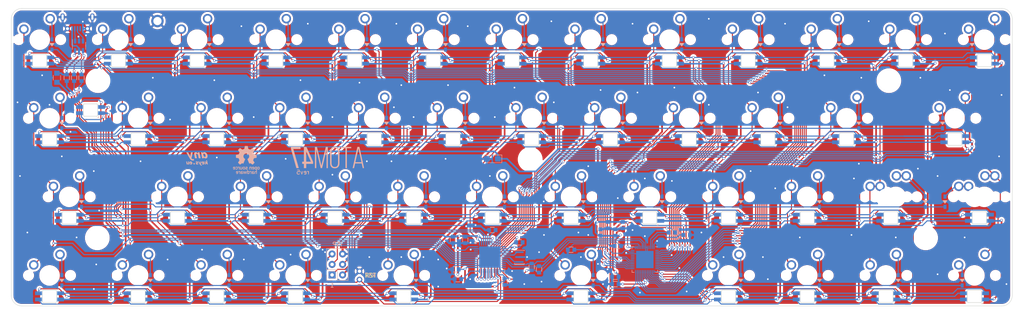
<source format=kicad_pcb>
(kicad_pcb (version 20211014) (generator pcbnew)
  (layers (0 "F.Cu" signal) (31 "B.Cu" signal) (34 "B.Paste" user) (35 "F.Paste" user) (36 "B.SilkS" user "B.Silkscreen") (37 "F.SilkS" user "F.Silkscreen") (38 "B.Mask" user) (39 "F.Mask" user) (44 "Edge.Cuts" user))
  (net 0 "")
  (net 1 "GND")
  (net 2 "VCC")
  (net 3 "RST")
  (net 4 "col7")
  (net 5 "col10")
  (net 6 "col11")
  (net 7 "col12")
  (net 8 "col2")
  (net 9 "col3")
  (net 10 "col4")
  (net 11 "col8")
  (net 12 "col9")
  (net 13 "row3")
  (net 14 "SCK")
  (net 15 "MOSI")
  (net 16 "MISO")
  (net 17 "Net-(D1-Pad2)")
  (net 18 "Net-(D2-Pad2)")
  (net 19 "Net-(D3-Pad2)")
  (net 20 "Net-(D4-Pad2)")
  (net 21 "Net-(D5-Pad2)")
  (net 22 "Net-(D6-Pad2)")
  (net 23 "Net-(D7-Pad2)")
  (net 24 "Net-(D8-Pad2)")
  (net 25 "Net-(D9-Pad2)")
  (net 26 "Net-(D10-Pad2)")
  (net 27 "Net-(D11-Pad2)")
  (net 28 "Net-(D12-Pad2)")
  (net 29 "Net-(D13-Pad2)")
  (net 30 "Net-(D14-Pad2)")
  (net 31 "Net-(D15-Pad2)")
  (net 32 "Net-(D16-Pad2)")
  (net 33 "Net-(D17-Pad2)")
  (net 34 "Net-(D18-Pad2)")
  (net 35 "Net-(D19-Pad2)")
  (net 36 "Net-(D20-Pad2)")
  (net 37 "Net-(D21-Pad2)")
  (net 38 "Net-(D22-Pad2)")
  (net 39 "Net-(D23-Pad2)")
  (net 40 "Net-(D24-Pad2)")
  (net 41 "Net-(D26-Pad2)")
  (net 42 "Net-(D27-Pad2)")
  (net 43 "Net-(D29-Pad2)")
  (net 44 "Net-(D30-Pad2)")
  (net 45 "Net-(D31-Pad2)")
  (net 46 "Net-(D32-Pad2)")
  (net 47 "Net-(D33-Pad2)")
  (net 48 "Net-(D34-Pad2)")
  (net 49 "Net-(D35-Pad2)")
  (net 50 "Net-(D36-Pad2)")
  (net 51 "Net-(D39-Pad2)")
  (net 52 "Net-(D40-Pad2)")
  (net 53 "Net-(D41-Pad2)")
  (net 54 "Net-(D42-Pad2)")
  (net 55 "Net-(D43-Pad2)")
  (net 56 "Net-(D49-Pad2)")
  (net 57 "Net-(D50-Pad2)")
  (net 58 "Net-(D52-Pad2)")
  (net 59 "Net-(D38-Pad2)")
  (net 60 "Net-(D45-Pad2)")
  (net 61 "Net-(D47-Pad2)")
  (net 62 "Net-(D51-Pad2)")
  (net 63 "Net-(D37-Pad2)")
  (net 64 "col0")
  (net 65 "D-")
  (net 66 "D+")
  (net 67 "VBUS")
  (net 68 "Net-(J1-Pad3)")
  (net 69 "Net-(J1-Pad2)")
  (net 70 "col1")
  (net 71 "col5")
  (net 72 "col6")
  (net 73 "SW3")
  (net 74 "SW2")
  (net 75 "SW1")
  (net 76 "CS1")
  (net 77 "CS2")
  (net 78 "CS3")
  (net 79 "CS4")
  (net 80 "CS5")
  (net 81 "CS6")
  (net 82 "CS7")
  (net 83 "CS8")
  (net 84 "CS9")
  (net 85 "CS10")
  (net 86 "CS11")
  (net 87 "CS12")
  (net 88 "CS13")
  (net 89 "SW6")
  (net 90 "SW5")
  (net 91 "SW4")
  (net 92 "SW9")
  (net 93 "SW8")
  (net 94 "SW7")
  (net 95 "SW12")
  (net 96 "SW11")
  (net 97 "SW10")
  (net 98 "Net-(U1-Pad17)")
  (net 99 "Net-(U1-Pad16)")
  (net 100 "Net-(C5-Pad1)")
  (net 101 "Net-(R2-Pad2)")
  (net 102 "Net-(R4-Pad1)")
  (net 103 "SCL")
  (net 104 "SDA")
  (net 105 "Net-(R1-Pad2)")
  (net 106 "Net-(R5-Pad1)")
  (net 107 "Net-(R6-Pad1)")
  (net 108 "Net-(R7-Pad1)")
  (net 109 "+5V")
  (footprint "Keeb_switches:CHERRY_PLATE_100H" (layer "F.Cu") (at 147.6375 28.575)
    (fp_text reference "K21" hide)
    (fp_text value "KEYSW" hide)
  )
  (footprint "Keeb_switches:CHERRY_PLATE_275H" (layer "F.Cu") (at 140.49375 66.675)
    (fp_text reference "K47" hide)
    (fp_text value "KEYSW" hide)
  )
  (footprint "Keeb_switches:CHERRY_PLATE_125H" (layer "F.Cu") (at 11.90625 28.575)
    (fp_text reference "K14" hide)
    (fp_text value "KEYSW" hide)
  )
  (footprint "Keeb_switches:CHERRY_PLATE_175H" (layer "F.Cu") (at 230.98125 28.575)
    (fp_text reference "K26" hide)
    (fp_text value "KEYSW" hide)
  )
  (footprint "footprints:vortex_standoff" (layer "F.Cu") (at 38.025 5.025)
    (fp_text reference "S6" hide)
    (fp_text value "STANDOFF" hide)
  )
  (footprint "Keeb_switches:CHERRY_PLATE_125H" (layer "F.Cu") (at 216.69375 47.625)
    (fp_text reference "K38" hide)
    (fp_text value "KEYSW" hide)
  )
  (footprint "Keeb_switches:CHERRY_PLATE_125H" (layer "F.Cu") (at 11.90626 66.675056)
    (fp_text reference "K40" hide)
    (fp_text value "KEYSW" hide)
  )
  (footprint "Keeb_switches:CHERRY_PLATE_125H" (layer "F.Cu") (at 235.74375 66.675)
    (fp_text reference "K52" hide)
    (fp_text value "KEYSW" hide)
  )
  (footprint "Keeb_switches:CHERRY_PLATE_175H" (layer "F.Cu") (at 97.63125 66.675)
    (fp_text reference "K45" hide)
    (fp_text value "KEYSW" hide)
  )
  (footprint "Keeb_switches:CHERRY_PLATE_100H" (layer "F.Cu") (at 9.525 9.525)
    (fp_text reference "K1" hide)
    (fp_text value "KEYSW" hide)
  )
  (footprint "Keeb_switches:CHERRY_PLATE_100H" (layer "F.Cu") (at 28.575 9.525)
    (fp_text reference "K2" hide)
    (fp_text value "KEYSW" hide)
  )
  (footprint "Keeb_switches:CHERRY_PLATE_100H" (layer "F.Cu") (at 47.625 9.525)
    (fp_text reference "K3" hide)
    (fp_text value "KEYSW" hide)
  )
  (footprint "Keeb_switches:CHERRY_PLATE_100H" (layer "F.Cu") (at 66.675 9.525)
    (fp_text reference "K4" hide)
    (fp_text value "KEYSW" hide)
  )
  (footprint "Keeb_switches:CHERRY_PLATE_100H" (layer "F.Cu") (at 85.725 9.525)
    (fp_text reference "K5" hide)
    (fp_text value "KEYSW" hide)
  )
  (footprint "Keeb_switches:CHERRY_PLATE_100H" (layer "F.Cu") (at 104.775 9.525)
    (fp_text reference "K6" hide)
    (fp_text value "KEYSW" hide)
  )
  (footprint "Keeb_switches:CHERRY_PLATE_100H" (layer "F.Cu") (at 123.825 9.525)
    (fp_text reference "K7" hide)
    (fp_text value "KEYSW" hide)
  )
  (footprint "Keeb_switches:CHERRY_PLATE_100H" (layer "F.Cu") (at 142.875 9.525)
    (fp_text reference "K8" hide)
    (fp_text value "KEYSW" hide)
  )
  (footprint "Keeb_switches:CHERRY_PLATE_100H" (layer "F.Cu") (at 161.925 9.525)
    (fp_text reference "K9" hide)
    (fp_text value "KEYSW" hide)
  )
  (footprint "Keeb_switches:CHERRY_PLATE_100H" (layer "F.Cu") (at 180.975 9.525)
    (fp_text reference "K10" hide)
    (fp_text value "KEYSW" hide)
  )
  (footprint "Keeb_switches:CHERRY_PLATE_100H" (layer "F.Cu") (at 200.025 9.525)
    (fp_text reference "K11" hide)
    (fp_text value "KEYSW" hide)
  )
  (footprint "Keeb_switches:CHERRY_PLATE_100H" (layer "F.Cu") (at 219.075 9.525)
    (fp_text reference "K12" hide)
    (fp_text value "KEYSW" hide)
  )
  (footprint "Keeb_switches:CHERRY_PLATE_100H" (layer "F.Cu") (at 238.125 9.525)
    (fp_text reference "K13" hide)
    (fp_text value "KEYSW" hide)
  )
  (footprint "Keeb_switches:CHERRY_PLATE_100H" (layer "F.Cu") (at 33.3375 28.575)
    (fp_text reference "K15" hide)
    (fp_text value "KEYSW" hide)
  )
  (footprint "Keeb_switches:CHERRY_PLATE_100H" (layer "F.Cu") (at 52.3875 28.575)
    (fp_text reference "K16" hide)
    (fp_text value "KEYSW" hide)
  )
  (footprint "Keeb_switches:CHERRY_PLATE_100H" (layer "F.Cu") (at 71.4375 28.575)
    (fp_text reference "K17" hide)
    (fp_text value "KEYSW" hide)
  )
  (footprint "Keeb_switches:CHERRY_PLATE_100H" (layer "F.Cu") (at 90.4875 28.575)
    (fp_text reference "K18" hide)
    (fp_text value "KEYSW" hide)
  )
  (footprint "Keeb_switches:CHERRY_PLATE_100H" (layer "F.Cu") (at 109.5375 28.575)
    (fp_text reference "K19" hide)
    (fp_text value "KEYSW" hide)
  )
  (footprint "Keeb_switches:CHERRY_PLATE_100H" (layer "F.Cu") (at 128.5875 28.575)
    (fp_text reference "K20" hide)
    (fp_text value "KEYSW" hide)
  )
  (footprint "Keeb_switches:CHERRY_PLATE_100H" (layer "F.Cu") (at 166.6875 28.575)
    (fp_text reference "K22" hide)
    (fp_text value "KEYSW" hide)
  )
  (footprint "Keeb_switches:CHERRY_PLATE_100H" (layer "F.Cu") (at 185.7375 28.575)
    (fp_text reference "K23" hide)
    (fp_text value "KEYSW" hide)
  )
  (footprint "Keeb_switches:CHERRY_PLATE_100H" (layer "F.Cu") (at 204.7875 28.575)
    (fp_text reference "K24" hide)
    (fp_text value "KEYSW" hide)
  )
  (footprint "Keeb_switches:CHERRY_PLATE_100H" (layer "F.Cu") (at 42.8625 47.625)
    (fp_text reference "K29" hide)
    (fp_text value "KEYSW" hide)
  )
  (footprint "Keeb_switches:CHERRY_PLATE_100H" (layer "F.Cu") (at 61.9125 47.625)
    (fp_text reference "K30" hide)
    (fp_text value "KEYSW" hide)
  )
  (footprint "Keeb_switches:CHERRY_PLATE_100H" (layer "F.Cu") (at 80.9625 47.625)
    (fp_text reference "K31" hide)
    (fp_text value "KEYSW" hide)
  )
  (footprint "Keeb_switches:CHERRY_PLATE_100H" (layer "F.Cu") (at 100.0125 47.625)
    (fp_text reference "K32" hide)
    (fp_text value "KEYSW" hide)
  )
  (footprint "Keeb_switches:CHERRY_PLATE_100H" (layer "F.Cu") (at 119.0625 47.625)
    (fp_text reference "K33" hide)
    (fp_text value "KEYSW" hide)
  )
  (footprint "Keeb_switches:CHERRY_PLATE_100H" (layer "F.Cu") (at 138.1125 47.625)
    (fp_text reference "K34" hide)
    (fp_text value "KEYSW" hide)
  )
  (footprint "Keeb_switches:CHERRY_PLATE_100H" (layer "F.Cu") (at 157.1625 47.625)
    (fp_text reference "K35" hide)
    (fp_text value "KEYSW" hide)
  )
  (footprint "Keeb_switches:CHERRY_PLATE_100H" (layer "F.Cu") (at 176.2125 47.625)
    (fp_text reference "K36" hide)
    (fp_text value "KEYSW" hide)
  )
  (footprint "Keeb_switches:CHERRY_PLATE_100H" (layer "F.Cu") (at 195.2625 47.625)
    (fp_text reference "K37" hide)
    (fp_text value "KEYSW" hide)
  )
  (footprint "Keeb_switches:CHERRY_PLATE_100H" (layer "F.Cu") (at 238.125 47.625)
    (fp_text reference "K39" hide)
    (fp_text value "KEYSW" hide)
  )
  (footprint "Keeb_switches:CHERRY_PLATE_100H" (layer "F.Cu") (at 33.3375 66.675)
    (fp_text reference "K41" hide)
    (fp_text value "KEYSW" hide)
  )
  (footprint "Keeb_switches:CHERRY_PLATE_100H" (layer "F.Cu") (at 52.3875 66.675)
    (fp_text reference "K42" hide)
    (fp_text value "KEYSW" hide)
  )
  (footprint "Keeb_switches:CHERRY_PLATE_100H" (layer "F.Cu") (at 71.4375 66.675)
    (fp_text reference "K43" hide)
    (fp_text value "KEYSW" hide)
  )
  (footprint "Keeb_switches:CHERRY_PLATE_100H" (layer "F.Cu") (at 176.2125 66.675)
    (fp_text reference "K49" hide)
    (fp_text value "KEYSW" hide)
  )
  (footprint "Keeb_switches:CHERRY_PLATE_100H" (layer "F.Cu") (at 195.2625 66.675)
    (fp_text reference "K50" hide)
    (fp_text value "KEYSW" hide)
  )
  (footprint "Keeb_switches:CHERRY_PLATE_100H" (layer "F.Cu") (at 214.312672 66.675)
    (fp_text reference "K51" hide)
    (fp_text value "KEYSW" hide)
  )
  (footprint "footprints:Vortex_Core_screw" (layer "F.Cu") (at 223.925 57.575)
    (fp_text reference "S5" hide)
    (fp_text value "SCREW" hide)
  )
  (footprint "footprints:Vortex_Core_screw" (layer "F.Cu") (at 23.475 57.575)
    (fp_text reference "S4" hide)
    (fp_text value "SCREW" hide)
  )
  (footprint "Keeb_switches:CHERRY_PLATE_175H" (layer "F.Cu") (at 16.66875 47.625)
    (fp_text reference "K27" hide)
    (fp_text value "KEYSW" hide)
  )
  (footprint "footprints:Vortex_Core_screw" (layer "F.Cu") (at 23.625 19.475)
    (fp_text reference "S1" hide)
    (fp_text value "SCREW" hide)
  )
  (footprint "footprints:Vortex_Core_screw" (layer "F.Cu") (at 128.225 38.575)
    (fp_text reference "S3" hide)
    (fp_text value "SCREW" hide)
  )
  (footprint "footprints:Vortex_Core_screw" (layer "F.Cu") (at 215.025 19.475)
    (fp_text reference "S2" hide)
    (fp_text value "SCREW" hide)
  )
  (footprint "footprints:reset" (layer "F.Cu") (at 86.91569 66.675048)
    (fp_text reference "JP1" hide)
    (fp_text value "Jumper" hide)
  )
  (footprint "Keeb_switches:CHERRY_PLATE_125H" (layer "F.Cu") (at 235.743948 47.62504)
    (fp_text reference "K39-1" hide)
    (fp_text value "KEYSW" hide)
  )
  (footprint "Keeb_switches:CHERRY_PLATE_100H" (layer "F.Cu") (at 214.31268 47.62504)
    (fp_text reference "K38-1" hide)
    (fp_text value "KEYSW" hide)
  )
  (footprint "Keeb_components:D_SOD-323" (layer "B.Cu") (at 217.289245 67.865674 90)
    (fp_text reference "D51")
    (fp_text value "D" hide)
  )
  (footprint "Keeb_components:D_SOD-323" (layer "B.Cu") (at 232.767383 67.865674 90)
    (fp_text reference "D52")
    (fp_text value "D" hide)
  )
  (footprint "Keeb_components:D_SOD-323" (layer "B.Cu") (at 100.607897 67.865674 90)
    (fp_text reference "D45")
    (fp_text value "D" hide)
  )
  (footprint "Keeb_components:D_SOD-323" (layer "B.Cu") (at 179.189213 67.865674 90)
    (fp_text reference "D49")
    (fp_text value "D" hide)
  )
  (footprint "Keeb_components:D_SOD-323" (layer "B.Cu") (at 74.414125 67.865674 90)
    (fp_text reference "D43")
    (fp_text value "D" hide)
  )
  (footprint "Keeb_components:D_SOD-323" (layer "B.Cu") (at 198.239229 67.865674 90)
    (fp_text reference "D50")
    (fp_text value "D" hide)
  )
  (footprint "Keeb_components:D_SOD-323" (layer "B.Cu") (at 143.470433 67.865674 90)
    (fp_text reference "D47")
    (fp_text value "D" hide)
  )
  (footprint "Keeb_components:D_SOD-323" (layer "B.Cu") (at 160.139197 48.815658 90)
    (fp_text reference "D35")
    (fp_text value "D" hide)
  )
  (footprint "Keeb_components:D_SOD-323" (layer "B.Cu") (at 36.314093 67.865674 90)
    (fp_text reference "D41")
    (fp_text value "D" hide)
  )
  (footprint "Keeb_components:D_SOD-323" (layer "B.Cu") (at 14.882825 67.865674 90)
    (fp_text reference "D40")
    (fp_text value "D" hide)
  )
  (footprint "Keeb_components:D_SOD-323" (layer "B.Cu") (at 141.089181 48.815658 90)
    (fp_text reference "D34")
    (fp_text value "D" hide)
  )
  (footprint "Keeb_components:D_SOD-323" (layer "B.Cu") (at 228.599992 48.815658 90)
    (fp_text reference "D39")
    (fp_text value "D" hide)
  )
  (footprint "Keeb_components:D_SOD-323" (layer "B.Cu") (at 223.837688 48.815658 90)
    (fp_text reference "D38")
    (fp_text value "D" hide)
  )
  (footprint "Keeb_components:D_SOD-323" (layer "B.Cu") (at 198.239229 48.815658 90)
    (fp_text reference "D37")
    (fp_text value "D" hide)
  )
  (footprint "Keeb_components:D_SOD-323" (layer "B.Cu") (at 179.189213 48.815658 90)
    (fp_text reference "D36")
    (fp_text value "D" hide)
  )
  (footprint "Keeb_components:D_SOD-323" (layer "B.Cu") (at 122.039165 48.815658 90)
    (fp_text reference "D33")
    (fp_text value "D" hide)
  )
  (footprint "Keeb_components:D_SOD-323" (layer "B.Cu") (at 83.939133 48.815658 90)
    (fp_text reference "D31")
    (fp_text value "D" hide)
  )
  (footprint "Keeb_components:D_SOD-323" (layer "B.Cu") (at 64.889117 48.815658 90)
    (fp_text reference "D30")
    (fp_text value "D" hide)
  )
  (footprint "Keeb_components:D_SOD-323" (layer "B.Cu") (at 69.651621 10.715626 90)
    (fp_text reference "D4")
    (fp_text value "D" hide)
  )
  (footprint "Keeb_components:D_SOD-323" (layer "B.Cu") (at 228.004879 29.765642 90)
    (fp_text reference "D26")
    (fp_text value "D" hide)
  )
  (footprint "Keeb_components:D_SOD-323" (layer "B.Cu") (at 188.714221 29.765642 90)
    (fp_text reference "D23")
    (fp_text value "D" hide)
  )
  (footprint "Keeb_components:D_SOD-323" (layer "B.Cu") (at 12.501565 10.715618 90)
    (fp_text reference "D1")
    (fp_text value "D" hide)
  )
  (footprint "Keeb_components:D_SOD-323" (layer "B.Cu") (at 169.664205 29.765642 90)
    (fp_text reference "D22")
    (fp_text value "D" hide)
  )
  (footprint "Keeb_components:D_SOD-323" (layer "B.Cu") (at 203.001733 10.715626 90)
    (fp_text reference "D11")
    (fp_text value "D" hide)
  )
  (footprint "Keeb_components:D_SOD-323" (layer "B.Cu") (at 150.614189 29.765642 90)
    (fp_text reference "D21")
    (fp_text value "D" hide)
  )
  (footprint "Keeb_components:D_SOD-323" (layer "B.Cu") (at 131.564173 29.765642 90)
    (fp_text reference "D20")
    (fp_text value "D" hide)
  )
  (footprint "Keeb_components:D_SOD-323" (layer "B.Cu") (at 145.851685 10.715626 90)
    (fp_text reference "D8")
    (fp_text value "D" hide)
  )
  (footprint "Keeb_components:D_SOD-323" (layer "B.Cu") (at 88.701637 10.715626 90)
    (fp_text reference "D5")
    (fp_text value "D" hide)
  )
  (footprint "Keeb_components:D_SOD-323" (layer "B.Cu") (at 55.364109 29.765642 90)
    (fp_text reference "D16")
    (fp_text value "D" hide)
  )
  (footprint "Keeb_components:D_SOD-323" (layer "B.Cu") (at 36.314093 29.765642 90)
    (fp_text reference "D15")
    (fp_text value "D" hide)
  )
  (footprint "Keeb_components:D_SOD-323" (layer "B.Cu") (at 126.801669 10.715626 90)
    (fp_text reference "D7")
    (fp_text value "D" hide)
  )
  (footprint "Keeb_components:D_SOD-323" (layer "B.Cu") (at 93.464141 29.765642 90)
    (fp_text reference "D18")
    (fp_text value "D" hide)
  )
  (footprint "Keeb_components:D_SOD-323" (layer "B.Cu") (at 235.148635 10.715626 90)
    (fp_text reference "D13")
    (fp_text value "D" hide)
  )
  (footprint "Keeb_components:D_SOD-323" (layer "B.Cu") (at 74.414125 29.765642 90)
    (fp_text reference "D17")
    (fp_text value "D" hide)
  )
  (footprint "Keeb_components:D_SOD-323" (layer "B.Cu") (at 164.901701 10.715626 90)
    (fp_text reference "D9")
    (fp_text value "D" hide)
  )
  (footprint "Keeb_components:D_SOD-323" (layer "B.Cu") (at 50.601605 10.715626 90)
    (fp_text reference "D3")
    (fp_text value "D" hide)
  )
  (footprint "Keeb_components:D_SOD-323" (layer "B.Cu") (at 55.364109 67.865674 90)
    (fp_text reference "D42")
    (fp_text value "D" hide)
  )
  (footprint "Keeb_components:D_SOD-323" (layer "B.Cu") (at 183.951717 10.715626 90)
    (fp_text reference "D10")
    (fp_text value "D" hide)
  )
  (footprint "Keeb_components:D_SOD-323" (layer "B.Cu") (at 207.764237 29.765642 90)
    (fp_text reference "D24")
    (fp_text value "D" hide)
  )
  (footprint "Keeb_components:D_SOD-323" (layer "B.Cu") (at 112.514157 29.765642 90)
    (fp_text reference "D19")
    (fp_text value "D" hide)
  )
  (footprint "Keeb_components:D_SOD-323" (layer "B.Cu") (at 14.882825 29.765642 90)
    (fp_text reference "D14")
    (fp_text value "D" hide)
  )
  (footprint "Keeb_components:D_SOD-323" (layer "B.Cu") (at 107.751653 10.715626 90)
    (fp_text reference "D6")
    (fp_text value "D" hide)
  )
  (footprint "Keeb_components:D_SOD-323" (layer "B.Cu") (at 222.051749 10.715626 90)
    (fp_text reference "D12")
    (fp_text value "D" hide)
  )
  (footprint "Keeb_components:D_SOD-323" (layer "B.Cu") (at 102.989149 48.815658 90)
    (fp_text reference "D32")
    (fp_text value "D" hide)
  )
  (footprint "Keeb_components:D_SOD-323" (layer "B.Cu") (at 19.645329 48.815658 90)
    (fp_text reference "D27")
    (fp_text value "D" hide)
  )
  (footprint "Keeb_components:D_SOD-323" (layer "B.Cu") (at 45.839101 48.815658 90)
    (fp_text reference "D29")
    (fp_text value "D" hide)
  )
  (footprint "Keeb_components:isp_standard" (layer "B.Cu") (at 81.557873 64.015979)
    (fp_text reference "J2" hide)
    (fp_text value "ISP")
  )
  (footprint "Keeb_components:D_SOD-323" (layer "B.Cu") (at 31.551589 10.715626 90)
    (fp_text reference "D2")
    (fp_text value "D" hide)
  )
  (footprint "Keeb_components:U-F-M5DD-Y-L" (layer "B.Cu") (at 18.675 1.425 180)
    (fp_text reference "J1")
    (fp_text value "USB_mini_micro_B" hide)
  )
  (footprint "Keeb_components:USBLC6-2SC6" (layer "B.Cu") (at 19.050008 11.033122 90)
    (fp_text reference "U2" hide)
    (fp_text value "USBLC6-2SC6" hide)
  )
  (footprint "Keeb_components:Resonator_SMD_muRata_CSTNExxV-3Pin-p1.2" (layer "B.Cu") (at 125.611035 62.23004 90)
    (fp_text reference "X1" hide)
    (fp_text value "16mhz")
  )
  (footprint "Keeb_components:R_0603" (layer "B.Cu") (at 16.073443 18.772191 90)
    (fp_text reference "F1" hide)
    (fp_text value "Polyfuse_Small" hide)
  )
  (footprint "Keeb_components:CP-6028SMDRGB-CA" (layer "B.Cu") (at 140.49375 71.755 180)
    (fp_text reference "RGB47")
    (fp_text value "RGB_6028" hide)
    (fp_line (start -1.75 1.2) (end -1.75 -1.2) (layer "Edge.Cuts") (width 0.12))
    (fp_line (start 1.75 -1.2) (end 1.75 1.2) (layer "Edge.Cuts") (width 0.12))
    (fp_line (start 1.45 1.5) (end -1.45 1.5) (layer "Edge.Cuts") (width 0.12))
    (fp_line (start -1.45 -1.5) (end 1.45 -1.5) (layer "Edge.Cuts") (width 0.12))
    (fp_arc (start -1.75 -1.2) (mid -1.662132 -1.412132) (end -1.45 -1.5) (layer "Edge.Cuts") (width 0.12))
    (fp_arc (start 1.45 -1.5) (mid 1.662132 -1.412132) (end 1.75 -1.2) (layer "Edge.Cuts") (width 0.12))
    (fp_arc (start -1.45 1.5) (mid -1.662132 1.412132) (end -1.75 1.2) (layer "Edge.Cuts") (width 0.12))
    (fp_arc (start 1.75 1.2) (mid 1.662132 1.412132) (end 1.45 1.5) (layer "Edge.Cuts") (width 0.12))
  )
  (footprint "Keeb_components:R_0603" (layer "B.Cu") (at 19.645321 18.772191 -90)
    (fp_text reference "R1" hide)
    (fp_text value "22" hide)
  )
  (footprint "footprints:Atom47_small" (layer "B.Cu") (at 79.176429 38.099992 180)
    (fp_text reference "G***" hide)
    (fp_text value "LOGO" hide)
  )
  (footprint "Keeb_components:CP-6028SMDRGB-CA" (layer "B.Cu") (at 85.725 14.605 180)
    (fp_text reference "RGB5")
    (fp_text value "RGB_6028" hide)
    (fp_line (start 1.45 1.5) (end -1.45 1.5) (layer "Edge.Cuts") (width 0.12))
    (fp_line (start -1.75 1.2) (end -1.75 -1.2) (layer "Edge.Cuts") (width 0.12))
    (fp_line (start 1.75 -1.2) (end 1.75 1.2) (layer "Edge.Cuts") (width 0.12))
    (fp_line (start -1.45 -1.5) (end 1.45 -1.5) (layer "Edge.Cuts") (width 0.12))
    (fp_arc (start 1.75 1.2) (mid 1.662132 1.412132) (end 1.45 1.5) (layer "Edge.Cuts") (width 0.12))
    (fp_arc (start -1.75 -1.2) (mid -1.662132 -1.412132) (end -1.45 -1.5) (layer "Edge.Cuts") (width 0.12))
    (fp_arc (start -1.45 1.5) (mid -1.662132 1.412132) (end -1.75 1.2) (layer "Edge.Cuts") (width 0.12))
    (fp_arc (start 1.45 -1.5) (mid 1.662132 -1.412132) (end 1.75 -1.2) (layer "Edge.Cuts") (width 0.12))
  )
  (footprint "Package_DFN_QFN:QFN-48-1EP_6x6mm_P0.4mm_EP4.2x4.2mm" (layer "B.Cu") (at 155.971998 62.825353 180)
    (fp_text reference "U3")
    (fp_text value "IS31FL3733-QF")
  )
  (footprint "Keeb_components:CP-6028SMDRGB-CA" (layer "B.Cu") (at 90.4875 33.655 180)
    (fp_text reference "RGB18")
    (fp_text value "RGB_6028" hide)
    (fp_line (start -1.75 1.2) (end -1.75 -1.2) (layer "Edge.Cuts") (width 0.12))
    (fp_line (start -1.45 -1.5) (end 1.45 -1.5) (layer "Edge.Cuts") (width 0.12))
    (fp_line (start 1.75 -1.2) (end 1.75 1.2) (layer "Edge.Cuts") (width 0.12))
    (fp_line (start 1.45 1.5) (end -1.45 1.5) (layer "Edge.Cuts") (width 0.12))
    (fp_arc (start -1.45 1.5) (mid -1.662132 1.412132) (end -1.75 1.2) (layer "Edge.Cuts") (width 0.12))
    (fp_arc (start -1.75 -1.2) (mid -1.662132 -1.412132) (end -1.45 -1.5) (layer "Edge.Cuts") (width 0.12))
    (fp_arc (start 1.75 1.2) (mid 1.662132 1.412132) (end 1.45 1.5) (layer "Edge.Cuts") (width 0.12))
    (fp_arc (start 1.45 -1.5) (mid 1.662132 -1.412132) (end 1.75 -1.2) (layer "Edge.Cuts") (width 0.12))
  )
  (footprint "Keeb_components:C_0603" (layer "B.Cu") (at 148.828242 68.778483 180)
    (fp_text reference "C10" hide)
    (fp_text value "0.1u" hide)
  )
  (footprint "Keeb_components:C_0603" (layer "B.Cu") (at 147.042303 54.490971 -90)
    (fp_text reference "C12" hide)
    (fp_text value "0.1u" hide)
  )
  (footprint "Keeb_components:C_0603" (layer "B.Cu") (at 150.614181 54.490971 -90)
    (fp_text reference "C11" hide)
    (fp_text value "0.47u" hide)
  )
  (footprint "Keeb_components:CP-6028SMDRGB-CA" (layer "B.Cu") (at 185.7375 33.655 180)
    (fp_text reference "RGB23")
    (fp_text value "RGB_6028" hide)
    (fp_line (start 1.75 -1.2) (end 1.75 1.2) (layer "Edge.Cuts") (width 0.12))
    (fp_line (start 1.45 1.5) (end -1.45 1.5) (layer "Edge.Cuts") (width 0.12))
    (fp_line (start -1.75 1.2) (end -1.75 -1.2) (layer "Edge.Cuts") (width 0.12))
    (fp_line (start -1.45 -1.5) (end 1.45 -1.5) (layer "Edge.Cuts") (width 0.12))
    (fp_arc (start -1.75 -1.2) (mid -1.662132 -1.412132) (end -1.45 -1.5) (layer "Edge.Cuts") (width 0.12))
    (fp_arc (start -1.45 1.5) (mid -1.662132 1.412132) (end -1.75 1.2) (layer "Edge.Cuts") (width 0.12))
    (fp_arc (start 1.75 1.2) (mid 1.662132 1.412132) (end 1.45 1.5) (layer "Edge.Cuts") (width 0.12))
    (fp_arc (start 1.45 -1.5) (mid 1.662132 -1.412132) (end 1.75 -1.2) (layer "Edge.Cuts") (width 0.12))
  )
  (footprint "Keeb_components:R_0603" (layer "B.Cu") (at 110.72821 67.587857 180)
    (fp_text reference "R4" hide)
    (fp_text value "10k" hide)
  )
  (footprint "footprints:oshw" (layer "B.Cu") (at 59.5311 38.695305 180)
    (fp_text reference "G***" hide)
    (fp_text value "LOGO" hide)
  )
  (footprint "Keeb_components:CP-6028SMDRGB-CA" (layer "B.Cu") (at 11.90625 33.655 180)
    (fp_text reference "RGB14")
    (fp_text value "RGB_6028" hide)
    (fp_line (start 1.75 -1.2) (end 1.75 1.2) (layer "Edge.Cuts") (width 0.12))
    (fp_line (start 1.45 1.5) (end -1.45 1.5) (layer "Edge.Cuts") (width 0.12))
    (fp_line (start -1.75 1.2) (end -1.75 -1.2) (layer "Edge.Cuts") (width 0.12))
    (fp_line (start -1.45 -1.5) (end 1.45 -1.5) (layer "Edge.Cuts") (width 0.12))
    (fp_arc (start -1.75 -1.2) (mid -1.662132 -1.412132) (end -1.45 -1.5) (layer "Edge.Cuts") (width 0.12))
    (fp_arc (start 1.75 1.2) (mid 1.662132 1.412132) (end 1.45 1.5) (layer "Edge.Cuts") (width 0.12))
    (fp_arc (start -1.45 1.5) (mid -1.662132 1.412132) (end -1.75 1.2) (layer "Edge.Cuts") (width 0.12))
    (fp_arc (start 1.45 -1.5) (mid 1.662132 -1.412132) (end 1.75 -1.2) (layer "Edge.Cuts") (width 0.12))
  )
  (footprint "Keeb_components:CP-6028SMDRGB-CA" (layer "B.Cu") (at 119.0625 52.705 180)
    (fp_text reference "RGB33")
    (fp_text value "RGB_6028" hide)
    (fp_line (start -1.45 -1.5) (end 1.45 -1.5) (layer "Edge.Cuts") (width 0.12))
    (fp_line (start 1.75 -1.2) (end 1.75 1.2) (layer "Edge.Cuts") (width 0.12))
    (fp_line (start 1.45 1.5) (end -1.45 1.5) (layer "Edge.Cuts") (width 0.12))
    (fp_line (start -1.75 1.2) (end -1.75 -1.2) (layer "Edge.Cuts") (width 0.12))
    (fp_arc (start 1.45 -1.5) (mid 1.662132 -1.412132) (end 1.75 -1.2) (layer "Edge.Cuts") (width 0.12))
    (fp_arc (start 1.75 1.2) (mid 1.662132 1.412132) (end 1.45 1.5) (layer "Edge.Cuts") (width 0.12))
    (fp_arc (start -1.75 -1.2) (mid -1.662132 -1.412132) (end -1.45 -1.5) (layer "Edge.Cuts") (width 0.12))
    (fp_arc (start -1.45 1.5) (mid -1.662132 1.412132) (end -1.75 1.2) (layer "Edge.Cuts") (width 0.12))
  )
  (footprint "Keeb_components:C_0603" (layer "B.Cu") (at 148.828242 66.992544 180)
    (fp_text reference "C9" hide)
    (fp_text value "0.47u" hide)
  )
  (footprint "Keeb_components:CP-6028SMDRGB-CA" (layer "B.Cu") (at 214.3125 71.755 180)
    (fp_text reference "RGB51")
    (fp_text value "RGB_6028" hide)
    (fp_line (start 1.75 -1.2) (end 1.75 1.2) (layer "Edge.Cuts") (width 0.12))
    (fp_line (start 1.45 1.5) (end -1.45 1.5) (layer "Edge.Cuts") (width 0.12))
    (fp_line (start -1.45 -1.5) (end 1.45 -1.5) (layer "Edge.Cuts") (width 0.12))
    (fp_line (start -1.75 1.2) (end -1.75 -1.2) (layer "Edge.Cuts") (width 0.12))
    (fp_arc (start -1.45 1.5) (mid -1.662132 1.412132) (end -1.75 1.2) (layer "Edge.Cuts") (width 0.12))
    (fp_arc (start -1.75 -1.2) (mid -1.662132 -1.412132) (end -1.45 -1.5) (layer "Edge.Cuts") (width 0.12))
    (fp_arc (start 1.45 -1.5) (mid 1.662132 -1.412132) (end 1.75 -1.2) (layer "Edge.Cuts") (width 0.12))
    (fp_arc (start 1.75 1.2) (mid 1.662132 1.412132) (end 1.45 1.5) (layer "Edge.Cuts") (width 0.12))
  )
  (footprint "Keeb_components:CP-6028SMDRGB-CA" (layer "B.Cu") (at 100.0125 52.705 180)
    (fp_text reference "RGB32")
    (fp_text value "RGB_6028" hide)
    (fp_line (start 1.75 -1.2) (end 1.75 1.2) (layer "Edge.Cuts") (width 0.12))
    (fp_line (start -1.75 1.2) (end -1.75 -1.2) (layer "Edge.Cuts") (width 0.12))
    (fp_line (start -1.45 -1.5) (end 1.45 -1.5) (layer "Edge.Cuts") (width 0.12))
    (fp_line (start 1.45 1.5) (end -1.45 1.5) (layer "Edge.Cuts") (width 0.12))
    (fp_arc (start -1.45 1.5) (mid -1.662132 1.412132) (end -1.75 1.2) (layer "Edge.Cuts") (width 0.12))
    (fp_arc (start -1.75 -1.2) (mid -1.662132 -1.412132) (end -1.45 -1.5) (layer "Edge.Cuts") (width 0.12))
    (fp_arc (start 1.75 1.2) (mid 1.662132 1.412132) (end 1.45 1.5) (layer "Edge.Cuts") (width 0.12))
    (fp_arc (start 1.45 -1.5) (mid 1.662132 -1.412132) (end 1.75 -1.2) (layer "Edge.Cuts") (width 0.12))
  )
  (footprint "Keeb_components:CP-6028SMDRGB-CA" (layer "B.Cu") (at 16.66875 52.705 180)
    (fp_text reference "RGB27")
    (fp_text value "RGB_6028" hide)
    (fp_line (start -1.45 -1.5) (end 1.45 -1.5) (layer "Edge.Cuts") (width 0.12))
    (fp_line (start 1.75 -1.2) (end 1.75 1.2) (layer "Edge.Cuts") (width 0.12))
    (fp_line (start 1.45 1.5) (end -1.45 1.5) (layer "Edge.Cuts") (width 0.12))
    (fp_line (start -1.75 1.2) (end -1.75 -1.2) (layer "Edge.Cuts") (width 0.12))
    (fp_arc (start -1.45 1.5) (mid -1.662132 1.412132) (end -1.75 1.2) (layer "Edge.Cuts") (width 0.12))
    (fp_arc (start 1.75 1.2) (mid 1.662132 1.412132) (end 1.45 1.5) (layer "Edge.Cuts") (width 0.12))
    (fp_arc (start -1.75 -1.2) (mid -1.662132 -1.412132) (end -1.45 -1.5) (layer "Edge.Cuts") (width 0.12))
    (fp_arc (start 1.45 -1.5) (mid 1.662132 -1.412132) (end 1.75 -1.2) (layer "Edge.Cuts") (width 0.12))
  )
  (footprint "Keeb_components:C_0603" (layer "B.Cu") (at 119.062592 55.681597 180)
    (fp_text reference "C5" hide)
    (fp_text value "1u" hide)
  )
  (footprint "Keeb_components:CP-6028SMDRGB-CA" (layer "B.Cu") (at 42.8625 52.705 180)
    (fp_text reference "RGB29")
    (fp_text value "RGB_6028" hide)
    (fp_line (start -1.45 -1.5) (end 1.45 -1.5) (layer "Edge.Cuts") (width 0.12))
    (fp_line (start 1.45 1.5) (end -1.45 1.5) (layer "Edge.Cuts") (width 0.12))
    (fp_line (start -1.75 1.2) (end -1.75 -1.2) (layer "Edge.Cuts") (width 0.12))
    (fp_line (start 1.75 -1.2) (end 1.75 1.2) (layer "Edge.Cuts") (width 0.12))
    (fp_arc (start -1.75 -1.2) (mid -1.662132 -1.412132) (end -1.45 -1.5) (layer "Edge.Cuts") (width 0.12))
    (fp_arc (start 1.75 1.2) (mid 1.662132 1.412132) (end 1.45 1.5) (layer "Edge.Cuts") (width 0.12))
    (fp_arc (start 1.45 -1.5) (mid 1.662132 -1.412132) (end 1.75 -1.2) (layer "Edge.Cuts") (width 0.12))
    (fp_arc (start -1.45 1.5) (mid -1.662132 1.412132) (end -1.75 1.2) (layer "Edge.Cuts") (width 0.12))
  )
  (footprint "Keeb_components:CP-6028SMDRGB-CA" (layer "B.Cu") (at 236.934392 52.705 180)
    (fp_text reference "RGB39")
    (fp_text value "RGB_6028" hide)
    (fp_line (start -1.75 1.2) (end -1.75 -1.2) (layer "Edge.Cuts") (width 0.12))
    (fp_line (start -1.45 -1.5) (end 1.45 -1.5) (layer "Edge.Cuts") (width 0.12))
    (fp_line (start 1.75 -1.2) (end 1.75 1.2) (layer "Edge.Cuts") (width 0.12))
    (fp_line (start 1.45 1.5) (end -1.45 1.5) (layer "Edge.Cuts") (width 0.12))
    (fp_arc (start -1.45 1.5) (mid -1.662132 1.412132) (end -1.75 1.2) (layer "Edge.Cuts") (width 0.12))
    (fp_arc (start 1.75 1.2) (mid 1.662132 1.412132) (end 1.45 1.5) (layer "Edge.Cuts") (width 0.12))
    (fp_arc (start 1.45 -1.5) (mid 1.662132 -1.412132) (end 1.75 -1.2) (layer "Edge.Cuts") (width 0.12))
    (fp_arc (start -1.75 -1.2) (mid -1.662132 -1.412132) (end -1.45 -1.5) (layer "Edge.Cuts") (width 0.12))
  )
  (footprint "Keeb_components:CP-6028SMDRGB-CA" (layer "B.Cu") (at 52.3875 33.655 180)
    (fp_text reference "RGB16")
    (fp_text value "RGB_6028" hide)
    (fp_line (start -1.45 -1.5) (end 1.45 -1.5) (layer "Edge.Cuts") (width 0.12))
    (fp_line (start 1.45 1.5) (end -1.45 1.5) (layer "Edge.Cuts") (width 0.12))
    (fp_line (start 1.75 -1.2) (end 1.75 1.2) (layer "Edge.Cuts") (width 0.12))
    (fp_line (start -1.75 1.2) (end -1.75 -1.2) (layer "Edge.Cuts") (width 0.12))
    (fp_arc (start 1.45 -1.5) (mid 1.662132 -1.412132) (end 1.75 -1.2) (layer "Edge.Cuts") (width 0.12))
    (fp_arc (start 1.75 1.2) (mid 1.662132 1.412132) (end 1.45 1.5) (layer "Edge.Cuts") (width 0.12))
    (fp_arc (start -1.45 1.5) (mid -1.662132 1.412132) (end -1.75 1.2) (layer "Edge.Cuts") (width 0.12))
    (fp_arc (start -1.75 -1.2) (mid -1.662132 -1.412132) (end -1.45 -1.5) (layer "Edge.Cuts") (width 0.12))
  )
  (footprint "Keeb_components:C_0603" (layer "B.Cu") (at 122.039157 68.18317 -90)
    (fp_text reference "C1" hide)
    (fp_text value "0.1u" hide)
  )
  (footprint "Keeb_components:ATMEGA32U4-MU" (layer "B.Cu") (at 118.467279 62.23004 -90)
    (fp_text reference "U1" hide)
    (fp_text value "ATmega32U4")
  )
  (footprint "Keeb_components:CP-6028SMDRGB-CA" (layer "B.Cu") (at 235.74375 71.755 180)
    (fp_text reference "RGB52")
    (fp_text value "RGB_6028" hide)
    (fp_line (start -1.45 -1.5) (end 1.45 -1.5) (layer "Edge.Cuts") (width 0.12))
    (fp_line (start -1.75 1.2) (end -1.75 -1.2) (layer "Edge.Cuts") (width 0.12))
    (fp_line (start 1.45 1.5) (end -1.45 1.5) (layer "Edge.Cuts") (width 0.12))
    (fp_line (start 1.75 -1.2) (end 1.75 1.2) (layer "Edge.Cuts") (width 0.12))
    (fp_arc (start 1.45 -1.5) (mid 1.662132 -1.412132) (end 1.75 -1.2) (layer "Edge.Cuts") (width 0.12))
    (fp_arc (start 1.75 1.2) (mid 1.662132 1.412132) (end 1.45 1.5) (layer "Edge.Cuts") (width 0.12))
    (fp_arc (start -1.75 -1.2) (mid -1.662132 -1.412132) (end -1.45 -1.5) (layer "Edge.Cuts") (width 0.12))
    (fp_arc (start -1.45 1.5) (mid -1.662132 1.412132) (end -1.75 1.2) (layer "Edge.Cuts") (width 0.12))
  )
  (footprint "Keeb_components:CP-6028SMDRGB-CA" (layer "B.Cu") (at 147.6375 33.655 180)
    (fp_text reference "RGB21")
    (fp_text value "RGB_6028" hide)
    (fp_line (start -1.75 1.2) (end -1.75 -1.2) (layer "Edge.Cuts") (width 0.12))
    (fp_line (start -1.45 -1.5) (end 1.45 -1.5) (layer "Edge.Cuts") (width 0.12))
    (fp_line (start 1.75 -1.2) (end 1.75 1.2) (layer "Edge.Cuts") (width 0.12))
    (fp_line (start 1.45 1.5) (end -1.45 1.5) (layer "Edge.Cuts") (width 0.12))
    (fp_arc (start 1.45 -1.5) (mid 1.662132 -1.412132) (end 1.75 -1.2) (layer "Edge.Cuts") (width 0.12))
    (fp_arc (start -1.45 1.5) (mid -1.662132 1.412132) (end -1.75 1.2) (layer "Edge.Cuts") (width 0.12))
    (fp_arc (start 1.75 1.2) (mid 1.662132 1.412132) (end 1.45 1.5) (layer "Edge.Cuts") (width 0.12))
    (fp_arc (start -1.75 -1.2) (mid -1.662132 -1.412132) (end -1.45 -1.5) (layer "Edge.Cuts") (width 0.12))
  )
  (footprint "Keeb_components:CP-6028SMDRGB-CA" (layer "B.Cu") (at 157.1625 52.705 180)
    (fp_text reference "RGB35")
    (fp_text value "RGB_6028" hide)
    (fp_line (start -1.45 -1.5) (end 1.45 -1.5) (layer "Edge.Cuts") (width 0.12))
    (fp_line (start 1.45 1.5) (end -1.45 1.5) (layer "Edge.Cuts") (width 0.12))
    (fp_line (start 1.75 -1.2) (end 1.75 1.2) (layer "Edge.Cuts") (width 0.12))
    (fp_line (start -1.75 1.2) (end -1.75 -1.2) (layer "Edge.Cuts") (width 0.12))
    (fp_arc (start 1.45 -1.5) (mid 1.662132 -1.412132) (end 1.75 -1.2) (layer "Edge.Cuts") (width 0.12))
    (fp_arc (start 1.75 1.2) (mid 1.662132 1.412132) (end 1.45 1.5) (layer "Edge.Cuts") (width 0.12))
    (fp_arc (start -1.45 1.5) (mid -1.662132 1.412132) (end -1.75 1.2) (layer "Edge.Cuts") (width 0.12))
    (fp_arc (start -1.75 -1.2) (mid -1.662132 -1.412132) (end -1.45 -1.5) (layer "Edge.Cuts") (width 0.12))
  )
  (footprint "Keeb_components:R_0603" (layer "B.Cu") (at 130.373539 65.206605 -90)
    (fp_text reference "R9" hide)
    (fp_text value "2k" hide)
  )
  (footprint "Keeb_components:CP-6028SMDRGB-CA" (layer "B.Cu") (at 80.9625 52.705 180)
    (fp_text reference "RGB31")
    (fp_text value "RGB_6028" hide)
    (fp_line (start 1.45 1.5) (end -1.45 1.5) (layer "Edge.Cuts") (width 0.12))
    (fp_line (start -1.75 1.2) (end -1.75 -1.2) (layer "Edge.Cuts") (width 0.12))
    (fp_line (start 1.75 -1.2) (end 1.75 1.2) (layer "Edge.Cuts") (width 0.12))
    (fp_line (start -1.45 -1.5) (end 1.45 -1.5) (layer "Edge.Cuts") (width 0.12))
    (fp_arc (start 1.75 1.2) (mid 1.662132 1.412132) (end 1.45 1.5) (layer "Edge.Cuts") (width 0.12))
    (fp_arc (start -1.45 1.5) (mid -1.662132 1.412132) (end -1.75 1.2) (layer "Edge.Cuts") (width 0.12))
    (fp_arc (start -1.75 -1.2) (mid -1.662132 -1.412132) (end -1.45 -1.5) (layer "Edge.Cuts") (width 0.12))
    (fp_arc (start 1.45 -1.5) (mid 1.662132 -1.412132) (end 1.75 -1.2) (layer "Edge.Cuts") (width 0.12))
  )
  (footprint "Keeb_components:CP-6028SMDRGB-CA" (layer "B.Cu") (at 195.2625 71.755 180)
    (fp_text reference "RGB50")
    (fp_text value "RGB_6028" hide)
    (fp_line (start -1.75 1.2) (end -1.75 -1.2) (layer "Edge.Cuts") (width 0.12))
    (fp_line (start 1.75 -1.2) (end 1.75 1.2) (layer "Edge.Cuts") (width 0.12))
    (fp_line (start -1.45 -1.5) (end 1.45 -1.5) (layer "Edge.Cuts") (width 0.12))
    (fp_line (start 1.45 1.5) (end -1.45 1.5) (layer "Edge.Cuts") (width 0.12))
    (fp_arc (start 1.45 -1.5) (mid 1.662132 -1.412132) (end 1.75 -1.2) (layer "Edge.Cuts") (width 0.12))
    (fp_arc (start -1.75 -1.2) (mid -1.662132 -1.412132) (end -1.45 -1.5) (layer "Edge.Cuts") (width 0.12))
    (fp_arc (start 1.75 1.2) (mid 1.662132 1.412132) (end 1.45 1.5) (layer "Edge.Cuts") (width 0.12))
    (fp_arc (start -1.45 1.5) (mid -1.662132 1.412132) (end -1.75 1.2) (layer "Edge.Cuts") (width 0.12))
  )
  (footprint "Keeb_components:CP-6028SMDRGB-CA" (layer "B.Cu") (at 33.3375 71.755 180)
    (fp_text reference "RGB41")
    (fp_text value "RGB_6028" hide)
    (fp_line (start 1.75 -1.2) (end 1.75 1.2) (layer "Edge.Cuts") (width 0.12))
    (fp_line (start 1.45 1.5) (end -1.45 1.5) (layer "Edge.Cuts") (width 0.12))
    (fp_line (start -1.75 1.2) (end -1.75 -1.2) (layer "Edge.Cuts") (width 0.12))
    (fp_line (start -1.45 -1.5) (end 1.45 -1.5) (layer "Edge.Cuts") (width 0.12))
    (fp_arc (start 1.75 1.2) (mid 1.662132 1.412132) (end 1.45 1.5) (layer "Edge.Cuts") (width 0.12))
    (fp_arc (start 1.45 -1.5) (mid 1.662132 -1.412132) (end 1.75 -1.2) (layer "Edge.Cuts") (width 0.12))
    (fp_arc (start -1.75 -1.2) (mid -1.662132 -1.412132) (end -1.45 -1.5) (layer "Edge.Cuts") (width 0.12))
    (fp_arc (start -1.45 1.5) (mid -1.662132 1.412132) (end -1.75 1.2) (layer "Edge.Cuts") (width 0.12))
  )
  (footprint "Keeb_components:CP-6028SMDRGB-CA" (layer "B.Cu") (at 71.4375 33.655 180)
    (fp_text reference "RGB17")
    (fp_text value "RGB_6028" hide)
    (fp_line (start 1.45 1.5) (end -1.45 1.5) (layer "Edge.Cuts") (width 0.12))
    (fp_line (start 1.75 -1.2) (end 1.75 1.2) (layer "Edge.Cuts") (width 0.12))
    (fp_line (start -1.75 1.2) (end -1.75 -1.2) (layer "Edge.Cuts") (width 0.12))
    (fp_line (start -1.45 -1.5) (end 1.45 -1.5) (layer "Edge.Cuts") (width 0.12))
    (fp_arc (start -1.45 1.5) (mid -1.662132 1.412132) (end -1.75 1.2) (layer "Edge.Cuts") (width 0.12))
    (fp_arc (start 1.45 -1.5) (mid 1.662132 -1.412132) (end 1.75 -1.2) (layer "Edge.Cuts") (width 0.12))
    (fp_arc (start -1.75 -1.2) (mid -1.662132 -1.412132) (end -1.45 -1.5) (layer "Edge.Cuts") (width 0.12))
    (fp_arc (start 1.75 1.2) (mid 1.662132 1.412132) (end 1.45 1.5) (layer "Edge.Cuts") (width 0.12))
  )
  (footprint "Keeb_components:R_0805" (layer "B.Cu") (at 13.692191 18.772191 90)
    (fp_text reference "F2" hide)
    (fp_text value "Polyfuse_Small" hide)
  )
  (footprint "Keeb_components:CP-6028SMDRGB-CA" (layer "B.Cu") (at 176.2125 52.705 180)
    (fp_text reference "RGB36")
    (fp_text value "RGB_6028" hide)
    (fp_line (start -1.75 1.2) (end -1.75 -1.2) (layer "Edge.Cuts") (width 0.12))
    (fp_line (start 1.45 1.5) (end -1.45 1.5) (layer "Edge.Cuts") (width 0.12))
    (fp_line (start -1.45 -1.5) (end 1.45 -1.5) (layer "Edge.Cuts") (width 0.12))
    (fp_line (start 1.75 -1.2) (end 1.75 1.2) (layer "Edge.Cuts") (width 0.12))
    (fp_arc (start -1.45 1.5) (mid -1.662132 1.412132) (end -1.75 1.2) (layer "Edge.Cuts") (width 0.12))
    (fp_arc (start -1.75 -1.2) (mid -1.662132 -1.412132) (end -1.45 -1.5) (layer "Edge.Cuts") (width 0.12))
    (fp_arc (start 1.75 1.2) (mid 1.662132 1.412132) (end 1.45 1.5) (layer "Edge.Cuts") (width 0.12))
    (fp_arc (start 1.45 -1.5) (mid 1.662132 -1.412132) (end 1.75 -1.2) (layer "Edge.Cuts") (width 0.12))
  )
  (footprint "Keeb_components:C_0603" (layer "B.Cu") (at 110.132897 65.206605 180)
    (fp_text reference "C2" hide)
    (fp_text value "0.1u" hide)
  )
  (footprint "Keeb_components:CP-6028SMDRGB-CA" (layer "B.Cu") (at 128.5875 33.655 180)
    (fp_text reference "RGB20")
    (fp_text value "RGB_6028" hide)
    (fp_line (start 1.75 -1.2) (end 1.75 1.2) (layer "Edge.Cuts") (width 0.12))
    (fp_line (start -1.45 -1.5) (end 1.45 -1.5) (layer "Edge.Cuts") (width 0.12))
    (fp_line (start -1.75 1.2) (end -1.75 -1.2) (layer "Edge.Cuts") (width 0.12))
    (fp_line (start 1.45 1.5) (end -1.45 1.5) (layer "Edge.Cuts") (width 0.12))
    (fp_arc (start 1.45 -1.5) (mid 1.662132 -1.412132) (end 1.75 -1.2) (layer "Edge.Cuts") (width 0.12))
    (fp_arc (start -1.45 1.5) (mid -1.662132 1.412132) (end -1.75 1.2) (layer "Edge.Cuts") (width 0.12))
    (fp_arc (start 1.75 1.2) (mid 1.662132 1.412132) (end 1.45 1.5) (layer "Edge.Cuts") (width 0.12))
    (fp_arc (start -1.75 -1.2) (mid -1.662132 -1.412132) (end -1.45 -1.5) (layer "Edge.Cuts") (width 0.12))
  )
  (footprint "Keeb_components:R_0603" (layer "B.Cu") (at 128.5876 64.611292 -90)
    (fp_text reference "R8" hide)
    (fp_text value "2k" hide)
  )
  (footprint "Keeb_components:CP-6028SMDRGB-CA" (layer "B.Cu") (at 238.125 14.605 180)
    (fp_text reference "RGB13")
    (fp_text value "RGB_6028" hide)
    (fp_line (start -1.45 -1.5) (end 1.45 -1.5) (layer "Edge.Cuts") (width 0.12))
    (fp_line (start 1.75 -1.2) (end 1.75 1.2) (layer "Edge.Cuts") (width 0.12))
    (fp_line (start 1.45 1.5) (end -1.45 1.5) (layer "Edge.Cuts") (width 0.12))
    (fp_line (start -1.75 1.2) (end -1.75 -1.2) (layer "Edge.Cuts") (width 0.12))
    (fp_arc (start -1.75 -1.2) (mid -1.662132 -1.412132) (end -1.45 -1.5) (layer "Edge.Cuts") (width 0.12))
    (fp_arc (start 1.75 1.2) (mid 1.662132 1.412132) (end 1.45 1.5) (layer "Edge.Cuts") (width 0.12))
    (fp_arc (start -1.45 1.5) (mid -1.662132 1.412132) (end -1.75 1.2) (layer "Edge.Cuts") (width 0.12))
    (fp_arc (start 1.45 -1.5) (mid 1.662132 -1.412132) (end 1.75 -1.2) (layer "Edge.Cuts") (width 0.12))
  )
  (footprint "Keeb_components:CP-6028SMDRGB-CA" (layer "B.Cu") (at 109.5375 33.655 180)
    (fp_text reference "RGB19")
    (fp_text value "RGB_6028" hide)
    (fp_line (start 1.75 -1.2) (end 1.75 1.2) (layer "Edge.Cuts") (width 0.12))
    (fp_line (start 1.45 1.5) (end -1.45 1.5) (layer "Edge.Cuts") (width 0.12))
    (fp_line (start -1.45 -1.5) (end 1.45 -1.5) (layer "Edge.Cuts") (width 0.12))
    (fp_line (start -1.75 1.2) (end -1.75 -1.2) (layer "Edge.Cuts") (width 0.12))
    (fp_arc (start -1.45 1.5) (mid -1.662132 1.412132) (end -1.75 1.2) (layer "Edge.Cuts") (width 0.12))
    (fp_arc (start -1.75 -1.2) (mid -1.662132 -1.412132) (end -1.45 -1.5) (layer "Edge.Cuts") (width 0.12))
    (fp_arc (start 1.75 1.2) (mid 1.662132 1.412132) (end 1.45 1.5) (layer "Edge.Cuts") (width 0.12))
    (fp_arc (start 1.45 -1.5) (mid 1.662132 -1.412132) (end 1.75 -1.2) (layer "Edge.Cuts") (width 0.12))
  )
  (footprint "Keeb_components:CP-6028SMDRGB-CA" (layer "B.Cu") (at 230.98125 33.655 180)
    (fp_text reference "RGB26")
    (fp_text value "RGB_6028" hide)
    (fp_line (start -1.45 -1.5) (end 1.45 -1.5) (layer "Edge.Cuts") (width 0.12))
    (fp_line (start 1.45 1.5) (end -1.45 1.5) (layer "Edge.Cuts") (width 0.12))
    (fp_line (start -1.75 1.2) (end -1.75 -1.2) (layer "Edge.Cuts") (width 0.12))
    (fp_line (start 1.75 -1.2) (end 1.75 1.2) (layer "Edge.Cuts") (width 0.12))
    (fp_arc (start 1.75 1.2) (mid 1.662132 1.412132) (end 1.45 1.5) (layer "Edge.Cuts") (width 0.12))
    (fp_arc (start -1.75 -1.2) (mid -1.662132 -1.412132) (end -1.45 -1.5) (layer "Edge.Cuts") (width 0.12))
    (fp_arc (start 1.45 -1.5) (mid 1.662132 -1.412132) (end 1.75 -1.2) (layer "Edge.Cuts") (width 0.12))
    (fp_arc (start -1.45 1.5) (mid -1.662132 1.412132) (end -1.75 1.2) (layer "Edge.Cuts") (width 0.12))
  )
  (footprint "Keeb_components:CP-6028SMDRGB-CA" (layer "B.Cu") (at 219.075 14.605 180)
    (fp_text reference "RGB12")
    (fp_text value "RGB_6028" hide)
    (fp_line (start 1.45 1.5) (end -1.45 1.5) (layer "Edge.Cuts") (width 0.12))
    (fp_line (start 1.75 -1.2) (end 1.75 1.2) (layer "Edge.Cuts") (width 0.12))
    (fp_line (start -1.75 1.2) (end -1.75 -1.2) (layer "Edge.Cuts") (width 0.12))
    (fp_line (start -1.45 -1.5) (end 1.45 -1.5) (layer "Edge.Cuts") (width 0.12))
    (fp_arc (start 1.75 1.2) (mid 1.662132 1.412132) (end 1.45 1.5) (layer "Edge.Cuts") (width 0.12))
    (fp_arc (start -1.45 1.5) (mid -1.662132 1.412132) (end -1.75 1.2) (layer "Edge.Cuts") (width 0.12))
    (fp_arc (start 1.45 -1.5) (mid 1.662132 -1.412132) (end 1.75 -1.2) (layer "Edge.Cuts") (width 0.12))
    (fp_arc (start -1.75 -1.2) (mid -1.662132 -1.412132) (end -1.45 -1.5) (layer "Edge.Cuts") (width 0.12))
  )
  (footprint "Keeb_components:R_0603" (layer "B.Cu") (at 125.611035 58.658162 180)
    (fp_text reference "R3" hide)
    (fp_text value "10k" hide)
  )
  (footprint "Keeb_components:CP-6028SMDRGB-CA" (layer "B.Cu") (at 138.1125 52.705 180)
    (fp_text reference "RGB34")
    (fp_text value "RGB_6028" hide)
    (fp_line (start 1.45 1.5) (end -1.45 1.5) (layer "Edge.Cuts") (width 0.12))
    (fp_line (start 1.75 -1.2) (end 1.75 1.2) (layer "Edge.Cuts") (width 0.12))
    (fp_line (start -1.75 1.2) (end -1.75 -1.2) (layer "Edge.Cuts") (width 0.12))
    (fp_line (start -1.45 -1.5) (end 1.45 -1.5) (layer "Edge.Cuts") (width 0.12))
    (fp_arc (start 1.45 -1.5) (mid 1.662132 -1.412132) (end 1.75 -1.2) (layer "Edge.Cuts") (width 0.12))
    (fp_arc (start -1.75 -1.2) (mid -1.662132 -1.412132) (end -1.45 -1.5) (layer "Edge.Cuts") (width 0.12))
    (fp_arc (start 1.75 1.2) (mid 1.662132 1.412132) (end 1.45 1.5) (layer "Edge.Cuts") (width 0.12))
    (fp_arc (start -1.45 1.5) (mid -1.662132 1.412132) (end -1.75 1.2) (layer "Edge.Cuts") (width 0.12))
  )
  (footprint "Keeb_components:CP-6028SMDRGB-CA" (layer "B.Cu") (at 176.2125 71.755 180)
    (fp_text reference "RGB49")
    (fp_text value "RGB_6028" hide)
    (fp_line (start -1.45 -1.5) (end 1.45 -1.5) (layer "Edge.Cuts") (width 0.12))
    (fp_line (start 1.45 1.5) (end -1.45 1.5) (layer "Edge.Cuts") (width 0.12))
    (fp_line (start 1.75 -1.2) (end 1.75 1.2) (layer "Edge.Cuts") (width 0.12))
    (fp_line (start -1.75 1.2) (end -1.75 -1.2) (layer "Edge.Cuts") (width 0.12))
    (fp_arc (start 1.75 1.2) (mid 1.662132 1.412132) (end 1.45 1.5) (layer "Edge.Cuts") (width 0.12))
    (fp_arc (start 1.45 -1.5) (mid 1.662132 -1.412132) (end 1.75 -1.2) (layer "Edge.Cuts") (width 0.12))
    (fp_arc (start -1.75 -1.2) (mid -1.662132 -1.412132) (end -1.45 -1.5) (layer "Edge.Cuts") (width 0.12))
    (fp_arc (start -1.45 1.5) (mid -1.662132 1.412132) (end -1.75 1.2) (layer "Edge.Cuts") (width 0.12))
  )
  (footprint "Keeb_components:CP-6028SMDRGB-CA" (layer "B.Cu") (at 215.503124 52.705 180)
    (fp_text reference "RGB38")
    (fp_text value "RGB_6028" hide)
    (fp_line (start 1.45 1.5) (end -1.45 1.5) (layer "Edge.Cuts") (width 0.12))
    (fp_line (start 1.75 -1.2) (end 1.75 1.2) (layer "Edge.Cuts") (width 0.12))
    (fp_line (start -1.75 1.2) (end -1.75 -1.2) (layer "Edge.Cuts") (width 0.12))
    (fp_line (start -1.45 -1.5) (end 1.45 -1.5) (layer "Edge.Cuts") (width 0.12))
    (fp_arc (start -1.75 -1.2) (mid -1.662132 -1.412132) (end -1.45 -1.5) (layer "Edge.Cuts") (width 0.12))
    (fp_arc (start 1.75 1.2) (mid 1.662132 1.412132) (end 1.45 1.5) (layer "Edge.Cuts") (width 0.12))
    (fp_arc (start -1.45 1.5) (mid -1.662132 1.412132) (end -1.75 1.2) (layer "Edge.Cuts") (width 0.12))
    (fp_arc (start 1.45 -1.5) (mid 1.662132 -1.412132) (end 1.75 -1.2) (layer "Edge.Cuts") (width 0.12))
  )
  (footprint "Keeb_components:R_0603" (layer "B.Cu") (at 138.112608 60.444101 180)
    (fp_text reference "R5" hide)
    (fp_text value "20k" hide)
  )
  (footprint "Keeb_components:C_0603" (layer "B.Cu") (at 148.828242 56.27691 90)
    (fp_text reference "C7" hide)
    (fp_text value "0.1u" hide)
  )
  (footprint "Keeb_components:C_0603" (layer "B.Cu") (at 149.423363 59.53126)
    (fp_text reference "C13" hide)
    (fp_text value "0.47u" hide)
  )
  (footprint "Keeb_components:CP-6028SMDRGB-CA" (layer "B.Cu") (at 104.775 14.605 180)
    (fp_text reference "RGB6")
    (fp_text value "RGB_6028" hide)
    (fp_line (start 1.75 -1.2) (end 1.75 1.2) (layer "Edge.Cuts") (width 0.12))
    (fp_line (start -1.45 -1.5) (end 1.45 -1.5) (layer "Edge.Cuts") (width 0.12))
    (fp_line (start -1.75 1.2) (end -1.75 -1.2) (layer "Edge.Cuts") (width 0.12))
    (fp_line (start 1.45 1.5) (end -1.45 1.5) (layer "Edge.Cuts") (width 0.12))
    (fp_arc (start 1.75 1.2) (mid 1.662132 1.412132) (end 1.45 1.5) (layer "Edge.Cuts") (width 0.12))
    (fp_arc (start -1.75 -1.2) (mid -1.662132 -1.412132) (end -1.45 -1.5) (layer "Edge.Cuts") (width 0.12))
    (fp_arc (start 1.45 -1.5) (mid 1.662132 -1.412132) (end 1.75 -1.2) (layer "Edge.Cuts") (width 0.12))
    (fp_arc (start -1.45 1.5) (mid -1.662132 1.412132) (end -1.75 1.2) (layer "Edge.Cuts") (width 0.12))
  )
  (footprint "Keeb_components:R_0603" (layer "B.Cu") (at 162.520441 56.27691)
    (fp_text reference "R7" hide)
    (fp_text value "10k" hide)
  )
  (footprint "Keeb_components:CP-6028SMDRGB-CA" (layer "B.Cu") (at 200.025 14.605 180)
    (fp_text reference "RGB11")
    (fp_text value "RGB_6028" hide)
    (fp_line (start -1.45 -1.5) (end 1.45 -1.5) (layer "Edge.Cuts") (width 0.12))
    (fp_line (start -1.75 1.2) (end -1.75 -1.2) (layer "Edge.Cuts") (width 0.12))
    (fp_line (start 1.45 1.5) (end -1.45 1.5) (layer "Edge.Cuts") (width 0.12))
    (fp_line (start 1.75 -1.2) (end 1.75 1.2) (layer "Edge.Cuts") (width 0.12))
    (fp_arc (start 1.45 -1.5) (mid 1.662132 -1.412132) (end 1.75 -1.2) (layer "Edge.Cuts") (width 0.12))
    (fp_arc (start 1.75 1.2) (mid 1.662132 1.412132) (end 1.45 1.5) (layer "Edge.Cuts") (width 0.12))
    (fp_arc (start -1.75 -1.2) (mid -1.662132 -1.412132) (end -1.45 -1.5) (layer "Edge.Cuts") (width 0.12))
    (fp_arc (start -1.45 1.5) (mid -1.662132 1.412132) (end -1.75 1.2) (layer "Edge.Cuts") (width 0.12))
  )
  (footprint "Keeb_components:CP-6028SMDRGB-CA" (layer "B.Cu") (at 161.925 14.605 180)
    (fp_text reference "RGB9")
    (fp_text value "RGB_6028" hide)
    (fp_line (start 1.75 -1.2) (end 1.75 1.2) (layer "Edge.Cuts") (width 0.12))
    (fp_line (start -1.75 1.2) (end -1.75 -1.2) (layer "Edge.Cuts") (width 0.12))
    (fp_line (start 1.45 1.5) (end -1.45 1.5) (layer "Edge.Cuts") (width 0.12))
    (fp_line (start -1.45 -1.5) (end 1.45 -1.5) (layer "Edge.Cuts") (width 0.12))
    (fp_arc (start -1.75 -1.2) (mid -1.662132 -1.412132) (end -1.45 -1.5) (layer "Edge.Cuts") (width 0.12))
    (fp_arc (start 1.75 1.2) (mid 1.662132 1.412132) (end 1.45 1.5) (layer "Edge.Cuts") (width 0.12))
    (fp_arc (start 1.45 -1.5) (mid 1.662132 -1.412132) (end 1.75 -1.2) (layer "Edge.Cuts") (width 0.12))
    (fp_arc (start -1.45 1.5) (mid -1.662132 1.412132) (end -1.75 1.2) (layer "Edge.Cuts") (width 0.12))
  )
  (footprint "Keeb_components:CP-6028SMDRGB-CA" (layer "B.Cu") (at 47.625 14.605 180)
    (fp_text reference "RGB3")
    (fp_text value "RGB_6028" hide)
    (fp_line (start -1.75 1.2) (end -1.75 -1.2) (layer "Edge.Cuts") (width 0.12))
    (fp_line (start 1.45 1.5) (end -1.45 1.5) (layer "Edge.Cuts") (width 0.12))
    (fp_line (start 1.75 -1.2) (end 1.75 1.2) (layer "Edge.Cuts") (width 0.12))
    (fp_line (start -1.45 -1.5) (end 1.45 -1.5) (layer "Edge.Cuts") (width 0.12))
    (fp_arc (start 1.75 1.2) (mid 1.662132 1.412132) (end 1.45 1.5) (layer "Edge.Cuts") (width 0.12))
    (fp_arc (start -1.45 1.5) (mid -1.662132 1.412132) (end -1.75 1.2) (layer "Edge.Cuts") (width 0.12))
    (fp_arc (start 1.45 -1.5) (mid 1.662132 -1.412132) (end 1.75 -1.2) (layer "Edge.Cuts") (width 0.12))
    (fp_arc (start -1.75 -1.2) (mid -1.662132 -1.412132) (end -1.45 -1.5) (layer "Edge.Cuts") (width 0.12))
  )
  (footprint "Keeb_components:CP-6028SMDRGB-CA" (layer "B.Cu") (at 195.2625 52.705 180)
    (fp_text reference "RGB37")
    (fp_text value "RGB_6028" hide)
    (fp_line (start -1.75 1.2) (end -1.75 -1.2) (layer "Edge.Cuts") (width 0.12))
    (fp_line (start 1.75 -1.2) (end 1.75 1.2) (layer "Edge.Cuts") (width 0.12))
    (fp_line (start -1.45 -1.5) (end 1.45 -1.5) (layer "Edge.Cuts") (width 0.12))
    (fp_line (start 1.45 1.5) (end -1.45 1.5) (layer "Edge.Cuts") (width 0.12))
    (fp_arc (start -1.45 1.5) (mid -1.662132 1.412132) (end -1.75 1.2) (layer "Edge.Cuts") (width 0.12))
    (fp_arc (start 1.75 1.2) (mid 1.662132 1.412132) (end 1.45 1.5) (layer "Edge.Cuts") (width 0.12))
    (fp_arc (start 1.45 -1.5) (mid 1.662132 -1.412132) (end 1.75 -1.2) (layer "Edge.Cuts") (width 0.12))
    (fp_arc (start -1.75 -1.2) (mid -1.662132 -1.412132) (end -1.45 -1.5) (layer "Edge.Cuts") (width 0.12))
  )
  (footprint "Keeb_components:CP-6028SMDRGB-CA" (layer "B.Cu") (at 28.575 14.605 180)
    (fp_text reference "RGB2")
    (fp_text value "RGB_6028" hide)
    (fp_line (start 1.45 1.5) (end -1.45 1.5) (layer "Edge.Cuts") (width 0.12))
    (fp_line (start -1.75 1.2) (end -1.75 -1.2) (layer "Edge.Cuts") (width 0.12))
    (fp_line (start -1.45 -1.5) (end 1.45 -1.5) (layer "Edge.Cuts") (width 0.12))
    (fp_line (start 1.75 -1.2) (end 1.75 1.2) (layer "Edge.Cuts") (width 0.12))
    (fp_arc (start -1.75 -1.2) (mid -1.662132 -1.412132) (end -1.45 -1.5) (layer "Edge.Cuts") (width 0.12))
    (fp_arc (start 1.45 -1.5) (mid 1.662132 -1.412132) (end 1.75 -1.2) (layer "Edge.Cuts") (width 0.12))
    (fp_arc (start -1.45 1.5) (mid -1.662132 1.412132) (end -1.75 1.2) (layer "Edge.Cuts") (width 0.12))
    (fp_arc (start 1.75 1.2) (mid 1.662132 1.412132) (end 1.45 1.5) (layer "Edge.Cuts") (width 0.12))
  )
  (footprint "Keeb_components:CP-6028SMDRGB-CA" (layer "B.Cu") (at 166.6875 33.655 180)
    (fp_text reference "RGB22")
    (fp_text value "RGB_6028" hide)
    (fp_line (start 1.75 -1.2) (end 1.75 1.2) (layer "Edge.Cuts") (width 0.12))
    (fp_line (start -1.45 -1.5) (end 1.45 -1.5) (layer "Edge.Cuts") (width 0.12))
    (fp_line (start -1.75 1.2) (end -1.75 -1.2) (layer "Edge.Cuts") (width 0.12))
    (fp_line (start 1.45 1.5) (end -1.45 1.5) (layer "Edge.Cuts") (width 0.12))
    (fp_arc (start 1.45 -1.5) (mid 1.662132 -1.412132) (end 1.75 -1.2) (layer "Edge.Cuts") (width 0.12))
    (fp_arc (start 1.75 1.2) (mid 1.662132 1.412132) (end 1.45 1.5) (layer "Edge.Cuts") (width 0.12))
    (fp_arc (start -1.75 -1.2) (mid -1.662132 -1.412132) (end -1.45 -1.5) (layer "Edge.Cuts") (width 0.12))
    (fp_arc (start -1.45 1.5) (mid -1.662132 1.412132) (end -1.75 1.2) (layer "Edge.Cuts") (width 0.12))
  )
  (footprint "Keeb_components:C_0603" (layer "B.Cu") (at 145.256364 56.27691 90)
    (fp_text reference "C6" hide)
    (fp_text value "0.47u" hide)
  )
  (footprint "Keeb_components:CP-6028SMDRGB-CA" (layer "B.Cu") (at 204.7875 33.655 180)
    (fp_text reference "RGB24")
    (fp_text value "RGB_6028" hide)
    (fp_line (start -1.75 1.2) (end -1.75 -1.2) (layer "Edge.Cuts") (width 0.12))
    (fp_line (start 1.75 -1.2) (end 1.75 1.2) (layer "Edge.Cuts") (width 0.12))
    (fp_line (start 1.45 1.5) (end -1.45 1.5) (layer "Edge.Cuts") (width 0.12))
    (fp_line (start -1.45 -1.5) (end 1.45 -1.5) (layer "Edge.Cuts") (width 0.12))
    (fp_arc (start 1.75 1.2) (mid 1.662132 1.412132) (end 1.45 1.5) (layer "Edge.Cuts") (width 0.12))
    (fp_arc (start -1.75 -1.2) (mid -1.662132 -1.412132) (end -1.45 -1.5) (layer "Edge.Cuts") (width 0.12))
    (fp_arc (start 1.45 -1.5) (mid 1.662132 -1.412132) (end 1.75 -1.2) (layer "Edge.Cuts") (width 0.12))
    (fp_arc (start -1.45 1.5) (mid -1.662132 1.412132) (end -1.75 1.2) (layer "Edge.Cuts") (width 0.12))
  )
  (footprint "Keeb_components:CP-6028SMDRGB-CA" (layer "B.Cu") (at 61.9125 52.705 180)
    (fp_text reference "RGB30")
    (fp_text value "RGB_6028" hide)
    (fp_line (start -1.75 1.2) (end -1.75 -1.2) (layer "Edge.Cuts") (width 0.12))
    (fp_line (start 1.75 -1.2) (end 1.75 1.2) (layer "Edge.Cuts") (width 0.12))
    (fp_line (start -1.45 -1.5) (end 1.45 -1.5) (layer "Edge.Cuts") (width 0.12))
    (fp_line (start 1.45 1.5) (end -1.45 1.5) (layer "Edge.Cuts") (width 0.12))
    (fp_arc (start -1.45 1.5) (mid -1.662132 1.412132) (end -1.75 1.2) (layer "Edge.Cuts") (width 0.12))
    (fp_arc (start 1.75 1.2) (mid 1.662132 1.412132) (end 1.45 1.5) (layer "Edge.Cuts") (width 0.12))
    (fp_arc (start 1.45 -1.5) (mid 1.662132 -1.412132) (end 1.75 -1.2) (layer "Edge.Cuts") (width 0.12))
    (fp_arc (start -1.75 -1.2) (mid -1.662132 -1.412132) (end -1.45 -1.5) (layer "Edge.Cuts") (width 0.12))
  )
  (footprint "Keeb_components:CP-6028SMDRGB-CA" (layer "B.Cu") (at 11.90625 71.755 180)
    (fp_text reference "RGB40")
    (fp_text value "RGB_6028" hide)
    (fp_line (start -1.75 1.2) (end -1.75 -1.2) (layer "Edge.Cuts") (width 0.12))
    (fp_line (start -1.45 -1.5) (end 1.45 -1.5) (layer "Edge.Cuts") (width 0.12))
    (fp_line (start 1.75 -1.2) (end 1.75 1.2) (layer "Edge.Cuts") (width 0.12))
    (fp_line (start 1.45 1.5) (end -1.45 1.5) (layer "Edge.Cuts") (width 0.12))
    (fp_arc (start -1.75 -1.2) (mid -1.662132 -1.412132) (end -1.45 -1.5) (layer "Edge.Cuts") (width 0.12))
    (fp_arc (start -1.45 1.5) (mid -1.662132 1.412132) (end -1.75 1.2) (layer "Edge.Cuts") (width 0.12))
    (fp_arc (start 1.45 -1.5) (mid 1.662132 -1.412132) (end 1.75 -1.2) (layer "Edge.Cuts") (width 0.12))
    (fp_arc (start 1.75 1.2) (mid 1.662132 1.412132) (end 1.45 1.5) (layer "Edge.Cuts") (width 0.12))
  )
  (footprint "Keeb_components:CP-6028SMDRGB-CA" (layer "B.Cu") (at 180.975 14.605 180)
    (fp_text reference "RGB10")
    (fp_text value "RGB_6028" hide)
    (fp_line (start 1.75 -1.2) (end 1.75 1.2) (layer "Edge.Cuts") (width 0.12))
    (fp_line (start 1.45 1.5) (end -1.45 1.5) (layer "Edge.Cuts") (width 0.12))
    (fp_line (start -1.45 -1.5) (end 1.45 -1.5) (layer "Edge.Cuts") (width 0.12))
    (fp_line (start -1.75 1.2) (end -1.75 -1.2) (layer "Edge.Cuts") (width 0.12))
    (fp_arc (start -1.75 -1.2) (mid -1.662132 -1.412132) (end -1.45 -1.5) (layer "Edge.Cuts") (width 0.12))
    (fp_arc (start 1.75 1.2) (mid 1.662132 1.412132) (end 1.45 1.5) (layer "Edge.Cuts") (width 0.12))
    (fp_arc (start 1.45 -1.5) (mid 1.662132 -1.412132) (end 1.75 -1.2) (layer "Edge.Cuts") (width 0.12))
    (fp_arc (start -1.45 1.5) (mid -1.662132 1.412132) (end -1.75 1.2) (layer "Edge.Cuts") (width 0.12))
  )
  (footprint "Keeb_components:CP-6028SMDRGB-CA" (layer "B.Cu") (at 66.675 14.605 180)
    (fp_text reference "RGB4")
    (fp_text value "RGB_6028" hide)
    (fp_line (start 1.45 1.5) (end -1.45 1.5) (layer "Edge.Cuts") (width 0.12))
    (fp_line (start -1.75 1.2) (end -1.75 -1.2) (layer "Edge.Cuts") (width 0.12))
    (fp_line (start 1.75 -1.2) (end 1.75 1.2) (layer "Edge.Cuts") (width 0.12))
    (fp_line (start -1.45 -1.5) (end 1.45 -1.5) (layer "Edge.Cuts") (width 0.12))
    (fp_arc (start 1.75 1.2) (mid 1.662132 1.412132) (end 1.45 1.5) (layer "Edge.Cuts") (width 0.12))
    (fp_arc (start -1.75 -1.2) (mid -1.662132 -1.412132) (end -1.45 -1.5) (layer "Edge.Cuts") (width 0.12))
    (fp_arc (start -1.45 1.5) (mid -1.662132 1.412132) (end -1.75 1.2) (layer "Edge.Cuts") (width 0.12))
    (fp_arc (start 1.45 -1.5) (mid 1.662132 -1.412132) (end 1.75 -1.2) (layer "Edge.Cuts") (width 0.12))
  )
  (footprint "Keeb_components:R_0603" (layer "B.Cu") (at 17.859382 18.772191 -90)
    (fp_text reference "R2" hide)
    (fp_text value "22" hide)
  )
  (footprint "Capacitor_Tantalum_SMD:CP_EIA-3216-10_Kemet-I" (layer "B.Cu") (at 119.062592 38.41752 180)
    (fp_text reference "C8" hide)
    (fp_text value "22u" hide)
  )
  (footprint "Keeb_components:CP-6028SMDRGB-CA" (layer "B.Cu") (at 71.4375 71.755 180)
    (fp_text reference "RGB43")
    (fp_text value "RGB_6028" hide)
    (fp_line (start -1.75 1.2) (end -1.75 -1.2) (layer "Edge.Cuts") (width 0.12))
    (fp_line (start -1.45 -1.5) (end 1.45 -1.5) (layer "Edge.Cuts") (width 0.12))
    (fp_line (start 1.45 1.5) (end -1.45 1.5) (layer "Edge.Cuts") (width 0.12))
    (fp_line (start 1.75 -1.2) (end 1.75 1.2) (layer "Edge.Cuts") (width 0.12))
    (fp_arc (start 1.45 -1.5) (mid 1.662132 -1.412132) (end 1.75 -1.2) (layer "Edge.Cuts") (width 0.12))
    (fp_arc (start 1.75 1.2) (mid 1.662132 1.412132) (end 1.45 1.5) (layer "Edge.Cuts") (width 0.12))
    (fp_arc (start -1.45 1.5) (mid -1.662132 1.412132) (end -1.75 1.2) (layer "Edge.Cuts") (width 0.12))
    (fp_arc (start -1.75 -1.2) (mid -1.662132 -1.412132) (end -1.45 -1.5) (layer "Edge.Cuts") (width 0.12))
  )
  (footprint "Keeb_components:C_0603" (layer "B.Cu") (at 109.537584 58.062849 -90)
    (fp_text reference "C4" hide)
    (fp_text value "4.7u" hide)
  )
  (footprint "Keeb_components:R_0603" (layer "B.Cu") (at 166.092319 56.872223)
    (fp_text reference "R6" hide)
    (fp_text value "100k" hide)
  )
  (footprint "Keeb_components:CP-6028SMDRGB-CA" (layer "B.Cu") (at 52.3875 71.755 180)
    (fp_text reference "RGB42")
    (fp_text value "RGB_6028" hide)
    (fp_line (start 1.75 -1.2) (end 1.75 1.2) (layer "Edge.Cuts") (width 0.12))
    (fp_line (start 1.45 1.5) (end -1.45 1.5) (layer "Edge.Cuts") (width 0.12))
    (fp_line (start -1.45 -1.5) (end 1.45 -1.5) (layer "Edge.Cuts") (width 0.12))
    (fp_line (start -1.75 1.2) (end -1.75 -1.2) (layer "Edge.Cuts") (width 0.12))
    (fp_arc (start -1.45 1.5) (mid -1.662132 1.412132) (end -1.75 1.2) (layer "Edge.Cuts") (width 0.12))
    (fp_arc (start 1.75 1.2) (mid 1.662132 1.412132) (end 1.45 1.5) (layer "Edge.Cuts") (width 0.12))
    (fp_arc (start 1.45 -1.5) (mid 1.662132 -1.412132) (end 1.75 -1.2) (layer "Edge.Cuts") (width 0.12))
    (fp_arc (start -1.75 -1.2) (mid -1.662132 -1.412132) (end -1.45 -1.5) (layer "Edge.Cuts") (width 0.12))
  )
  (footprint "Keeb_components:CP-6028SMDRGB-CA" (layer "B.Cu") (at 97.63125 71.755 180)
    (fp_text reference "RGB45")
    (fp_text value "RGB_6028" hide)
    (fp_line (start -1.75 1.2) (end -1.75 -1.2) (layer "Edge.Cuts") (width 0.12))
    (fp_line (start 1.45 1.5) (end -1.45 1.5) (layer "Edge.Cuts") (width 0.12))
    (fp_line (start 1.75 -1.2) (end 1.75 1.2) (layer "Edge.Cuts") (width 0.12))
    (fp_line (start -1.45 -1.5) (end 1.45 -1.5) (layer "Edge.Cuts") (width 0.12))
    (fp_arc (start -1.75 -1.2) (mid -1.662132 -1.412132) (end -1.45 -1.5) (layer "Edge.Cuts") (width 0.12))
    (fp_arc (start 1.45 -1.5) (mid 1.662132 -1.412132) (end 1.75 -1.2) (layer "Edge.Cuts") (width 0.12))
    (fp_arc (start 1.75 1.2) (mid 1.662132 1.412132) (end 1.45 1.5) (layer "Edge.Cuts") (width 0.12))
    (fp_arc (start -1.45 1.5) (mid -1.662132 1.412132) (end -1.75 1.2) (layer "Edge.Cuts") (width 0.12))
  )
  (footprint "Keeb_components:logo_new_text" (layer "B.Cu") (at 47.62484 38.695305 180)
    (fp_text reference "G***" hide)
    (fp_text value "LOGO" hide)
  )
  (footprint "Keeb_components:CP-6028SMDRGB-CA" (layer "B.Cu") (at 123.825 14.605 180)
    (fp_text reference "RGB7")
    (fp_text value "RGB_6028" hide)
    (fp_line (start 1.75 -1.2) (end 1.75 1.2) (layer "Edge.Cuts") (width 0.12))
    (fp_line (start 1.45 1.5) (end -1.45 1.5) (layer "Edge.Cuts") (width 0.12))
    (fp_line (start -1.75 1.2) (end -1.75 -1.2) (layer "Edge.Cuts") (width 0.12))
    (fp_line (start -1.45 -1.5) (end 1.45 -1.5) (layer "Edge.Cuts") (width 0.12))
    (fp_arc (start 1.45 -1.5) (mid 1.662132 -1.412132) (end 1.75 -1.2) (layer "Edge.Cuts") (width 0.12))
    (fp_arc (start -1.75 -1.2) (mid -1.662132 -1.412132) (end -1.45 -1.5) (layer "Edge.Cuts") (width 0.12))
    (fp_arc (start -1.45 1.5) (mid -1.662132 1.412132) (end -1.75 1.2) (layer "Edge.Cuts") (width 0.12))
    (fp_arc (start 1.75 1.2) (mid 1.662132 1.412132) (end 1.45 1.5) (layer "Edge.Cuts") (width 0.12))
  )
  (footprint "Keeb_components:CP-6028SMDRGB-CA" (layer "B.Cu") (at 33.3375 33.655 180)
    (fp_text reference "RGB15")
    (fp_text value "RGB_6028" hide)
    (fp_line (start 1.75 -1.2) (end 1.75 1.2) (layer "Edge.Cuts") (width 0.12))
    (fp_line (start -1.45 -1.5) (end 1.45 -1.5) (layer "Edge.Cuts") (width 0.12))
    (fp_line (start -1.75 1.2) (end -1.75 -1.2) (layer "Edge.Cuts") (width 0.12))
    (fp_line (start 1.45 1.5) (end -1.45 1.5) (layer "Edge.Cuts") (width 0.12))
    (fp_arc (start -1.75 -1.2) (mid -1.662132 -1.412132) (end -1.45 -1.5) (layer "Edge.Cuts") (width 0.12))
    (fp_arc (start -1.45 1.5) (mid -1.662132 1.412132) (end -1.75 1.2) (layer "Edge.Cuts") (width 0.12))
    (fp_arc (start 1.45 -1.5) (mid 1.662132 -1.412132) (end 1.75 -1.2) (layer "Edge.Cuts") (width 0.12))
    (fp_arc (start 1.75 1.2) (mid 1.662132 1.412132) (end 1.45 1.5) (layer "Edge.Cuts") (width 0.12))
  )
  (footprint "Keeb_components:C_0603" (layer "B.Cu") (at 112.514149 58.062849 -90)
    (fp_text reference "C3" hide)
    (fp_text value "0.1u" hide)
  )
  (footprint "Keeb_components:CP-6028SMDRGB-CA" (layer "B.Cu") (at 9.525 14.605 180)
    (fp_text reference "RGB1")
    (fp_text value "RGB_6028" hide)
    (fp_line (start -1.75 1.2) (end -1.75 -1.2) (layer "Edge.Cuts") (width 0.12))
    (fp_line (start -1.45 -1.5) (end 1.45 -1.5) (layer "Edge.Cuts") (width 0.12))
    (fp_line (start 1.45 1.5) (end -1.45 1.5) (layer "Edge.Cuts") (width 0.12))
    (fp_line (start 1.75 -1.2) (end 1.75 1.2) (layer "Edge.Cuts") (width 0.12))
    (fp_arc (start -1.75 -1.2) (mid -1.662132 -1.412132) (end -1.45 -1.5) (layer "Edge.Cuts") (width 0.12))
    (fp_arc (start 1.75 1.2) (mid 1.662132 1.412132) (end 1.45 1.5) (layer "Edge.Cuts") (width 0.12))
    (fp_arc (start 1.45 -1.5) (mid 1.662132 -1.412132) (end 1.75 -1.2) (layer "Edge.Cuts") (width 0.12))
    (fp_arc (start -1.45 1.5) (mid -1.662132 1.412132) (end -1.75 1.2) (layer "Edge.Cuts") (width 0.12))
  )
  (footprint "Keeb_components:CP-6028SMDRGB-CA" (layer "B.Cu") (at 21.825 26.6 180)
    (fp_text reference "RGB28")
    (fp_text value "RGB_6028" hide)
    (fp_line (start -1.45 -1.5) (end 1.45 -1.5) (layer "Edge.Cuts") (width 0.12))
    (fp_line (start 1.45 1.5) (end -1.45 1.5) (layer "Edge.Cuts") (width 0.12))
    (fp_line (start -1.75 1.2) (end -1.75 -1.2) (layer "Edge.Cuts") (width 0.12))
    (fp_line (start 1.75 -1.2) (end 1.75 1.2) (layer "Edge.Cuts") (width 0.12))
    (fp_arc (start -1.75 -1.2) (mid -1.662132 -1.412132) (end -1.45 -1.5) (layer "Edge.Cuts") (width 0.12))
    (fp_arc (start 1.45 -1.5) (mid 1.662132 -1.412132) (end 1.75 -1.2) (layer "Edge.Cuts") (width 0.12))
    (fp_arc (start -1.45 1.5) (mid -1.662132 1.412132) (end -1.75 1.2) (layer "Edge.Cuts") (width 0.12))
    (fp_arc (start 1.75 1.2) (mid 1.662132 1.412132) (end 1.45 1.5) (layer "Edge.Cuts") (width 0.12))
  )
  (footprint "Keeb_components:CP-6028SMDRGB-CA" (layer "B.Cu") (at 142.875 14.605 180)
    (fp_text reference "RGB8")
    (fp_text value "RGB_6028" hide)
    (fp_line (start -1.45 -1.5) (end 1.45 -1.5) (layer "Edge.Cuts") (width 0.12))
    (fp_line (start 1.75 -1.2) (end 1.75 1.2) (layer "Edge.Cuts") (width 0.12))
    (fp_line (start -1.75 1.2) (end -1.75 -1.2) (layer "Edge.Cuts") (width 0.12))
    (fp_line (start 1.45 1.5) (end -1.45 1.5) (layer "Edge.Cuts") (width 0.12))
    (fp_arc (start 1.45 -1.5) (mid 1.662132 -1.412132) (end 1.75 -1.2) (layer "Edge.Cuts") (width 0.12))
    (fp_arc (start -1.45 1.5) (mid -1.662132 1.412132) (end -1.75 1.2) (layer "Edge.Cuts") (width 0.12))
    (fp_arc (start -1.75 -1.2) (mid -1.662132 -1.412132) (end -1.45 -1.5) (layer "Edge.Cuts") (width 0.12))
    (fp_arc (start 1.75 1.2) (mid 1.662132 1.412132) (end 1.45 1.5) (layer "Edge.Cuts") (width 0.12))
  )
  (gr_line (start 244.875 4.475) (end 244.875 71.575) (layer "Edge.Cuts") (width 0.1))
  (gr_line (start 242.375 1.975) (end 5.175 1.975) (layer "Edge.Cuts") (width 0.1))
  (gr_line (start 5.175 74.075) (end 242.375 74.075) (layer "Edge.Cuts") (width 0.1))
  (gr_arc (start 242.375 1.975) (mid 244.142767 2.707233) (end 244.875 4.475) (layer "Edge.Cuts") (width 0.1))
  (gr_arc (start 5.175 74.075) (mid 3.407233 73.342767) (end 2.675 71.575) (layer "Edge.Cuts") (width 0.1))
  (gr_arc (start 2.675 4.475) (mid 3.407233 2.707233) (end 5.175 1.975) (layer "Edge.Cuts") (width 0.1))
  (gr_line (start 2.675 4.475) (end 2.675 71.575) (layer "Edge.Cuts") (width 0.1))
  (gr_arc (start 244.875 71.575) (mid 244.142767 73.342767) (end 242.375 74.075) (layer "Edge.Cuts") (width 0.1))
  (gr_text "RST" (at 88.106124 66.675016) (layer "B.SilkS") (effects (font (size 1 1)) (justify right mirror)))
  (gr_text "rev5" (at 73.223299 41.67187) (layer "B.SilkS") (effects (font (size 1 1)) (justify mirror)))
  (gr_text "RST" (at 88.106124 66.675016) (layer "F.SilkS") (effects (font (size 1 1)) (justify left)))
  (via (at 146.938116 65.206605) (size 0.6) (drill 0.4) (layers "F.Cu" "B.Cu") (net 1))
  (via (at 105.965706 69.373796) (size 0.6) (drill 0.4) (layers "F.Cu" "B.Cu") (net 1))
  (via (at 20.735 8.495) (size 0.6) (drill 0.4) (layers "F.Cu" "B.Cu") (net 1))
  (via (at 226.814245 42.584711) (size 0.6) (drill 0.4) (layers "F.Cu" "B.Cu") (net 1))
  (via (at 113.704775 67.587857) (size 0.6) (drill 0.4) (layers "F.Cu" "B.Cu") (net 1))
  (via (at 189.904839 5.675305) (size 0.6) (drill 0.4) (layers "F.Cu" "B.Cu") (net 1))
  (via (at 206.573603 43.180024) (size 0.6) (drill 0.4) (layers "F.Cu" "B.Cu") (net 1))
  (via (at 133.945417 24.725321) (size 0.6) (drill 0.4) (layers "F.Cu" "B.Cu") (net 1))
  (via (at 4.167183 24.725321) (size 0.6) (drill 0.4) (layers "F.Cu" "B.Cu") (net 1))
  (via (at 16.985 31.865) (size 0.6) (drill 0.4) (layers "F.Cu" "B.Cu") (net 1))
  (via (at 162.463544 61.753544) (size 0.6) (drill 0.4) (layers "F.Cu" "B.Cu") (net 1))
  (via (at 119.657905 28.297199) (size 0.6) (drill 0.4) (layers "F.Cu" "B.Cu") (net 1))
  (via (at 243.483009 68.778483) (size 0.6) (drill 0.4) (layers "F.Cu" "B.Cu") (net 1))
  (via (at 242.292383 22.939382) (size 0.6) (drill 0.4) (layers "F.Cu" "B.Cu") (net 1))
  (via (at 89.296942 62.23004) (size 0.6) (drill 0.4) (layers "F.Cu" "B.Cu") (net 1))
  (via (at 58.340666 6.270618) (size 0.6) (drill 0.4) (layers "F.Cu" "B.Cu") (net 1))
  (via (at 123.816589 60.886589) (size 0.6) (drill 0.4) (layers "F.Cu" "B.Cu") (net 1))
  (via (at 23.217199 64.015979) (size 0.6) (drill 0.4) (layers "F.Cu" "B.Cu") (net 1))
  (via (at 142.279799 56.872223) (size 0.6) (drill 0.4) (layers "F.Cu" "B.Cu") (net 1))
  (via (at 88.701629 39.012833) (size 0.6) (drill 0.4) (layers "F.Cu" "B.Cu") (net 1))
  (via (at 19.965 5.175) (size 0.6) (drill 0.4) (layers "F.Cu" "B.Cu") (net 1))
  (via (at 169.664197 56.27691) (size 0.6) (drill 0.4) (layers "F.Cu" "B.Cu") (net 1))
  (via (at 97.036011 20.55813) (size 0.6) (drill 0.4) (layers "F.Cu" "B.Cu") (net 1))
  (via (at 131.5 48.75) (size 0.6) (drill 0.4) (layers "F.Cu" "B.Cu") (net 1))
  (via (at 152.995433 55.681597) (size 0.6) (drill 0.4) (layers "F.Cu" "B.Cu") (net 1))
  (via (at 154.186059 22.344069) (size 0.6) (drill 0.4) (layers "F.Cu" "B.Cu") (net 1))
  (via (at 149.423555 47.942528) (size 0.6) (drill 0.4) (layers "F.Cu" "B.Cu") (net 1))
  (via (at 107.751645 38.41752) (size 0.6) (drill 0.4) (layers "F.Cu" "B.Cu") (net 1))
  (via (at 97.036011 62.23004) (size 0.6) (drill 0.4) (layers "F.Cu" "B.Cu") (net 1))
  (via (at 205.97829 56.872223) (size 0.6) (drill 0.4) (layers "F.Cu" "B.Cu") (net 1))
  (via (at 123.845 65.625) (size 0.6) (drill 0.4) (layers "F.Cu" "B.Cu") (net 1))
  (via (at 23.925 50.955) (size 0.6) (drill 0.4) (layers "F.Cu" "B.Cu") (net 1))
  (via (at 22.621886 69.969109) (size 0.6) (drill 0.4) (layers "F.Cu" "B.Cu") (net 1))
  (via (at 139.898547 56.27691) (size 0.6) (drill 0.4) (layers "F.Cu" "B.Cu") (net 1))
  (via (at 74.414117 5.675305) (size 0.6) (drill 0.4) (layers "F.Cu" "B.Cu") (net 1))
  (via (at 58.935979 62.825353) (size 0.6) (drill 0.4) (layers "F.Cu" "B.Cu") (net 1))
  (via (at 124.420409 21.153443) (size 0.6) (drill 0.4) (layers "F.Cu" "B.Cu") (net 1))
  (via (at 52.387344 38.099992) (size 0.6) (drill 0.4) (layers "F.Cu" "B.Cu") (net 1))
  (via (at 41.076589 28.892512) (size 0.6) (drill 0.4) (layers "F.Cu" "B.Cu") (net 1))
  (via (at 102.393828 62.23004) (size 0.6) (drill 0.4) (layers "F.Cu" "B.Cu") (net 1))
  (via (at 228.600184 8.056557) (size 0.6) (drill 0.4) (layers "F.Cu" "B.Cu") (net 1))
  (via (at 154.78118 70.842207) (size 0.6) (drill 0.4) (layers "F.Cu" "B.Cu") (net 1))
  (via (at 118.005786 56.746602) (size 0.6) (drill 0.4) (layers "F.Cu" "B.Cu") (net 1))
  (via (at 22.621886 41.394085) (size 0.6) (drill 0.4) (layers "F.Cu" "B.Cu") (net 1))
  (via (at 61.317231 28.297199) (size 0.6) (drill 0.4) (layers "F.Cu" "B.Cu") (net 1))
  (via (at 210.145481 5.079992) (size 0.6) (drill 0.4) (layers "F.Cu" "B.Cu") (net 1))
  (via (at 11.906252 25.320634) (size 0.6) (drill 0.4) (layers "F.Cu" "B.Cu") (net 1))
  (via (at 17.859382 69.969109) (size 0.6) (drill 0.4) (layers "F.Cu" "B.Cu") (net 1))
  (via (at 109.537584 59.848788) (size 0.6) (drill 0.4) (layers "F.Cu" "B.Cu") (net 1))
  (via (at 187.523587 45.561276) (size 0.6) (drill 0.4) (layers "F.Cu" "B.Cu") (net 1))
  (via (at 36.909398 18.772191) (size 0.6) (drill 0.4) (layers "F.Cu" "B.Cu") (net 1))
  (via (at 95.250072 25.915947) (size 0.6) (drill 0.4) (layers "F.Cu" "B.Cu") (net 1))
  (via (at 193.476717 57.467536) (size 0.6) (drill 0.4) (layers "F.Cu" "B.Cu") (net 1))
  (via (at 51.792223 19.367504) (size 0.6) (drill 0.4) (layers "F.Cu" "B.Cu") (net 1))
  (via (at 80.367055 42.267183) (size 0.6) (drill 0.4) (layers "F.Cu" "B.Cu") (net 1))
  (via (at 190.500152 25.915947) (size 0.6) (drill 0.4) (layers "F.Cu" "B.Cu") (net 1))
  (via (at 100.012576 28.297199) (size 0.6) (drill 0.4) (layers "F.Cu" "B.Cu") (net 1))
  (via (at 78.581308 61.039414) (size 0.6) (drill 0.4) (layers "F.Cu" "B.Cu") (net 1))
  (via (at 70.246926 61.634727) (size 0.6) (drill 0.4) (layers "F.Cu" "B.Cu") (net 1))
  (via (at 108.346958 20.55813) (size 0.6) (drill 0.4) (layers "F.Cu" "B.Cu") (net 1))
  (via (at 18.454695 57.467536) (size 0.6) (drill 0.4) (layers "F.Cu" "B.Cu") (net 1))
  (via (at 145.851677 68.778483) (size 0.6) (drill 0.4) (layers "F.Cu" "B.Cu") (net 1))
  (via (at 183.356396 22.344069) (size 0.6) (drill 0.4) (layers "F.Cu" "B.Cu") (net 1))
  (via (at 48.815658 60.444101) (size 0.6) (drill 0.4) (layers "F.Cu" "B.Cu") (net 1))
  (via (at 115 54.5) (size 0.6) (drill 0.4) (layers "F.Cu" "B.Cu") (net 1))
  (via (at 171.450136 4.484679) (size 0.6) (drill 0.4) (layers "F.Cu" "B.Cu") (net 1))
  (via (at 140.49386 62.23004) (size 0.6) (drill 0.4) (layers "F.Cu" "B.Cu") (net 1))
  (via (at 86.91569 19.962817) (size 0.6) (drill 0.4) (layers "F.Cu" "B.Cu") (net 1))
  (via (at 155.971806 57.150008) (size 0.6) (drill 0.4) (layers "F.Cu" "B.Cu") (net 1))
  (via (at 166.092319 70.564422) (size 0.6) (drill 0.4) (layers "F.Cu" "B.Cu") (net 1))
  (via (at 142.279799 40.203459) (size 0.6) (drill 0.4) (layers "F.Cu" "B.Cu") (net 1))
  (via (at 144.625 63.895) (size 0.6) (drill 0.4) (layers "F.Cu" "B.Cu") (net 1))
  (via (at 4.762496 42.584711) (size 0.6) (drill 0.4) (layers "F.Cu" "B.Cu") (net 1))
  (via (at 118.467279 42.584711) (size 0.6) (drill 0.4) (layers "F.Cu" "B.Cu") (net 1))
  (via (at 175.022014 62.23004) (size 0.6) (drill 0.4) (layers "F.Cu" "B.Cu") (net 1))
  (via (at 40.481276 62.825353) (size 0.6) (drill 0.4) (layers "F.Cu" "B.Cu") (net 1))
  (via (at 152.995433 5.675305) (size 0.6) (drill 0.4) (layers "F.Cu" "B.Cu") (net 1))
  (via (at 207.764229 39.608146) (size 0.6) (drill 0.4) (layers "F.Cu" "B.Cu") (net 1))
  (via (at 113.825 60.405) (size 0.6) (drill 0.4) (layers "F.Cu" "B.Cu") (net 1))
  (via (at 226.814245 66.397231) (size 0.6) (drill 0.4) (layers "F.Cu" "B.Cu") (net 1))
  (via (at 208.359542 18.772191) (size 0.6) (drill 0.4) (layers "F.Cu" "B.Cu") (net 1))
  (via (at 158.948371 58.340634) (size 0.6) (drill 0.4) (layers "F.Cu" "B.Cu") (net 1))
  (via (at 69.0563 38.41752) (size 0.6) (drill 0.4) (layers "F.Cu" "B.Cu") (net 1))
  (via (at 151.466571 61.199853) (size 0.6) (drill 0.4) (layers "F.Cu" "B.Cu") (net 1))
  (via (at 162.520441 43.775337) (size 0.6) (drill 0.4) (layers "F.Cu" "B.Cu") (net 1))
  (via (at 112.75 54.75) (size 0.6) (drill 0.4) (layers "F.Cu" "B.Cu") (net 1))
  (via (at 181.570457 41.394085) (size 0.6) (drill 0.4) (layers "F.Cu" "B.Cu") (net 1))
  (via (at 126.801661 68.778483) (size 0.6) (drill 0.4) (layers "F.Cu" "B.Cu") (net 1))
  (via (at 108.015 64.995) (size 0.6) (drill 0.4) (layers "F.Cu" "B.Cu") (net 1))
  (via (at 171.450136 25.320634) (size 0.6) (drill 0.4) (layers "F.Cu" "B.Cu") (net 1))
  (via (at 95.845385 5.675305) (size 0.6) (drill 0.4) (layers "F.Cu" "B.Cu") (net 1))
  (via (at 113.109462 6.270618) (size 0.6) (drill 0.4) (layers "F.Cu" "B.Cu") (net 1))
  (via (at 127.475 62.225) (size 0.6) (drill 0.4) (layers "F.Cu" "B.Cu") (net 1))
  (via (at 33.932833 39.012833) (size 0.6) (drill 0.4) (layers "F.Cu" "B.Cu") (net 1))
  (via (at 155.971998 43.180024) (size 0.6) (drill 0.4) (layers "F.Cu" "B.Cu") (net 1))
  (via (at 199.429847 18.176878) (size 0.6) (drill 0.4) (layers "F.Cu" "B.Cu") (net 1))
  (via (at 216.693924 57.467536) (size 0.6) (drill 0.4) (layers "F.Cu" "B.Cu") (net 1))
  (via (at 94.654759 39.012833) (size 0.6) (drill 0.4) (layers "F.Cu" "B.Cu") (net 1))
  (via (at 133.350104 5.079992) (size 0.6) (drill 0.4) (layers "F.Cu" "B.Cu") (net 1))
  (via (at 18.906075 8.795802) (size 0.6) (drill 0.4) (layers "F.Cu" "B.Cu") (net 1))
  (via (at 164.320144 64.903033) (size 0.6) (drill 0.4) (layers "F.Cu" "B.Cu") (net 1))
  (via (at 185.737648 67.587857) (size 0.6) (drill 0.4) (layers "F.Cu" "B.Cu") (net 1))
  (via (at 14.882817 37.822207) (size 0.6) (drill 0.4) (layers "F.Cu" "B.Cu") (net 1))
  (via (at 163.115754 21.153443) (size 0.6) (drill 0.4) (layers "F.Cu" "B.Cu") (net 1))
  (via (at 145.256364 21.748756) (size 0.6) (drill 0.4) (layers "F.Cu" "B.Cu") (net 1))
  (via (at 72.628178 19.367504) (size 0.6) (drill 0.4) (layers "F.Cu" "B.Cu") (net 1))
  (via (at 113.795 58.735) (size 0.6) (drill 0.4) (layers "F.Cu" "B.Cu") (net 1))
  (via (at 77.985995 60.444101) (size 0.6) (drill 0.4) (layers "F.Cu" "B.Cu") (net 1))
  (via (at 105.965706 62.825353) (size 0.6) (drill 0.4) (layers "F.Cu" "B.Cu") (net 1))
  (via (at 229.79081 21.748756) (size 0.6) (drill 0.4) (layers "F.Cu" "B.Cu") (net 1))
  (via (at 241.69707 37.822207) (size 0.6) (drill 0.4) (layers "F.Cu" "B.Cu") (net 1))
  (via (at 130.968852 68.18317) (size 0.6) (drill 0.4) (layers "F.Cu" "B.Cu") (net 1))
  (via (at 222.647054 18.772191) (size 0.6) (drill 0.4) (layers "F.Cu" "B.Cu") (net 1))
  (via (at 233.362688 57.467536) (size 0.6) (drill 0.4) (layers "F.Cu" "B.Cu") (net 1))
  (via (at 184.547022 62.23004) (size 0.6) (drill 0.4) (layers "F.Cu" "B.Cu") (net 1))
  (via (at 80.367247 28.297199) (size 0.6) (drill 0.4) (layers "F.Cu" "B.Cu") (net 1))
  (via (at 6.548435 56.27691) (size 0.6) (drill 0.4) (layers "F.Cu" "B.Cu") (net 1))
  (via (at 131.564165 56.872223) (size 0.6) (drill 0.4) (layers "F.Cu" "B.Cu") (net 1))
  (via (at 10.120313 18.176878) (size 0.6) (drill 0.4) (layers "F.Cu" "B.Cu") (net 1))
  (via (at 222.051741 40.798772) (size 0.6) (drill 0.4) (layers "F.Cu" "B.Cu") (net 1))
  (via (at 130.373539 61.039414) (size 0.6) (drill 0.4) (layers "F.Cu" "B.Cu") (net 1))
  (segment (start 118.275092 55.681597) (end 118.275092 56.477296) (width 0.25) (layer "B.Cu") (net 1))
  (segment (start 116.467279 60.23004) (end 118.467279 62.23004) (width 0.25) (layer "B.Cu") (net 1))
  (segment (start 163.718177 65.505) (end 164.320144 64.903033) (width 0.2) (layer "B.Cu") (net 1))
  (segment (start 147.118645 59.012481) (end 138.756728 59.012481) (width 0.2) (layer "B.Cu") (net 1))
  (segment (start 109.345397 65.206605) (end 108.226605 65.206605) (width 0.25) (layer "B.Cu") (net 1))
  (segment (start 19.975 5.385) (end 19.975 5.185) (width 0.4) (layer "B.Cu") (net 1))
  (segment (start 156.171998 57.3502) (end 155.971806 57.150008) (width 0.2) (layer "B.Cu") (net 1))
  (segment (start 156.171998 59.875353) (end 156.571998 59.875353) (width 0.2) (layer "B.Cu") (net 1))
  (segment (start 115.129779 60.23004) (end 116.467279 60.23004) (width 0.25) (layer "B.Cu") (net 1))
  (segment (start 109.94071 66.64071) (end 109.94071 67.587857) (width 0.25) (layer "B.Cu") (net 1))
  (segment (start 153.021998 61.425353) (end 154.571998 61.425353) (width 0.2) (layer "B.Cu") (net 1))
  (segment (start 109.345397 64.803479) (end 109.345397 65.206605) (width 0.25) (layer "B.Cu") (net 1))
  (segment (start 115.129779 64.23004) (end 116.467279 64.23004) (width 0.25) (layer "B.Cu") (net 1))
  (segment (start 156.171998 62.625353) (end 155.971998 62.825353) (width 0.2) (layer "B.Cu") (net 1))
  (segment (start 158.171998 59.875353) (end 158.171998 59.117007) (width 0.2) (layer "B.Cu") (net 1))
  (segment (start 120.942759 65.54302) (end 120.942759 64.70552) (width 0.25) (layer "B.Cu") (net 1))
  (segment (start 20.675 8.435) (end 20.735 8.495) (width 0.4) (layer "B.Cu") (net 1))
  (segment (start 109.537584 58.850349) (end 112.514149 58.850349) (width 0.25) (layer "B.Cu") (net 1))
  (segment (start 158.921998 65.025353) (end 159.28336 65.025353) (width 0.2) (layer "B.Cu") (net 1))
  (segment (start 120.967279 65.56754) (end 123.78754 65.56754) (width 0.25) (layer "B.Cu") (net 1))
  (segment (start 138.756728 59.012481) (end 137.325108 60.444101) (width 0.2) (layer "B.Cu") (net 1))
  (segment (start 159.28336 65.025353) (end 159.763007 65.505) (width 0.2) (layer "B.Cu") (net 1))
  (segment (start 156.571998 62.225353) (end 155.971998 62.825353) (width 0.2) (layer "B.Cu") (net 1))
  (segment (start 123.78754 65.56754) (end 123.845 65.625) (width 0.25) (layer "B.Cu") (net 1))
  (segment (start 115.129779 64.23004) (end 109.918836 64.23004) (width 0.25) (layer "B.Cu") (net 1))
  (segment (start 109.94071 66.992544) (end 109.94071 67.587857) (width 0.25) (layer "B.Cu") (net 1))
  (segment (start 159.984498 62.225353) (end 160.134498 62.075353) (width 0.2) (layer "B.Cu") (net 1))
  (segment (start 117.967279 58.89254) (end 117.967279 61.73004) (width 0.25) (layer "B.Cu") (net 1))
  (segment (start 148.040742 66.309231) (end 146.938116 65.206605) (width 0.4) (layer "B.Cu") (net 1))
  (segment (start 159.763007 65.505) (end 161.597269 65.505) (width 0.2) (layer "B.Cu") (net 1))
  (segment (start 121.804779 61.23004) (end 123.473138 61.23004) (width 0.25) (layer "B.Cu") (net 1))
  (segment (start 19.975 6.875) (end 19.975 5.385) (width 0.4) (layer "B.Cu") (net 1))
  (segment (start 158.171998 59.117007) (end 158.948371 58.340634) (width 0.2) (layer "B.Cu") (net 1))
  (segment (start 19.975 5.385) (end 19.955 5.365) (width 0.4) (layer "B.Cu") (net 1))
  (segment (start 156.571998 59.875353) (end 156.571998 62.225353) (width 0.2) (layer "B.Cu") (net 1))
  (segment (start 19.975 6.875) (end 21.1 6.875) (width 0.4) (layer "B.Cu") (net 1))
  (segment (start 156.171998 59.875353) (end 156.171998 57.3502) (width 0.2) (layer "B.Cu") (net 1))
  (segment (start 19.975 6.875) (end 19.975 7.695) (width 0.4) (layer "B.Cu") (net 1))
  (segment (start 117.967279 58.89254) (end 117.967279 56.785109) (width 0.25) (layer "B.Cu") (net 1))
  (segment (start 154.571998 61.425353) (end 155.971998 62.825353) (width 0.2) (layer "B.Cu") (net 1))
  (segment (start 121.804779 61.23004) (end 119.467279 61.23004) (width 0.25) (layer "B.Cu") (net 1))
  (segment (start 118.275092 56.477296) (end 118.005786 56.746602) (width 0.25) (layer "B.Cu") (net 1))
  (segment (start 19.050008 8.939735) (end 18.906075 8.795802) (width 0.25) (layer "B.Cu") (net 1))
  (segment (start 109.918836 64.23004) (end 109.345397 64.803479) (width 0.25) (layer "B.Cu") (net 1))
  (segment (start 117.967279 56.785109) (end 118.005786 56.746602) (width 0.25) (layer "B.Cu") (net 1))
  (segment (start 147.637424 59.53126) (end 147.118645 59.012481) (width 0.2) (layer "B.Cu") (net 1))
  (segment (start 127.46996 62.23004) (end 127.475 62.225) (width 0.25) (layer "B.Cu") (net 1))
  (segment (start 119.467279 61.23004) (end 118.467279 62.23004) (width 0.25) (layer "B.Cu") (net 1))
  (segment (start 162.141735 62.075353) (end 162.463544 61.753544) (width 0.25) (layer "B.Cu") (net 1))
  (segment (start 109.345397 66.045397) (end 109.94071 66.64071) (width 0.25) (layer "B.Cu") (net 1))
  (segment (start 20.675 8.395) (end 20.675 8.435) (width 0.4) (layer "B.Cu") (net 1))
  (segment (start 120.942759 64.70552) (end 118.467279 62.23004) (width 0.25) (layer "B.Cu") (net 1))
  (segment (start 108.226605 65.206605) (end 108.015 64.995) (width 0.25) (layer "B.Cu") (net 1))
  (segment (start 148.040742 66.992544) (end 148.040742 66.309231) (width 0.4) (layer "B.Cu") (net 1))
  (segment (start 123.473138 61.23004) (end 123.816589 60.886589) (width 0.25) (layer "B.Cu") (net 1))
  (segment (start 115.129779 60.23004) (end 113.99996 60.23004) (width 0.25) (layer "B.Cu") (net 1))
  (segment (start 156.721998 62.075353) (end 155.971998 62.825353) (width 0.25) (layer "B.Cu") (net 1))
  (segment (start 109.345397 65.206605) (end 109.345397 66.045397) (width 0.25) (layer "B.Cu") (net 1))
  (segment (start 148.635863 59.53126) (end 147.637424 59.53126) (width 0.2) (layer "B.Cu") (net 1))
  (segment (start 120.967279 65.56754) (end 120.942759 65.54302) (width 0.25) (layer "B.Cu") (net 1))
  (segment (start 19.050008 9.883122) (end 19.050008 8.939735) (width 0.25) (layer "B.Cu") (net 1))
  (segment (start 125.611035 62.23004) (end 127.46996 62.23004) (width 0.25) (layer "B.Cu") (net 1))
  (segment (start 117.967279 61.73004) (end 118.467279 62.23004) (width 0.25) (layer "B.Cu") (net 1))
  (segment (start 154.221998 61.075353) (end 155.971998 62.825353) (width 0.25) (layer "B.Cu") (net 1))
  (segment (start 160.134498 62.075353) (end 162.141735 62.075353) (width 0.25) (layer "B.Cu") (net 1))
  (segment (start 158.921998 62.225353) (end 159.984498 62.225353) (width 0.2) (layer "B.Cu") (net 1))
  (segment (start 156.171998 59.875353) (end 156.171998 62.625353) (width 0.2) (layer "B.Cu") (net 1))
  (segment (start 151.692071 61.425353) (end 151.466571 61.199853) (width 0.2) (layer "B.Cu") (net 1))
  (segment (start 19.975 7.695) (end 20.675 8.395) (width 0.4) (layer "B.Cu") (net 1))
  (segment (start 116.467279 64.23004) (end 118.467279 62.23004) (width 0.25) (layer "B.Cu") (net 1))
  (segment (start 113.99996 60.23004) (end 113.825 60.405) (width 0.25) (layer "B.Cu") (net 1))
  (segment (start 113.679651 58.850349) (end 113.795 58.735) (width 0.25) (layer "B.Cu") (net 1))
  (segment (start 112.514149 58.850349) (end 113.679651 58.850349) (width 0.25) (layer "B.Cu") (net 1))
  (segment (start 153.021998 61.425353) (end 151.692071 61.425353) (width 0.2) (layer "B.Cu") (net 1))
  (segment (start 19.975 5.185) (end 19.965 5.175) (width 0.4) (layer "B.Cu") (net 1))
  (segment (start 161.597269 65.505) (end 163.718177 65.505) (width 0.2) (layer "B.Cu") (net 1))
  (segment (start 123.229783 59.848788) (end 122.63447 60.444101) (width 0.25) (layer "F.Cu") (net 2))
  (segment (start 23.217199 36.631581) (end 26.205 39.619382) (width 0.4) (layer "F.Cu") (net 2))
  (segment (start 26.205 40.192223) (end 26.205 41.145) (width 0.4) (layer "F.Cu") (net 2))
  (segment (start 120.848531 65.206605) (end 123.229783 67.587857) (width 0.25) (layer "F.Cu") (net 2))
  (segment (start 18.665 25.717815) (end 18.665 26.705) (width 0.4) (layer "F.Cu") (net 2))
  (segment (start 26.205 48.905) (end 25.675 49.435) (width 0.4) (layer "F.Cu") (net 2))
  (segment (start 22.235 32.295) (end 22.235 34.005) (width 0.4) (layer "F.Cu") (net 2))
  (segment (start 22.235 34.005) (end 22.235 34.637215) (width 0.4) (layer "F.Cu") (net 2))
  (segment (start 124.420409 59.848788) (end 123.229783 59.848788) (width 0.25) (layer "F.Cu") (net 2))
  (segment (start 17.923353 24.976167) (end 18.365 25.417815) (width 0.4) (layer "F.Cu") (net 2))
  (segment (start 110.72821 60.54821) (end 110.72821 57.467536) (width 0.4) (layer "F.Cu") (net 2))
  (segment (start 26.205 39.619382) (end 26.205 40.192223) (width 0.4) (layer "F.Cu") (net 2))
  (segment (start 119.104429 57.713563) (end 116.376641 57.713563) (width 0.25) (layer "F.Cu") (net 2))
  (segment (start 123.229783 59.848788) (end 120.848531 62.23004) (width 0.25) (layer "F.Cu") (net 2))
  (segment (start 26.205 41.145) (end 26.205 48.905) (width 0.4) (layer "F.Cu") (net 2))
  (segment (start 112.455377 65.147833) (end 112.455377 68.719711) (width 0.4) (layer "F.Cu") (net 2))
  (segment (start 17.923353 22.787546) (end 17.923353 24.976167) (width 0.4) (layer "F.Cu") (net 2))
  (segment (start 22.235 35.355) (end 23.085 36.205) (width 0.4) (layer "F.Cu") (net 2))
  (segment (start 28.923644 57.133644) (end 29.632268 57.133644) (width 0.4) (layer "F.Cu") (net 2))
  (segment (start 85.725064 63.658788) (end 85.725064 58.062849) (width 0.4) (layer "F.Cu") (net 2))
  (segment (start 22.235 34.637215) (end 22.235 35.649382) (width 0.4) (layer "F.Cu") (net 2))
  (segment (start 110.72821 57.467536) (end 111.062102 57.133644) (width 0.4) (layer "F.Cu") (net 2))
  (segment (start 19.655 29.715) (end 22.235 32.295) (width 0.4) (layer "F.Cu") (net 2))
  (segment (start 120.848531 62.23004) (end 120.848531 65.206605) (width 0.25) (layer "F.Cu") (net 2))
  (segment (start 25.675 49.435) (end 25.675 53.885) (width 0.4) (layer "F.Cu") (net 2))
  (segment (start 112.455377 68.719711) (end 113.109462 69.373796) (width 0.4) (layer "F.Cu") (net 2))
  (segment (start 116.376641 57.713563) (end 115.764556 57.101478) (width 0.25) (layer "F.Cu") (net 2))
  (segment (start 85.725064 58.062849) (end 86.91569 56.872223) (width 0.4) (layer "F.Cu") (net 2))
  (segment (start 110.72821 66.397231) (end 110.72821 60.54821) (width 0.4) (layer "F.Cu") (net 2))
  (segment (start 23.085 36.205) (end 26.205 39.325) (width 0.4) (layer "F.Cu") (net 2))
  (segment (start 26.195 54.405) (end 28.923644 57.133644) (width 0.4) (layer "F.Cu") (net 2))
  (segment (start 22.235 35.649382) (end 23.217199 36.631581) (width 0.4) (layer "F.Cu") (net 2))
  (segment (start 22.235 34.637215) (end 22.235 35.355) (width 0.4) (layer "F.Cu") (net 2))
  (segment (start 25.675 53.885) (end 26.195 54.405) (width 0.4) (layer "F.Cu") (net 2))
  (segment (start 18.365 25.417815) (end 18.665 25.717815) (width 0.4) (layer "F.Cu") (net 2))
  (segment (start 82.827873 66.555979) (end 85.725064 63.658788) (width 0.4) (layer "F.Cu") (net 2))
  (segment (start 26.205 39.325) (end 26.205 40.192223) (width 0.4) (layer "F.Cu") (net 2))
  (segment (start 113.109462 69.373796) (end 119.657905 69.373796) (width 0.4) (layer "F.Cu") (net 2))
  (segment (start 18.665 28.725) (end 19.655 29.715) (width 0.4) (layer "F.Cu") (net 2))
  (segment (start 18.665 26.705) (end 18.665 28.725) (width 0.4) (layer "F.Cu") (net 2))
  (segment (start 125.362143 67.587857) (end 127.405 65.545) (width 0.25) (layer "F.Cu") (net 2))
  (segment (start 123.229783 67.587857) (end 125.362143 67.587857) (width 0.25) (layer "F.Cu") (net 2))
  (via (at 17.923353 22.787546) (size 0.6) (drill 0.4) (layers "F.Cu" "B.Cu") (net 2))
  (via (at 110.72821 60.54821) (size 0.6) (drill 0.4) (layers "F.Cu" "B.Cu") (net 2))
  (via (at 127.405 65.545) (size 0.6) (drill 0.4) (layers "F.Cu" "B.Cu") (net 2))
  (via (at 111.062102 57.133644) (size 0.6) (drill 0.4) (layers "F.Cu" "B.Cu") (net 2))
  (via (at 86.91569 56.872223) (size 0.6) (drill 0.4) (layers "F.Cu" "B.Cu") (net 2))
  (via (at 110.72821 66.397231) (size 0.6) (drill 0.4) (layers "F.Cu" "B.Cu") (net 2))
  (via (at 119.104429 57.713563) (size 0.6) (drill 0.4) (layers "F.Cu" "B.Cu") (net 2))
  (via (at 112.455377 65.147833) (size 0.6) (drill 0.4) (layers "F.Cu" "B.Cu") (net 2))
  (via (at 123.229783 67.587857) (size 0.6) (drill 0.4) (layers "F.Cu" "B.Cu") (net 2))
  (via (at 119.657905 69.373796) (size 0.6) (drill 0.4) (layers "F.Cu" "B.Cu") (net 2))
  (via (at 115.764556 57.101478) (size 0.6) (drill 0.4) (layers "F.Cu" "B.Cu") (net 2))
  (via (at 124.420409 59.848788) (size 0.6) (drill 0.4) (layers "F.Cu" "B.Cu") (net 2))
  (via (at 29.632268 57.133644) (size 0.6) (drill 0.4) (layers "F.Cu" "B.Cu") (net 2))
  (segment (start 137.754683 58.612961) (end 138.384743 58.612961) (width 0.2) (layer "B.Cu") (net 2))
  (segment (start 120.467279 66.159442) (end 120.467279 65.56754) (width 0.25) (layer "B.Cu") (net 2))
  (segment (start 150.018676 59.53126) (end 150.210863 59.53126) (width 0.2) (layer "B.Cu") (net 2))
  (segment (start 112.396605 65.206605) (end 110.920397 65.206605) (width 0.25) (layer "B.Cu") (net 2))
  (segment (start 118.967279 58.89254) (end 118.967279 57.850713) (width 0.25) (layer "B.Cu") (net 2))
  (segment (start 115.129779 64.73004) (end 112.87317 64.73004) (width 0.25) (layer "B.Cu") (net 2))
  (segment (start 110.920397 66.205044) (end 110.72821 66.397231) (width 0.25) (layer "B.Cu") (net 2))
  (segment (start 110.325084 57.275349) (end 110.466789 57.133644) (width 0.4) (layer "B.Cu") (net 2))
  (segment (start 86.91569 56.872223) (end 30.883797 56.872223) (width 0.4) (layer "B.Cu") (net 2))
  (segment (start 122.039157 68.000843) (end 121.865 68.175) (width 0.25) (layer "B.Cu") (net 2))
  (segment (start 115.752135 57.133644) (end 111.062102 57.133644) (width 0.4) (layer "B.Cu") (net 2))
  (segment (start 111.062102 57.133644) (end 110.466789 57.133644) (width 0.4) (layer "B.Cu") (net 2))
  (segment (start 122.039157 66.959157) (end 121.601081 66.521081) (width 0.25) (layer "B.Cu") (net 2))
  (segment (start 129.3751 65.398792) (end 129.970413 65.994105) (width 0.25) (layer "B.Cu") (net 2))
  (segment (start 121.865 68.175) (end 121.259828 68.175) (width 0.25) (layer "B.Cu") (net 2))
  (segment (start 29.632268 57.133644) (end 30.622376 57.133644) (width 0.4) (layer "B.Cu") (net 2))
  (segment (start 121.804779 60.73004) (end 122.396681 60.73004) (width 0.25) (layer "B.Cu") (net 2))
  (segment (start 118.967279 57.850713) (end 119.104429 57.713563) (width 0.25) (layer "B.Cu") (net 2))
  (segment (start 128.5876 65.398792) (end 127.551208 65.398792) (width 0.25) (layer "B.Cu") (net 2))
  (segment (start 137.754683 58.612961) (end 149.100377 58.612961) (width 0.2) (layer "B.Cu") (net 2))
  (segment (start 110.72821 60.54821) (end 112.48187 60.54821) (width 0.25) (layer "B.Cu") (net 2))
  (segment (start 150.613989 59.53126) (end 151.110729 59.03452) (width 0.2) (layer "B.Cu") (net 2))
  (segment (start 149.100377 58.612961) (end 150.018676 59.53126) (width 0.2) (layer "B.Cu") (net 2))
  (segment (start 129.970413 65.994105) (end 130.373539 65.994105) (width 0.25) (layer "B.Cu") (net 2))
  (segment (start 122.039157 67.39567) (end 122.039157 68.000843) (width 0.25) (layer "B.Cu") (net 2))
  (segment (start 109.537584 57.275349) (end 107.559458 57.275349) (width 0.4) (layer "B.Cu") (net 2))
  (segment (start 116.467279 57.848788) (end 116.086027 57.467536) (width 0.25) (layer "B.Cu") (net 2))
  (segment (start 115.752135 57.133644) (end 116.086027 57.467536) (width 0.4) (layer "B.Cu") (net 2))
  (segment (start 123.037596 67.39567) (end 123.229783 67.587857) (width 0.25) (layer "B.Cu") (net 2))
  (segment (start 124.420409 59.848788) (end 125.611035 59.848788) (width 0.25) (layer "B.Cu") (net 2))
  (segment (start 154.571998 59.322078) (end 154.28444 59.03452) (width 0.2) (layer "B.Cu") (net 2))
  (segment (start 16.073443 19.559691) (end 16.073443 20.937636) (width 0.4) (layer "B.Cu") (net 2))
  (segment (start 16.073443 20.937636) (end 17.923353 22.787546) (width 0.4) (layer "B.Cu") (net 2))
  (segment (start 128.5876 65.398792) (end 129.3751 65.398792) (width 0.25) (layer "B.Cu") (net 2))
  (segment (start 107.156332 56.872223) (end 86.91569 56.872223) (width 0.4) (layer "B.Cu") (net 2))
  (segment (start 151.110729 59.03452) (end 154.28444 59.03452) (width 0.2) (layer "B.Cu") (net 2))
  (segment (start 154.571998 59.875353) (end 154.571998 59.322078) (width 0.2) (layer "B.Cu") (net 2))
  (segment (start 120.061031 69.373796) (end 119.657905 69.373796) (width 0.25) (layer "B.Cu") (net 2))
  (segment (start 122.039157 67.39567) (end 123.037596 67.39567) (width 0.25) (layer "B.Cu") (net 2))
  (segment (start 130.373539 65.994105) (end 137.754683 58.612961) (width 0.2) (layer "B.Cu") (net 2))
  (segment (start 125.611035 59.848788) (end 126.398535 59.061288) (width 0.25) (layer "B.Cu") (net 2))
  (segment (start 121.259828 68.175) (end 121.177414 68.257414) (width 0.25) (layer "B.Cu") (net 2))
  (segment (start 107.559458 57.275349) (end 107.156332 56.872223) (width 0.4) (layer "B.Cu") (net 2))
  (segment (start 120.828919 66.521081) (end 120.467279 66.159442) (width 0.25) (layer "B.Cu") (net 2))
  (segment (start 115.129779 59.73004) (end 113.30004 59.73004) (width 0.25) (layer "B.Cu") (net 2))
  (segment (start 150.210863 59.53126) (end 150.613989 59.53126) (width 0.2) (layer "B.Cu") (net 2))
  (segment (start 121.601081 66.521081) (end 120.828919 66.521081) (width 0.25) (layer "B.Cu") (net 2))
  (segment (start 122.039157 67.39567) (end 122.039157 66.959157) (width 0.25) (layer "B.Cu") (net 2))
  (segment (start 124.420409 59.848788) (end 123.971212 59.848788) (width 0.25) (layer "B.Cu") (net 2))
  (segment (start 112.48187 60.54821) (end 113.30004 59.73004) (width 0.25) (layer "B.Cu") (net 2))
  (segment (start 123.971212 59.848788) (end 123.08996 60.73004) (width 0.25) (layer "B.Cu") (net 2))
  (segment (start 109.537584 57.275349) (end 110.325084 57.275349) (width 0.4) (layer "B.Cu") (net 2))
  (segment (start 121.259828 68.175) (end 120.061031 69.373796) (width 0.25) (layer "B.Cu") (net 2))
  (segment (start 127.551208 65.398792) (end 127.405 65.545) (width 0.25) (layer "B.Cu") (net 2))
  (segment (start 123.08996 60.73004) (end 121.804779 60.73004) (width 0.25) (layer "B.Cu") (net 2))
  (segment (start 112.87317 64.73004) (end 112.396605 65.206605) (width 0.25) (layer "B.Cu") (net 2))
  (segment (start 123.08996 60.73004) (end 122.64996 60.73004) (width 0.25) (layer "B.Cu") (net 2))
  (segment (start 110.920397 65.206605) (end 110.920397 66.205044) (width 0.25) (layer "B.Cu") (net 2))
  (segment (start 116.467279 58.89254) (end 116.467279 57.848788) (width 0.25) (layer "B.Cu") (net 2))
  (segment (start 126.398535 59.061288) (end 126.398535 58.658162) (width 0.25) (layer "B.Cu") (net 2))
  (segment (start 30.883797 56.872223) (end 30.622376 57.133644) (width 0.4) (layer "B.Cu") (net 2))
  (segment (start 120.253218 66.397231) (end 120.253218 61.877155) (width 0.25) (layer "F.Cu") (net 3))
  (segment (start 100.215 73.605) (end 100.815989 73.004011) (width 0.25) (layer "F.Cu") (net 3))
  (segment (start 120.194881 73.004011) (end 120.689446 72.509446) (width 0.25) (layer "F.Cu") (net 3))
  (segment (start 120.738936 66.791217) (end 120.647204 66.791217) (width 0.25) (layer "F.Cu") (net 3))
  (segment (start 86.91569 67.675048) (end 92.845642 73.605) (width 0.25) (layer "F.Cu") (net 3))
  (segment (start 121.063681 72.135211) (end 121.063681 67.115962) (width 0.25) (layer "F.Cu") (net 3))
  (segment (start 120.647204 66.791217) (end 120.253218 66.397231) (width 0.25) (layer "F.Cu") (net 3))
  (segment (start 78.581308 63.182544) (end 80.287873 61.475979) (width 0.25) (layer "F.Cu") (net 3))
  (segment (start 92.845642 73.605) (end 93.285 73.605) (width 0.25) (layer "F.Cu") (net 3))
  (segment (start 121.063681 67.115962) (end 120.738936 66.791217) (width 0.25) (layer "F.Cu") (net 3))
  (segment (start 86.24069 68.350048) (end 79.343499 68.350048) (width 0.25) (layer "F.Cu") (net 3))
  (segment (start 120.194881 73.004011) (end 121.063681 72.135211) (width 0.25) (layer "F.Cu") (net 3))
  (segment (start 92.845642 73.605) (end 100.215 73.605) (width 0.25) (layer "F.Cu") (net 3))
  (segment (start 120.253218 61.877155) (end 124.662837 57.467536) (width 0.25) (layer "F.Cu") (net 3))
  (segment (start 79.343499 68.350048) (end 78.581308 67.587857) (width 0.25) (layer "F.Cu") (net 3))
  (segment (start 100.815989 73.004011) (end 120.194881 73.004011) (width 0.25) (layer "F.Cu") (net 3))
  (segment (start 78.581308 67.587857) (end 78.581308 63.182544) (width 0.25) (layer "F.Cu") (net 3))
  (segment (start 124.662837 57.467536) (end 125.015722 57.467536) (width 0.25) (layer "F.Cu") (net 3))
  (segment (start 86.91569 67.675048) (end 86.24069 68.350048) (width 0.25) (layer "F.Cu") (net 3))
  (via (at 125.015722 57.467536) (size 0.6) (drill 0.4) (layers "F.Cu" "B.Cu") (net 3))
  (segment (start 122.848531 60.23004) (end 124.420409 58.658162) (width 0.25) (layer "B.Cu") (net 3))
  (segment (start 124.420409 58.658162) (end 124.823535 58.658162) (width 0.25) (layer "B.Cu") (net 3))
  (segment (start 124.823535 57.659723) (end 125.015722 57.467536) (width 0.25) (layer "B.Cu") (net 3))
  (segment (start 121.804779 60.23004) (end 122.848531 60.23004) (width 0.25) (layer "B.Cu") (net 3))
  (segment (start 124.823535 58.658162) (end 124.823535 57.659723) (width 0.25) (layer "B.Cu") (net 3))
  (segment (start 133.350104 51.514406) (end 133.350104 60.801354) (width 0.25) (layer "F.Cu") (net 4))
  (segment (start 139.065 12.461982) (end 139.065 6.985) (width 0.25) (layer "F.Cu") (net 4))
  (segment (start 143.8275 31.512002) (end 136.184751 39.154751) (width 0.25) (layer "F.Cu") (net 4))
  (segment (start 136.184751 39.154751) (end 134.3025 41.037002) (width 0.25) (layer "F.Cu") (net 4))
  (segment (start 127.87452 48.07548) (end 128.655 47.295) (width 0.25) (layer "F.Cu") (net 4))
  (segment (start 119.639675 61.854981) (end 127.87452 53.620135) (width 0.25) (layer "F.Cu") (net 4))
  (segment (start 138.112608 20.320108) (end 138.112608 13.414374) (width 0.25) (layer "F.Cu") (net 4))
  (segment (start 138.112608 20.320108) (end 138.112608 16.986252) (width 0.25) (layer "F.Cu") (net 4))
  (segment (start 134.3025 45.085) (end 134.3025 50.56201) (width 0.25) (layer "F.Cu") (net 4))
  (segment (start 119.639675 67.412385) (end 119.639675 61.854981) (width 0.25) (layer "F.Cu") (net 4))
  (segment (start 133.350104 60.801354) (end 136.68375 64.135) (width 0.25) (layer "F.Cu") (net 4))
  (segment (start 134.3025 50.56201) (end 133.350104 51.514406) (width 0.25) (layer "F.Cu") (net 4))
  (segment (start 134.3025 41.037002) (end 134.3025 45.085) (width 0.25) (layer "F.Cu") (net 4))
  (segment (start 143.8275 26.035) (end 138.112608 20.320108) (width 0.25) (layer "F.Cu") (net 4))
  (segment (start 128.655 46.34497) (end 128.733557 46.266413) (width 0.25) (layer "F.Cu") (net 4))
  (segment (start 127.87452 53.620135) (end 127.87452 48.07548) (width 0.25) (layer "F.Cu") (net 4))
  (segment (start 138.112608 13.414374) (end 139.065 12.461982) (width 0.25) (layer "F.Cu") (net 4))
  (segment (start 119.639675 61.854981) (end 120.102328 61.392328) (width 0.25) (layer "F.Cu") (net 4))
  (segment (start 128.655 47.295) (end 128.655 46.34497) (width 0.25) (layer "F.Cu") (net 4))
  (segment (start 143.8275 26.035) (end 143.8275 31.512002) (width 0.25) (layer "F.Cu") (net 4))
  (via (at 119.639675 67.412385) (size 0.6) (drill 0.4) (layers "F.Cu" "B.Cu") (net 4))
  (via (at 128.733557 46.266413) (size 0.6) (drill 0.4) (layers "F.Cu" "B.Cu") (net 4))
  (via (at 136.184751 39.154751) (size 0.6) (drill 0.4) (layers "F.Cu" "B.Cu") (net 4))
  (segment (start 118.967279 65.56754) (end 118.967279 66.739989) (width 0.25) (layer "B.Cu") (net 4))
  (segment (start 118.967279 66.739989) (end 119.639675 67.412385) (width 0.25) (layer "B.Cu") (net 4))
  (segment (start 128.733557 46.266413) (end 129.073089 46.266413) (width 0.25) (layer "B.Cu") (net 4))
  (segment (start 129.073089 46.266413) (end 136.184751 39.154751) (width 0.25) (layer "B.Cu") (net 4))
  (segment (start 200.9775 26.035) (end 200.9775 31.51205) (width 0.25) (layer "F.Cu") (net 5))
  (segment (start 126.525 53.062502) (end 126.525 46.947807) (width 0.25) (layer "F.Cu") (net 5))
  (segment (start 190.500152 63.182652) (end 191.4525 64.135) (width 0.25) (layer "F.Cu") (net 5))
  (segment (start 190.500152 51.514406) (end 190.500152 63.182652) (width 0.25) (layer "F.Cu") (net 5))
  (segment (start 191.4525 41.03705) (end 191.4525 45.085) (width 0.25) (layer "F.Cu") (net 5))
  (segment (start 195.262656 13.414374) (end 195.262656 20.320156) (width 0.25) (layer "F.Cu") (net 5))
  (segment (start 195.262656 20.320156) (end 200.9775 26.035) (width 0.25) (layer "F.Cu") (net 5))
  (segment (start 196.215 6.985) (end 196.215 12.46203) (width 0.25) (layer "F.Cu") (net 5))
  (segment (start 117.199221 62.388281) (end 118.088751 61.498751) (width 0.25) (layer "F.Cu") (net 5))
  (segment (start 194.667343 37.822207) (end 191.4525 41.03705) (width 0.25) (layer "F.Cu") (net 5))
  (segment (start 117.199221 67.645705) (end 117.199221 62.388281) (width 0.25) (layer "F.Cu") (net 5))
  (segment (start 191.4525 50.562058) (end 190.500152 51.514406) (width 0.25) (layer "F.Cu") (net 5))
  (segment (start 191.4525 45.085) (end 191.4525 50.562058) (width 0.25) (layer "F.Cu") (net 5))
  (segment (start 196.215 12.46203) (end 195.262656 13.414374) (width 0.25) (layer "F.Cu") (net 5))
  (segment (start 200.9775 31.51205) (end 194.667343 37.822207) (width 0.25) (layer "F.Cu") (net 5))
  (segment (start 126.525 46.947807) (end 126.750933 46.721874) (width 0.25) (layer "F.Cu") (net 5))
  (segment (start 117.199221 62.388281) (end 126.525 53.062502) (width 0.25) (layer "F.Cu") (net 5))
  (via (at 117.199221 67.645705) (size 0.6) (drill 0.4) (layers "F.Cu" "B.Cu") (net 5))
  (via (at 194.667343 37.822207) (size 0.6) (drill 0.4) (layers "F.Cu" "B.Cu") (net 5))
  (via (at 126.750933 46.721874) (size 0.6) (drill 0.4) (layers "F.Cu" "B.Cu") (net 5))
  (segment (start 133.785 39.645) (end 133.787348 39.645) (width 0.25) (layer "B.Cu") (net 5))
  (segment (start 134.586174 38.557616) (end 135.609269 37.53452) (width 0.25) (layer "B.Cu") (net 5))
  (segment (start 117.467279 65.56754) (end 117.467279 67.377647) (width 0.25) (layer "B.Cu") (net 5))
  (segment (start 134.586174 38.557616) (end 134.646895 38.496895) (width 0.25) (layer "B.Cu") (net 5))
  (segment (start 128.765 44.665) (end 133.785 39.645) (width 0.25) (layer "B.Cu") (net 5))
  (segment (start 126.860046 45.889954) (end 127.66 45.09) (width 0.25) (layer "B.Cu") (net 5))
  (segment (start 126.860046 45.889954) (end 128.085 44.665) (width 0.25) (layer "B.Cu") (net 5))
  (segment (start 126.860046 46.612761) (end 126.860046 45.889954) (width 0.25) (layer "B.Cu") (net 5))
  (segment (start 194.379656 37.53452) (end 194.667343 37.822207) (width 0.25) (layer "B.Cu") (net 5))
  (segment (start 135.609269 37.53452) (end 194.379656 37.53452) (width 0.25) (layer "B.Cu") (net 5))
  (segment (start 128.085 44.665) (end 128.765 44.665) (width 0.25) (layer "B.Cu") (net 5))
  (segment (start 117.467279 67.377647) (end 117.199221 67.645705) (width 0.25) (layer "B.Cu") (net 5))
  (segment (start 134.586174 38.846174) (end 134.586174 38.557616) (width 0.25) (layer "B.Cu") (net 5))
  (segment (start 133.787348 39.645) (end 134.586174 38.846174) (width 0.25) (layer "B.Cu") (net 5))
  (segment (start 126.750933 46.721874) (end 126.860046 46.612761) (width 0.25) (layer "B.Cu") (net 5))
  (segment (start 116.332054 62.61973) (end 116.640892 62.310892) (width 0.25) (layer "F.Cu") (net 6))
  (segment (start 212.88371 45.08504) (end 212.88375 45.085) (width 0.25) (layer "F.Cu") (net 6))
  (segment (start 126.235535 46.110672) (end 126.060555 46.285652) (width 0.25) (layer "F.Cu") (net 6))
  (segment (start 116.332054 62.61973) (end 126.060555 52.891229) (width 0.25) (layer "F.Cu") (net 6))
  (segment (start 211.93142 15.795626) (end 211.93142 22.939382) (width 0.25) (layer "F.Cu") (net 6))
  (segment (start 211.93142 22.939382) (end 212.88375 23.891712) (width 0.25) (layer "F.Cu") (net 6))
  (segment (start 212.88375 23.891712) (end 212.88375 37.583911) (width 0.25) (layer "F.Cu") (net 6))
  (segment (start 126.060555 52.891229) (end 125.631237 53.320547) (width 0.25) (layer "F.Cu") (net 6))
  (segment (start 210.50268 45.08504) (end 212.88371 45.08504) (width 0.25) (layer "F.Cu") (net 6))
  (segment (start 126.060555 46.285652) (end 126.060555 52.891229) (width 0.25) (layer "F.Cu") (net 6))
  (segment (start 210.438329 45.149391) (end 210.438329 64.070657) (width 0.25) (layer "F.Cu") (net 6))
  (segment (start 210.50268 45.08504) (end 210.438329 45.149391) (width 0.25) (layer "F.Cu") (net 6))
  (segment (start 210.438329 64.070657) (end 210.502672 64.135) (width 0.25) (layer "F.Cu") (net 6))
  (segment (start 215.265 6.985) (end 215.265 12.462046) (width 0.25) (layer "F.Cu") (net 6))
  (segment (start 212.88375 37.583911) (end 212.88375 45.085) (width 0.25) (layer "F.Cu") (net 6))
  (segment (start 116.332054 67.629694) (end 116.332054 62.61973) (width 0.25) (layer "F.Cu") (net 6))
  (segment (start 215.265 12.462046) (end 211.93142 15.795626) (width 0.25) (layer "F.Cu") (net 6))
  (via (at 116.332054 67.629694) (size 0.6) (drill 0.4) (layers "F.Cu" "B.Cu") (net 6))
  (via (at 126.235535 46.110672) (size 0.6) (drill 0.4) (layers "F.Cu" "B.Cu") (net 6))
  (via (at 212.88375 37.583911) (size 0.6) (drill 0.4) (layers "F.Cu" "B.Cu") (net 6))
  (segment (start 212.384839 37.085) (end 135.423072 37.085) (width 0.25) (layer "B.Cu") (net 6))
  (segment (start 128.579283 44.215) (end 128.245 44.215) (width 0.25) (layer "B.Cu") (net 6))
  (segment (start 134.134307 38.659975) (end 133.33548 39.458803) (width 0.25) (layer "B.Cu") (net 6))
  (segment (start 126.235535 45.874465) (end 126.235535 46.110672) (width 0.25) (layer "B.Cu") (net 6))
  (segment (start 128.24452 44.21548) (end 127.89452 44.21548) (width 0.25) (layer "B.Cu") (net 6))
  (segment (start 116.967279 66.994469) (end 116.332054 67.629694) (width 0.25) (layer "B.Cu") (net 6))
  (segment (start 135.423072 37.085) (end 134.136654 38.371419) (width 0.25) (layer "B.Cu") (net 6))
  (segment (start 133.33548 39.458803) (end 128.579283 44.215) (width 0.25) (layer "B.Cu") (net 6))
  (segment (start 134.136655 38.659975) (end 134.134307 38.659975) (width 0.25) (layer "B.Cu") (net 6))
  (segment (start 116.967279 65.56754) (end 116.967279 66.994469) (width 0.25) (layer "B.Cu") (net 6))
  (segment (start 134.136654 38.371419) (end 134.136655 38.659975) (width 0.25) (layer "B.Cu") (net 6))
  (segment (start 128.245 44.215) (end 128.24452 44.21548) (width 0.25) (layer "B.Cu") (net 6))
  (segment (start 127.89452 44.21548) (end 126.235535 45.874465) (width 0.25) (layer "B.Cu") (net 6))
  (segment (start 212.88375 37.583911) (end 212.384839 37.085) (width 0.25) (layer "B.Cu") (net 6))
  (segment (start 241.999369 52.240631) (end 241.999369 45.199369) (width 0.25) (layer "F.Cu") (net 7))
  (segment (start 241.445 52.795) (end 241.999369 52.240631) (width 0.25) (layer "F.Cu") (net 7))
  (segment (start 238.283948 42.54504) (end 240.66496 42.54504) (width 0.25) (layer "F.Cu") (net 7))
  (segment (start 240.66496 42.54504) (end 240.665 42.545) (width 0.25) (layer "F.Cu") (net 7))
  (segment (start 119.657905 58.658162) (end 125.611035 52.705032) (width 0.25) (layer "F.Cu") (net 7))
  (segment (start 241.999369 45.199369) (end 241.955 45.155) (width 0.25) (layer "F.Cu") (net 7))
  (segment (start 240.665 16.35125) (end 233.52125 23.495) (width 0.25) (layer "F.Cu") (net 7))
  (segment (start 125.611035 52.705032) (end 125.611035 50.32378) (width 0.25) (layer "F.Cu") (net 7))
  (segment (start 115.490714 67.587857) (end 115.490714 62.825353) (width 0.25) (layer "F.Cu") (net 7))
  (segment (start 240.665 4.445) (end 240.665 16.35125) (width 0.25) (layer "F.Cu") (net 7))
  (segment (start 125.611035 50.32378) (end 125.611035 45.561276) (width 0.25) (layer "F.Cu") (net 7))
  (segment (start 241.955 43.835) (end 240.665 42.545) (width 0.25) (layer "F.Cu") (net 7))
  (segment (start 233.52125 23.495) (end 233.52125 35.40125) (width 0.25) (layer "F.Cu") (net 7))
  (segment (start 115.490714 62.825353) (end 119.657905 58.658162) (width 0.25) (layer "F.Cu") (net 7))
  (segment (start 241.955 45.155) (end 241.955 43.835) (width 0.25) (layer "F.Cu") (net 7))
  (segment (start 233.52125 35.40125) (end 234.057135 35.937134) (width 0.25) (layer "F.Cu") (net 7))
  (segment (start 241.445 58.43375) (end 241.445 52.795) (width 0.25) (layer "F.Cu") (net 7))
  (segment (start 241.445 52.795) (end 241.65 52.59) (width 0.25) (layer "F.Cu") (net 7))
  (segment (start 234.057135 35.937134) (end 240.665 42.545) (width 0.25) (layer "F.Cu") (net 7))
  (segment (start 238.28375 61.595) (end 241.445 58.43375) (width 0.25) (layer "F.Cu") (net 7))
  (via (at 115.490714 67.587857) (size 0.6) (drill 0.4) (layers "F.Cu" "B.Cu") (net 7))
  (via (at 234.057135 35.937134) (size 0.6) (drill 0.4) (layers "F.Cu" "B.Cu") (net 7))
  (via (at 125.611035 45.561276) (size 0.6) (drill 0.4) (layers "F.Cu" "B.Cu") (net 7))
  (segment (start 128.403566 43.755) (end 127.705 43.755) (width 0.25) (layer "B.Cu") (net 7))
  (segment (start 233.362688 36.631581) (end 136.678419 36.631581) (width 0.25) (layer "B.Cu") (net 7))
  (segment (start 125.898724 45.561276) (end 125.611035 45.561276) (width 0.25) (layer "B.Cu") (net 7))
  (segment (start 133.655 38.503565) (end 133.654283 38.504283) (width 0.25) (layer "B.Cu") (net 7))
  (segment (start 127.705 43.755) (end 125.898724 45.561276) (width 0.25) (layer "B.Cu") (net 7))
  (segment (start 125.611035 45.369257) (end 125.611035 45.561276) (width 0.25) (layer "B.Cu") (net 7))
  (segment (start 234.057135 35.937134) (end 233.362688 36.631581) (width 0.25) (layer "B.Cu") (net 7))
  (segment (start 116.467279 65.56754) (end 116.467279 66.611292) (width 0.25) (layer "B.Cu") (net 7))
  (segment (start 136.678419 36.631581) (end 135.240774 36.631581) (width 0.25) (layer "B.Cu") (net 7))
  (segment (start 135.240774 36.631581) (end 133.655 38.217355) (width 0.25) (layer "B.Cu") (net 7))
  (segment (start 133.655 38.217355) (end 133.655 38.503565) (width 0.25) (layer "B.Cu") (net 7))
  (segment (start 133.654283 38.504283) (end 128.403566 43.755) (width 0.25) (layer "B.Cu") (net 7))
  (segment (start 116.467279 66.611292) (end 115.490714 67.587857) (width 0.25) (layer "B.Cu") (net 7))
  (segment (start 38.100024 53.657524) (end 43.279251 58.836752) (width 0.25) (layer "F.Cu") (net 8))
  (segment (start 39.0525 45.085) (end 39.0525 50.56193) (width 0.25) (layer "F.Cu") (net 8))
  (segment (start 43.815 6.985) (end 43.815 12.461902) (width 0.25) (layer "F.Cu") (net 8))
  (segment (start 48.5775 31.511922) (end 39.0525 41.036922) (width 0.25) (layer "F.Cu") (net 8))
  (segment (start 42.862528 13.414374) (end 42.862528 20.320028) (width 0.25) (layer "F.Cu") (net 8))
  (segment (start 48.5775 26.035) (end 48.5775 31.511922) (width 0.25) (layer "F.Cu") (net 8))
  (segment (start 43.279251 58.836752) (end 48.5775 64.135) (width 0.25) (layer "F.Cu") (net 8))
  (segment (start 39.0525 41.036922) (end 39.0525 45.085) (width 0.25) (layer "F.Cu") (net 8))
  (segment (start 43.815 12.461902) (end 42.862528 13.414374) (width 0.25) (layer "F.Cu") (net 8))
  (segment (start 39.0525 50.56193) (end 38.100024 51.514406) (width 0.25) (layer "F.Cu") (net 8))
  (segment (start 38.100024 51.514406) (end 38.100024 53.657524) (width 0.25) (layer "F.Cu") (net 8))
  (segment (start 42.862528 20.320028) (end 48.5775 26.035) (width 0.25) (layer "F.Cu") (net 8))
  (via (at 43.279251 58.836752) (size 0.6) (drill 0.4) (layers "F.Cu" "B.Cu") (net 8))
  (segment (start 108.901866 61.675132) (end 105.783938 58.557204) (width 0.25) (layer "B.Cu") (net 8))
  (segment (start 115.129779 62.23004) (end 109.456773 62.23004) (width 0.25) (layer "B.Cu") (net 8))
  (segment (start 43.558799 58.557204) (end 43.279251 58.836752) (width 0.25) (layer "B.Cu") (net 8))
  (segment (start 109.456773 62.23004) (end 108.901866 61.675132) (width 0.25) (layer "B.Cu") (net 8))
  (segment (start 105.783938 58.557204) (end 43.558799 58.557204) (width 0.25) (layer "B.Cu") (net 8))
  (segment (start 58.1025 50.561946) (end 58.1025 45.085) (width 0.25) (layer "F.Cu") (net 9))
  (segment (start 67.6275 31.511938) (end 58.1025 41.036938) (width 0.25) (layer "F.Cu") (net 9))
  (segment (start 62.865 6.985) (end 62.865 12.461918) (width 0.25) (layer "F.Cu") (net 9))
  (segment (start 62.865 12.461918) (end 62.038001 13.288917) (width 0.25) (layer "F.Cu") (net 9))
  (segment (start 56.852384 51.812063) (end 58.1025 50.561946) (width 0.25) (layer "F.Cu") (net 9))
  (segment (start 62.038001 20.445501) (end 67.6275 26.035) (width 0.25) (layer "F.Cu") (net 9))
  (segment (start 67.6275 26.035) (end 67.6275 31.511938) (width 0.25) (layer "F.Cu") (net 9))
  (segment (start 58.1025 41.036938) (end 58.1025 45.085) (width 0.25) (layer "F.Cu") (net 9))
  (segment (start 56.852384 53.359884) (end 56.852384 51.812063) (width 0.25) (layer "F.Cu") (net 9))
  (segment (start 62.038001 13.288917) (end 62.038001 20.445501) (width 0.25) (layer "F.Cu") (net 9))
  (segment (start 62.924572 59.432073) (end 56.852384 53.359884) (width 0.25) (layer "F.Cu") (net 9))
  (segment (start 67.6275 64.135) (end 62.924572 59.432073) (width 0.25) (layer "F.Cu") (net 9))
  (via (at 62.924572 59.432073) (size 0.6) (drill 0.4) (layers "F.Cu" "B.Cu") (net 9))
  (segment (start 115.129779 62.73004) (end 109.321056 62.73004) (width 0.25) (layer "B.Cu") (net 9))
  (segment (start 63.349921 59.006724) (end 62.924572 59.432073) (width 0.25) (layer "B.Cu") (net 9))
  (segment (start 109.321056 62.73004) (end 105.59774 59.006724) (width 0.25) (layer "B.Cu") (net 9))
  (segment (start 105.59774 59.006724) (end 63.349921 59.006724) (width 0.25) (layer "B.Cu") (net 9))
  (segment (start 77.1525 48.776023) (end 77.1525 45.085) (width 0.25) (layer "F.Cu") (net 10))
  (segment (start 75.00943 50.919093) (end 77.1525 48.776023) (width 0.25) (layer "F.Cu") (net 10))
  (segment (start 75.00943 57.845285) (end 75.00943 50.919093) (width 0.25) (layer "F.Cu") (net 10))
  (segment (start 81.915 6.985) (end 81.915 12.461934) (width 0.25) (layer "F.Cu") (net 10))
  (segment (start 86.6775 31.511954) (end 77.1525 41.036954) (width 0.25) (layer "F.Cu") (net 10))
  (segment (start 80.96256 20.32006) (end 86.6775 26.035) (width 0.25) (layer "F.Cu") (net 10))
  (segment (start 80.96256 13.414374) (end 80.96256 20.32006) (width 0.25) (layer "F.Cu") (net 10))
  (segment (start 77.1525 41.036954) (end 77.1525 45.085) (width 0.25) (layer "F.Cu") (net 10))
  (segment (start 76.795369 59.631224) (end 75.00943 57.845285) (width 0.25) (layer "F.Cu") (net 10))
  (segment (start 81.915 12.461934) (end 80.96256 13.414374) (width 0.25) (layer "F.Cu") (net 10))
  (segment (start 86.6775 26.035) (end 86.6775 31.511954) (width 0.25) (layer "F.Cu") (net 10))
  (via (at 76.795369 59.631224) (size 0.6) (drill 0.4) (layers "F.Cu" "B.Cu") (net 10))
  (segment (start 105.411542 59.456244) (end 102.989141 59.456244) (width 0.25) (layer "B.Cu") (net 10))
  (segment (start 107.670835 61.715537) (end 105.411542 59.456244) (width 0.25) (layer "B.Cu") (net 10))
  (segment (start 102.989141 59.456244) (end 76.970349 59.456244) (width 0.25) (layer "B.Cu") (net 10))
  (segment (start 109.185338 63.23004) (end 107.670835 61.715537) (width 0.25) (layer "B.Cu") (net 10))
  (segment (start 115.129779 63.23004) (end 109.185338 63.23004) (width 0.25) (layer "B.Cu") (net 10))
  (segment (start 76.970349 59.456244) (end 76.795369 59.631224) (width 0.25) (layer "B.Cu") (net 10))
  (segment (start 128.027416 47.258302) (end 128.027416 46.781424) (width 0.25) (layer "F.Cu") (net 11))
  (segment (start 118.845848 62.01309) (end 119.534469 61.324469) (width 0.25) (layer "F.Cu") (net 11))
  (segment (start 158.115 12.461998) (end 157.162624 13.414374) (width 0.25) (layer "F.Cu") (net 11))
  (segment (start 155.709759 37.040291) (end 155.709759 38.679759) (width 0.25) (layer "F.Cu") (net 11))
  (segment (start 158.227777 34.522273) (end 158.227777 34.704766) (width 0.25) (layer "F.Cu") (net 11))
  (segment (start 118.845848 62.01309) (end 127.425 53.433938) (width 0.25) (layer "F.Cu") (net 11))
  (segment (start 127.425 53.433938) (end 127.425 47.860718) (width 0.25) (layer "F.Cu") (net 11))
  (segment (start 127.425 47.860718) (end 128.027416 47.258302) (width 0.25) (layer "F.Cu") (net 11))
  (segment (start 153.3525 41.037018) (end 153.3525 45.085) (width 0.25) (layer "F.Cu") (net 11))
  (segment (start 155.709759 37.040291) (end 155.709759 37.489133) (width 0.25) (layer "F.Cu") (net 11))
  (segment (start 158.227777 34.704766) (end 157.903032 35.029511) (width 0.25) (layer "F.Cu") (net 11))
  (segment (start 157.162624 20.320124) (end 162.8775 26.035) (width 0.25) (layer "F.Cu") (net 11))
  (segment (start 157.903032 35.029511) (end 157.720539 35.029511) (width 0.25) (layer "F.Cu") (net 11))
  (segment (start 155.709759 38.679759) (end 153.3525 41.037018) (width 0.25) (layer "F.Cu") (net 11))
  (segment (start 118.845848 67.507476) (end 118.845848 62.01309) (width 0.25) (layer "F.Cu") (net 11))
  (segment (start 157.162624 13.414374) (end 157.162624 20.320124) (width 0.25) (layer "F.Cu") (net 11))
  (segment (start 158.115 6.985) (end 158.115 12.461998) (width 0.25) (layer "F.Cu") (net 11))
  (segment (start 157.720539 35.029511) (end 155.709759 37.040291) (width 0.25) (layer "F.Cu") (net 11))
  (segment (start 162.8775 26.035) (end 162.8775 29.872549) (width 0.25) (layer "F.Cu") (net 11))
  (segment (start 162.8775 29.872549) (end 158.227777 34.522273) (width 0.25) (layer "F.Cu") (net 11))
  (via (at 118.845848 67.507476) (size 0.6) (drill 0.4) (layers "F.Cu" "B.Cu") (net 11))
  (via (at 128.027416 46.781424) (size 0.6) (drill 0.4) (layers "F.Cu" "B.Cu") (net 11))
  (via (at 155.709759 38.679759) (size 0.6) (drill 0.4) (layers "F.Cu" "B.Cu") (net 11))
  (segment (start 118.467279 65.56754) (end 118.467279 67.128907) (width 0.25) (layer "B.Cu") (net 11))
  (segment (start 135.495 39.208784) (end 135.495 38.920225) (width 0.25) (layer "B.Cu") (net 11))
  (segment (start 135.981665 38.43356) (end 136.19356 38.43356) (width 0.25) (layer "B.Cu") (net 11))
  (segment (start 118.467279 67.128907) (end 118.845848 67.507476) (width 0.25) (layer "B.Cu") (net 11))
  (segment (start 135.495 38.920225) (end 135.981665 38.43356) (width 0.25) (layer "B.Cu") (net 11))
  (segment (start 128.027416 46.781424) (end 128.109057 46.699783) (width 0.25) (layer "B.Cu") (net 11))
  (segment (start 128.485 45.575) (end 129.128784 45.575) (width 0.25) (layer "B.Cu") (net 11))
  (segment (start 135.981665 38.43356) (end 155.46356 38.43356) (width 0.25) (layer "B.Cu") (net 11))
  (segment (start 129.128784 45.575) (end 135.495 39.208784) (width 0.25) (layer "B.Cu") (net 11))
  (segment (start 128.109057 45.950943) (end 128.485 45.575) (width 0.25) (layer "B.Cu") (net 11))
  (segment (start 155.46356 38.43356) (end 155.709759 38.679759) (width 0.25) (layer "B.Cu") (net 11))
  (segment (start 128.109057 46.699783) (end 128.109057 45.950943) (width 0.25) (layer "B.Cu") (net 11))
  (segment (start 176.21264 20.32014) (end 181.9275 26.035) (width 0.25) (layer "F.Cu") (net 12))
  (segment (start 171.450136 51.514406) (end 171.450136 63.182636) (width 0.25) (layer "F.Cu") (net 12))
  (segment (start 172.4025 41.037034) (end 172.4025 42.822973) (width 0.25) (layer "F.Cu") (net 12))
  (segment (start 172.4025 45.085) (end 172.4025 50.562042) (width 0.25) (layer "F.Cu") (net 12))
  (segment (start 175.109767 38.329767) (end 172.4025 41.037034) (width 0.25) (layer "F.Cu") (net 12))
  (segment (start 177.165 12.462014) (end 176.21264 13.414374) (width 0.25) (layer "F.Cu") (net 12))
  (segment (start 126.975 47.675) (end 127.396974 47.253026) (width 0.25) (layer "F.Cu") (net 12))
  (segment (start 177.165 6.985) (end 177.165 12.462014) (width 0.25) (layer "F.Cu") (net 12))
  (segment (start 172.4025 41.037034) (end 172.4025 45.085) (width 0.25) (layer "F.Cu") (net 12))
  (segment (start 118.70661 61.51661) (end 126.975 53.248219) (width 0.25) (layer "F.Cu") (net 12))
  (segment (start 127.396974 46.282058) (end 127.484546 46.194486) (width 0.25) (layer "F.Cu") (net 12))
  (segment (start 171.450136 63.182636) (end 172.4025 64.135) (width 0.25) (layer "F.Cu") (net 12))
  (segment (start 118.051516 67.598254) (end 118.051516 62.171704) (width 0.25) (layer "F.Cu") (net 12))
  (segment (start 181.9275 31.512034) (end 175.109767 38.329767) (width 0.25) (layer "F.Cu") (net 12))
  (segment (start 118.051516 62.171704) (end 118.70661 61.51661) (width 0.25) (layer "F.Cu") (net 12))
  (segment (start 172.4025 50.562042) (end 171.450136 51.514406) (width 0.25) (layer "F.Cu") (net 12))
  (segment (start 127.396974 47.253026) (end 127.396974 46.282058) (width 0.25) (layer "F.Cu") (net 12))
  (segment (start 176.21264 13.414374) (end 176.21264 20.32014) (width 0.25) (layer "F.Cu") (net 12))
  (segment (start 126.975 53.248219) (end 126.975 47.675) (width 0.25) (layer "F.Cu") (net 12))
  (segment (start 181.9275 26.035) (end 181.9275 31.512034) (width 0.25) (layer "F.Cu") (net 12))
  (via (at 127.484546 46.194486) (size 0.6) (drill 0.4) (layers "F.Cu" "B.Cu") (net 12))
  (via (at 118.051516 67.598254) (size 0.6) (drill 0.4) (layers "F.Cu" "B.Cu") (net 12))
  (via (at 175.109767 38.329767) (size 0.6) (drill 0.4) (layers "F.Cu" "B.Cu") (net 12))
  (segment (start 127.484546 45.939736) (end 127.484546 46.194486) (width 0.25) (layer "B.Cu") (net 12))
  (segment (start 135.04548 39.022586) (end 128.943066 45.125) (width 0.25) (layer "B.Cu") (net 12))
  (segment (start 117.967279 65.56754) (end 117.967279 67.514017) (width 0.25) (layer "B.Cu") (net 12))
  (segment (start 128.299282 45.125) (end 127.484546 45.939736) (width 0.25) (layer "B.Cu") (net 12))
  (segment (start 175.109767 38.329767) (end 174.76404 37.98404) (width 0.25) (layer "B.Cu") (net 12))
  (segment (start 174.76404 37.98404) (end 135.795467 37.98404) (width 0.25) (layer "B.Cu") (net 12))
  (segment (start 128.943066 45.125) (end 128.465 45.125) (width 0.25) (layer "B.Cu") (net 12))
  (segment (start 135.795467 37.98404) (end 135.04548 38.734027) (width 0.25) (layer "B.Cu") (net 12))
  (segment (start 135.04548 38.734027) (end 135.04548 39.022586) (width 0.25) (layer "B.Cu") (net 12))
  (segment (start 117.967279 67.514017) (end 118.051516 67.598254) (width 0.25) (layer "B.Cu") (net 12))
  (segment (start 128.943066 45.125) (end 128.299282 45.125) (width 0.25) (layer "B.Cu") (net 12))
  (segment (start 120.43917 67.415728) (end 120.43917 70.11681) (width 0.25) (layer "F.Cu") (net 13))
  (segment (start 120.43917 70.11681) (end 120.17548 70.3805) (width 0.25) (layer "F.Cu") (net 13))
  (via (at 120.17548 70.3805) (size 0.6) (drill 0.4) (layers "F.Cu" "B.Cu") (net 13))
  (via (at 120.43917 67.415728) (size 0.6) (drill 0.4) (layers "F.Cu" "B.Cu") (net 13))
  (segment (start 104.908654 70.3805) (end 103.643828 69.115674) (width 0.25) (layer "B.Cu") (net 13))
  (segment (start 136.267311 69.115674) (end 143.470433 69.115674) (width 0.25) (layer "B.Cu") (net 13))
  (segment (start 120.17548 70.3805) (end 135.002485 70.3805) (width 0.25) (layer "B.Cu") (net 13))
  (segment (start 120.165 66.895) (end 120.43917 67.16917) (width 0.25) (layer "B.Cu") (net 13))
  (segment (start 14.882825 69.115674) (end 36.314093 69.115674) (width 0.25) (layer "B.Cu") (net 13))
  (segment (start 152.238923 70.580481) (end 152.4876 70.829159) (width 0.25) (layer "B.Cu") (net 13))
  (segment (start 168.825325 72.27644) (end 171.986091 69.115674) (width 0.25) (layer "B.Cu") (net 13))
  (segment (start 153.934881 72.27644) (end 168.825325 72.27644) (width 0.25) (layer "B.Cu") (net 13))
  (segment (start 198.239229 69.115674) (end 217.289245 69.115674) (width 0.25) (layer "B.Cu") (net 13))
  (segment (start 74.414125 69.115674) (end 100.607897 69.115674) (width 0.25) (layer "B.Cu") (net 13))
  (segment (start 120.43917 67.16917) (end 120.43917 67.415728) (width 0.25) (layer "B.Cu") (net 13))
  (segment (start 55.364109 69.115674) (end 74.414125 69.115674) (width 0.25) (layer "B.Cu") (net 13))
  (segment (start 119.967279 66.697279) (end 120.165 66.895) (width 0.25) (layer "B.Cu") (net 13))
  (segment (start 119.967279 65.56754) (end 119.967279 66.697279) (width 0.25) (layer "B.Cu") (net 13))
  (segment (start 146.396197 70.58048) (end 152.238923 70.580481) (width 0.25) (layer "B.Cu") (net 13))
  (segment (start 171.986091 69.115674) (end 179.189213 69.115674) (width 0.25) (layer "B.Cu") (net 13))
  (segment (start 143.470433 69.115674) (end 144.931391 69.115674) (width 0.25) (layer "B.Cu") (net 13))
  (segment (start 135.002485 70.3805) (end 136.267311 69.115674) (width 0.25) (layer "B.Cu") (net 13))
  (segment (start 152.4876 70.829159) (end 153.934881 72.27644) (width 0.25) (layer "B.Cu") (net 13))
  (segment (start 103.643828 69.115674) (end 100.607897 69.115674) (width 0.25) (layer "B.Cu") (net 13))
  (segment (start 144.931391 69.115674) (end 146.396197 70.58048) (width 0.25) (layer "B.Cu") (net 13))
  (segment (start 36.314093 69.115674) (end 55.364109 69.115674) (width 0.25) (layer "B.Cu") (net 13))
  (segment (start 179.189213 69.115674) (end 198.239229 69.115674) (width 0.25) (layer "B.Cu") (net 13))
  (segment (start 217.289245 69.115674) (end 232.767383 69.115674) (width 0.25) (layer "B.Cu") (net 13))
  (segment (start 120.17548 70.3805) (end 104.908654 70.3805) (width 0.25) (layer "B.Cu") (net 13))
  (segment (start 88.106316 43.734932) (end 88.106316 44.37065) (width 0.25) (layer "F.Cu") (net 14))
  (segment (start 128.325 48.275) (end 128.325 54.093417) (width 0.25) (layer "F.Cu") (net 14))
  (segment (start 129.556579 13.318541) (end 129.556579 12.723228) (width 0.25) (layer "F.Cu") (net 14))
  (segment (start 97.631324 34.209924) (end 88.106316 43.734932) (width 0.25) (layer "F.Cu") (net 14))
  (segment (start 128.325 48.275) (end 128.325 52.105) (width 0.25) (layer "F.Cu") (net 14))
  (segment (start 129.358068 41.701932) (end 129.358068 45.661932) (width 0.25) (layer "F.Cu") (net 14))
  (segment (start 91.678194 13.096878) (end 91.678194 18.176878) (width 0.25) (layer "F.Cu") (net 14))
  (segment (start 134.885 23.875) (end 134.885 36.175) (width 0.25) (layer "F.Cu") (net 14))
  (segment (start 129.556579 18.546579) (end 134.885 23.875) (width 0.25) (layer "F.Cu") (net 14))
  (segment (start 81.557873 62.745979) (end 80.287873 64.015979) (width 0.25) (layer "F.Cu") (net 14))
  (segment (start 129.556579 12.723228) (end 130.314181 11.965626) (width 0.25) (layer "F.Cu") (net 14))
  (segment (start 97.631324 24.130008) (end 97.631324 34.209924) (width 0.25) (layer "F.Cu") (net 14))
  (segment (start 129.365 45.655) (end 129.365 47.235) (width 0.25) (layer "F.Cu") (net 14))
  (segment (start 88.106316 43.734932) (end 88.106316 52.705032) (width 0.25) (layer "F.Cu") (net 14))
  (segment (start 129.365 47.235) (end 128.325 48.275) (width 0.25) (layer "F.Cu") (net 14))
  (segment (start 129.556579 13.318541) (end 129.556579 18.546579) (width 0.25) (layer "F.Cu") (net 14))
  (segment (start 91.678194 13.096878) (end 91.678194 12.501565) (width 0.25) (layer "F.Cu") (net 14))
  (segment (start 91.678194 18.176878) (end 97.631324 24.130008) (width 0.25) (layer "F.Cu") (net 14))
  (segment (start 128.325 54.093417) (end 127.218917 55.1995) (width 0.25) (layer "F.Cu") (net 14))
  (segment (start 88.106316 52.705032) (end 81.557873 59.253475) (width 0.25) (layer "F.Cu") (net 14))
  (segment (start 81.557873 59.253475) (end 81.557873 62.745979) (width 0.25) (layer "F.Cu") (net 14))
  (segment (start 129.358068 45.661932) (end 129.365 45.655) (width 0.25) (layer "F.Cu") (net 14))
  (segment (start 91.678194 12.501565) (end 91.142255 11.965626) (width 0.25) (layer "F.Cu") (net 14))
  (segment (start 134.885 36.175) (end 129.358068 41.701932) (width 0.25) (layer "F.Cu") (net 14))
  (via (at 130.314181 11.965626) (size 0.6) (drill 0.4) (layers "F.Cu" "B.Cu") (net 14))
  (via (at 91.142255 11.965626) (size 0.6) (drill 0.4) (layers "F.Cu" "B.Cu") (net 14))
  (via (at 127.218917 55.1995) (size 0.6) (drill 0.4) (layers "F.Cu" "B.Cu") (net 14))
  (segment (start 122.1805 55.1995) (end 127.218917 55.1995) (width 0.25) (layer "B.Cu") (net 14))
  (segment (start 69.651621 11.965626) (end 88.701637 11.965626) (width 0.25) (layer "B.Cu") (net 14))
  (segment (start 31.551589 11.965626) (end 50.601605 11.965626) (width 0.25) (layer "B.Cu") (net 14))
  (segment (start 119.967279 57.412721) (end 121.395 55.985) (width 0.25) (layer "B.Cu") (net 14))
  (segment (start 13.751557 11.965618) (end 16.312859 14.52692) (width 0.25) (layer "B.Cu") (net 14))
  (segment (start 12.501565 11.965618) (end 13.751557 11.965618) (width 0.25) (layer "B.Cu") (net 14))
  (segment (start 203.001733 11.965626) (end 222.051749 11.965626) (width 0.25) (layer "B.Cu") (net 14))
  (segment (start 88.701637 11.965626) (end 91.142255 11.965626) (width 0.25) (layer "B.Cu") (net 14))
  (segment (start 183.951717 11.965626) (end 203.001733 11.965626) (width 0.25) (layer "B.Cu") (net 14))
  (segment (start 23.649972 12.30548) (end 30.557056 12.30548) (width 0.25) (layer "B.Cu") (net 14))
  (segment (start 30.557056 12.30548) (end 30.89691 11.965626) (width 0.25) (layer "B.Cu") (net 14))
  (segment (start 21.428531 14.52692) (end 23.649972 12.30548) (width 0.25) (layer "B.Cu") (net 14))
  (segment (start 164.901701 11.965626) (end 183.951717 11.965626) (width 0.25) (layer "B.Cu") (net 14))
  (segment (start 119.967279 58.89254) (end 119.967279 57.412721) (width 0.25) (layer "B.Cu") (net 14))
  (segment (start 130.314181 11.965626) (end 145.851685 11.965626) (width 0.25) (layer "B.Cu") (net 14))
  (segment (start 91.142255 11.965626) (end 107.751653 11.965626) (width 0.25) (layer "B.Cu") (net 14))
  (segment (start 145.851685 11.965626) (end 164.901701 11.965626) (width 0.25) (layer "B.Cu") (net 14))
  (segment (start 121.395 55.985) (end 122.1805 55.1995) (width 0.25) (layer "B.Cu") (net 14))
  (segment (start 222.051749 11.965626) (end 235.148635 11.965626) (width 0.25) (layer "B.Cu") (net 14))
  (segment (start 126.801669 11.965626) (end 130.314181 11.965626) (width 0.25) (layer "B.Cu") (net 14))
  (segment (start 30.89691 11.965626) (end 31.551589 11.965626) (width 0.25) (layer "B.Cu") (net 14))
  (segment (start 16.312859 14.52692) (end 21.428531 14.52692) (width 0.25) (layer "B.Cu") (net 14))
  (segment (start 50.601605 11.965626) (end 69.651621 11.965626) (width 0.25) (layer "B.Cu") (net 14))
  (segment (start 107.751653 11.965626) (end 126.801669 11.965626) (width 0.25) (layer "B.Cu") (net 14))
  (segment (start 88.701629 43.775337) (end 88.701629 52.745437) (width 0.25) (layer "F.Cu") (net 15))
  (segment (start 129.81452 47.421198) (end 129.81452 41.88548) (width 0.25) (layer "F.Cu") (net 15))
  (segment (start 126.919151 55.824011) (end 127.518683 55.824011) (width 0.25) (layer "F.Cu") (net 15))
  (segment (start 128.77452 54.568174) (end 128.77452 48.461198) (width 0.25) (layer "F.Cu") (net 15))
  (segment (start 128.77452 48.461198) (end 129.81452 47.421198) (width 0.25) (layer "F.Cu") (net 15))
  (segment (start 126.633656 55.824) (end 126.772656 55.685) (width 0.25) (layer "F.Cu") (net 15))
  (segment (start 88.701629 43.775337) (end 88.701629 44.965963) (width 0.25) (layer "F.Cu") (net 15))
  (segment (start 98.441607 31.766551) (end 98.441607 34.035359) (width 0.25) (layer "F.Cu") (net 15))
  (segment (start 84.534438 56.912628) (end 84.534438 62.309414) (width 0.25) (layer "F.Cu") (net 15))
  (segment (start 88.701629 52.745437) (end 84.534438 56.912628) (width 0.25) (layer "F.Cu") (net 15))
  (segment (start 135.345 31.34264) (end 135.671998 31.015642) (width 0.25) (layer "F.Cu") (net 15))
  (segment (start 126.78014 55.685) (end 126.919151 55.824011) (width 0.25) (layer "F.Cu") (net 15))
  (segment (start 84.534438 62.309414) (end 82.827873 64.015979) (width 0.25) (layer "F.Cu") (net 15))
  (segment (start 98.441607 34.035359) (end 88.701629 43.775337) (width 0.25) (layer "F.Cu") (net 15))
  (segment (start 126.772656 55.685) (end 126.78014 55.685) (width 0.25) (layer "F.Cu") (net 15))
  (segment (start 98.441607 31.336627) (end 98.762592 31.015642) (width 0.25) (layer "F.Cu") (net 15))
  (segment (start 129.81452 41.88548) (end 135.345 36.355) (width 0.25) (layer "F.Cu") (net 15))
  (segment (start 98.441607 34.035359) (end 97.631324 34.845642) (width 0.25) (layer "F.Cu") (net 15))
  (segment (start 135.345 36.355) (end 135.345 31.34264) (width 0.25) (layer "F.Cu") (net 15))
  (segment (start 127.518683 55.824011) (end 128.77452 54.568174) (width 0.25) (layer "F.Cu") (net 15))
  (segment (start 98.441607 31.766551) (end 98.441607 31.336627) (width 0.25) (layer "F.Cu") (net 15))
  (via (at 135.671998 31.015642) (size 0.6) (drill 0.4) (layers "F.Cu" "B.Cu") (net 15))
  (via (at 126.633656 55.824) (size 0.6) (drill 0.4) (layers "F.Cu" "B.Cu") (net 15))
  (via (at 98.762592 31.015642) (size 0.6) (drill 0.4) (layers "F.Cu" "B.Cu") (net 15))
  (segment (start 131.564173 31.015642) (end 135.671998 31.015642) (width 0.25) (layer "B.Cu") (net 15))
  (segment (start 150.614189 31.015642) (end 169.664205 31.015642) (width 0.25) (layer "B.Cu") (net 15))
  (segment (start 122.366698 55.64902) (end 124.035 55.64902) (width 0.25) (layer "B.Cu") (net 15))
  (segment (start 169.664205 31.015642) (end 188.714221 31.015642) (width 0.25) (layer "B.Cu") (net 15))
  (segment (start 29.110971 31.015642) (end 36.314093 31.015642) (width 0.25) (layer "B.Cu") (net 15))
  (segment (start 36.314093 31.015642) (end 55.364109 31.015642) (width 0.25) (layer "B.Cu") (net 15))
  (segment (start 112.514157 31.015642) (end 98.762592 31.015642) (width 0.25) (layer "B.Cu") (net 15))
  (segment (start 55.364109 31.015642) (end 74.414125 31.015642) (width 0.25) (layer "B.Cu") (net 15))
  (segment (start 120.467279 57.548439) (end 122.366698 55.64902) (width 0.25) (layer "B.Cu") (net 15))
  (segment (start 14.882825 31.015642) (end 18.514069 31.015642) (width 0.25) (layer "B.Cu") (net 15))
  (segment (start 112.514157 31.015642) (end 131.564173 31.015642) (width 0.25) (layer "B.Cu") (net 15))
  (segment (start 124.035 55.64902) (end 126.458676 55.64902) (width 0.25) (layer "B.Cu") (net 15))
  (segment (start 74.414125 31.015642) (end 93.464141 31.015642) (width 0.25) (layer "B.Cu") (net 15))
  (segment (start 27.671133 32.45548) (end 29.110971 31.015642) (width 0.25) (layer "B.Cu") (net 15))
  (segment (start 98.762592 31.015642) (end 93.464141 31.015642) (width 0.25) (layer "B.Cu") (net 15))
  (segment (start 135.671998 31.015642) (end 150.614189 31.015642) (width 0.25) (layer "B.Cu") (net 15))
  (segment (start 126.458676 55.64902) (end 126.633656 55.824) (width 0.25) (layer "B.Cu") (net 15))
  (segment (start 120.467279 58.89254) (end 120.467279 57.548439) (width 0.25) (layer "B.Cu") (net 15))
  (segment (start 188.714221 31.015642) (end 207.764237 31.015642) (width 0.25) (layer "B.Cu") (net 15))
  (segment (start 19.953907 32.45548) (end 27.671133 32.45548) (width 0.25) (layer "B.Cu") (net 15))
  (segment (start 207.764237 31.015642) (end 228.004879 31.015642) (width 0.25) (layer "B.Cu") (net 15))
  (segment (start 18.514069 31.015642) (end 19.953907 32.45548) (width 0.25) (layer "B.Cu") (net 15))
  (segment (start 81.637247 65.206605) (end 83.375524 65.206605) (width 0.25) (layer "F.Cu") (net 16))
  (segment (start 80.287873 66.555979) (end 81.637247 65.206605) (width 0.25) (layer "F.Cu") (net 16))
  (segment (start 85.129751 63.452378) (end 85.129751 56.953033) (width 0.25) (layer "F.Cu") (net 16))
  (segment (start 126.130322 56.448511) (end 127.5299 56.448511) (width 0.25) (layer "F.Cu") (net 16))
  (segment (start 85.129751 56.953033) (end 89.326129 52.756655) (width 0.25) (layer "F.Cu") (net 16))
  (segment (start 129.22404 54.754371) (end 129.22404 50.27596) (width 0.25) (layer "F.Cu") (net 16))
  (segment (start 89.326129 52.756655) (end 89.326129 49.943421) (width 0.25) (layer "F.Cu") (net 16))
  (segment (start 129.22404 50.27596) (end 129.434342 50.065658) (width 0.25) (layer "F.Cu") (net 16))
  (segment (start 83.375524 65.206605) (end 85.129751 63.452378) (width 0.25) (layer "F.Cu") (net 16))
  (segment (start 126.029822 56.348011) (end 126.130322 56.448511) (width 0.25) (layer "F.Cu") (net 16))
  (segment (start 127.5299 56.448511) (end 129.22404 54.754371) (width 0.25) (layer "F.Cu") (net 16))
  (via (at 126.029822 56.348011) (size 0.6) (drill 0.4) (layers "F.Cu" "B.Cu") (net 16))
  (via (at 89.326129 49.943421) (size 0.6) (drill 0.4) (layers "F.Cu" "B.Cu") (net 16))
  (via (at 129.434342 50.065658) (size 0.6) (drill 0.4) (layers "F.Cu" "B.Cu") (net 16))
  (segment (start 121.770277 56.881159) (end 122.303425 56.348011) (width 0.25) (layer "B.Cu") (net 16))
  (segment (start 27.920345 50.065658) (end 19.645329 50.065658) (width 0.25) (layer "B.Cu") (net 16))
  (segment (start 122.039165 50.065658) (end 102.989149 50.065658) (width 0.25) (layer "B.Cu") (net 16))
  (segment (start 228.599992 50.065658) (end 223.837688 50.065658) (width 0.25) (layer "B.Cu") (net 16))
  (segment (start 89.326129 49.943421) (end 89.203892 50.065658) (width 0.25) (layer "B.Cu") (net 16))
  (segment (start 120.967279 58.89254) (end 120.967279 57.684157) (width 0.25) (layer "B.Cu") (net 16))
  (segment (start 179.189213 50.065658) (end 160.139197 50.065658) (width 0.25) (layer "B.Cu") (net 16))
  (segment (start 102.989149 50.065658) (end 89.448366 50.065658) (width 0.25) (layer "B.Cu") (net 16))
  (segment (start 36.909406 49.410979) (end 28.575024 49.410979) (width 0.25) (layer "B.Cu") (net 16))
  (segment (start 89.203892 50.065658) (end 83.939133 50.065658) (width 0.25) (layer "B.Cu") (net 16))
  (segment (start 28.575024 49.410979) (end 27.920345 50.065658) (width 0.25) (layer "B.Cu") (net 16))
  (segment (start 122.303425 56.348011) (end 126.029822 56.348011) (width 0.25) (layer "B.Cu") (net 16))
  (segment (start 223.837688 50.065658) (end 198.239229 50.065658) (width 0.25) (layer "B.Cu") (net 16))
  (segment (start 19.645325 49.865642) (end 19.723104 49.943421) (width 0.25) (layer "B.Cu") (net 16))
  (segment (start 160.139197 50.065658) (end 141.089181 50.065658) (width 0.25) (layer "B.Cu") (net 16))
  (segment (start 45.839101 50.065658) (end 37.564085 50.065658) (width 0.25) (layer "B.Cu") (net 16))
  (segment (start 141.089181 50.065658) (end 129.434342 50.065658) (width 0.25) (layer "B.Cu") (net 16))
  (segment (start 120.967279 57.684157) (end 121.770277 56.881159) (width 0.25) (layer "B.Cu") (net 16))
  (segment (start 64.889117 50.065658) (end 45.839101 50.065658) (width 0.25) (layer "B.Cu") (net 16))
  (segment (start 198.239229 50.065658) (end 179.189213 50.065658) (width 0.25) (layer "B.Cu") (net 16))
  (segment (start 89.448366 50.065658) (end 89.326129 49.943421) (width 0.25) (layer "B.Cu") (net 16))
  (segment (start 83.939133 50.065658) (end 64.889117 50.065658) (width 0.25) (layer "B.Cu") (net 16))
  (segment (start 129.434342 50.065658) (end 122.039165 50.065658) (width 0.25) (layer "B.Cu") (net 16))
  (segment (start 37.564085 50.065658) (end 36.909406 49.410979) (width 0.25) (layer "B.Cu") (net 16))
  (segment (start 12.501565 4.881565) (end 12.065 4.445) (width 0.25) (layer "B.Cu") (net 17))
  (segment (start 12.501565 9.465618) (end 12.501565 4.881565) (width 0.25) (layer "B.Cu") (net 17))
  (segment (start 31.551589 9.465626) (end 31.551589 4.881589) (width 0.25) (layer "B.Cu") (net 18))
  (segment (start 31.551589 4.881589) (end 31.115 4.445) (width 0.25) (layer "B.Cu") (net 18))
  (segment (start 50.601605 4.881605) (end 50.165 4.445) (width 0.25) (layer "B.Cu") (net 19))
  (segment (start 50.601605 9.465626) (end 50.601605 4.881605) (width 0.25) (layer "B.Cu") (net 19))
  (segment (start 69.651621 9.465626) (end 69.651621 4.881621) (width 0.25) (layer "B.Cu") (net 20))
  (segment (start 69.651621 4.881621) (end 69.215 4.445) (width 0.25) (layer "B.Cu") (net 20))
  (segment (start 88.701637 4.881637) (end 88.265 4.445) (width 0.25) (layer "B.Cu") (net 21))
  (segment (start 88.701637 9.465626) (end 88.701637 4.881637) (width 0.25) (layer "B.Cu") (net 21))
  (segment (start 107.751653 9.465626) (end 107.751653 4.881653) (width 0.25) (layer "B.Cu") (net 22))
  (segment (start 107.751653 4.881653) (end 107.315 4.445) (width 0.25) (layer "B.Cu") (net 22))
  (segment (start 126.801669 4.881669) (end 126.365 4.445) (width 0.25) (layer "B.Cu") (net 23))
  (segment (start 126.801669 9.465626) (end 126.801669 4.881669) (width 0.25) (layer "B.Cu") (net 23))
  (segment (start 145.851685 9.465626) (end 145.851685 4.881685) (width 0.25) (layer "B.Cu") (net 24))
  (segment (start 145.851685 4.881685) (end 145.415 4.445) (width 0.25) (layer "B.Cu") (net 24))
  (segment (start 164.901701 4.881701) (end 164.465 4.445) (width 0.25) (layer "B.Cu") (net 25))
  (segment (start 164.901701 9.465626) (end 164.901701 4.881701) (width 0.25) (layer "B.Cu") (net 25))
  (segment (start 183.951717 9.465626) (end 183.951717 4.881717) (width 0.25) (layer "B.Cu") (net 26))
  (segment (start 183.951717 4.881717) (end 183.515 4.445) (width 0.25) (layer "B.Cu") (net 26))
  (segment (start 203.001733 4.881733) (end 202.565 4.445) (width 0.25) (layer "B.Cu") (net 27))
  (segment (start 203.001733 9.465626) (end 203.001733 4.881733) (width 0.25) (layer "B.Cu") (net 27))
  (segment (start 222.051749 9.465626) (end 222.051749 4.881749) (width 0.25) (layer "B.Cu") (net 28))
  (segment (start 222.051749 4.881749) (end 221.615 4.445) (width 0.25) (layer "B.Cu") (net 28))
  (segment (start 235.148635 7.818635) (end 234.315 6.985) (width 0.25) (layer "B.Cu") (net 29))
  (segment (start 235.148635 9.465626) (end 235.148635 7.818635) (width 0.25) (layer "B.Cu") (net 29))
  (segment (start 14.882825 28.515642) (end 14.882825 23.931575) (width 0.25) (layer "B.Cu") (net 30))
  (segment (start 14.882825 23.931575) (end 14.44625 23.495) (width 0.25) (layer "B.Cu") (net 30))
  (segment (start 36.314093 23.931593) (end 35.8775 23.495) (width 0.25) (layer "B.Cu") (net 31))
  (segment (start 36.314093 28.515642) (end 36.314093 23.931593) (width 0.25) (layer "B.Cu") (net 31))
  (segment (start 55.364109 28.515642) (end 55.364109 23.931609) (width 0.25) (layer "B.Cu") (net 32))
  (segment (start 55.364109 23.931609) (end 54.9275 23.495) (width 0.25) (layer "B.Cu") (net 32))
  (segment (start 74.414125 28.515642) (end 74.414125 23.931625) (width 0.25) (layer "B.Cu") (net 33))
  (segment (start 74.414125 23.931625) (end 73.9775 23.495) (width 0.25) (layer "B.Cu") (net 33))
  (segment (start 93.464141 28.515642) (end 93.464141 23.931641) (width 0.25) (layer "B.Cu") (net 34))
  (segment (start 93.464141 23.931641) (end 93.0275 23.495) (width 0.25) (layer "B.Cu") (net 34))
  (segment (start 112.514157 23.931657) (end 112.0775 23.495) (width 0.25) (layer "B.Cu") (net 35))
  (segment (start 112.514157 28.515642) (end 112.514157 23.931657) (width 0.25) (layer "B.Cu") (net 35))
  (segment (start 131.564173 23.931673) (end 131.1275 23.495) (width 0.25) (layer "B.Cu") (net 36))
  (segment (start 131.564173 28.515642) (end 131.564173 23.931673) (width 0.25) (layer "B.Cu") (net 36))
  (segment (start 150.614189 23.931689) (end 150.1775 23.495) (width 0.25) (layer "B.Cu") (net 37))
  (segment (start 150.614189 28.515642) (end 150.614189 23.931689) (width 0.25) (layer "B.Cu") (net 37))
  (segment (start 169.664205 28.515642) (end 169.664205 23.931705) (width 0.25) (layer "B.Cu") (net 38))
  (segment (start 169.664205 23.931705) (end 169.2275 23.495) (width 0.25) (layer "B.Cu") (net 38))
  (segment (start 188.714221 28.515642) (end 188.714221 23.931721) (width 0.25) (layer "B.Cu") (net 39))
  (segment (start 188.714221 23.931721) (end 188.2775 23.495) (width 0.25) (layer "B.Cu") (net 39))
  (segment (start 207.764237 28.515642) (end 207.764237 23.931737) (width 0.25) (layer "B.Cu") (net 40))
  (segment (start 207.764237 23.931737) (end 207.3275 23.495) (width 0.25) (layer "B.Cu") (net 40))
  (segment (start 228.004879 28.515642) (end 228.004879 26.868629) (width 0.25) (layer "B.Cu") (net 41))
  (segment (start 228.004879 26.868629) (end 227.17125 26.035) (width 0.25) (layer "B.Cu") (net 41))
  (segment (start 19.645329 42.981579) (end 19.20875 42.545) (width 0.25) (layer "B.Cu") (net 42))
  (segment (start 19.645329 47.565658) (end 19.645329 42.981579) (width 0.25) (layer "B.Cu") (net 42))
  (segment (start 45.839101 47.565658) (end 45.839101 42.981601) (width 0.25) (layer "B.Cu") (net 43))
  (segment (start 45.839101 42.981601) (end 45.4025 42.545) (width 0.25) (layer "B.Cu") (net 43))
  (segment (start 64.889117 47.565658) (end 64.889117 42.981617) (width 0.25) (layer "B.Cu") (net 44))
  (segment (start 64.889117 42.981617) (end 64.4525 42.545) (width 0.25) (layer "B.Cu") (net 44))
  (segment (start 83.939133 47.565658) (end 83.939133 42.981633) (width 0.25) (layer "B.Cu") (net 45))
  (segment (start 83.939133 42.981633) (end 83.5025 42.545) (width 0.25) (layer "B.Cu") (net 45))
  (segment (start 102.989149 42.981649) (end 102.5525 42.545) (width 0.25) (layer "B.Cu") (net 46))
  (segment (start 102.989149 47.565658) (end 102.989149 42.981649) (width 0.25) (layer "B.Cu") (net 46))
  (segment (start 122.039165 42.981665) (end 121.6025 42.545) (width 0.25) (layer "B.Cu") (net 47))
  (segment (start 122.039165 47.565658) (end 122.039165 42.981665) (width 0.25) (layer "B.Cu") (net 47))
  (segment (start 141.089181 42.981681) (end 140.6525 42.545) (width 0.25) (layer "B.Cu") (net 48))
  (segment (start 141.089181 47.565658) (end 141.089181 42.981681) (width 0.25) (layer "B.Cu") (net 48))
  (segment (start 160.139197 47.565658) (end 160.139197 42.981697) (width 0.25) (layer "B.Cu") (net 49))
  (segment (start 160.139197 42.981697) (end 159.7025 42.545) (width 0.25) (layer "B.Cu") (net 49))
  (segment (start 179.189213 42.981713) (end 178.7525 42.545) (width 0.25) (layer "B.Cu") (net 50))
  (segment (start 179.189213 47.565658) (end 179.189213 42.981713) (width 0.25) (layer "B.Cu") (net 50))
  (segment (start 231.933948 45.08504) (end 234.31496 45.08504) (width 0.25) (layer "F.Cu") (net 51))
  (segment (start 234.31496 45.08504) (end 234.315 45.085) (width 0.25) (layer "F.Cu") (net 51))
  (segment (start 228.599992 47.565658) (end 231.08061 45.08504) (width 0.25) (layer "B.Cu") (net 51))
  (segment (start 231.08061 45.08504) (end 231.933948 45.08504) (width 0.25) (layer "B.Cu") (net 51))
  (segment (start 14.882825 66.615674) (end 14.882825 62.031621) (width 0.25) (layer "B.Cu") (net 52))
  (segment (start 14.882825 62.031621) (end 14.44626 61.595056) (width 0.25) (layer "B.Cu") (net 52))
  (segment (start 36.314093 62.031593) (end 35.8775 61.595) (width 0.25) (layer "B.Cu") (net 53))
  (segment (start 36.314093 66.615674) (end 36.314093 62.031593) (width 0.25) (layer "B.Cu") (net 53))
  (segment (start 55.364109 66.615674) (end 55.364109 62.031609) (width 0.25) (layer "B.Cu") (net 54))
  (segment (start 55.364109 62.031609) (end 54.9275 61.595) (width 0.25) (layer "B.Cu") (net 54))
  (segment (start 74.414125 66.615674) (end 74.414125 62.031625) (width 0.25) (layer "B.Cu") (net 55))
  (segment (start 74.414125 62.031625) (end 73.9775 61.595) (width 0.25) (layer "B.Cu") (net 55))
  (segment (start 179.189213 62.031713) (end 178.7525 61.595) (width 0.25) (layer "B.Cu") (net 56))
  (segment (start 179.189213 66.615674) (end 179.189213 62.031713) (width 0.25) (layer "B.Cu") (net 56))
  (segment (start 198.239229 62.031729) (end 197.8025 61.595) (width 0.25) (layer "B.Cu") (net 57))
  (segment (start 198.239229 66.615674) (end 198.239229 62.031729) (width 0.25) (layer "B.Cu") (net 57))
  (segment (start 232.767383 66.615674) (end 232.767383 64.968633) (width 0.25) (layer "B.Cu") (net 58))
  (segment (start 232.767383 64.968633) (end 231.93375 64.135) (width 0.25) (layer "B.Cu") (net 58))
  (segment (start 216.85268 42.54504) (end 219.23371 42.54504) (width 0.25) (layer "F.Cu") (net 59))
  (segment (start 219.23371 42.54504) (end 219.23375 42.545) (width 0.25) (layer "F.Cu") (net 59))
  (segment (start 223.837688 47.148938) (end 219.23375 42.545) (width 0.25) (layer "B.Cu") (net 59))
  (segment (start 223.837688 47.565658) (end 223.837688 47.148938) (width 0.25) (layer "B.Cu") (net 59))
  (segment (start 100.607897 62.031647) (end 100.17125 61.595) (width 0.25) (layer "B.Cu") (net 60))
  (segment (start 100.607897 66.615674) (end 100.607897 62.031647) (width 0.25) (layer "B.Cu") (net 60))
  (segment (start 143.470433 66.615674) (end 143.470433 62.031683) (width 0.25) (layer "B.Cu") (net 61))
  (segment (start 143.470433 62.031683) (end 143.03375 61.595) (width 0.25) (layer "B.Cu") (net 61))
  (segment (start 217.289245 66.615674) (end 217.289245 62.031573) (width 0.25) (layer "B.Cu") (net 62))
  (segment (start 217.289245 62.031573) (end 216.852672 61.595) (width 0.25) (layer "B.Cu") (net 62))
  (segment (start 198.239229 47.565658) (end 198.239229 42.981729) (width 0.25) (layer "B.Cu") (net 63))
  (segment (start 198.239229 42.981729) (end 197.8025 42.545) (width 0.25) (layer "B.Cu") (net 63))
  (segment (start 12.85875 45.085) (end 12.85875 58.89629) (width 0.25) (layer "F.Cu") (net 64))
  (segment (start 5.715 6.985) (end 5.715 23.65375) (width 0.25) (layer "F.Cu") (net 64))
  (segment (start 8.09625 40.3225) (end 12.85875 45.085) (width 0.25) (layer "F.Cu") (net 64))
  (segment (start 5.715 23.65375) (end 8.09625 26.035) (width 0.25) (layer "F.Cu") (net 64))
  (segment (start 12.85875 59.372566) (end 8.09626 64.135056) (width 0.25) (layer "F.Cu") (net 64))
  (segment (start 8.09625 26.035) (end 8.09625 40.3225) (width 0.25) (layer "F.Cu") (net 64))
  (segment (start 12.85875 58.89629) (end 12.85875 59.372566) (width 0.25) (layer "F.Cu") (net 64))
  (via (at 12.85875 58.89629) (size 0.6) (drill 0.4) (layers "F.Cu" "B.Cu") (net 64))
  (segment (start 115.129779 61.23004) (end 109.72821 61.23004) (width 0.25) (layer "B.Cu") (net 64))
  (segment (start 106.156334 57.658164) (end 31.360953 57.658164) (width 0.25) (layer "B.Cu") (net 64))
  (segment (start 31.360953 57.658164) (end 27.38439 61.634727) (width 0.25) (layer "B.Cu") (net 64))
  (segment (start 109.72821 61.23004) (end 106.156334 57.658164) (width 0.25) (layer "B.Cu") (net 64))
  (segment (start 27.38439 61.634727) (end 20.240634 61.634727) (width 0.25) (layer "B.Cu") (net 64))
  (segment (start 20.240634 61.634727) (end 17.502197 58.89629) (width 0.25) (layer "B.Cu") (net 64))
  (segment (start 17.502197 58.89629) (end 12.85875 58.89629) (width 0.25) (layer "B.Cu") (net 64))
  (segment (start 19.649519 13.126608) (end 19.649519 14.005489) (width 0.2) (layer "F.Cu") (net 65))
  (segment (start 19.337774 12.814863) (end 19.649519 13.126608) (width 0.2) (layer "F.Cu") (net 65))
  (segment (start 18.458893 12.814863) (end 19.337774 12.814863) (width 0.2) (layer "F.Cu") (net 65))
  (segment (start 19.649519 14.005489) (end 17.859382 15.795626) (width 0.2) (layer "F.Cu") (net 65))
  (segment (start 18.458893 12.814863) (end 19.054206 12.814863) (width 0.2) (layer "F.Cu") (net 65))
  (segment (start 17.859382 15.795626) (end 17.859382 17.0995) (width 0.2) (layer "F.Cu") (net 65))
  (segment (start 17.859382 13.414374) (end 18.458893 12.814863) (width 0.2) (layer "F.Cu") (net 65))
  (via (at 17.859382 13.414374) (size 0.6) (drill 0.4) (layers "F.Cu" "B.Cu") (net 65))
  (via (at 17.859382 17.0995) (size 0.6) (drill 0.4) (layers "F.Cu" "B.Cu") (net 65))
  (segment (start 18.100008 12.183122) (end 18.100008 13.173748) (width 0.2) (layer "B.Cu") (net 65))
  (segment (start 18.100008 13.173748) (end 17.859382 13.414374) (width 0.2) (layer "B.Cu") (net 65))
  (segment (start 17.859382 17.984691) (end 17.859382 17.0995) (width 0.2) (layer "B.Cu") (net 65))
  (segment (start 20.249019 13.414374) (end 20.249019 14.001302) (width 0.2) (layer "F.Cu") (net 66))
  (segment (start 19.645321 14.605) (end 19.645321 17.0995) (width 0.2) (layer "F.Cu") (net 66))
  (segment (start 20.249019 14.001302) (end 19.645321 14.605) (width 0.2) (layer "F.Cu") (net 66))
  (via (at 20.249019 13.414374) (size 0.6) (drill 0.4) (layers "F.Cu" "B.Cu") (net 66))
  (via (at 19.645321 17.0995) (size 0.6) (drill 0.4) (layers "F.Cu" "B.Cu") (net 66))
  (segment (start 20.000008 12.183122) (end 20.000008 13.165363) (width 0.2) (layer "B.Cu") (net 66))
  (segment (start 19.645321 17.0995) (end 19.645321 17.984691) (width 0.2) (layer "B.Cu") (net 66))
  (segment (start 20.000008 13.165363) (end 20.249019 13.414374) (width 0.2) (layer "B.Cu") (net 66))
  (segment (start 16.073443 16.390939) (end 16.073443 17.0995) (width 0.4) (layer "F.Cu") (net 67))
  (segment (start 19.050008 13.414374) (end 16.073443 16.390939) (width 0.4) (layer "F.Cu") (net 67))
  (via (at 16.073443 17.0995) (size 0.6) (drill 0.4) (layers "F.Cu" "B.Cu") (net 67))
  (via (at 19.050008 13.414374) (size 0.6) (drill 0.4) (layers "F.Cu" "B.Cu") (net 67))
  (segment (start 14.695466 17.672191) (end 13.692191 17.672191) (width 0.4) (layer "B.Cu") (net 67))
  (segment (start 19.050008 12.183122) (end 19.050008 13.414374) (width 0.4) (layer "B.Cu") (net 67))
  (segment (start 15.007966 17.984691) (end 14.695466 17.672191) (width 0.4) (layer "B.Cu") (net 67))
  (segment (start 16.073443 17.984691) (end 15.007966 17.984691) (width 0.4) (layer "B.Cu") (net 67))
  (segment (start 19.050008 11.628435) (end 18.454695 11.033122) (width 0.4) (layer "B.Cu") (net 67))
  (segment (start 16.073443 17.0995) (end 16.073443 17.984691) (width 0.4) (layer "B.Cu") (net 67))
  (segment (start 19.050008 12.183122) (end 19.050008 11.628435) (width 0.4) (layer "B.Cu") (net 67))
  (segment (start 17.630888 11.033122) (end 18.454695 11.033122) (width 0.4) (layer "B.Cu") (net 67))
  (segment (start 17.375 6.875) (end 17.375 10.777234) (width 0.4) (layer "B.Cu") (net 67))
  (segment (start 17.375 10.777234) (end 17.630888 11.033122) (width 0.4) (layer "B.Cu") (net 67))
  (segment (start 18.675 6.875) (end 18.675 7.681549) (width 0.25) (layer "B.Cu") (net 68))
  (segment (start 20.000008 9.006557) (end 20.000008 9.883122) (width 0.25) (layer "B.Cu") (net 68))
  (segment (start 18.675 7.681549) (end 20.000008 9.006557) (width 0.25) (layer "B.Cu") (net 68))
  (segment (start 18.025 6.875) (end 18.025 8.336236) (width 0.25) (layer "B.Cu") (net 69))
  (segment (start 18.025 8.336236) (end 18.100008 8.411244) (width 0.25) (layer "B.Cu") (net 69))
  (segment (start 18.100008 9.883122) (end 18.100008 8.411244) (width 0.25) (layer "B.Cu") (net 69))
  (segment (start 31.435357 62.227142) (end 31.435357 58.466938) (width 0.25) (layer "F.Cu") (net 70))
  (segment (start 23.812512 14.605) (end 29.5275 20.319988) (width 0.25) (layer "F.Cu") (net 70))
  (segment (start 31.435357 58.466938) (end 31.435357 57.946625) (width 0.25) (layer "F.Cu") (net 70))
  (segment (start 28.575016 33.059703) (end 30.956268 35.440955) (width 0.25) (layer "F.Cu") (net 70))
  (segment (start 30.956268 35.440955) (end 30.956268 57.467536) (width 0.25) (layer "F.Cu") (net 70))
  (segment (start 24.765 6.985) (end 24.765 12.461886) (width 0.25) (layer "F.Cu") (net 70))
  (segment (start 29.5275 64.135) (end 30.896707 62.765792) (width 0.25) (layer "F.Cu") (net 70))
  (segment (start 28.575016 32.46439) (end 28.575016 33.059703) (width 0.25) (layer "F.Cu") (net 70))
  (segment (start 23.812512 13.414374) (end 23.812512 14.605) (width 0.25) (layer "F.Cu") (net 70))
  (segment (start 29.5275 20.319988) (end 29.5275 26.035) (width 0.25) (layer "F.Cu") (net 70))
  (segment (start 24.765 12.461886) (end 23.812512 13.414374) (width 0.25) (layer "F.Cu") (net 70))
  (segment (start 31.435357 57.946625) (end 30.956268 57.467536) (width 0.25) (layer "F.Cu") (net 70))
  (segment (start 30.956268 62.706232) (end 30.896707 62.765792) (width 0.25) (layer "F.Cu") (net 70))
  (segment (start 29.5275 20.319988) (end 29.5275 22.105927) (width 0.25) (layer "F.Cu") (net 70))
  (segment (start 29.5275 31.511906) (end 28.575016 32.46439) (width 0.25) (layer "F.Cu") (net 70))
  (segment (start 30.896707 62.765792) (end 31.435357 62.227142) (width 0.25) (layer "F.Cu") (net 70))
  (segment (start 29.5275 26.035) (end 29.5275 31.511906) (width 0.25) (layer "F.Cu") (net 70))
  (via (at 31.435357 58.466938) (size 0.6) (drill 0.4) (layers "F.Cu" "B.Cu") (net 70))
  (segment (start 109.592491 61.73004) (end 108.922068 61.059617) (width 0.25) (layer "B.Cu") (net 70))
  (segment (start 105.970136 58.107684) (end 78.626143 58.107684) (width 0.25) (layer "B.Cu") (net 70))
  (segment (start 115.129779 61.73004) (end 109.592491 61.73004) (width 0.25) (layer "B.Cu") (net 70))
  (segment (start 78.626143 58.107684) (end 78.536473 58.107684) (width 0.25) (layer "B.Cu") (net 70))
  (segment (start 32.102059 58.107684) (end 78.626143 58.107684) (width 0.25) (layer "B.Cu") (net 70))
  (segment (start 31.435357 58.466938) (end 31.742805 58.466938) (width 0.25) (layer "B.Cu") (net 70))
  (segment (start 31.742805 58.466938) (end 32.102059 58.107684) (width 0.25) (layer "B.Cu") (net 70))
  (segment (start 66.079735 58.107684) (end 78.626143 58.107684) (width 0.25) (layer "B.Cu") (net 70))
  (segment (start 109.592491 61.73004) (end 105.970136 58.107684) (width 0.25) (layer "B.Cu") (net 70))
  (segment (start 100.965 12.46195) (end 100.012576 13.414374) (width 0.25) (layer "F.Cu") (net 71))
  (segment (start 93.82125 60.205905) (end 93.82125 64.135) (width 0.25) (layer "F.Cu") (net 71))
  (segment (start 105.7275 26.035) (end 105.7275 31.51197) (width 0.25) (layer "F.Cu") (net 71))
  (segment (start 100.012576 13.414374) (end 100.012576 20.320076) (width 0.25) (layer "F.Cu") (net 71))
  (segment (start 96.2025 41.03697) (end 96.2025 45.085) (width 0.25) (layer "F.Cu") (net 71))
  (segment (start 96.2025 50.561978) (end 93.82125 52.943228) (width 0.25) (layer "F.Cu") (net 71))
  (segment (start 100.012576 20.320076) (end 105.7275 26.035) (width 0.25) (layer "F.Cu") (net 71))
  (segment (start 100.965 6.985) (end 100.965 12.46195) (width 0.25) (layer "F.Cu") (net 71))
  (segment (start 96.2025 45.085) (end 96.2025 50.561978) (width 0.25) (layer "F.Cu") (net 71))
  (segment (start 93.82125 52.943228) (end 93.82125 60.205905) (width 0.25) (layer "F.Cu") (net 71))
  (segment (start 105.7275 31.51197) (end 96.2025 41.03697) (width 0.25) (layer "F.Cu") (net 71))
  (via (at 93.82125 60.205905) (size 0.6) (drill 0.4) (layers "F.Cu" "B.Cu") (net 71))
  (segment (start 109.04962 63.73004) (end 105.225344 59.905764) (width 0.25) (layer "B.Cu") (net 71))
  (segment (start 94.121391 59.905764) (end 93.82125 60.205905) (width 0.25) (layer "B.Cu") (net 71))
  (segment (start 115.129779 63.73004) (end 109.04962 63.73004) (width 0.25) (layer "B.Cu") (net 71))
  (segment (start 105.225344 59.905764) (end 94.121391 59.905764) (width 0.25) (layer "B.Cu") (net 71))
  (segment (start 113.704775 56.075527) (end 115.476553 57.847305) (width 0.25) (layer "F.Cu") (net 72))
  (segment (start 119.062592 13.414374) (end 119.062592 20.320092) (width 0.25) (layer "F.Cu") (net 72))
  (segment (start 113.704775 50.919093) (end 113.704775 53.895658) (width 0.25) (layer "F.Cu") (net 72))
  (segment (start 115.2525 49.371368) (end 113.704775 50.919093) (width 0.25) (layer "F.Cu") (net 72))
  (segment (start 113.704775 53.895658) (end 113.704775 56.075527) (width 0.25) (layer "F.Cu") (net 72))
  (segment (start 120.015 12.461966) (end 119.062592 13.414374) (width 0.25) (layer "F.Cu") (net 72))
  (segment (start 124.7775 31.511986) (end 115.2525 41.036986) (width 0.25) (layer "F.Cu") (net 72))
  (segment (start 124.7775 26.035) (end 124.7775 31.511986) (width 0.25) (layer "F.Cu") (net 72))
  (segment (start 115.2525 41.036986) (end 115.2525 45.085) (width 0.25) (layer "F.Cu") (net 72))
  (segment (start 119.062592 20.320092) (end 124.7775 26.035) (width 0.25) (layer "F.Cu") (net 72))
  (segment (start 115.2525 45.085) (end 115.2525 49.371368) (width 0.25) (layer "F.Cu") (net 72))
  (segment (start 120.015 6.985) (end 120.015 12.461966) (width 0.25) (layer "F.Cu") (net 72))
  (via (at 115.476553 57.847305) (size 0.6) (drill 0.4) (layers "F.Cu" "B.Cu") (net 72))
  (segment (start 115.967279 58.338031) (end 115.476553 57.847305) (width 0.25) (layer "B.Cu") (net 72))
  (segment (start 115.967279 58.89254) (end 115.967279 58.338031) (width 0.25) (layer "B.Cu") (net 72))
  (segment (start 204.192191 14.605) (end 202.352191 12.765) (width 0.25) (layer "F.Cu") (net 73))
  (segment (start 169.085 19.255) (end 169.085 14.625) (width 0.25) (layer "F.Cu") (net 73))
  (segment (start 11.365 12.765) (end 7.197809 12.765) (width 0.25) (layer "F.Cu") (net 73))
  (segment (start 197.102512 12.765) (end 196.012512 13.855) (width 0.25) (layer "F.Cu") (net 73))
  (segment (start 178.052512 12.765) (end 176.962512 13.855) (width 0.25) (layer "F.Cu") (net 73))
  (segment (start 139.952512 12.765) (end 138.862512 13.855) (width 0.25) (layer "F.Cu") (net 73))
  (segment (start 82.802512 12.765) (end 81.712512 13.855) (width 0.25) (layer "F.Cu") (net 73))
  (segment (start 51.792191 14.605) (end 49.952191 12.765) (width 0.25) (layer "F.Cu") (net 73))
  (segment (start 63.752512 12.765) (end 62.662512 13.855) (width 0.25) (layer "F.Cu") (net 73))
  (segment (start 202.352191 12.765) (end 197.102512 12.765) (width 0.25) (layer "F.Cu") (net 73))
  (segment (start 164.625 48.705) (end 162.853242 50.476758) (width 0.25) (layer "F.Cu") (net 73))
  (segment (start 159.002512 12.765) (end 157.912512 13.855) (width 0.25) (layer "F.Cu") (net 73))
  (segment (start 49.952191 12.765) (end 44.702512 12.765) (width 0.25) (layer "F.Cu") (net 73))
  (segment (start 30.902191 12.765) (end 25.652512 12.765) (width 0.25) (layer "F.Cu") (net 73))
  (segment (start 7.197809 12.765) (end 7.143748 12.819061) (width 0.25) (layer "F.Cu") (net 73))
  (segment (start 183.302191 12.765) (end 178.052512 12.765) (width 0.25) (layer "F.Cu") (net 73))
  (segment (start 13.692191 14.605) (end 11.852191 12.765) (width 0.25) (layer "F.Cu") (net 73))
  (segment (start 147.042191 14.605) (end 145.202191 12.765) (width 0.25) (layer "F.Cu") (net 73))
  (segment (start 169.085 14.625) (end 169.065 14.605) (width 0.25) (layer "F.Cu") (net 73))
  (segment (start 89.892191 14.605) (end 88.052191 12.765) (width 0.25) (layer "F.Cu") (net 73))
  (segment (start 166.092191 14.605) (end 164.252191 12.765) (width 0.25) (layer "F.Cu") (net 73))
  (segment (start 163.174128 59.852879) (end 163.174128 58.995872) (width 0.25) (layer "F.Cu") (net 73))
  (segment (start 120.902512 12.765) (end 119.812512 13.855) (width 0.25) (layer "F.Cu") (net 73))
  (segment (start 69.002191 12.765) (end 63.752512 12.765) (width 0.25) (layer "F.Cu") (net 73))
  (segment (start 11.852191 12.765) (end 11.365 12.765) (width 0.25) (layer "F.Cu") (net 73))
  (segment (start 101.852512 12.765) (end 100.762512 13.855) (width 0.25) (layer "F.Cu") (net 73))
  (segment (start 221.402191 12.765) (end 216.152512 12.765) (width 0.25) (layer "F.Cu") (net 73))
  (segment (start 162.853242 58.674986) (end 163.174128 58.995872) (width 0.25) (layer "F.Cu") (net 73))
  (segment (start 107.102191 12.765) (end 101.852512 12.765) (width 0.25) (layer "F.Cu") (net 73))
  (segment (start 70.842191 14.605) (end 69.002191 12.765) (width 0.25) (layer "F.Cu") (net 73))
  (segment (start 108.942191 14.605) (end 107.102191 12.765) (width 0.25) (layer "F.Cu") (net 73))
  (segment (start 174.135115 32.836785) (end 174.135115 24.305115) (width 0.25) (layer "F.Cu") (net 73))
  (segment (start 127.992191 14.605) (end 126.152191 12.765) (width 0.25) (layer "F.Cu") (net 73))
  (segment (start 164.625 47.625) (end 164.625 42.346902) (width 0.25) (layer "F.Cu") (net 73))
  (segment (start 164.625 42.346902) (end 174.135115 32.836785) (width 0.25) (layer "F.Cu") (net 73))
  (segment (start 25.652512 12.765) (end 24.562512 13.855) (width 0.25) (layer "F.Cu") (net 73))
  (segment (start 164.625 47.625) (end 164.625 48.705) (width 0.25) (layer "F.Cu") (net 73))
  (segment (start 145.202191 12.765) (end 139.952512 12.765) (width 0.25) (layer "F.Cu") (net 73))
  (segment (start 44.702512 12.765) (end 43.612512 13.855) (width 0.25) (layer "F.Cu") (net 73))
  (segment (start 223.242191 14.605) (end 221.402191 12.765) (width 0.25) (layer "F.Cu") (net 73))
  (segment (start 162.853242 50.476758) (end 162.853242 58.674986) (width 0.25) (layer "F.Cu") (net 73))
  (segment (start 185.142191 14.605) (end 183.302191 12.765) (width 0.25) (layer "F.Cu") (net 73))
  (segment (start 88.052191 12.765) (end 82.802512 12.765) (width 0.25) (layer "F.Cu") (net 73))
  (segment (start 174.135115 24.305115) (end 169.085 19.255) (width 0.25) (layer "F.Cu") (net 73))
  (segment (start 126.152191 12.765) (end 120.902512 12.765) (width 0.25) (layer "F.Cu") (net 73))
  (segment (start 32.742191 14.605) (end 30.902191 12.765) (width 0.25) (layer "F.Cu") (net 73))
  (segment (start 216.152512 12.765) (end 215.062512 13.855) (width 0.25) (layer "F.Cu") (net 73))
  (segment (start 164.252191 12.765) (end 159.002512 12.765) (width 0.25) (layer "F.Cu") (net 73))
  (via (at 89.892191 14.605) (size 0.6) (drill 0.4) (layers "F.Cu" "B.Cu") (net 73))
  (via (at 32.742191 14.605) (size 0.6) (drill 0.4) (layers "F.Cu" "B.Cu") (net 73))
  (via (at 196.012512 13.855) (size 0.6) (drill 0.4) (layers "F.Cu" "B.Cu") (net 73))
  (via (at 169.065 14.605) (size 0.6) (drill 0.4) (layers "F.Cu" "B.Cu") (net 73))
  (via (at 119.812512 13.855) (size 0.6) (drill 0.4) (layers "F.Cu" "B.Cu") (net 73))
  (via (at 7.143748 12.819061) (size 0.6) (drill 0.4) (layers "F.Cu" "B.Cu") (net 73))
  (via (at 215.062512 13.855) (size 0.6) (drill 0.4) (layers "F.Cu" "B.Cu") (net 73))
  (via (at 138.862512 13.855) (size 0.6) (drill 0.4) (layers "F.Cu" "B.Cu") (net 73))
  (via (at 223.242191 14.605) (size 0.6) (drill 0.4) (layers "F.Cu" "B.Cu") (net 73))
  (via (at 24.562512 13.855) (size 0.6) (drill 0.4) (layers "F.Cu" "B.Cu") (net 73))
  (via (at 13.692191 14.605) (size 0.6) (drill 0.4) (layers "F.Cu" "B.Cu") (net 73))
  (via (at 127.992191 14.605) (size 0.6) (drill 0.4) (layers "F.Cu" "B.Cu") (net 73))
  (via (at 51.792191 14.605) (size 0.6) (drill 0.4) (layers "F.Cu" "B.Cu") (net 73))
  (via (at 108.942191 14.605) (size 0.6) (drill 0.4) (layers "F.Cu" "B.Cu") (net 73))
  (via (at 185.142191 14.605) (size 0.6) (drill 0.4) (layers "F.Cu" "B.Cu") (net 73))
  (via (at 81.712512 13.855) (size 0.6) (drill 0.4) (layers "F.Cu" "B.Cu") (net 73))
  (via (at 204.192191 14.605) (size 0.6) (drill 0.4) (layers "F.Cu" "B.Cu") (net 73))
  (via (at 70.842191 14.605) (size 0.6) (drill 0.4) (layers "F.Cu" "B.Cu") (net 73))
  (via (at 176.962512 13.855) (size 0.6) (drill 0.4) (layers "F.Cu" "B.Cu") (net 73))
  (via (at 157.912512 13.855) (size 0.6) (drill 0.4) (layers "F.Cu" "B.Cu") (net 73))
  (via (at 62.662512 13.855) (size 0.6) (drill 0.4) (layers "F.Cu" "B.Cu") (net 73))
  (via (at 163.174128 59.852879) (size 0.6) (drill 0.4) (layers "F.Cu" "B.Cu") (net 73))
  (via (at 147.042191 14.605) (size 0.6) (drill 0.4) (layers "F.Cu" "B.Cu") (net 73))
  (via (at 166.092191 14.605) (size 0.6) (drill 0.4) (layers "F.Cu" "B.Cu") (net 73))
  (via (at 100.762512 13.855) (size 0.6) (drill 0.4) (layers "F.Cu" "B.Cu") (net 73))
  (via (at 43.612512 13.855) (size 0.6) (drill 0.4) (layers "F.Cu" "B.Cu") (net 73))
  (segment (start 23.812512 14.605) (end 24.562512 13.855) (width 0.25) (layer "B.Cu") (net 73))
  (segment (start 176.212512 14.605) (end 176.962512 13.855) (width 0.25) (layer "B.Cu") (net 73))
  (segment (start 129.77813 14.605) (end 138.112512 14.605) (width 0.25) (layer "B.Cu") (net 73))
  (segment (start 234.112512 13.855) (end 235.525 13.855) (width 0.25) (layer "B.Cu") (net 73))
  (segment (start 53.57813 14.605) (end 51.792191 14.605) (width 0.25) (layer "B.Cu") (net 73))
  (segment (start 61.912512 14.605) (end 62.662512 13.855) (width 0.25) (layer "B.Cu") (net 73))
  (segment (start 157.912512 13.855) (end 159.325 13.855) (width 0.25) (layer "B.Cu") (net 73))
  (segment (start 129.77813 14.605) (end 127.992191 14.605) (width 0.25) (layer "B.Cu") (net 73))
  (segment (start 161.64547 61.575353) (end 161.758558 61.575353) (width 0.25) (layer "B.Cu") (net 73))
  (segment (start 14.513151 15.42596) (end 21.800926 15.42596) (width 0.25) (layer "B.Cu") (net 73))
  (segment (start 160.134498 61.575353) (end 161.64547 61.575353) (width 0.25) (layer "B.Cu") (net 73))
  (segment (start 6.925 13.855) (end 6.925 13.037809) (width 0.25) (layer "B.Cu") (net 73))
  (segment (start 161.758558 61.575353) (end 163.174128 60.159783) (width 0.25) (layer "B.Cu") (net 73))
  (segment (start 100.762512 13.855) (end 102.175 13.855) (width 0.25) (layer "B.Cu") (net 73))
  (segment (start 160.134498 61.575353) (end 160.028378 61.575353) (width 0.2) (layer "B.Cu") (net 73))
  (segment (start 22.621886 14.605) (end 23.812512 14.605) (width 0.25) (layer "B.Cu") (net 73))
  (segment (start 163.174128 60.159783) (end 163.174128 59.852879) (width 0.25) (layer "B.Cu") (net 73))
  (segment (start 196.012512 13.855) (end 197.425 13.855) (width 0.25) (layer "B.Cu") (net 73))
  (segment (start 62.662512 13.855) (end 64.075 13.855) (width 0.25) (layer "B.Cu") (net 73))
  (segment (start 148.82813 14.605) (end 157.162512 14.605) (width 0.25) (layer "B.Cu") (net 73))
  (segment (start 167.87813 14.605) (end 169.065 14.605) (width 0.25) (layer "B.Cu") (net 73))
  (segment (start 225.02813 14.605) (end 223.242191 14.605) (width 0.25) (layer "B.Cu") (net 73))
  (segment (start 119.812512 13.855) (end 121.225 13.855) (width 0.25) (layer "B.Cu") (net 73))
  (segment (start 119.062512 14.605) (end 119.812512 13.855) (width 0.25) (layer "B.Cu") (net 73))
  (segment (start 233.362512 14.605) (end 234.112512 13.855) (width 0.25) (layer "B.Cu") (net 73))
  (segment (start 110.72813 14.605) (end 119.062512 14.605) (width 0.25) (layer "B.Cu") (net 73))
  (segment (start 24.562512 13.855) (end 25.975 13.855) (width 0.25) (layer "B.Cu") (net 73))
  (segment (start 205.97813 14.605) (end 204.192191 14.605) (width 0.25) (layer "B.Cu") (net 73))
  (segment (start 138.862512 13.855) (end 140.275 13.855) (width 0.25) (layer "B.Cu") (net 73))
  (segment (start 34.52813 14.605) (end 42.862512 14.605) (width 0.25) (layer "B.Cu") (net 73))
  (segment (start 157.162512 14.605) (end 157.912512 13.855) (width 0.25) (layer "B.Cu") (net 73))
  (segment (start 176.962512 13.855) (end 178.375 13.855) (width 0.25) (layer "B.Cu") (net 73))
  (segment (start 160.028378 61.575353) (end 159.778378 61.825353) (width 0.2) (layer "B.Cu") (net 73))
  (segment (start 110.72813 14.605) (end 108.942191 14.605) (width 0.25) (layer "B.Cu") (net 73))
  (segment (start 186.92813 14.605) (end 195.262512 14.605) (width 0.25) (layer "B.Cu") (net 73))
  (segment (start 205.97813 14.605) (end 214.312512 14.605) (width 0.25) (layer "B.Cu") (net 73))
  (segment (start 91.67813 14.605) (end 100.012512 14.605) (width 0.25) (layer "B.Cu") (net 73))
  (segment (start 195.262512 14.605) (end 196.012512 13.855) (width 0.25) (layer "B.Cu") (net 73))
  (segment (start 42.862512 14.605) (end 43.612512 13.855) (width 0.25) (layer "B.Cu") (net 73))
  (segment (start 21.800926 15.42596) (end 22.621886 14.605) (width 0.25) (layer "B.Cu") (net 73))
  (segment (start 43.612512 13.855) (end 45.025 13.855) (width 0.25) (layer "B.Cu") (net 73))
  (segment (start 138.112512 14.605) (end 138.862512 13.855) (width 0.25) (layer "B.Cu") (net 73))
  (segment (start 167.87813 14.605) (end 166.092191 14.605) (width 0.25) (layer "B.Cu") (net 73))
  (segment (start 13.692191 14.605) (end 14.513151 15.42596) (width 0.25) (layer "B.Cu") (net 73))
  (segment (start 186.92813 14.605) (end 185.142191 14.605) (width 0.25) (layer "B.Cu") (net 73))
  (segment (start 159.778378 61.825353) (end 158.921998 61.825353) (width 0.2) (layer "B.Cu") (net 73))
  (segment (start 225.02813 14.605) (end 233.362512 14.605) (width 0.25) (layer "B.Cu") (net 73))
  (segment (start 81.712512 13.855) (end 83.125 13.855) (width 0.25) (layer "B.Cu") (net 73))
  (segment (start 215.062512 13.855) (end 216.475 13.855) (width 0.25) (layer "B.Cu") (net 73))
  (segment (start 72.62813 14.605) (end 80.962512 14.605) (width 0.25) (layer "B.Cu") (net 73))
  (segment (start 148.82813 14.605) (end 147.042191 14.605) (width 0.25) (layer "B.Cu") (net 73))
  (segment (start 6.925 13.037809) (end 7.143748 12.819061) (width 0.25) (layer "B.Cu") (net 73))
  (segment (start 91.67813 14.605) (end 89.892191 14.605) (width 0.25) (layer "B.Cu") (net 73))
  (segment (start 34.52813 14.605) (end 32.742191 14.605) (width 0.25) (layer "B.Cu") (net 73))
  (segment (start 169.065 14.605) (end 176.212512 14.605) (width 0.25) (layer "B.Cu") (net 73))
  (segment (start 72.62813 14.605) (end 70.842191 14.605) (width 0.25) (layer "B.Cu") (net 73))
  (segment (start 100.012512 14.605) (end 100.762512 13.855) (width 0.25) (layer "B.Cu") (net 73))
  (segment (start 214.312512 14.605) (end 215.062512 13.855) (width 0.25) (layer "B.Cu") (net 73))
  (segment (start 80.962512 14.605) (end 81.712512 13.855) (width 0.25) (layer "B.Cu") (net 73))
  (segment (start 53.57813 14.605) (end 61.912512 14.605) (width 0.25) (layer "B.Cu") (net 73))
  (segment (start 168.173091 16.691419) (end 168.38951 16.475) (width 0.25) (layer "F.Cu") (net 74))
  (segment (start 173.685595 24.539124) (end 172.363308 23.216836) (width 0.25) (layer "F.Cu") (net 74))
  (segment (start 173.685595 32.650588) (end 173.685595 24.539124) (width 0.25) (layer "F.Cu") (net 74))
  (segment (start 164.160587 48.519413) (end 162.403722 50.276278) (width 0.25) (layer "F.Cu") (net 74))
  (segment (start 164.160587 47.400587) (end 164.160587 42.175597) (width 0.25) (layer "F.Cu") (net 74))
  (segment (start 162.403722 50.276278) (end 162.403722 59.179094) (width 0.25) (layer "F.Cu") (net 74))
  (segment (start 164.160587 47.400587) (end 164.160587 48.519413) (width 0.25) (layer "F.Cu") (net 74))
  (segment (start 172.363308 23.216836) (end 168.173091 19.026619) (width 0.25) (layer "F.Cu") (net 74))
  (segment (start 164.160587 42.175597) (end 164.326583 42.009601) (width 0.25) (layer "F.Cu") (net 74))
  (segment (start 162.403722 59.179094) (end 162.549628 59.325) (width 0.25) (layer "F.Cu") (net 74))
  (segment (start 168.173091 19.026619) (end 168.173091 16.691419) (width 0.25) (layer "F.Cu") (net 74))
  (segment (start 164.160587 42.175597) (end 173.685595 32.650588) (width 0.25) (layer "F.Cu") (net 74))
  (via (at 168.38951 16.475) (size 0.6) (drill 0.4) (layers "F.Cu" "B.Cu") (net 74))
  (via (at 162.549628 59.325) (size 0.6) (drill 0.4) (layers "F.Cu" "B.Cu") (net 74))
  (segment (start 197.425 15.355) (end 197.425 15.625) (width 0.25) (layer "B.Cu") (net 74))
  (segment (start 161.262293 61.075353) (end 161.62284 61.075353) (width 0.25) (layer "B.Cu") (net 74))
  (segment (start 64.925 16.475) (end 80.59256 16.475) (width 0.25) (layer "B.Cu") (net 74))
  (segment (start 216.475 15.355) (end 216.475 15.625) (width 0.25) (layer "B.Cu") (net 74))
  (segment (start 23.442511 16.475) (end 24.264855 15.652656) (width 0.25) (layer "B.Cu") (net 74))
  (segment (start 25.975 15.625) (end 26.825 16.475) (width 0.25) (layer "B.Cu") (net 74))
  (segment (start 102.175 15.625) (end 103.025 16.475) (width 0.25) (layer "B.Cu") (net 74))
  (segment (start 64.075 15.625) (end 64.925 16.475) (width 0.25) (layer "B.Cu") (net 74))
  (segment (start 7.775 16.475) (end 23.442511 16.475) (width 0.25) (layer "B.Cu") (net 74))
  (segment (start 162.549628 60.148565) (end 162.549628 59.325) (width 0.25) (layer "B.Cu") (net 74))
  (segment (start 178.375 15.625) (end 179.225 16.475) (width 0.25) (layer "B.Cu") (net 74))
  (segment (start 64.075 15.355) (end 64.075 15.625) (width 0.25) (layer "B.Cu") (net 74))
  (segment (start 176.226075 15.355) (end 175.106075 16.475) (width 0.25) (layer "B.Cu") (net 74))
  (segment (start 197.425 15.625) (end 198.275 16.475) (width 0.25) (layer "B.Cu") (net 74))
  (segment (start 156.792624 16.475) (end 157.912624 15.355) (width 0.25) (layer "B.Cu") (net 74))
  (segment (start 99.642576 16.475) (end 100.762576 15.355) (width 0.25) (layer "B.Cu") (net 74))
  (segment (start 178.375 15.355) (end 178.375 15.625) (width 0.25) (layer "B.Cu") (net 74))
  (segment (start 24.562512 15.355) (end 25.975 15.355) (width 0.25) (layer "B.Cu") (net 74))
  (segment (start 157.912624 15.355) (end 159.325 15.355) (width 0.25) (layer "B.Cu") (net 74))
  (segment (start 161.62284 61.075353) (end 162.549628 60.148565) (width 0.25) (layer "B.Cu") (net 74))
  (segment (start 83.125 15.355) (end 83.125 15.625) (width 0.25) (layer "B.Cu") (net 74))
  (segment (start 80.59256 16.475) (end 81.71256 15.355) (width 0.25) (layer "B.Cu") (net 74))
  (segment (start 227.850184 15.355) (end 235.525 15.355) (width 0.25) (layer "B.Cu") (net 74))
  (segment (start 226.730184 16.475) (end 227.850184 15.355) (width 0.25) (layer "B.Cu") (net 74))
  (segment (start 178.375 15.355) (end 176.226075 15.355) (width 0.25) (layer "B.Cu") (net 74))
  (segment (start 6.925 15.355) (end 6.925 15.625) (width 0.25) (layer "B.Cu") (net 74))
  (segment (start 138.862608 15.355) (end 140.275 15.355) (width 0.25) (layer "B.Cu") (net 74))
  (segment (start 122.075 16.475) (end 137.742608 16.475) (width 0.25) (layer "B.Cu") (net 74))
  (segment (start 160.134498 61.075353) (end 159.963372 61.075353) (width 0.2) (layer "B.Cu") (net 74))
  (segment (start 212.967359 15.355) (end 211.847359 16.475) (width 0.25) (layer "B.Cu") (net 74))
  (segment (start 140.275 15.625) (end 141.125 16.475) (width 0.25) (layer "B.Cu") (net 74))
  (segment (start 160.134498 61.075353) (end 161.262293 61.075353) (width 0.25) (layer "B.Cu") (net 74))
  (segment (start 23.442511 16.475) (end 24.562512 15.355) (width 0.25) (layer "B.Cu") (net 74))
  (segment (start 100.762576 15.355) (end 102.175 15.355) (width 0.25) (layer "B.Cu") (net 74))
  (segment (start 119.812592 15.355) (end 121.225 15.355) (width 0.25) (layer "B.Cu") (net 74))
  (segment (start 102.175 15.355) (end 102.175 15.625) (width 0.25) (layer "B.Cu") (net 74))
  (segment (start 159.963372 61.075353) (end 159.613372 61.425353) (width 0.2) (layer "B.Cu") (net 74))
  (segment (start 216.475 15.625) (end 217.325 16.475) (width 0.25) (layer "B.Cu") (net 74))
  (segment (start 83.125 15.625) (end 83.975 16.475) (width 0.25) (layer "B.Cu") (net 74))
  (segment (start 159.325 15.625) (end 160.175 16.475) (width 0.25) (layer "B.Cu") (net 74))
  (segment (start 137.742608 16.475) (end 138.862608 15.355) (width 0.25) (layer "B.Cu") (net 74))
  (segment (start 45.025 15.625) (end 45.875 16.475) (width 0.25) (layer "B.Cu") (net 74))
  (segment (start 179.225 16.475) (end 194.892656 16.475) (width 0.25) (layer "B.Cu") (net 74))
  (segment (start 217.325 16.475) (end 226.730184 16.475) (width 0.25) (layer "B.Cu") (net 74))
  (segment (start 140.275 15.355) (end 140.275 15.625) (width 0.25) (layer "B.Cu") (net 74))
  (segment (start 141.125 16.475) (end 156.792624 16.475) (width 0.25) (layer "B.Cu") (net 74))
  (segment (start 159.325 15.355) (end 159.325 15.625) (width 0.25) (layer "B.Cu") (net 74))
  (segment (start 6.925 15.625) (end 7.775 16.475) (width 0.25) (layer "B.Cu") (net 74))
  (segment (start 118.692592 16.475) (end 119.812592 15.355) (width 0.25) (layer "B.Cu") (net 74))
  (segment (start 196.012656 15.355) (end 197.425 15.355) (width 0.25) (layer "B.Cu") (net 74))
  (segment (start 83.975 16.475) (end 99.642576 16.475) (width 0.25) (layer "B.Cu") (net 74))
  (segment (start 45.025 15.355) (end 45.025 15.625) (width 0.25) (layer "B.Cu") (net 74))
  (segment (start 198.275 16.475) (end 211.847359 16.475) (width 0.25) (layer "B.Cu") (net 74))
  (segment (start 194.892656 16.475) (end 196.012656 15.355) (width 0.25) (layer "B.Cu") (net 74))
  (segment (start 103.025 16.475) (end 118.692592 16.475) (width 0.25) (layer "B.Cu") (net 74))
  (segment (start 25.975 15.355) (end 25.975 15.625) (width 0.25) (layer "B.Cu") (net 74))
  (segment (start 159.613372 61.425353) (end 158.921998 61.425353) (width 0.2) (layer "B.Cu") (net 74))
  (segment (start 61.542544 16.475) (end 62.662544 15.355) (width 0.25) (layer "B.Cu") (net 74))
  (segment (start 81.71256 15.355) (end 83.125 15.355) (width 0.25) (layer "B.Cu") (net 74))
  (segment (start 160.175 16.475) (end 168.38951 16.475) (width 0.25) (layer "B.Cu") (net 74))
  (segment (start 26.825 16.475) (end 42.492528 16.475) (width 0.25) (layer "B.Cu") (net 74))
  (segment (start 45.875 16.475) (end 61.542544 16.475) (width 0.25) (layer "B.Cu") (net 74))
  (segment (start 42.492528 16.475) (end 43.612528 15.355) (width 0.25) (layer "B.Cu") (net 74))
  (segment (start 43.612528 15.355) (end 45.025 15.355) (width 0.25) (layer "B.Cu") (net 74))
  (segment (start 121.225 15.625) (end 122.075 16.475) (width 0.25) (layer "B.Cu") (net 74))
  (segment (start 62.662544 15.355) (end 64.075 15.355) (width 0.25) (layer "B.Cu") (net 74))
  (segment (start 168.38951 16.475) (end 175.106075 16.475) (width 0.25) (layer "B.Cu") (net 74))
  (segment (start 121.225 15.355) (end 121.225 15.625) (width 0.25) (layer "B.Cu") (net 74))
  (segment (start 216.475 15.355) (end 212.967359 15.355) (width 0.25) (layer "B.Cu") (net 74))
  (segment (start 161.954202 50.075798) (end 163.711067 48.318933) (width 0.25) (layer "F.Cu") (net 75))
  (segment (start 161.925128 59.848788) (end 161.925128 54.914872) (width 0.25) (layer "F.Cu") (net 75))
  (segment (start 161.925128 54.914872) (end 161.954202 54.885798) (width 0.25) (layer "F.Cu") (net 75))
  (segment (start 161.954202 54.885798) (end 161.954202 50.075798) (width 0.25) (layer "F.Cu") (net 75))
  (segment (start 163.711067 41.989398) (end 163.711067 43.180024) (width 0.25) (layer "F.Cu") (net 75))
  (segment (start 163.711067 48.318933) (end 163.711067 41.989398) (width 0.25) (layer "F.Cu") (net 75))
  (segment (start 161.925128 54.914872) (end 161.925128 54.490971) (width 0.25) (layer "F.Cu") (net 75))
  (segment (start 173.236075 24.725321) (end 173.236075 32.46439) (width 0.25) (layer "F.Cu") (net 75))
  (segment (start 173.236075 32.46439) (end 163.711067 41.989398) (width 0.25) (layer "F.Cu") (net 75))
  (segment (start 167.723571 13.855) (end 167.723571 19.212817) (width 0.25) (layer "F.Cu") (net 75))
  (segment (start 167.723571 19.212817) (end 173.236075 24.725321) (width 0.25) (layer "F.Cu") (net 75))
  (via (at 167.723571 13.855) (size 0.6) (drill 0.4) (layers "F.Cu" "B.Cu") (net 75))
  (via (at 161.925128 59.848788) (size 0.6) (drill 0.4) (layers "F.Cu" "B.Cu") (net 75))
  (segment (start 214.971886 12.755) (end 220.796894 12.755) (width 0.25) (layer "B.Cu") (net 75))
  (segment (start 100.671886 12.755) (end 106.496894 12.755) (width 0.25) (layer "B.Cu") (net 75))
  (segment (start 49.346894 12.755) (end 50.225 13.633106) (width 0.25) (layer "B.Cu") (net 75))
  (segment (start 161.925128 59.848788) (end 161.925128 60.137347) (width 0.25) (layer "B.Cu") (net 75))
  (segment (start 126.425 13.633106) (end 126.425 13.855) (width 0.25) (layer "B.Cu") (net 75))
  (segment (start 182.696894 12.755) (end 183.575 13.633106) (width 0.25) (layer "B.Cu") (net 75))
  (segment (start 183.575 13.633106) (end 183.575 13.855) (width 0.25) (layer "B.Cu") (net 75))
  (segment (start 220.796894 12.755) (end 221.675 13.633106) (width 0.25) (layer "B.Cu") (net 75))
  (segment (start 106.496894 12.755) (end 107.375 13.633106) (width 0.25) (layer "B.Cu") (net 75))
  (segment (start 176.871886 12.755) (end 182.696894 12.755) (width 0.25) (layer "B.Cu") (net 75))
  (segment (start 23.371886 13.855) (end 24.471886 12.755) (width 0.25) (layer "B.Cu") (net 75))
  (segment (start 99.571886 13.855) (end 100.671886 12.755) (width 0.25) (layer "B.Cu") (net 75))
  (segment (start 161.925128 60.137347) (end 161.487122 60.575353) (width 0.25) (layer "B.Cu") (net 75))
  (segment (start 107.375 13.633106) (end 107.375 13.855) (width 0.25) (layer "B.Cu") (net 75))
  (segment (start 159.448366 61.025353) (end 159.898366 60.575353) (width 0.2) (layer "B.Cu") (net 75))
  (segment (start 213.871886 13.855) (end 214.971886 12.755) (width 0.25) (layer "B.Cu") (net 75))
  (segment (start 21.614728 14.97644) (end 22.736169 13.855) (width 0.25) (layer "B.Cu") (net 75))
  (segment (start 240.725 13.633106) (end 240.725 13.855) (width 0.25) (layer "B.Cu") (net 75))
  (segment (start 239.846894 12.755) (end 240.725 13.633106) (width 0.25) (layer "B.Cu") (net 75))
  (segment (start 43.521886 12.755) (end 49.346894 12.755) (width 0.25) (layer "B.Cu") (net 75))
  (segment (start 50.225 13.633106) (end 50.225 13.855) (width 0.25) (layer "B.Cu") (net 75))
  (segment (start 183.575 13.855) (end 194.821886 13.855) (width 0.25) (layer "B.Cu") (net 75))
  (segment (start 157.821886 12.755) (end 163.646894 12.755) (width 0.25) (layer "B.Cu") (net 75))
  (segment (start 221.675 13.633106) (end 221.675 13.855) (width 0.25) (layer "B.Cu") (net 75))
  (segment (start 145.475 13.633106) (end 145.475 13.855) (width 0.25) (layer "B.Cu") (net 75))
  (segment (start 42.421886 13.855) (end 43.521886 12.755) (width 0.25) (layer "B.Cu") (net 75))
  (segment (start 194.821886 13.855) (end 195.921886 12.755) (width 0.25) (layer "B.Cu") (net 75))
  (segment (start 24.471886 12.755) (end 30.296894 12.755) (width 0.25) (layer "B.Cu") (net 75))
  (segment (start 232.921886 13.855) (end 234.021886 12.755) (width 0.25) (layer "B.Cu") (net 75))
  (segment (start 61.471886 13.855) (end 62.571886 12.755) (width 0.25) (layer "B.Cu") (net 75))
  (segment (start 69.275 13.633106) (end 69.275 13.855) (width 0.25) (layer "B.Cu") (net 75))
  (segment (start 221.675 13.855) (end 232.921886 13.855) (width 0.25) (layer "B.Cu") (net 75))
  (segment (start 202.625 13.633106) (end 202.625 13.855) (width 0.25) (layer "B.Cu") (net 75))
  (segment (start 22.736169 13.855) (end 23.371886 13.855) (width 0.25) (layer "B.Cu") (net 75))
  (segment (start 137.671886 13.855) (end 138.771886 12.755) (width 0.25) (layer "B.Cu") (net 75))
  (segment (start 164.525 13.633106) (end 164.525 13.855) (width 0.25) (layer "B.Cu") (net 75))
  (segment (start 12.125 13.855) (end 14.132817 13.855) (width 0.25) (layer "B.Cu") (net 75))
  (segment (start 118.621886 13.855) (end 119.721886 12.755) (width 0.25) (layer "B.Cu") (net 75))
  (segment (start 87.446894 12.755) (end 88.325 13.633106) (width 0.25) (layer "B.Cu") (net 75))
  (segment (start 156.721886 13.855) (end 157.821886 12.755) (width 0.25) (layer "B.Cu") (net 75))
  (segment (start 107.375 13.855) (end 118.621886 13.855) (width 0.25) (layer "B.Cu") (net 75))
  (segment (start 201.746894 12.755) (end 202.625 13.633106) (width 0.25) (layer "B.Cu") (net 75))
  (segment (start 158.921998 61.025353) (end 159.448366 61.025353) (width 0.2) (layer "B.Cu") (net 75))
  (segment (start 68.396894 12.755) (end 69.275 13.633106) (width 0.25) (layer "B.Cu") (net 75))
  (segment (start 159.898366 60.575353) (end 160.134498 60.575353) (width 0.2) (layer "B.Cu") (net 75))
  (segment (start 161.487122 60.575353) (end 160.134498 60.575353) (width 0.25) (layer "B.Cu") (net 75))
  (segment (start 15.254257 14.97644) (end 21.614728 14.97644) (width 0.25) (layer "B.Cu") (net 75))
  (segment (start 69.275 13.855) (end 80.521886 13.855) (width 0.25) (layer "B.Cu") (net 75))
  (segment (start 126.425 13.855) (end 137.671886 13.855) (width 0.25) (layer "B.Cu") (net 75))
  (segment (start 119.721886 12.755) (end 125.546894 12.755) (width 0.25) (layer "B.Cu") (net 75))
  (segment (start 195.921886 12.755) (end 201.746894 12.755) (width 0.25) (layer "B.Cu") (net 75))
  (segment (start 50.225 13.855) (end 61.471886 13.855) (width 0.25) (layer "B.Cu") (net 75))
  (segment (start 145.475 13.855) (end 156.721886 13.855) (width 0.25) (layer "B.Cu") (net 75))
  (segment (start 31.175 13.855) (end 42.421886 13.855) (width 0.25) (layer "B.Cu") (net 75))
  (segment (start 62.571886 12.755) (end 68.396894 12.755) (width 0.25) (layer "B.Cu") (net 75))
  (segment (start 138.771886 12.755) (end 144.596894 12.755) (width 0.25) (layer "B.Cu") (net 75))
  (segment (start 164.525 13.855) (end 167.723571 13.855) (width 0.25) (layer "B.Cu") (net 75))
  (segment (start 202.625 13.855) (end 213.871886 13.855) (width 0.25) (layer "B.Cu") (net 75))
  (segment (start 144.596894 12.755) (end 145.475 13.633106) (width 0.25) (layer "B.Cu") (net 75))
  (segment (start 31.175 13.633106) (end 31.175 13.855) (width 0.25) (layer "B.Cu") (net 75))
  (segment (start 30.296894 12.755) (end 31.175 13.633106) (width 0.25) (layer "B.Cu") (net 75))
  (segment (start 163.646894 12.755) (end 164.525 13.633106) (width 0.25) (layer "B.Cu") (net 75))
  (segment (start 125.546894 12.755) (end 126.425 13.633106) (width 0.25) (layer "B.Cu") (net 75))
  (segment (start 81.621886 12.755) (end 87.446894 12.755) (width 0.25) (layer "B.Cu") (net 75))
  (segment (start 167.723571 13.855) (end 175.771886 13.855) (width 0.25) (layer "B.Cu") (net 75))
  (segment (start 88.325 13.855) (end 99.571886 13.855) (width 0.25) (layer "B.Cu") (net 75))
  (segment (start 234.021886 12.755) (end 239.846894 12.755) (width 0.25) (layer "B.Cu") (net 75))
  (segment (start 80.521886 13.855) (end 81.621886 12.755) (width 0.25) (layer "B.Cu") (net 75))
  (segment (start 88.325 13.633106) (end 88.325 13.855) (width 0.25) (layer "B.Cu") (net 75))
  (segment (start 175.771886 13.855) (end 176.871886 12.755) (width 0.25) (layer "B.Cu") (net 75))
  (segment (start 14.132817 13.855) (end 15.254257 14.97644) (width 0.25) (layer "B.Cu") (net 75))
  (segment (start 26.789077 65.801918) (end 26.789077 72.3795) (width 0.4) (layer "F.Cu") (net 76))
  (segment (start 24.840728 16.375) (end 24.485 16.375) (width 0.4) (layer "F.Cu") (net 76))
  (segment (start 182.761083 53.855253) (end 182.761083 52.918917) (width 0.25) (layer "F.Cu") (net 76))
  (segment (start 27.950516 34.2795) (end 28.008874 34.2795) (width 0.4) (layer "F.Cu") (net 76))
  (segment (start 27.007079 33.336063) (end 27.007079 21.371445) (width 0.4) (layer "F.Cu") (net 76))
  (segment (start 186.481197 20.16452) (end 184.845 20.16452) (width 0.25) (layer "F.Cu") (net 76))
  (segment (start 192.286091 23.846091) (end 190.595 22.155) (width 0.25) (layer "F.Cu") (net 76))
  (segment (start 188.365 19.925) (end 188.035 19.925) (width 0.25) (layer "F.Cu") (net 76))
  (segment (start 27.007079 18.541351) (end 24.840728 16.375) (width 0.4) (layer "F.Cu") (net 76))
  (segment (start 184.845 20.16452) (end 181.551338 20.16452) (width 0.25) (layer "F.Cu") (net 76))
  (segment (start 182.761083 43.775337) (end 192.286091 34.250329) (width 0.25) (layer "F.Cu") (net 76))
  (segment (start 27.007079 21.371445) (end 27.007079 18.541351) (width 0.4) (layer "F.Cu") (net 76))
  (segment (start 192.286091 34.250329) (end 192.286091 24.323909) (width 0.25) (layer "F.Cu") (net 76))
  (segment (start 181.551338 20.16452) (end 181.365358 19.97854) (width 0.25) (layer "F.Cu") (net 76))
  (segment (start 28.008874 34.2795) (end 30.360955 36.631581) (width 0.4) (layer "F.Cu") (net 76))
  (segment (start 30.331768 53.3295) (end 30.331768 60.473288) (width 0.4) (layer "F.Cu") (net 76))
  (segment (start 182.74088 53.875455) (end 182.761083 53.855253) (width 0.25) (layer "F.Cu") (net 76))
  (segment (start 192.286091 24.323909) (end 192.286091 24.130008) (width 0.25) (layer "F.Cu") (net 76))
  (segment (start 188.035 19.925) (end 186.720718 19.925) (width 0.25) (layer "F.Cu") (net 76))
  (segment (start 179.189205 55.1995) (end 181.416835 55.1995) (width 0.25) (layer "F.Cu") (net 76))
  (segment (start 30.360955 36.631581) (end 30.360955 53.300313) (width 0.4) (layer "F.Cu") (net 76))
  (segment (start 186.720718 19.925) (end 186.481197 20.16452) (width 0.25) (layer "F.Cu") (net 76))
  (segment (start 27.950516 34.2795) (end 27.007079 33.336063) (width 0.4) (layer "F.Cu") (net 76))
  (segment (start 181.416835 55.1995) (end 182.74088 53.875455) (width 0.25) (layer "F.Cu") (net 76))
  (segment (start 190.595 22.155) (end 188.365 19.925) (width 0.25) (layer "F.Cu") (net 76))
  (segment (start 182.761083 53.855253) (end 182.761083 43.775337) (width 0.25) (layer "F.Cu") (net 76))
  (segment (start 30.331768 60.473288) (end 26.789077 64.015979) (width 0.4) (layer "F.Cu") (net 76))
  (segment (start 30.360955 53.300313) (end 30.331768 53.3295) (width 0.4) (layer "F.Cu") (net 76))
  (segment (start 192.286091 24.323909) (end 192.286091 23.846091) (width 0.25) (layer "F.Cu") (net 76))
  (segment (start 26.789077 64.015979) (end 26.789077 65.801918) (width 0.4) (layer "F.Cu") (net 76))
  (segment (start 23.3395 15.2295) (end 24.485 16.375) (width 0.4) (layer "F.Cu") (net 76))
  (segment (start 23.188012 15.2295) (end 23.3395 15.2295) (width 0.4) (layer "F.Cu") (net 76))
  (segment (start 27.007079 18.541351) (end 26.192864 17.727136) (width 0.4) (layer "F.Cu") (net 76))
  (via (at 26.789077 72.3795) (size 0.6) (drill 0.4) (layers "F.Cu" "B.Cu") (net 76))
  (via (at 30.331768 53.3295) (size 0.6) (drill 0.4) (layers "F.Cu" "B.Cu") (net 76))
  (via (at 24.485 16.375) (size 0.6) (drill 0.4) (layers "F.Cu" "B.Cu") (net 76))
  (via (at 27.950516 34.2795) (size 0.6) (drill 0.4) (layers "F.Cu" "B.Cu") (net 76))
  (via (at 179.189205 55.1995) (size 0.6) (drill 0.4) (layers "F.Cu" "B.Cu") (net 76))
  (via (at 181.365358 19.97854) (size 0.6) (drill 0.4) (layers "F.Cu" "B.Cu") (net 76))
  (via (at 23.188012 15.2295) (size 0.6) (drill 0.4) (layers "F.Cu" "B.Cu") (net 76))
  (segment (start 24.485 16.375) (end 26.089282 16.375) (width 0.25) (layer "B.Cu") (net 76))
  (segment (start 136.255 20.065) (end 138.710718 20.065) (width 0.25) (layer "B.Cu") (net 76))
  (segment (start 27.825016 34.405) (end 27.950516 34.2795) (width 0.4) (layer "B.Cu") (net 76))
  (segment (start 30.206268 53.455) (end 30.331768 53.3295) (width 0.4) (layer "B.Cu") (net 76))
  (segment (start 119.41548 19.86452) (end 120.105 19.175) (width 0.25) (layer "B.Cu") (net 76))
  (segment (start 100.786915 18.73452) (end 116.278803 18.73452) (width 0.25) (layer "B.Cu") (net 76))
  (segment (start 117.408803 19.86452) (end 119.41548 19.86452) (width 0.25) (layer "B.Cu") (net 76))
  (segment (start 22.467032 15.95048) (end 23.188012 15.2295) (width 0.4) (layer "B.Cu") (net 76))
  (segment (start 138.710718 20.065) (end 138.972158 19.80356) (width 0.25) (layer "B.Cu") (net 76))
  (segment (start 181.190378 19.80356) (end 181.365358 19.97854) (width 0.25) (layer "B.Cu") (net 76))
  (segment (start 41.945 17.795) (end 42.495 17.795) (width 0.25) (layer "B.Cu") (net 76))
  (segment (start 61.761197 18.35452) (end 62.291198 17.82452) (width 0.25) (layer "B.Cu") (net 76))
  (segment (start 26.089282 16.375) (end 26.639282 16.925) (width 0.25) (layer "B.Cu") (net 76))
  (segment (start 159.915 68.245) (end 161.863298 68.245) (width 0.2) (layer "B.Cu") (net 76))
  (segment (start 60.85452 18.35452) (end 61.761197 18.35452) (width 0.25) (layer "B.Cu") (net 76))
  (segment (start 26.639282 16.925) (end 41.075 16.925) (width 0.25) (layer "B.Cu") (net 76))
  (segment (start 27.229735 53.455) (end 27.825016 53.455) (width 0.4) (layer "B.Cu") (net 76))
  (segment (start 100.187874 19.33356) (end 100.786915 18.73452) (width 0.25) (layer "B.Cu") (net 76))
  (segment (start 14.50625 72.505) (end 26.663577 72.505) (width 0.4) (layer "B.Cu") (net 76))
  (segment (start 159.005 67.335) (end 159.915 68.245) (width 0.2) (layer "B.Cu") (net 76))
  (segment (start 19.26875 53.455) (end 27.229735 53.455) (width 0.4) (layer "B.Cu") (net 76))
  (segment (start 41.075 16.925) (end 41.945 17.795) (width 0.25) (layer "B.Cu") (net 76))
  (segment (start 42.915 17.375) (end 59.875 17.375) (width 0.25) (layer "B.Cu") (net 76))
  (segment (start 80.981197 18.80452) (end 81.510718 18.275) (width 0.25) (layer "B.Cu") (net 76))
  (segment (start 62.291198 17.82452) (end 78.60452 17.82452) (width 0.25) (layer "B.Cu") (net 76))
  (segment (start 138.972158 19.80356) (end 181.190378 19.80356) (width 0.25) (layer "B.Cu") (net 76))
  (segment (start 174.908798 55.1995) (end 179.189205 55.1995) (width 0.25) (layer "B.Cu") (net 76))
  (segment (start 156.971998 66.631733) (end 157.675265 67.335) (width 0.2) (layer "B.Cu") (net 76))
  (segment (start 98.557842 19.33356) (end 100.187874 19.33356) (width 0.25) (layer "B.Cu") (net 76))
  (segment (start 78.60452 17.82452) (end 79.58452 18.80452) (width 0.25) (layer "B.Cu") (net 76))
  (segment (start 135.365 19.175) (end 136.255 20.065) (width 0.25) (layer "B.Cu") (net 76))
  (segment (start 120.105 19.175) (end 135.365 19.175) (width 0.25) (layer "B.Cu") (net 76))
  (segment (start 81.510718 18.275) (end 97.499282 18.275) (width 0.25) (layer "B.Cu") (net 76))
  (segment (start 79.58452 18.80452) (end 80.981197 18.80452) (width 0.25) (layer "B.Cu") (net 76))
  (segment (start 157.675265 67.335) (end 159.005 67.335) (width 0.2) (layer "B.Cu") (net 76))
  (segment (start 161.863298 68.245) (end 161.879149 68.229149) (width 0.2) (layer "B.Cu") (net 76))
  (segment (start 161.879149 68.229149) (end 173.236075 56.872223) (width 0.25) (layer "B.Cu") (net 76))
  (segment (start 116.278803 18.73452) (end 117.408803 19.86452) (width 0.25) (layer "B.Cu") (net 76))
  (segment (start 156.971998 65.775353) (end 156.971998 66.631733) (width 0.2) (layer "B.Cu") (net 76))
  (segment (start 27.229735 53.455) (end 30.206268 53.455) (width 0.4) (layer "B.Cu") (net 76))
  (segment (start 13.847045 15.95048) (end 22.467032 15.95048) (width 0.4) (layer "B.Cu") (net 76))
  (segment (start 42.495 17.795) (end 42.915 17.375) (width 0.25) (layer "B.Cu") (net 76))
  (segment (start 14.50625 34.405) (end 27.825016 34.405) (width 0.4) (layer "B.Cu") (net 76))
  (segment (start 13.251565 15.355) (end 13.847045 15.95048) (width 0.4) (layer "B.Cu") (net 76))
  (segment (start 59.875 17.375) (end 60.85452 18.35452) (width 0.25) (layer "B.Cu") (net 76))
  (segment (start 26.663577 72.505) (end 26.789077 72.3795) (width 0.4) (layer "B.Cu") (net 76))
  (segment (start 12.125 15.355) (end 13.251565 15.355) (width 0.4) (layer "B.Cu") (net 76))
  (segment (start 173.236075 56.872223) (end 174.908798 55.1995) (width 0.25) (layer "B.Cu") (net 76))
  (segment (start 79.58452 18.80452) (end 80.10452 18.80452) (width 0.25) (layer "B.Cu") (net 76))
  (segment (start 173.236075 56.872223) (end 173.488798 56.6195) (width 0.25) (layer "B.Cu") (net 76))
  (segment (start 97.499282 18.275) (end 98.557842 19.33356) (width 0.25) (layer "B.Cu") (net 76))
  (segment (start 192.735611 34.444389) (end 183.210603 43.969397) (width 0.25) (layer "F.Cu") (net 77))
  (segment (start 188.54536 19.465) (end 187.765 19.465) (width 0.25) (layer "F.Cu") (net 77))
  (segment (start 45.839093 62.825353) (end 45.839093 72.3795) (width 0.4) (layer "F.Cu") (net 77))
  (segment (start 183.210603 54.041451) (end 182.371027 54.881027) (width 0.25) (layer "F.Cu") (net 77))
  (segment (start 182.228524 19.715) (end 182.042544 19.52902) (width 0.25) (layer "F.Cu") (net 77))
  (segment (start 42.238028 15.2295) (end 42.238028 17.168028) (width 0.4) (layer "F.Cu") (net 77))
  (segment (start 26.193764 30.678451) (end 26.193764 30.083138) (width 0.4) (layer "F.Cu") (net 77))
  (segment (start 181.428054 55.824) (end 181.926027 55.326027) (width 0.25) (layer "F.Cu") (net 77))
  (segment (start 183.210603 43.969397) (end 183.210603 54.041451) (width 0.25) (layer "F.Cu") (net 77))
  (segment (start 42.238028 17.168028) (end 42.238028 20.151972) (width 0.4) (layer "F.Cu") (net 77))
  (segment (start 26.193764 27.701886) (end 26.193764 30.678451) (width 0.4) (layer "F.Cu") (net 77))
  (segment (start 29.761435 37.818) (end 29.761435 50.220956) (width 0.4) (layer "F.Cu") (net 77))
  (segment (start 42.238028 20.528943) (end 45.839093 24.130008) (width 0.4) (layer "F.Cu") (net 77))
  (segment (start 45.839093 33.088874) (end 44.648467 34.2795) (width 0.4) (layer "F.Cu") (net 77))
  (segment (start 36.909398 41.989398) (end 36.314085 42.584711) (width 0.4) (layer "F.Cu") (net 77))
  (segment (start 183.305 19.715) (end 182.228524 19.715) (width 0.25) (layer "F.Cu") (net 77))
  (segment (start 189.70518 20.62482) (end 192.735611 23.655251) (width 0.25) (layer "F.Cu") (net 77))
  (segment (start 36.314085 44.965963) (end 36.314085 50.919093) (width 0.4) (layer "F.Cu") (net 77))
  (segment (start 189.609292 20.528932) (end 189.70518 20.62482) (width 0.25) (layer "F.Cu") (net 77))
  (segment (start 36.314085 42.584711) (end 36.314085 44.965963) (width 0.4) (layer "F.Cu") (net 77))
  (segment (start 45.839093 28.892512) (end 45.839093 33.088874) (width 0.4) (layer "F.Cu") (net 77))
  (segment (start 44.619296 34.2795) (end 36.909398 41.989398) (width 0.4) (layer "F.Cu") (net 77))
  (segment (start 38.695337 55.681597) (end 45.839093 62.825353) (width 0.4) (layer "F.Cu") (net 77))
  (segment (start 44.648467 34.2795) (end 44.619296 34.2795) (width 0.4) (layer "F.Cu") (net 77))
  (segment (start 36.314085 53.300345) (end 38.695337 55.681597) (width 0.4) (layer "F.Cu") (net 77))
  (segment (start 36.314085 50.919093) (end 36.314085 53.300345) (width 0.4) (layer "F.Cu") (net 77))
  (segment (start 186.545 19.465) (end 186.345 19.665) (width 0.25) (layer "F.Cu") (net 77))
  (segment (start 183.210603 54.041451) (end 181.926027 55.326027) (width 0.25) (layer "F.Cu") (net 77))
  (segment (start 42.238028 20.151972) (end 42.238028 20.528943) (width 0.4) (layer "F.Cu") (net 77))
  (segment (start 27.251016 35.307581) (end 29.761435 37.818) (width 0.4) (layer "F.Cu") (net 77))
  (segment (start 186.295 19.715) (end 183.305 19.715) (width 0.25) (layer "F.Cu") (net 77))
  (segment (start 187.765 19.465) (end 186.545 19.465) (width 0.25) (layer "F.Cu") (net 77))
  (segment (start 192.735611 23.655251) (end 192.735611 34.444389) (width 0.25) (layer "F.Cu") (net 77))
  (segment (start 26.193764 34.250329) (end 26.193764 30.678451) (width 0.4) (layer "F.Cu") (net 77))
  (segment (start 189.70518 20.62482) (end 188.54536 19.465) (width 0.25) (layer "F.Cu") (net 77))
  (segment (start 178.55812 55.824) (end 181.428054 55.824) (width 0.25) (layer "F.Cu") (net 77))
  (segment (start 27.251016 35.307581) (end 26.193764 34.250329) (width 0.4) (layer "F.Cu") (net 77))
  (segment (start 186.345 19.665) (end 186.295 19.715) (width 0.25) (layer "F.Cu") (net 77))
  (segment (start 45.839093 24.130008) (end 45.839093 28.892512) (width 0.4) (layer "F.Cu") (net 77))
  (segment (start 29.761435 50.220956) (end 29.41447 50.567921) (width 0.4) (layer "F.Cu") (net 77))
  (via (at 29.41447 50.567921) (size 0.6) (drill 0.4) (layers "F.Cu" "B.Cu") (net 77))
  (via (at 26.193764 27.701886) (size 0.6) (drill 0.4) (layers "F.Cu" "B.Cu") (net 77))
  (via (at 178.55812 55.824) (size 0.6) (drill 0.4) (layers "F.Cu" "B.Cu") (net 77))
  (via (at 36.314085 50.919093) (size 0.6) (drill 0.4) (layers "F.Cu" "B.Cu") (net 77))
  (via (at 44.648467 34.2795) (size 0.6) (drill 0.4) (layers "F.Cu" "B.Cu") (net 77))
  (via (at 42.238028 15.2295) (size 0.6) (drill 0.4) (layers "F.Cu" "B.Cu") (net 77))
  (via (at 45.839093 72.3795) (size 0.6) (drill 0.4) (layers "F.Cu" "B.Cu") (net 77))
  (via (at 42.238028 17.168028) (size 0.6) (drill 0.4) (layers "F.Cu" "B.Cu") (net 77))
  (via (at 182.042544 19.52902) (size 0.6) (drill 0.4) (layers "F.Cu" "B.Cu") (net 77))
  (segment (start 100.600718 18.285) (end 116.465 18.285) (width 0.25) (layer "B.Cu") (net 77))
  (segment (start 162.435 68.315) (end 162.096332 68.653668) (width 0.2) (layer "B.Cu") (net 77))
  (segment (start 159.758662 68.653668) (end 159.749994 68.645) (width 0.2) (layer "B.Cu") (net 77))
  (segment (start 81.325 17.825) (end 97.685 17.825) (width 0.25) (layer "B.Cu") (net 77))
  (segment (start 35.9375 72.505) (end 45.713593 72.505) (width 0.4) (layer "B.Cu") (net 77))
  (segment (start 24.425 27.35) (end 25.841878 27.35) (width 0.4) (layer "B.Cu") (net 77))
  (segment (start 156.571998 65.775353) (end 156.571998 66.796739) (width 0.2) (layer "B.Cu") (net 77))
  (segment (start 157.985481 67.734519) (end 158.839513 67.734519) (width 0.2) (layer "B.Cu") (net 77))
  (segment (start 79.789282 18.355) (end 80.025 18.355) (width 0.25) (layer "B.Cu") (net 77))
  (segment (start 25.841878 27.35) (end 26.193764 27.701886) (width 0.4) (layer "B.Cu") (net 77))
  (segment (start 138.78596 19.35404) (end 181.867564 19.35404) (width 0.25) (layer "B.Cu") (net 77))
  (segment (start 44.522967 34.405) (end 35.9375 34.405) (width 0.4) (layer "B.Cu") (net 77))
  (segment (start 117.595 19.415) (end 119.226434 19.415) (width 0.25) (layer "B.Cu") (net 77))
  (segment (start 162.435 68.315) (end 174.926 55.824) (width 0.25) (layer "B.Cu") (net 77))
  (segment (start 60.06452 16.92452) (end 61.045 17.905) (width 0.25) (layer "B.Cu") (net 77))
  (segment (start 45.713593 72.505) (end 45.839093 72.3795) (width 0.4) (layer "B.Cu") (net 77))
  (segment (start 162.096332 68.653668) (end 159.758662 68.653668) (width 0.2) (layer "B.Cu") (net 77))
  (segment (start 61.045 17.905) (end 61.575 17.905) (width 0.25) (layer "B.Cu") (net 77))
  (segment (start 100.001677 18.88404) (end 100.600718 18.285) (width 0.25) (layer "B.Cu") (net 77))
  (segment (start 31.175 15.355) (end 42.112528 15.355) (width 0.4) (layer "B.Cu") (net 77))
  (segment (start 29.41447 50.567921) (end 35.962913 50.567921) (width 0.4) (layer "B.Cu") (net 77))
  (segment (start 181.867564 19.35404) (end 182.042544 19.52902) (width 0.25) (layer "B.Cu") (net 77))
  (segment (start 78.809282 17.375) (end 79.789282 18.355) (width 0.25) (layer "B.Cu") (net 77))
  (segment (start 61.575 17.905) (end 62.105 17.375) (width 0.25) (layer "B.Cu") (net 77))
  (segment (start 135.555 18.725) (end 136.445 19.615) (width 0.25) (layer "B.Cu") (net 77))
  (segment (start 97.685 17.825) (end 98.74404 18.88404) (width 0.25) (layer "B.Cu") (net 77))
  (segment (start 156.571998 66.796739) (end 157.509778 67.734519) (width 0.2) (layer "B.Cu") (net 77))
  (segment (start 62.105 17.375) (end 78.809282 17.375) (width 0.25) (layer "B.Cu") (net 77))
  (segment (start 42.481536 16.92452) (end 60.06452 16.92452) (width 0.25) (layer "B.Cu") (net 77))
  (segment (start 116.465 18.285) (end 117.595 19.415) (width 0.25) (layer "B.Cu") (net 77))
  (segment (start 80.795 18.355) (end 81.325 17.825) (width 0.25) (layer "B.Cu") (net 77))
  (segment (start 159.407497 68.302503) (end 159.749994 68.645) (width 0.2) (layer "B.Cu") (net 77))
  (segment (start 79.789282 18.355) (end 80.795 18.355) (width 0.25) (layer "B.Cu") (net 77))
  (segment (start 42.238028 17.168028) (end 42.481536 16.92452) (width 0.25) (layer "B.Cu") (net 77))
  (segment (start 136.445 19.615) (end 138.525 19.615) (width 0.25) (layer "B.Cu") (net 77))
  (segment (start 157.509778 67.734519) (end 157.985481 67.734519) (width 0.2) (layer "B.Cu") (net 77))
  (segment (start 44.648467 34.2795) (end 44.522967 34.405) (width 0.4) (layer "B.Cu") (net 77))
  (segment (start 158.839513 67.734519) (end 159.407497 68.302503) (width 0.2) (layer "B.Cu") (net 77))
  (segment (start 174.926 55.824) (end 178.55812 55.824) (width 0.25) (layer "B.Cu") (net 77))
  (segment (start 35.962913 50.567921) (end 36.314085 50.919093) (width 0.4) (layer "B.Cu") (net 77))
  (segment (start 138.525 19.615) (end 138.78596 19.35404) (width 0.25) (layer "B.Cu") (net 77))
  (segment (start 119.226434 19.415) (end 119.916435 18.725) (width 0.25) (layer "B.Cu") (net 77))
  (segment (start 42.112528 15.355) (end 42.238028 15.2295) (width 0.4) (layer "B.Cu") (net 77))
  (segment (start 98.74404 18.88404) (end 100.001677 18.88404) (width 0.25) (layer "B.Cu") (net 77))
  (segment (start 119.916435 18.725) (end 135.555 18.725) (width 0.25) (layer "B.Cu") (net 77))
  (segment (start 186.235 19.125) (end 186.105 19.255) (width 0.25) (layer "F.Cu") (net 78))
  (segment (start 64.889109 33.088874) (end 63.698483 34.2795) (width 0.4) (layer "F.Cu") (net 78))
  (segment (start 64.889109 69.969109) (end 64.889109 71.784187) (width 0.4) (layer "F.Cu") (net 78))
  (segment (start 188.735 19.015) (end 188.245 19.015) (width 0.25) (layer "F.Cu") (net 78))
  (segment (start 64.889109 71.784187) (end 64.293796 72.3795) (width 0.4) (layer "F.Cu") (net 78))
  (segment (start 61.317231 20.012769) (end 61.317231 20.55813) (width 0.4) (layer "F.Cu") (net 78))
  (segment (start 181.450366 56.449634) (end 183.660123 54.239877) (width 0.25) (layer "F.Cu") (net 78))
  (segment (start 61.317231 20.55813) (end 62.507857 21.748756) (width 0.4) (layer "F.Cu") (net 78))
  (segment (start 64.889109 31.273764) (end 64.889109 33.088874) (width 0.4) (layer "F.Cu") (net 78))
  (segment (start 190.04 20.32) (end 188.735 19.015) (width 0.25) (layer "F.Cu") (net 78))
  (segment (start 55.364101 53.3295) (end 64.889109 62.854508) (width 0.4) (layer "F.Cu") (net 78))
  (segment (start 193.195 34.620718) (end 193.195 23.475) (width 0.25) (layer "F.Cu") (net 78))
  (segment (start 186.105 19.255) (end 184.405 19.255) (width 0.25) (layer "F.Cu") (net 78))
  (segment (start 64.889109 24.130008) (end 64.889109 31.273764) (width 0.4) (layer "F.Cu") (net 78))
  (segment (start 183.660123 54.239877) (end 183.660123 44.155595) (width 0.25) (layer "F.Cu") (net 78))
  (segment (start 62.507857 21.748756) (end 64.889109 24.130008) (width 0.4) (layer "F.Cu") (net 78))
  (segment (start 182.908478 19.259511) (end 182.728467 19.0795) (width 0.25) (layer "F.Cu") (net 78))
  (segment (start 193.195 23.475) (end 190.04 20.32) (width 0.25) (layer "F.Cu") (net 78))
  (segment (start 186.345 19.015) (end 186.235 19.125) (width 0.25) (layer "F.Cu") (net 78))
  (segment (start 63.698483 34.2795) (end 55.364101 42.613882) (width 0.4) (layer "F.Cu") (net 78))
  (segment (start 188.245 19.015) (end 186.345 19.015) (width 0.25) (layer "F.Cu") (net 78))
  (segment (start 55.364101 42.613882) (end 55.364101 44.37065) (width 0.4) (layer "F.Cu") (net 78))
  (segment (start 55.364101 44.37065) (end 55.364101 53.3295) (width 0.4) (layer "F.Cu") (net 78))
  (segment (start 190.04 20.32) (end 189.624432 19.904432) (width 0.25) (layer "F.Cu") (net 78))
  (segment (start 179.055902 56.449634) (end 181.450366 56.449634) (width 0.25) (layer "F.Cu") (net 78))
  (segment (start 183.660123 44.155595) (end 193.195 34.620718) (width 0.25) (layer "F.Cu") (net 78))
  (segment (start 61.317231 15.2295) (end 61.317231 17.257231) (width 0.4) (layer "F.Cu") (net 78))
  (segment (start 184.405 19.255) (end 184.400489 19.259511) (width 0.25) (layer "F.Cu") (net 78))
  (segment (start 61.317231 17.257231) (end 61.317231 20.012769) (width 0.4) (layer "F.Cu") (net 78))
  (segment (start 64.889109 62.854508) (end 64.889109 69.969109) (width 0.4) (layer "F.Cu") (net 78))
  (segment (start 184.400489 19.259511) (end 182.908478 19.259511) (width 0.25) (layer "F.Cu") (net 78))
  (via (at 179.055902 56.449634) (size 0.6) (drill 0.4) (layers "F.Cu" "B.Cu") (net 78))
  (via (at 61.317231 17.257231) (size 0.6) (drill 0.4) (layers "F.Cu" "B.Cu") (net 78))
  (via (at 63.698483 34.2795) (size 0.6) (drill 0.4) (layers "F.Cu" "B.Cu") (net 78))
  (via (at 182.728467 19.0795) (size 0.6) (drill 0.4) (layers "F.Cu" "B.Cu") (net 78))
  (via (at 64.293796 72.3795) (size 0.6) (drill 0.4) (layers "F.Cu" "B.Cu") (net 78))
  (via (at 55.364101 53.3295) (size 0.6) (drill 0.4) (layers "F.Cu" "B.Cu") (net 78))
  (via (at 61.317231 15.2295) (size 0.6) (drill 0.4) (layers "F.Cu" "B.Cu") (net 78))
  (segment (start 98.930677 18.43452) (end 97.871157 17.375) (width 0.25) (layer "B.Cu") (net 78))
  (segment (start 162.617859 68.767859) (end 162.732859 68.652859) (width 0.25) (layer "B.Cu") (net 78))
  (segment (start 178.259477 56.449634) (end 179.055902 56.449634) (width 0.25) (layer "B.Cu") (net 78))
  (segment (start 50.225 15.355) (end 61.191731 15.355) (width 0.4) (layer "B.Cu") (net 78))
  (segment (start 61.649942 16.92452) (end 61.317231 17.257231) (width 0.25) (layer "B.Cu") (net 78))
  (segment (start 78.99452 16.92452) (end 61.649942 16.92452) (width 0.25) (layer "B.Cu") (net 78))
  (segment (start 178.134843 56.325) (end 178.259477 56.449634) (width 0.25) (layer "B.Cu") (net 78))
  (segment (start 45.4625 53.455) (end 55.238601 53.455) (width 0.4) (layer "B.Cu") (net 78))
  (segment (start 64.293796 72.3795) (end 64.168296 72.505) (width 0.4) (layer "B.Cu") (net 78))
  (segment (start 64.168296 72.505) (end 54.9875 72.505) (width 0.4) (layer "B.Cu") (net 78))
  (segment (start 117.78404 18.96404) (end 116.645 17.825) (width 0.25) (layer "B.Cu") (net 78))
  (segment (start 99.81548 18.43452) (end 98.930677 18.43452) (width 0.25) (layer "B.Cu") (net 78))
  (segment (start 119.041677 18.96404) (end 117.78404 18.96404) (width 0.25) (layer "B.Cu") (net 78))
  (segment (start 157.345 68.135) (end 156.171998 66.961998) (width 0.2) (layer "B.Cu") (net 78))
  (segment (start 159.593187 69.053187) (end 158.675 68.135) (width 0.2) (layer "B.Cu") (net 78))
  (segment (start 79.975 17.905) (end 78.99452 16.92452) (width 0.25) (layer "B.Cu") (net 78))
  (segment (start 182.728467 19.0795) (end 182.553487 18.90452) (width 0.25) (layer "B.Cu") (net 78))
  (segment (start 136.629245 19.154963) (end 135.749282 18.275) (width 0.25) (layer "B.Cu") (net 78))
  (segment (start 63.698483 34.2795) (end 63.572983 34.405) (width 0.4) (layer "B.Cu") (net 78))
  (segment (start 138.346471 19.154963) (end 136.629245 19.154963) (width 0.25) (layer "B.Cu") (net 78))
  (segment (start 175.060718 56.325) (end 178.134843 56.325) (width 0.25) (layer "B.Cu") (net 78))
  (segment (start 162.732859 68.652859) (end 175.060718 56.325) (width 0.25) (layer "B.Cu") (net 78))
  (segment (start 81.135 17.375) (end 80.605 17.905) (width 0.25) (layer "B.Cu") (net 78))
  (segment (start 135.749282 18.275) (end 119.730718 18.275) (width 0.25) (layer "B.Cu") (net 78))
  (segment (start 97.871157 17.375) (end 81.135 17.375) (width 0.25) (layer "B.Cu") (net 78))
  (segment (start 119.730718 18.275) (end 119.041677 18.96404) (width 0.25) (layer "B.Cu") (net 78))
  (segment (start 100.425 17.825) (end 99.81548 18.43452) (width 0.25) (layer "B.Cu") (net 78))
  (segment (start 55.238601 53.455) (end 55.364101 53.3295) (width 0.4) (layer "B.Cu") (net 78))
  (segment (start 61.191731 15.355) (end 61.317231 15.2295) (width 0.4) (layer "B.Cu") (net 78))
  (segment (start 116.645 17.825) (end 100.425 17.825) (width 0.25) (layer "B.Cu") (net 78))
  (segment (start 80.605 17.905) (end 79.975 17.905) (width 0.25) (layer "B.Cu") (net 78))
  (segment (start 63.572983 34.405) (end 54.9875 34.405) (width 0.4) (layer "B.Cu") (net 78))
  (segment (start 158.675 68.135) (end 157.345 68.135) (width 0.2) (layer "B.Cu") (net 78))
  (segment (start 162.33253 69.053188) (end 161.930845 69.053187) (width 0.2) (layer "B.Cu") (net 78))
  (segment (start 161.930845 69.053187) (end 159.593187 69.053187) (width 0.2) (layer "B.Cu") (net 78))
  (segment (start 138.596914 18.90452) (end 138.346471 19.154963) (width 0.25) (layer "B.Cu") (net 78))
  (segment (start 156.171998 66.961998) (end 156.171998 65.775353) (width 0.2) (layer "B.Cu") (net 78))
  (segment (start 162.617859 68.767859) (end 162.33253 69.053188) (width 0.2) (layer "B.Cu") (net 78))
  (segment (start 182.553487 18.90452) (end 138.596914 18.90452) (width 0.25) (layer "B.Cu") (net 78))
  (segment (start 181.461573 57.074145) (end 184.115 54.420718) (width 0.25) (layer "F.Cu") (net 79))
  (segment (start 185.921969 18.798031) (end 186.165 18.555) (width 0.25) (layer "F.Cu") (net 79))
  (segment (start 80.33806 15.2295) (end 80.33806 17.26194) (width 0.4) (layer "F.Cu") (net 79))
  (segment (start 73.818804 53.3295) (end 73.818804 58.062849) (width 0.4) (layer "F.Cu") (net 79))
  (segment (start 190.007859 19.652141) (end 189.805059 19.449341) (width 0.25) (layer "F.Cu") (net 79))
  (segment (start 183.638031 18.798031) (end 185.921969 18.798031) (width 0.25) (layer "F.Cu") (net 79))
  (segment (start 193.645 34.806436) (end 193.645 23.289282) (width 0.25) (layer "F.Cu") (net 79))
  (segment (start 74.414117 46.156589) (end 74.414117 52.734187) (width 0.4) (layer "F.Cu") (net 79))
  (segment (start 83.939125 24.130008) (end 83.939125 30.083138) (width 0.4) (layer "F.Cu") (net 79))
  (segment (start 186.165 18.555) (end 187.375 18.555) (width 0.25) (layer "F.Cu") (net 79))
  (segment (start 184.115 54.420718) (end 184.115 44.336436) (width 0.25) (layer "F.Cu") (net 79))
  (segment (start 188.910718 18.555) (end 187.375 18.555) (width 0.25) (layer "F.Cu") (net 79))
  (segment (start 184.115 44.336436) (end 193.645 34.806436) (width 0.25) (layer "F.Cu") (net 79))
  (segment (start 83.939125 30.083138) (end 83.939125 33.088874) (width 0.4) (layer "F.Cu") (net 79))
  (segment (start 187.375 18.555) (end 186.865 18.555) (width 0.25) (layer "F.Cu") (net 79))
  (segment (start 82.719328 34.2795) (end 76.795369 40.203459) (width 0.4) (layer "F.Cu") (net 79))
  (segment (start 77.985995 71.784187) (end 77.390682 72.3795) (width 0.4) (layer "F.Cu") (net 79))
  (segment (start 190.007859 19.652141) (end 188.910718 18.555) (width 0.25) (layer "F.Cu") (net 79))
  (segment (start 193.645 23.289282) (end 190.007859 19.652141) (width 0.25) (layer "F.Cu") (net 79))
  (segment (start 177.805314 56.9495) (end 177.929959 57.074145) (width 0.25) (layer "F.Cu") (net 79))
  (segment (start 76.795369 40.203459) (end 74.414117 42.584711) (width 0.4) (layer "F.Cu") (net 79))
  (segment (start 77.390682 61.634727) (end 77.985995 62.23004) (width 0.4) (layer "F.Cu") (net 79))
  (segment (start 80.33806 19.50194) (end 80.33806 20.528943) (width 0.4) (layer "F.Cu") (net 79))
  (segment (start 77.985995 62.23004) (end 77.985995 69.969109) (width 0.4) (layer "F.Cu") (net 79))
  (segment (start 80.33806 17.26194) (end 80.33806 19.50194) (width 0.4) (layer "F.Cu") (net 79))
  (segment (start 82.748499 34.2795) (end 82.719328 34.2795) (width 0.4) (layer "F.Cu") (net 79))
  (segment (start 74.414117 52.734187) (end 73.818804 53.3295) (width 0.4) (layer "F.Cu") (net 79))
  (segment (start 74.414117 42.584711) (end 74.414117 46.156589) (width 0.4) (layer "F.Cu") (net 79))
  (segment (start 73.818804 58.062849) (end 77.390682 61.634727) (width 0.4) (layer "F.Cu") (net 79))
  (segment (start 177.929959 57.074145) (end 181.461573 57.074145) (width 0.25) (layer "F.Cu") (net 79))
  (segment (start 183.475 18.635) (end 183.638031 18.798031) (width 0.25) (layer "F.Cu") (net 79))
  (segment (start 80.33806 20.528943) (end 82.153186 22.344069) (width 0.4) (layer "F.Cu") (net 79))
  (segment (start 83.939125 33.088874) (end 82.748499 34.2795) (width 0.4) (layer "F.Cu") (net 79))
  (segment (start 82.153186 22.344069) (end 83.939125 24.130008) (width 0.4) (layer "F.Cu") (net 79))
  (segment (start 77.985995 69.969109) (end 77.985995 71.784187) (width 0.4) (layer "F.Cu") (net 79))
  (via (at 177.805314 56.9495) (size 0.6) (drill 0.4) (layers "F.Cu" "B.Cu") (net 79))
  (via (at 80.33806 17.26194) (size 0.6) (drill 0.4) (layers "F.Cu" "B.Cu") (net 79))
  (via (at 82.748499 34.2795) (size 0.6) (drill 0.4) (layers "F.Cu" "B.Cu") (net 79))
  (via (at 73.818804 53.3295) (size 0.6) (drill 0.4) (layers "F.Cu" "B.Cu") (net 79))
  (via (at 77.390682 72.3795) (size 0.6) (drill 0.4) (layers "F.Cu" "B.Cu") (net 79))
  (via (at 183.475 18.635) (size 0.6) (drill 0.4) (layers "F.Cu" "B.Cu") (net 79))
  (via (at 80.33806 15.2295) (size 0.6) (drill 0.4) (layers "F.Cu" "B.Cu") (net 79))
  (segment (start 119.54548 17.82452) (end 118.85548 18.51452) (width 0.25) (layer "B.Cu") (net 79))
  (segment (start 162.587292 69.452708) (end 159.4277 69.452706) (width 0.2) (layer "B.Cu") (net 79))
  (segment (start 99.116875 17.985) (end 98.056395 16.92452) (width 0.25) (layer "B.Cu") (net 79))
  (segment (start 69.275 15.355) (end 80.21256 15.355) (width 0.4) (layer "B.Cu") (net 79))
  (segment (start 135.93452 17.82452) (end 119.54548 17.82452) (width 0.25) (layer "B.Cu") (net 79))
  (segment (start 162.775 69.265) (end 162.587292 69.452708) (width 0.2) (layer "B.Cu") (net 79))
  (segment (start 74.0375 72.505) (end 77.265182 72.505) (width 0.4) (layer "B.Cu") (net 79))
  (segment (start 183.475 18.635) (end 183.295 18.455) (width 0.25) (layer "B.Cu") (net 79))
  (segment (start 98.056395 16.92452) (end 80.67548 16.92452) (width 0.25) (layer "B.Cu") (net 79))
  (segment (start 73.693304 53.455) (end 64.5125 53.455) (width 0.4) (layer "B.Cu") (net 79))
  (segment (start 82.748499 34.2795) (end 82.622999 34.405) (width 0.4) (layer "B.Cu") (net 79))
  (segment (start 82.622999 34.405) (end 74.0375 34.405) (width 0.4) (layer "B.Cu") (net 79))
  (segment (start 183.295 18.455) (end 138.410718 18.455) (width 0.25) (layer "B.Cu") (net 79))
  (segment (start 157.175 68.535) (end 155.771998 67.131998) (width 0.2) (layer "B.Cu") (net 79))
  (segment (start 138.160274 18.705443) (end 136.815443 18.705443) (width 0.25) (layer "B.Cu") (net 79))
  (segment (start 118.85548 18.51452) (end 117.97452 18.51452) (width 0.25) (layer "B.Cu") (net 79))
  (segment (start 77.265182 72.505) (end 77.390682 72.3795) (width 0.4) (layer "B.Cu") (net 79))
  (segment (start 73.818804 53.3295) (end 73.693304 53.455) (width 0.4) (layer "B.Cu") (net 79))
  (segment (start 155.771998 67.131998) (end 155.771998 65.775353) (width 0.2) (layer "B.Cu") (net 79))
  (segment (start 117.97452 18.51452) (end 116.835 17.375) (width 0.25) (layer "B.Cu") (net 79))
  (segment (start 163.945 68.095) (end 175.0905 56.9495) (width 0.25) (layer "B.Cu") (net 79))
  (segment (start 80.67548 16.92452) (end 80.33806 17.26194) (width 0.25) (layer "B.Cu") (net 79))
  (segment (start 100.235 17.375) (end 99.625 17.985) (width 0.25) (layer "B.Cu") (net 79))
  (segment (start 175.0905 56.9495) (end 177.805314 56.9495) (width 0.25) (layer "B.Cu") (net 79))
  (segment (start 159.4277 69.452706) (end 158.509994 68.535) (width 0.2) (layer "B.Cu") (net 79))
  (segment (start 80.21256 15.355) (end 80.33806 15.2295) (width 0.4) (layer "B.Cu") (net 79))
  (segment (start 162.775 69.265) (end 163.945 68.095) (width 0.25) (layer "B.Cu") (net 79))
  (segment (start 99.625 17.985) (end 99.116875 17.985) (width 0.25) (layer "B.Cu") (net 79))
  (segment (start 136.815443 18.705443) (end 135.93452 17.82452) (width 0.25) (layer "B.Cu") (net 79))
  (segment (start 116.835 17.375) (end 100.235 17.375) (width 0.25) (layer "B.Cu") (net 79))
  (segment (start 138.410718 18.455) (end 138.160274 18.705443) (width 0.25) (layer "B.Cu") (net 79))
  (segment (start 158.509994 68.535) (end 157.175 68.535) (width 0.2) (layer "B.Cu") (net 79))
  (segment (start 194.095 23.095) (end 190.465 19.465) (width 0.25) (layer "F.Cu") (net 80))
  (segment (start 95.845385 40.203459) (end 93.464133 42.584711) (width 0.4) (layer "F.Cu") (net 80))
  (segment (start 190.465 19.465) (end 189.095 18.095) (width 0.25) (layer "F.Cu") (net 80))
  (segment (start 184.56452 54.606915) (end 184.56452 53.865) (width 0.25) (layer "F.Cu") (net 80))
  (segment (start 184.56452 44.53548) (end 186.575 42.525) (width 0.25) (layer "F.Cu") (net 80))
  (segment (start 102.989141 33.088874) (end 101.798515 34.2795) (width 0.4) (layer "F.Cu") (net 80))
  (segment (start 99.388076 19.141924) (end 99.388076 20.528943) (width 0.4) (layer "F.Cu") (net 80))
  (segment (start 178.415 57.698645) (end 181.472791 57.698645) (width 0.25) (layer "F.Cu") (net 80))
  (segment (start 99.388076 20.528943) (end 101.798515 22.939382) (width 0.4) (layer "F.Cu") (net 80))
  (segment (start 190.465 19.465) (end 189.9897 18.9897) (width 0.25) (layer "F.Cu") (net 80))
  (segment (start 185.985 18.095) (end 185.775 18.305) (width 0.25) (layer "F.Cu") (net 80))
  (segment (start 93.464133 42.584711) (end 93.464133 46.156589) (width 0.4) (layer "F.Cu") (net 80))
  (segment (start 101.798515 22.939382) (end 102.989141 24.130008) (width 0.4) (layer "F.Cu") (net 80))
  (segment (start 181.472791 57.698645) (end 184.56452 54.606915) (width 0.25) (layer "F.Cu") (net 80))
  (segment (start 185.775 18.305) (end 185.731489 18.348511) (width 0.25) (layer "F.Cu") (net 80))
  (segment (start 189.095 18.095) (end 186.765 18.095) (width 0.25) (layer "F.Cu") (net 80))
  (segment (start 194.095 33.485) (end 194.095 23.095) (width 0.25) (layer "F.Cu") (net 80))
  (segment (start 93.464133 52.138874) (end 92.273507 53.3295) (width 0.4) (layer "F.Cu") (net 80))
  (segment (start 101.798515 34.2795) (end 101.769344 34.2795) (width 0.4) (layer "F.Cu") (net 80))
  (segment (start 99.388076 17.331924) (end 99.388076 19.141924) (width 0.4) (layer "F.Cu") (net 80))
  (segment (start 194.095 35.005) (end 194.095 33.485) (width 0.25) (layer "F.Cu") (net 80))
  (segment (start 186.575 42.525) (end 194.095 35.005) (width 0.25) (layer "F.Cu") (net 80))
  (segment (start 102.989141 30.678451) (end 102.989141 33.088874) (width 0.4) (layer "F.Cu") (net 80))
  (segment (start 184.56452 53.865) (end 184.56452 44.53548) (width 0.25) (layer "F.Cu") (net 80))
  (segment (start 102.989141 24.130008) (end 102.989141 30.678451) (width 0.4) (layer "F.Cu") (net 80))
  (segment (start 99.388076 15.2295) (end 99.388076 17.331924) (width 0.4) (layer "F.Cu") (net 80))
  (segment (start 101.769344 34.2795) (end 95.845385 40.203459) (width 0.4) (layer "F.Cu") (net 80))
  (segment (start 184.350028 18.348511) (end 184.175037 18.17352) (width 0.25) (layer "F.Cu") (net 80))
  (segment (start 186.765 18.095) (end 185.985 18.095) (width 0.25) (layer "F.Cu") (net 80))
  (segment (start 185.731489 18.348511) (end 184.350028 18.348511) (width 0.25) (layer "F.Cu") (net 80))
  (segment (start 93.464133 46.156589) (end 93.464133 52.138874) (width 0.4) (layer "F.Cu") (net 80))
  (via (at 101.798515 34.2795) (size 0.6) (drill 0.4) (layers "F.Cu" "B.Cu") (net 80))
  (via (at 184.175037 18.17352) (size 0.6) (drill 0.4) (layers "F.Cu" "B.Cu") (net 80))
  (via (at 92.273507 53.3295) (size 0.6) (drill 0.4) (layers "F.Cu" "B.Cu") (net 80))
  (via (at 99.388076 15.2295) (size 0.6) (drill 0.4) (layers "F.Cu" "B.Cu") (net 80))
  (via (at 99.388076 17.331924) (size 0.6) (drill 0.4) (layers "F.Cu" "B.Cu") (net 80))
  (via (at 178.415 57.698645) (size 0.6) (drill 0.4) (layers "F.Cu" "B.Cu") (net 80))
  (segment (start 88.325 15.355) (end 99.262576 15.355) (width 0.4) (layer "B.Cu") (net 80))
  (segment (start 184.000057 17.99854) (end 138.23146 17.99854) (width 0.25) (layer "B.Cu") (net 80))
  (segment (start 137.040205 18.255923) (end 136.159282 17.375) (width 0.25) (layer "B.Cu") (net 80))
  (segment (start 119.355 17.375) (end 118.665 18.065) (width 0.25) (layer "B.Cu") (net 80))
  (segment (start 83.5625 53.455) (end 92.148007 53.455) (width 0.4) (layer "B.Cu") (net 80))
  (segment (start 99.262576 15.355) (end 99.388076 15.2295) (width 0.4) (layer "B.Cu") (net 80))
  (segment (start 137.974077 18.255923) (end 137.040205 18.255923) (width 0.25) (layer "B.Cu") (net 80))
  (segment (start 101.798515 34.2795) (end 101.673015 34.405) (width 0.4) (layer "B.Cu") (net 80))
  (segment (start 156.759901 69.855) (end 162.820718 69.855) (width 0.2) (layer "B.Cu") (net 80))
  (segment (start 99.795 16.925) (end 99.388076 17.331924) (width 0.25) (layer "B.Cu") (net 80))
  (segment (start 174.977072 57.698645) (end 178.415 57.698645) (width 0.25) (layer "B.Cu") (net 80))
  (segment (start 92.148007 53.455) (end 92.273507 53.3295) (width 0.4) (layer "B.Cu") (net 80))
  (segment (start 162.820718 69.855) (end 162.927859 69.747859) (width 0.2) (layer "B.Cu") (net 80))
  (segment (start 154.971998 65.775353) (end 154.971998 68.067097) (width 0.2) (layer "B.Cu") (net 80))
  (segment (start 118.170723 18.065) (end 117.030723 16.925) (width 0.25) (layer "B.Cu") (net 80))
  (segment (start 138.23146 17.99854) (end 137.974077 18.255923) (width 0.25) (layer "B.Cu") (net 80))
  (segment (start 136.159282 17.375) (end 119.355 17.375) (width 0.25) (layer "B.Cu") (net 80))
  (segment (start 101.673015 34.405) (end 93.0875 34.405) (width 0.4) (layer "B.Cu") (net 80))
  (segment (start 117.030723 16.925) (end 99.795 16.925) (width 0.25) (layer "B.Cu") (net 80))
  (segment (start 118.665 18.065) (end 118.170723 18.065) (width 0.25) (layer "B.Cu") (net 80))
  (segment (start 154.971998 68.067097) (end 156.759901 69.855) (width 0.2) (layer "B.Cu") (net 80))
  (segment (start 184.175037 18.17352) (end 184.000057 17.99854) (width 0.25) (layer "B.Cu") (net 80))
  (segment (start 162.927859 69.747859) (end 174.977072 57.698645) (width 0.25) (layer "B.Cu") (net 80))
  (segment (start 118.438092 15.2295) (end 118.438092 17.408092) (width 0.4) (layer "F.Cu") (net 81))
  (segment (start 118.438092 17.408092) (end 118.438092 18.538092) (width 0.4) (layer "F.Cu") (net 81))
  (segment (start 185.803777 17.635) (end 185.714777 17.724) (width 0.25) (layer "F.Cu") (net 81))
  (segment (start 111.889681 53.3295) (end 108.346958 56.872223) (width 0.4) (layer "F.Cu") (net 81))
  (segment (start 185.714777 17.724) (end 184.854659 17.724) (width 0.25) (layer "F.Cu") (net 81))
  (segment (start 194.555 22.905) (end 191.615 19.965) (width 0.25) (layer "F.Cu") (net 81))
  (segment (start 183.735 56.085) (end 185.01404 54.80596) (width 0.25) (layer "F.Cu") (net 81))
  (segment (start 194.555 35.215) (end 194.555 33.905) (width 0.25) (layer "F.Cu") (net 81))
  (segment (start 190.84 19.19) (end 190.19018 18.54018) (width 0.25) (layer "F.Cu") (net 81))
  (segment (start 186.075 43.695) (end 194.555 35.215) (width 0.25) (layer "F.Cu") (net 81))
  (segment (start 177.717605 58.323145) (end 181.496855 58.323145) (width 0.25) (layer "F.Cu") (net 81))
  (segment (start 104.179767 67.587857) (end 104.179767 71.784187) (width 0.4) (layer "F.Cu") (net 81))
  (segment (start 191.615 19.965) (end 190.84 19.19) (width 0.25) (layer "F.Cu") (net 81))
  (segment (start 120.81936 34.2795) (end 113.704775 41.394085) (width 0.4) (layer "F.Cu") (net 81))
  (segment (start 122.039157 24.725321) (end 122.039157 27.701886) (width 0.4) (layer "F.Cu") (net 81))
  (segment (start 190.84 19.19) (end 189.285 17.635) (width 0.25) (layer "F.Cu") (net 81))
  (segment (start 122.039157 33.088874) (end 120.848531 34.2795) (width 0.4) (layer "F.Cu") (net 81))
  (segment (start 189.285 17.635) (end 185.803777 17.635) (width 0.25) (layer "F.Cu") (net 81))
  (segment (start 118.438092 18.538092) (end 118.438092 21.124256) (width 0.4) (layer "F.Cu") (net 81))
  (segment (start 185.01404 54.80596) (end 185.01404 52.815) (width 0.25) (layer "F.Cu") (net 81))
  (segment (start 104.179767 61.039414) (end 104.179767 67.587857) (width 0.4) (layer "F.Cu") (net 81))
  (segment (start 118.438092 21.124256) (end 120.253218 22.939382) (width 0.4) (layer "F.Cu") (net 81))
  (segment (start 185.01404 44.75596) (end 186.075 43.695) (width 0.25) (layer "F.Cu") (net 81))
  (segment (start 113.704775 41.394085) (end 112.514149 42.584711) (width 0.4) (layer "F.Cu") (net 81))
  (segment (start 112.514149 49.133154) (end 112.514149 52.734187) (width 0.4) (layer "F.Cu") (net 81))
  (segment (start 194.555 33.905) (end 194.555 22.905) (width 0.25) (layer "F.Cu") (net 81))
  (segment (start 120.848531 34.2795) (end 120.81936 34.2795) (width 0.4) (layer "F.Cu") (net 81))
  (segment (start 112.514149 52.734187) (end 111.918836 53.3295) (width 0.4) (layer "F.Cu") (net 81))
  (segment (start 185.01404 52.815) (end 185.01404 44.75596) (width 0.25) (layer "F.Cu") (net 81))
  (segment (start 104.179767 71.784187) (end 103.584454 72.3795) (width 0.4) (layer "F.Cu") (net 81))
  (segment (start 120.253218 22.939382) (end 122.039157 24.725321) (width 0.4) (layer "F.Cu") (net 81))
  (segment (start 111.918836 53.3295) (end 111.889681 53.3295) (width 0.4) (layer "F.Cu") (net 81))
  (segment (start 108.346958 56.872223) (end 104.179767 61.039414) (width 0.4) (layer "F.Cu") (net 81))
  (segment (start 112.514149 42.584711) (end 112.514149 49.133154) (width 0.4) (layer "F.Cu") (net 81))
  (segment (start 122.039157 27.701886) (end 122.039157 33.088874) (width 0.4) (layer "F.Cu") (net 81))
  (segment (start 181.496855 58.323145) (end 183.735 56.085) (width 0.25) (layer "F.Cu") (net 81))
  (via (at 118.438092 15.2295) (size 0.6) (drill 0.4) (layers "F.Cu" "B.Cu") (net 81))
  (via (at 177.717605 58.323145) (size 0.6) (drill 0.4) (layers "F.Cu" "B.Cu") (net 81))
  (via (at 111.918836 53.3295) (size 0.6) (drill 0.4) (layers "F.Cu" "B.Cu") (net 81))
  (via (at 184.854659 17.724) (size 0.6) (drill 0.4) (layers "F.Cu" "B.Cu") (net 81))
  (via (at 103.584454 72.3795) (size 0.6) (drill 0.4) (layers "F.Cu" "B.Cu") (net 81))
  (via (at 120.848531 34.2795) (size 0.6) (drill 0.4) (layers "F.Cu" "B.Cu") (net 81))
  (via (at 118.438092 17.408092) (size 0.6) (drill 0.4) (layers "F.Cu" "B.Cu") (net 81))
  (segment (start 111.793336 53.455) (end 102.6125 53.455) (width 0.4) (layer "B.Cu") (net 81))
  (segment (start 184.72902 17.54902) (end 138.045257 17.54902) (width 0.25) (layer "B.Cu") (net 81))
  (segment (start 154.571998 68.241998) (end 156.595 70.265) (width 0.2) (layer "B.Cu") (net 81))
  (segment (start 154.571998 65.775353) (end 154.571998 68.241998) (width 0.2) (layer "B.Cu") (net 81))
  (segment (start 120.848531 34.2795) (end 120.723031 34.405) (width 0.4) (layer "B.Cu") (net 81))
  (segment (start 156.595 70.265) (end 163.075 70.265) (width 0.2) (layer "B.Cu") (net 81))
  (segment (start 163.075 70.265) (end 163.2 70.14) (width 0.2) (layer "B.Cu") (net 81))
  (segment (start 120.723031 34.405) (end 112.1375 34.405) (width 0.4) (layer "B.Cu") (net 81))
  (segment (start 137.787874 17.806403) (end 137.226403 17.806403) (width 0.25) (layer "B.Cu") (net 81))
  (segment (start 103.458954 72.505) (end 103.584454 72.3795) (width 0.4) (layer "B.Cu") (net 81))
  (segment (start 136.34452 16.92452) (end 118.921664 16.92452) (width 0.25) (layer "B.Cu") (net 81))
  (segment (start 184.854659 17.724) (end 184.854659 17.674659) (width 0.25) (layer "B.Cu") (net 81))
  (segment (start 118.312592 15.355) (end 118.438092 15.2295) (width 0.4) (layer "B.Cu") (net 81))
  (segment (start 107.375 15.355) (end 118.312592 15.355) (width 0.4) (layer "B.Cu") (net 81))
  (segment (start 177.717605 58.323145) (end 175.016855 58.323145) (width 0.25) (layer "B.Cu") (net 81))
  (segment (start 100.23125 72.505) (end 103.458954 72.505) (width 0.4) (layer "B.Cu") (net 81))
  (segment (start 137.226403 17.806403) (end 136.34452 16.92452) (width 0.25) (layer "B.Cu") (net 81))
  (segment (start 118.921664 16.92452) (end 118.438092 17.408092) (width 0.25) (layer "B.Cu") (net 81))
  (segment (start 111.918836 53.3295) (end 111.793336 53.455) (width 0.4) (layer "B.Cu") (net 81))
  (segment (start 184.854659 17.674659) (end 184.72902 17.54902) (width 0.25) (layer "B.Cu") (net 81))
  (segment (start 175.016855 58.323145) (end 163.2 70.14) (width 0.25) (layer "B.Cu") (net 81))
  (segment (start 138.045257 17.54902) (end 137.787874 17.806403) (width 0.25) (layer "B.Cu") (net 81))
  (segment (start 195.015 35.390718) (end 195.015 33.885) (width 0.25) (layer "F.Cu") (net 82))
  (segment (start 141.089173 24.038457) (end 141.089173 28.892512) (width 0.4) (layer "F.Cu") (net 82))
  (segment (start 130.373539 43.775337) (end 130.373539 53.014342) (width 0.4) (layer "F.Cu") (net 82))
  (segment (start 185.46356 54.992157) (end 185.46356 54.225) (width 0.25) (layer "F.Cu") (net 82))
  (segment (start 137.488108 15.2295) (end 137.488108 17.181892) (width 0.4) (layer "F.Cu") (net 82))
  (segment (start 137.488108 20.437391) (end 140.49386 23.443144) (width 0.4) (layer "F.Cu") (net 82))
  (segment (start 189.4095 17.0995) (end 185.415 17.0995) (width 0.25) (layer "F.Cu") (net 82))
  (segment (start 141.089173 33.088874) (end 139.898547 34.2795) (width 0.4) (layer "F.Cu") (net 82))
  (segment (start 195.015 22.705) (end 191.315 19.005) (width 0.25) (layer "F.Cu") (net 82))
  (segment (start 187.407859 42.997859) (end 195.015 35.390718) (width 0.25) (layer "F.Cu") (net 82))
  (segment (start 139.869376 34.2795) (end 134.54073 39.608146) (width 0.4) (layer "F.Cu") (net 82))
  (segment (start 137.488108 18.221892) (end 137.488108 20.437391) (width 0.4) (layer "F.Cu") (net 82))
  (segment (start 132.159478 41.989398) (end 130.373539 43.775337) (width 0.4) (layer "F.Cu") (net 82))
  (segment (start 178.40761 58.947645) (end 181.508073 58.947645) (width 0.25) (layer "F.Cu") (net 82))
  (segment (start 141.089173 28.892512) (end 141.089173 33.088874) (width 0.4) (layer "F.Cu") (net 82))
  (segment (start 140.49386 23.443144) (end 141.089173 24.038457) (width 0.4) (layer "F.Cu") (net 82))
  (segment (start 191.315 19.005) (end 191.175 18.865) (width 0.25) (layer "F.Cu") (net 82))
  (segment (start 185.46356 44.942158) (end 187.407859 42.997859) (width 0.25) (layer "F.Cu") (net 82))
  (segment (start 134.54073 39.608146) (end 132.159478 41.989398) (width 0.4) (layer "F.Cu") (net 82))
  (segment (start 137.488108 17.181892) (end 137.488108 18.221892) (width 0.4) (layer "F.Cu") (net 82))
  (segment (start 139.898547 34.2795) (end 139.869376 34.2795) (width 0.4) (layer "F.Cu") (net 82))
  (segment (start 191.175 18.865) (end 190.40066 18.09066) (width 0.25) (layer "F.Cu") (net 82))
  (segment (start 195.015 33.885) (end 195.015 22.705) (width 0.25) (layer "F.Cu") (net 82))
  (segment (start 132.159478 41.989398) (end 131.564165 42.584711) (width 0.4) (layer "F.Cu") (net 82))
  (segment (start 191.175 18.865) (end 189.4095 17.0995) (width 0.25) (layer "F.Cu") (net 82))
  (segment (start 185.46356 54.225) (end 185.46356 44.942158) (width 0.25) (layer "F.Cu") (net 82))
  (segment (start 181.508073 58.947645) (end 185.46356 54.992157) (width 0.25) (layer "F.Cu") (net 82))
  (segment (start 130.373539 53.014342) (end 129.932881 53.455) (width 0.4) (layer "F.Cu") (net 82))
  (via (at 129.932881 53.455) (size 0.6) (drill 0.4) (layers "F.Cu" "B.Cu") (net 82))
  (via (at 185.415 17.0995) (size 0.6) (drill 0.4) (layers "F.Cu" "B.Cu") (net 82))
  (via (at 178.40761 58.947645) (size 0.6) (drill 0.4) (layers "F.Cu" "B.Cu") (net 82))
  (via (at 137.488108 17.181892) (size 0.6) (drill 0.4) (layers "F.Cu" "B.Cu") (net 82))
  (via (at 139.898547 34.2795) (size 0.6) (drill 0.4) (layers "F.Cu" "B.Cu") (net 82))
  (via (at 137.488108 15.2295) (size 0.6) (drill 0.4) (layers "F.Cu" "B.Cu") (net 82))
  (segment (start 163.545 70.455) (end 163.335481 70.664519) (width 0.2) (layer "B.Cu") (net 82))
  (segment (start 137.5705 17.0995) (end 137.488108 17.181892) (width 0.25) (layer "B.Cu") (net 82))
  (segment (start 162.18548 70.66452) (end 156.42452 70.66452) (width 0.2) (layer "B.Cu") (net 82))
  (segment (start 156.42452 70.66452) (end 154.171998 68.411998) (width 0.2) (layer "B.Cu") (net 82))
  (segment (start 131.1875 34.405) (end 139.773047 34.405) (width 0.4) (layer "B.Cu") (net 82))
  (segment (start 139.773047 34.405) (end 139.898547 34.2795) (width 0.4) (layer "B.Cu") (net 82))
  (segment (start 185.415 17.0995) (end 137.5705 17.0995) (width 0.25) (layer "B.Cu") (net 82))
  (segment (start 154.171998 68.411998) (end 154.171998 65.775353) (width 0.2) (layer "B.Cu") (net 82))
  (segment (start 126.425 15.355) (end 137.362608 15.355) (width 0.4) (layer "B.Cu") (net 82))
  (segment (start 129.932881 53.455) (end 121.6625 53.455) (width 0.4) (layer "B.Cu") (net 82))
  (segment (start 137.362608 15.355) (end 137.488108 15.2295) (width 0.4) (layer "B.Cu") (net 82))
  (segment (start 175.052355 58.947645) (end 178.40761 58.947645) (width 0.25) (layer "B.Cu") (net 82))
  (segment (start 163.335481 70.664519) (end 162.18548 70.66452) (width 0.2) (layer "B.Cu") (net 82))
  (segment (start 163.545 70.455) (end 175.052355 58.947645) (width 0.25) (layer "B.Cu") (net 82))
  (segment (start 147.637616 55.710752) (end 147.637616 66.397231) (width 0.4) (layer "F.Cu") (net 83))
  (segment (start 160.139189 24.130008) (end 160.139189 30.083138) (width 0.4) (layer "F.Cu") (net 83))
  (segment (start 156.538124 20.528943) (end 158.35325 22.344069) (width 0.4) (layer "F.Cu") (net 83))
  (segment (start 160.139189 30.083138) (end 160.139189 30.678451) (width 0.4) (layer "F.Cu") (net 83))
  (segment (start 157.603266 34.405) (end 160.139189 31.869077) (width 0.4) (layer "F.Cu") (net 83))
  (segment (start 147.637616 55.710752) (end 147.637616 44.37065) (width 0.4) (layer "F.Cu") (net 83))
  (segment (start 147.637616 69.792384) (end 147.637616 71.188874) (width 0.4) (layer "F.Cu") (net 83))
  (segment (start 160.139189 31.869077) (end 160.139189 30.083138) (width 0.4) (layer "F.Cu") (net 83))
  (segment (start 156.538124 15.2295) (end 156.538124 20.528943) (width 0.4) (layer "F.Cu") (net 83))
  (segment (start 147.637616 44.37065) (end 157.603266 34.405) (width 0.4) (layer "F.Cu") (net 83))
  (segment (start 147.637616 71.188874) (end 146.44699 72.3795) (width 0.4) (layer "F.Cu") (net 83))
  (segment (start 158.35325 22.344069) (end 160.139189 24.130008) (width 0.4) (layer "F.Cu") (net 83))
  (segment (start 147.637616 66.397231) (end 147.637616 69.792384) (width 0.4) (layer "F.Cu") (net 83))
  (segment (start 150.614181 41.394085) (end 157.603266 34.405) (width 0.4) (layer "F.Cu") (net 83))
  (via (at 146.44699 72.3795) (size 0.6) (drill 0.4) (layers "F.Cu" "B.Cu") (net 83))
  (via (at 147.637616 52.0205) (size 0.6) (drill 0.4) (layers "F.Cu" "B.Cu") (net 83))
  (via (at 147.637616 69.792384) (size 0.6) (drill 0.4) (layers "F.Cu" "B.Cu") (net 83))
  (via (at 156.538124 15.2295) (size 0.6) (drill 0.4) (layers "F.Cu" "B.Cu") (net 83))
  (via (at 157.603266 34.405) (size 0.6) (drill 0.4) (layers "F.Cu" "B.Cu") (net 83))
  (segment (start 140.7125 53.455) (end 142.720457 53.455) (width 0.4) (layer "B.Cu") (net 83))
  (segment (start 153.771998 65.775353) (end 153.771998 68.671998) (width 0.2) (layer "B.Cu") (net 83))
  (segment (start 144.340457 51.835) (end 147.452116 51.835) (width 0.4) (layer "B.Cu") (net 83))
  (segment (start 157.603266 34.405) (end 150.2375 34.405) (width 0.4) (layer "B.Cu") (net 83))
  (segment (start 152.651612 69.792384) (end 153.771998 68.671998) (width 0.2) (layer "B.Cu") (net 83))
  (segment (start 147.452116 51.835) (end 147.637616 52.0205) (width 0.4) (layer "B.Cu") (net 83))
  (segment (start 142.720457 53.455) (end 144.340457 51.835) (width 0.4) (layer "B.Cu") (net 83))
  (segment (start 143.09375 72.505) (end 146.32149 72.505) (width 0.4) (layer "B.Cu") (net 83))
  (segment (start 146.32149 72.505) (end 146.44699 72.3795) (width 0.4) (layer "B.Cu") (net 83))
  (segment (start 147.637616 69.928704) (end 147.637616 69.792384) (width 0.25) (layer "B.Cu") (net 83))
  (segment (start 145.475 15.355) (end 156.412624 15.355) (width 0.4) (layer "B.Cu") (net 83))
  (segment (start 147.637616 69.792384) (end 152.651612 69.792384) (width 0.2) (layer "B.Cu") (net 83))
  (segment (start 156.412624 15.355) (end 156.538124 15.2295) (width 0.4) (layer "B.Cu") (net 83))
  (segment (start 144.77548 62.659398) (end 146.037644 63.921562) (width 0.25) (layer "F.Cu") (net 84))
  (segment (start 170.905 49.248124) (end 170.905 52.175) (width 0.4) (layer "F.Cu") (net 84))
  (segment (start 170.905 53.250136) (end 170.825636 53.3295) (width 0.4) (layer "F.Cu") (net 84))
  (segment (start 175.022014 15.2295) (end 175.022014 19.962817) (width 0.4) (layer "F.Cu") (net 84))
  (segment (start 145.140036 59.394246) (end 144.77548 59.758803) (width 0.25) (layer "F.Cu") (net 84))
  (segment (start 179.189205 24.130008) (end 179.189205 33.059703) (width 0.4) (layer "F.Cu") (net 84))
  (segment (start 169.664197 47.125803) (end 169.664197 48.007321) (width 0.4) (layer "F.Cu") (net 84))
  (segment (start 145.24548 41.450196) (end 145.24548 50.77452) (width 0.25) (layer "F.Cu") (net 84))
  (segment (start 144.77548 61.645) (end 144.77548 62.659398) (width 0.25) (layer "F.Cu") (net 84))
  (segment (start 177.403266 22.344069) (end 179.189205 24.130008) (width 0.4) (layer "F.Cu") (net 84))
  (segment (start 169.664197 48.007321) (end 170.905 49.248124) (width 0.4) (layer "F.Cu") (net 84))
  (segment (start 169.664197 42.584711) (end 169.664197 45.561276) (width 0.4) (layer "F.Cu") (net 84))
  (segment (start 177.998579 34.250329) (end 177.998579 34.2795) (width 0.4) (layer "F.Cu") (net 84))
  (segment (start 175.022014 19.962817) (end 177.403266 22.344069) (width 0.4) (layer "F.Cu") (net 84))
  (segment (start 177.969408 34.2795) (end 173.236075 39.012833) (width 0.4) (layer "F.Cu") (net 84))
  (segment (start 147.637616 39.05806) (end 145.24548 41.450196) (width 0.25) (layer "F.Cu") (net 84))
  (segment (start 145.24548 50.77452) (end 145.140036 50.879964) (width 0.25) (layer "F.Cu") (net 84))
  (segment (start 145.140036 50.879964) (end 145.140036 51.485) (width 0.25) (layer "F.Cu") (net 84))
  (segment (start 170.905 52.175) (end 170.905 53.250136) (width 0.4) (layer "F.Cu") (net 84))
  (segment (start 177.998579 34.2795) (end 177.969408 34.2795) (width 0.4) (layer "F.Cu") (net 84))
  (segment (start 170.854823 41.394085) (end 169.664197 42.584711) (width 0.4) (layer "F.Cu") (net 84))
  (segment (start 179.189205 33.059703) (end 177.998579 34.250329) (width 0.4) (layer "F.Cu") (net 84))
  (segment (start 145.140036 51.485) (end 145.140036 59.394246) (width 0.25) (layer "F.Cu") (net 84))
  (segment (start 173.236075 39.012833) (end 170.854823 41.394085) (width 0.4) (layer "F.Cu") (net 84))
  (segment (start 169.664197 45.561276) (end 169.664197 47.125803) (width 0.4) (layer "F.Cu") (net 84))
  (segment (start 144.77548 59.758803) (end 144.77548 61.645) (width 0.25) (layer "F.Cu") (net 84))
  (via (at 146.037644 63.921562) (size 0.6) (drill 0.4) (layers "F.Cu" "B.Cu") (net 84))
  (via (at 170.825636 53.3295) (size 0.6) (drill 0.4) (layers "F.Cu" "B.Cu") (net 84))
  (via (at 175.022014 15.2295) (size 0.6) (drill 0.4) (layers "F.Cu" "B.Cu") (net 84))
  (via (at 177.998579 34.2795) (size 0.6) (drill 0.4) (layers "F.Cu" "B.Cu") (net 84))
  (via (at 147.637616 39.05806) (size 0.6) (drill 0.4) (layers "F.Cu" "B.Cu") (net 84))
  (via (at 173.236075 39.012833) (size 0.6) (drill 0.4) (layers "F.Cu" "B.Cu") (net 84))
  (segment (start 148.236115 64.276115) (end 148.545 64.585) (width 0.25) (layer "B.Cu") (net 84))
  (segment (start 147.883826 39.30427) (end 155.99573 39.30427) (width 0.25) (layer "B.Cu") (net 84))
  (segment (start 168.943384 53.455) (end 168.425 53.455) (width 0.4) (layer "B.Cu") (net 84))
  (segment (start 151.055 64.665) (end 148.625 64.665) (width 0.2) (layer "B.Cu") (net 84))
  (segment (start 177.873079 34.405) (end 177.998579 34.2795) (width 0.4) (layer "B.Cu") (net 84))
  (segment (start 153.021998 65.025353) (end 151.415353 65.025353) (width 0.2) (layer "B.Cu") (net 84))
  (segment (start 168.425 53.455) (end 170.700136 53.455) (width 0.4) (layer "B.Cu") (net 84))
  (segment (start 173.236075 39.012833) (end 156.287167 39.012833) (width 0.25) (layer "B.Cu") (net 84))
  (segment (start 148.625 64.665) (end 148.236115 64.276115) (width 0.2) (layer "B.Cu") (net 84))
  (segment (start 169.2875 34.405) (end 177.873079 34.405) (width 0.4) (layer "B.Cu") (net 84))
  (segment (start 156.287167 39.012833) (end 155.99573 39.30427) (width 0.25) (layer "B.Cu") (net 84))
  (segment (start 170.700136 53.455) (end 170.825636 53.3295) (width 0.4) (layer "B.Cu") (net 84))
  (segment (start 164.525 15.355) (end 174.896514 15.355) (width 0.4) (layer "B.Cu") (net 84))
  (segment (start 168.425 53.455) (end 159.7625 53.455) (width 0.4) (layer "B.Cu") (net 84))
  (segment (start 151.415353 65.025353) (end 151.055 64.665) (width 0.2) (layer "B.Cu") (net 84))
  (segment (start 146.037644 63.921562) (end 146.392197 64.276115) (width 0.25) (layer "B.Cu") (net 84))
  (segment (start 146.392197 64.276115) (end 148.236115 64.276115) (width 0.25) (layer "B.Cu") (net 84))
  (segment (start 147.637616 39.05806) (end 147.883826 39.30427) (width 0.25) (layer "B.Cu") (net 84))
  (segment (start 174.896514 15.355) (end 175.022014 15.2295) (width 0.4) (layer "B.Cu") (net 84))
  (segment (start 193.019462 38.279462) (end 188.714213 42.584711) (width 0.4) (layer "F.Cu") (net 85))
  (segment (start 197.048595 34.2795) (end 197.019424 34.2795) (width 0.4) (layer "F.Cu") (net 85))
  (segment (start 145.695 41.842754) (end 145.695 50.965) (width 0.25) (layer "F.Cu") (net 85))
  (segment (start 188.714213 48.537841) (end 188.714213 53.3295) (width 0.4) (layer "F.Cu") (net 85))
  (segment (start 198.239221 31.273764) (end 198.239221 33.088874) (width 0.4) (layer "F.Cu") (net 85))
  (segment (start 145.695 50.965) (end 145.589556 51.070444) (width 0.25) (layer "F.Cu") (net 85))
  (segment (start 145.225 62.225741) (end 146.090971 63.091712) (width 0.25) (layer "F.Cu") (net 85))
  (segment (start 145.589556 51.070444) (end 145.589556 59.580444) (width 0.25) (layer "F.Cu") (net 85))
  (segment (start 145.589556 59.580444) (end 145.535 59.635) (width 0.25) (layer "F.Cu") (net 85))
  (segment (start 196.79669 22.595974) (end 198.239221 24.038505) (width 0.4) (layer "F.Cu") (net 85))
  (segment (start 194.638156 20.437439) (end 196.79669 22.595974) (width 0.4) (layer "F.Cu") (net 85))
  (segment (start 147.636545 39.901209) (end 145.695 41.842754) (width 0.25) (layer "F.Cu") (net 85))
  (segment (start 188.714213 71.784187) (end 188.1189 72.3795) (width 0.4) (layer "F.Cu") (net 85))
  (segment (start 188.714213 42.584711) (end 188.714213 48.537841) (width 0.4) (layer "F.Cu") (net 85))
  (segment (start 145.225 59.945) (end 145.225 62.225741) (width 0.25) (layer "F.Cu") (net 85))
  (segment (start 194.638156 15.2295) (end 194.638156 20.437439) (width 0.4) (layer "F.Cu") (net 85))
  (segment (start 198.239221 33.088874) (end 197.048595 34.2795) (width 0.4) (layer "F.Cu") (net 85))
  (segment (start 198.239221 24.038505) (end 198.239221 31.273764) (width 0.4) (layer "F.Cu") (net 85))
  (segment (start 145.589556 59.580444) (end 145.225 59.945) (width 0.25) (layer "F.Cu") (net 85))
  (segment (start 188.714213 53.3295) (end 188.714213 71.784187) (width 0.4) (layer "F.Cu") (net 85))
  (segment (start 197.019424 34.2795) (end 193.019462 38.279462) (width 0.4) (layer "F.Cu") (net 85))
  (segment (start 147.677645 39.901209) (end 147.636545 39.901209) (width 0.25) (layer "F.Cu") (net 85))
  (via (at 194.638156 15.2295) (size 0.6) (drill 0.4) (layers "F.Cu" "B.Cu") (net 85))
  (via (at 147.677645 39.901209) (size 0.6) (drill 0.4) (layers "F.Cu" "B.Cu") (net 85))
  (via (at 197.048595 34.2795) (size 0.6) (drill 0.4) (layers "F.Cu" "B.Cu") (net 85))
  (via (at 193.019462 38.279462) (size 0.6) (drill 0.4) (layers "F.Cu" "B.Cu") (net 85))
  (via (at 188.1189 72.3795) (size 0.6) (drill 0.4) (layers "F.Cu" "B.Cu") (net 85))
  (via (at 146.090971 63.091712) (size 0.6) (drill 0.4) (layers "F.Cu" "B.Cu") (net 85))
  (via (at 188.714213 53.3295) (size 0.6) (drill 0.4) (layers "F.Cu" "B.Cu") (net 85))
  (segment (start 148.830718 64.235) (end 148.422313 63.826595) (width 0.2) (layer "B.Cu") (net 85))
  (segment (start 197.048595 34.2795) (end 196.923095 34.405) (width 0.4) (layer "B.Cu") (net 85))
  (segment (start 153.021998 64.625353) (end 151.595353 64.625353) (width 0.2) (layer "B.Cu") (net 85))
  (segment (start 183.575 15.355) (end 194.512656 15.355) (width 0.4) (layer "B.Cu") (net 85))
  (segment (start 196.923095 34.405) (end 188.3375 34.405) (width 0.4) (layer "B.Cu") (net 85))
  (segment (start 147.677645 39.901209) (end 147.825064 39.75379) (width 0.25) (layer "B.Cu") (net 85))
  (segment (start 174.71621 39.75379) (end 176.48596 37.98404) (width 0.25) (layer "B.Cu") (net 85))
  (segment (start 172.704773 39.462353) (end 172.99621 39.75379) (width 0.25) (layer "B.Cu") (net 85))
  (segment (start 146.090971 63.091712) (end 146.825854 63.826595) (width 0.25) (layer "B.Cu") (net 85))
  (segment (start 151.595353 64.625353) (end 151.205 64.235) (width 0.2) (layer "B.Cu") (net 85))
  (segment (start 151.205 64.235) (end 148.830718 64.235) (width 0.2) (layer "B.Cu") (net 85))
  (segment (start 172.99621 39.75379) (end 174.71621 39.75379) (width 0.25) (layer "B.Cu") (net 85))
  (segment (start 194.512656 15.355) (end 194.638156 15.2295) (width 0.4) (layer "B.Cu") (net 85))
  (segment (start 147.825064 39.75379) (end 156.223563 39.75379) (width 0.25) (layer "B.Cu") (net 85))
  (segment (start 178.8125 53.455) (end 188.588713 53.455) (width 0.4) (layer "B.Cu") (net 85))
  (segment (start 188.588713 53.455) (end 188.714213 53.3295) (width 0.4) (layer "B.Cu") (net 85))
  (segment (start 192.72404 37.98404) (end 193.019462 38.279462) (width 0.25) (layer "B.Cu") (net 85))
  (segment (start 156.515 39.462353) (end 172.704773 39.462353) (width 0.25) (layer "B.Cu") (net 85))
  (segment (start 187.9934 72.505) (end 178.8125 72.505) (width 0.4) (layer "B.Cu") (net 85))
  (segment (start 146.825854 63.826595) (end 148.422313 63.826595) (width 0.25) (layer "B.Cu") (net 85))
  (segment (start 176.48596 37.98404) (end 192.72404 37.98404) (width 0.25) (layer "B.Cu") (net 85))
  (segment (start 156.223563 39.75379) (end 156.515 39.462353) (width 0.25) (layer "B.Cu") (net 85))
  (segment (start 188.1189 72.3795) (end 187.9934 72.505) (width 0.4) (layer "B.Cu") (net 85))
  (segment (start 146.175 51.129282) (end 146.175 50.565) (width 0.25) (layer "F.Cu") (net 86))
  (segment (start 145.685 60.125) (end 146.039076 59.770924) (width 0.25) (layer "F.Cu") (net 86))
  (segment (start 146.039076 51.265206) (end 146.175 51.129282) (width 0.25) (layer "F.Cu") (net 86))
  (segment (start 146.175 51.129282) (end 146.175 42.287031) (width 0.25) (layer "F.Cu") (net 86))
  (segment (start 211.93142 39.885963) (end 211.93142 39.885979) (width 0.4) (layer "F.Cu") (net 86))
  (segment (start 145.685 61.779339) (end 145.685 60.125) (width 0.25) (layer "F.Cu") (net 86))
  (segment (start 211.93142 34.2795) (end 211.93142 24.130009) (width 0.4) (layer "F.Cu") (net 86))
  (segment (start 211.93142 37.90858) (end 211.93142 34.2795) (width 0.4) (layer "F.Cu") (net 86))
  (segment (start 211.93142 24.130009) (end 211.633763 23.832352) (width 0.4) (layer "F.Cu") (net 86))
  (segment (start 211.93142 24.130009) (end 211.30692 23.505508) (width 0.4) (layer "F.Cu") (net 86))
  (segment (start 207.764229 64.293796) (end 207.764229 65.206605) (width 0.4) (layer "F.Cu") (net 86))
  (segment (start 211.93142 39.885963) (end 211.93142 37.90858) (width 0.4) (layer "F.Cu") (net 86))
  (segment (start 207.764229 53.578178) (end 207.887407 53.455) (width 0.4) (layer "F.Cu") (net 86))
  (segment (start 207.764229 64.293796) (end 207.764229 53.578178) (width 0.4) (layer "F.Cu") (net 86))
  (segment (start 211.93142 39.885979) (end 207.887407 43.929992) (width 0.4) (layer "F.Cu") (net 86))
  (segment (start 211.30692 23.505508) (end 211.30692 15.795626) (width 0.4) (layer "F.Cu") (net 86))
  (segment (start 207.887407 43.929992) (end 207.887407 53.455) (width 0.4) (layer "F.Cu") (net 86))
  (segment (start 207.764229 62.23004) (end 207.764229 64.293796) (width 0.4) (layer "F.Cu") (net 86))
  (segment (start 207.764229 65.206605) (end 207.764229 72.3795) (width 0.4) (layer "F.Cu") (net 86))
  (segment (start 146.175 42.287031) (end 147.69047 40.771561) (width 0.25) (layer "F.Cu") (net 86))
  (segment (start 146.882123 62.976462) (end 145.685 61.779339) (width 0.25) (layer "F.Cu") (net 86))
  (segment (start 146.039076 59.770924) (end 146.039076 51.265206) (width 0.25) (layer "F.Cu") (net 86))
  (via (at 211.93142 37.90858) (size 0.6) (drill 0.4) (layers "F.Cu" "B.Cu") (net 86))
  (via (at 146.882123 62.976462) (size 0.6) (drill 0.4) (layers "F.Cu" "B.Cu") (net 86))
  (via (at 211.93142 34.2795) (size 0.6) (drill 0.4) (layers "F.Cu" "B.Cu") (net 86))
  (via (at 147.69047 40.771561) (size 0.6) (drill 0.4) (layers "F.Cu" "B.Cu") (net 86))
  (via (at 207.764229 72.3795) (size 0.6) (drill 0.4) (layers "F.Cu" "B.Cu") (net 86))
  (via (at 207.887407 53.455) (size 0.6) (drill 0.4) (layers "F.Cu" "B.Cu") (net 86))
  (via (at 211.30692 15.795626) (size 0.6) (drill 0.4) (layers "F.Cu" "B.Cu") (net 86))
  (segment (start 197.8625 53.455) (end 207.887407 53.455) (width 0.4) (layer "B.Cu") (net 86))
  (segment (start 207.638729 72.505) (end 207.764229 72.3795) (width 0.4) (layer "B.Cu") (net 86))
  (segment (start 156.745 39.911873) (end 172.518575 39.911873) (width 0.25) (layer "B.Cu") (net 86))
  (segment (start 153.021998 64.225353) (end 151.765341 64.225353) (width 0.2) (layer "B.Cu") (net 86))
  (segment (start 202.625 15.355) (end 210.866294 15.355) (width 0.4) (layer "B.Cu") (net 86))
  (segment (start 192.720723 38.905) (end 194.505 38.905) (width 0.25) (layer "B.Cu") (net 86))
  (segment (start 172.518575 39.911873) (end 172.810013 40.20331) (width 0.25) (layer "B.Cu") (net 86))
  (segment (start 211.55736 37.53452) (end 211.93142 37.90858) (width 0.25) (layer "B.Cu") (net 86))
  (segment (start 210.866294 15.355) (end 211.30692 15.795626) (width 0.4) (layer "B.Cu") (net 86))
  (segment (start 148.608511 63.377075) (end 147.282736 63.377075) (width 0.25) (layer "B.Cu") (net 86))
  (segment (start 194.505 38.905) (end 195.87548 37.53452) (width 0.25) (layer "B.Cu") (net 86))
  (segment (start 176.672158 38.43356) (end 192.249283 38.43356) (width 0.25) (layer "B.Cu") (net 86))
  (segment (start 151.368559 63.828571) (end 149.081429 63.828571) (width 0.2) (layer "B.Cu") (net 86))
  (segment (start 147.69047 40.771561) (end 148.258721 40.20331) (width 0.25) (layer "B.Cu") (net 86))
  (segment (start 151.765341 64.225353) (end 151.368559 63.828571) (width 0.2) (layer "B.Cu") (net 86))
  (segment (start 174.902408 40.20331) (end 176.672158 38.43356) (width 0.25) (layer "B.Cu") (net 86))
  (segment (start 192.249283 38.43356) (end 192.720723 38.905) (width 0.25) (layer "B.Cu") (net 86))
  (segment (start 148.629933 63.377075) (end 148.608511 63.377075) (width 0.2) (layer "B.Cu") (net 86))
  (segment (start 197.8625 72.505) (end 207.638729 72.505) (width 0.4) (layer "B.Cu") (net 86))
  (segment (start 211.80592 34.405) (end 207.3875 34.405) (width 0.4) (layer "B.Cu") (net 86))
  (segment (start 148.258721 40.20331) (end 156.453563 40.20331) (width 0.25) (layer "B.Cu") (net 86))
  (segment (start 211.93142 34.2795) (end 211.80592 34.405) (width 0.4) (layer "B.Cu") (net 86))
  (segment (start 151.765341 64.225353) (end 151.629994 64.090006) (width 0.2) (layer "B.Cu") (net 86))
  (segment (start 156.453563 40.20331) (end 156.745 39.911873) (width 0.25) (layer "B.Cu") (net 86))
  (segment (start 195.87548 37.53452) (end 211.55736 37.53452) (width 0.25) (layer "B.Cu") (net 86))
  (segment (start 147.282736 63.377075) (end 146.882123 62.976462) (width 0.25) (layer "B.Cu") (net 86))
  (segment (start 172.810013 40.20331) (end 174.902408 40.20331) (width 0.25) (layer "B.Cu") (net 86))
  (segment (start 149.081429 63.828571) (end 148.629933 63.377075) (width 0.2) (layer "B.Cu") (net 86))
  (segment (start 146.488596 60.399604) (end 146.313616 60.574584) (width 0.25) (layer "F.Cu") (net 87))
  (segment (start 220.861115 56.27691) (end 220.861115 60.444101) (width 0.4) (layer "F.Cu") (net 87))
  (segment (start 226.189745 15.2295) (end 224.432993 16.986252) (width 0.4) (layer "F.Cu") (net 87))
  (segment (start 224.432993 52.109719) (end 222.944711 53.598002) (width 0.4) (layer "F.Cu") (net 87))
  (segment (start 224.432993 50.32378) (end 224.432993 52.109719) (width 0.4) (layer "F.Cu") (net 87))
  (segment (start 146.64548 42.699729) (end 146.64548 51.29452) (width 0.25) (layer "F.Cu") (net 87))
  (segment (start 146.488596 52.305) (end 146.488596 60.399604) (width 0.25) (layer "F.Cu") (net 87))
  (segment (start 148.503005 40.842204) (end 146.64548 42.699729) (width 0.25) (layer "F.Cu") (net 87))
  (segment (start 146.488596 51.451404) (end 146.488596 52.305) (width 0.25) (layer "F.Cu") (net 87))
  (segment (start 146.64548 51.29452) (end 146.488596 51.451404) (width 0.25) (layer "F.Cu") (net 87))
  (segment (start 220.861115 60.444101) (end 220.861115 71.784187) (width 0.4) (layer "F.Cu") (net 87))
  (segment (start 224.432993 37.347007) (end 224.432993 50.32378) (width 0.4) (layer "F.Cu") (net 87))
  (segment (start 224.432993 50.32378) (end 224.432993 51.543561) (width 0.4) (layer "F.Cu") (net 87))
  (segment (start 220.861115 71.784187) (end 220.265802 72.3795) (width 0.4) (layer "F.Cu") (net 87))
  (segment (start 220.861115 55.681597) (end 220.861115 56.27691) (width 0.4) (layer "F.Cu") (net 87))
  (segment (start 222.944711 53.598002) (end 220.861115 55.681597) (width 0.4) (layer "F.Cu") (net 87))
  (segment (start 226.218932 15.2295) (end 226.189745 15.2295) (width 0.4) (layer "F.Cu") (net 87))
  (segment (start 224.432993 16.986252) (end 224.432993 37.347007) (width 0.4) (layer "F.Cu") (net 87))
  (via (at 226.218932 15.2295) (size 0.6) (drill 0.4) (layers "F.Cu" "B.Cu") (net 87))
  (via (at 224.432993 37.347007) (size 0.6) (drill 0.4) (layers "F.Cu" "B.Cu") (net 87))
  (via (at 148.503005 40.842204) (size 0.6) (drill 0.4) (layers "F.Cu" "B.Cu") (net 87))
  (via (at 220.265802 72.3795) (size 0.6) (drill 0.4) (layers "F.Cu" "B.Cu") (net 87))
  (via (at 222.944711 53.598002) (size 0.6) (drill 0.4) (layers "F.Cu" "B.Cu") (net 87))
  (via (at 146.313616 60.574584) (size 0.6) (drill 0.4) (layers "F.Cu" "B.Cu") (net 87))
  (segment (start 220.265802 72.3795) (end 220.140302 72.505) (width 0.4) (layer "B.Cu") (net 87))
  (segment (start 223.682993 15.355) (end 224.902815 15.355) (width 0.4) (layer "B.Cu") (net 87))
  (segment (start 196.060718 37.985) (end 211.075 37.985) (width 0.25) (layer "B.Cu") (net 87))
  (segment (start 221.675 15.355) (end 223.682993 15.355) (width 0.4) (layer "B.Cu") (net 87))
  (segment (start 192.05308 38.88308) (end 192.52452 39.35452) (width 0.25) (layer "B.Cu") (net 87))
  (segment (start 222.801709 53.455) (end 222.944711 53.598002) (width 0.4) (layer "B.Cu") (net 87))
  (segment (start 220.140302 72.505) (end 216.9125 72.505) (width 0.4) (layer "B.Cu") (net 87))
  (segment (start 151.930347 63.825353) (end 153.021998 63.825353) (width 0.2) (layer "B.Cu") (net 87))
  (segment (start 218.103124 53.455) (end 219.29375 53.455) (width 0.4) (layer "B.Cu") (net 87))
  (segment (start 148.692379 40.65283) (end 156.639761 40.65283) (width 0.25) (layer "B.Cu") (net 87))
  (segment (start 148.562154 62.695) (end 149.263577 63.396423) (width 0.25) (layer "B.Cu") (net 87))
  (segment (start 156.931198 40.361393) (end 172.311393 40.361393) (width 0.25) (layer "B.Cu") (net 87))
  (segment (start 147.483839 62.695) (end 148.562154 62.695) (width 0.25) (layer "B.Cu") (net 87))
  (segment (start 149.296205 63.429051) (end 151.534045 63.429051) (width 0.2) (layer "B.Cu") (net 87))
  (segment (start 211.623091 38.533091) (end 212.896909 38.533091) (width 0.25) (layer "B.Cu") (net 87))
  (segment (start 146.313605 60.574595) (end 146.313605 61.524766) (width 0.25) (layer "B.Cu") (net 87))
  (segment (start 172.60283 40.65283) (end 175.088605 40.65283) (width 0.25) (layer "B.Cu") (net 87))
  (segment (start 212.896909 38.533091) (end 214.348899 37.081101) (width 0.25) (layer "B.Cu") (net 87))
  (segment (start 194.691198 39.35452) (end 196.060718 37.985) (width 0.25) (layer "B.Cu") (net 87))
  (segment (start 211.075 37.985) (end 211.623091 38.533091) (width 0.25) (layer "B.Cu") (net 87))
  (segment (start 176.858355 38.88308) (end 192.05308 38.88308) (width 0.25) (layer "B.Cu") (net 87))
  (segment (start 224.167087 37.081101) (end 224.432993 37.347007) (width 0.25) (layer "B.Cu") (net 87))
  (segment (start 151.534045 63.429051) (end 151.930347 63.825353) (width 0.2) (layer "B.Cu") (net 87))
  (segment (start 192.52452 39.35452) (end 194.691198 39.35452) (width 0.25) (layer "B.Cu") (net 87))
  (segment (start 214.348899 37.081101) (end 224.167087 37.081101) (width 0.25) (layer "B.Cu") (net 87))
  (segment (start 146.313605 61.524766) (end 147.483839 62.695) (width 0.25) (layer "B.Cu") (net 87))
  (segment (start 226.093432 15.355) (end 226.218932 15.2295) (width 0.4) (layer "B.Cu") (net 87))
  (segment (start 156.639761 40.65283) (end 156.931198 40.361393) (width 0.25) (layer "B.Cu") (net 87))
  (segment (start 146.313616 60.574584) (end 146.313605 60.574595) (width 0.25) (layer "B.Cu") (net 87))
  (segment (start 218.103124 53.455) (end 222.801709 53.455) (width 0.4) (layer "B.Cu") (net 87))
  (segment (start 223.682993 15.355) (end 226.093432 15.355) (width 0.4) (layer "B.Cu") (net 87))
  (segment (start 172.311393 40.361393) (end 172.60283 40.65283) (width 0.25) (layer "B.Cu") (net 87))
  (segment (start 149.263577 63.396423) (end 149.296205 63.429051) (width 0.2) (layer "B.Cu") (net 87))
  (segment (start 175.088605 40.65283) (end 176.858355 38.88308) (width 0.25) (layer "B.Cu") (net 87))
  (segment (start 148.503005 40.842204) (end 148.692379 40.65283) (width 0.25) (layer "B.Cu") (net 87))
  (segment (start 237.529879 20.55813) (end 235.148627 22.939382) (width 0.4) (layer "F.Cu") (net 88))
  (segment (start 146.938116 51.680146) (end 147.095 51.523262) (width 0.25) (layer "F.Cu") (net 88))
  (segment (start 242.292383 15.795626) (end 239.315818 18.772191) (width 0.4) (layer "F.Cu") (net 88))
  (segment (start 242.292383 53.300345) (end 242.292383 70.564422) (width 0.4) (layer "F.Cu") (net 88))
  (segment (start 239.315818 18.772191) (end 237.529879 20.55813) (width 0.4) (layer "F.Cu") (net 88))
  (segment (start 235.148627 24.130008) (end 234.553314 24.725321) (width 0.4) (layer "F.Cu") (net 88))
  (segment (start 242.292383 70.564422) (end 240.506444 72.350361) (width 0.4) (layer "F.Cu") (net 88))
  (segment (start 235.148627 22.939382) (end 235.148627 24.130008) (width 0.4) (layer "F.Cu") (net 88))
  (segment (start 234.553314 33.655016) (end 235.148627 34.250329) (width 0.4) (layer "F.Cu") (net 88))
  (segment (start 234.553314 24.725321) (end 234.553314 33.655016) (width 0.4) (layer "F.Cu") (net 88))
  (segment (start 225.240257 53.584757) (end 225.735 54.0795) (width 0.4) (layer "F.Cu") (net 88))
  (segment (start 146.938116 61.225) (end 146.938116 51.680146) (width 0.25) (layer "F.Cu") (net 88))
  (segment (start 225.240257 37.610257) (end 225.240257 53.584757) (width 0.4) (layer "F.Cu") (net 88))
  (segment (start 242.292383 15.200313) (end 242.292383 15.795626) (width 0.4) (layer "F.Cu") (net 88))
  (segment (start 235.148627 34.250329) (end 235.148627 35.411373) (width 0.4) (layer "F.Cu") (net 88))
  (segment (start 147.095 43.34539) (end 147.095 51.523262) (width 0.25) (layer "F.Cu") (net 88))
  (segment (start 148.910071 41.530319) (end 147.095 43.34539) (width 0.25) (layer "F.Cu") (net 88))
  (via (at 146.938116 61.225) (size 0.6) (drill 0.4) (layers "F.Cu" "B.Cu") (net 88))
  (via (at 242.292383 15.200313) (size 0.6) (drill 0.4) (layers "F.Cu" "B.Cu") (net 88))
  (via (at 242.292383 53.300345) (size 0.6) (drill 0.4) (layers "F.Cu" "B.Cu") (net 88))
  (via (at 148.910071 41.530319) (size 0.6) (drill 0.4) (layers "F.Cu" "B.Cu") (net 88))
  (via (at 235.148627 34.250329) (size 0.6) (drill 0.4) (layers "F.Cu" "B.Cu") (net 88))
  (via (at 225.735 54.0795) (size 0.6) (drill 0.4) (layers "F.Cu" "B.Cu") (net 88))
  (via (at 235.148627 35.411373) (size 0.6) (drill 0.4) (layers "F.Cu" "B.Cu") (net 88))
  (via (at 240.506444 72.350361) (size 0.6) (drill 0.4) (layers "F.Cu" "B.Cu") (net 88))
  (via (at 225.240257 37.610257) (size 0.6) (drill 0.4) (layers "F.Cu" "B.Cu") (net 88))
  (segment (start 149.71529 41.10235) (end 149.287321 41.530319) (width 0.25) (layer "B.Cu") (net 88))
  (segment (start 149.423555 62.23004) (end 149.904648 62.23004) (width 0.2) (layer "B.Cu") (net 88))
  (segment (start 176.173694 40.203459) (end 175.274803 41.10235) (width 0.25) (layer "B.Cu") (net 88))
  (segment (start 224.133227 37.971518) (end 223.808482 37.646773) (width 0.25) (layer "B.Cu") (net 88))
  (segment (start 225.735 54.0795) (end 226.3305 54.675) (width 0.4) (layer "B.Cu") (net 88))
  (segment (start 223.808482 37.646773) (end 214.418945 37.646773) (width 0.25) (layer "B.Cu") (net 88))
  (segment (start 234.448419 36.631581) (end 233.915 37.165) (width 0.4) (layer "B.Cu") (net 88))
  (segment (start 239.534392 53.455) (end 242.137728 53.455) (width 0.4) (layer "B.Cu") (net 88))
  (segment (start 211.436894 38.982611) (end 210.888802 38.43452) (width 0.25) (layer "B.Cu") (net 88))
  (segment (start 157.117396 40.810913) (end 156.825959 41.10235) (width 0.25) (layer "B.Cu") (net 88))
  (segment (start 172.125195 40.810913) (end 157.117396 40.810913) (width 0.25) (layer "B.Cu") (net 88))
  (segment (start 195.066762 39.80404) (end 192.338323 39.80404) (width 0.25) (layer "B.Cu") (net 88))
  (segment (start 151.48004 62.23004) (end 152.275353 63.025353) (width 0.2) (layer "B.Cu") (net 88))
  (segment (start 156.825959 41.10235) (end 149.71529 41.10235) (width 0.25) (layer "B.Cu") (net 88))
  (segment (start 235.148627 35.931373) (end 235.148627 35.411373) (width 0.4) (layer "B.Cu") (net 88))
  (segment (start 214.418945 37.646773) (end 213.083107 38.982611) (width 0.25) (layer "B.Cu") (net 88))
  (segment (start 196.436282 38.43452) (end 195.066762 39.80404) (width 0.25) (layer "B.Cu") (net 88))
  (segment (start 192.338323 39.80404) (end 191.866882 39.3326) (width 0.25) (layer "B.Cu") (net 88))
  (segment (start 153.021998 63.025353) (end 152.275353 63.025353) (width 0.2) (layer "B.Cu") (net 88))
  (segment (start 213.083107 38.982611) (end 211.436894 38.982611) (width 0.25) (layer "B.Cu") (net 88))
  (segment (start 234.993956 34.405) (end 235.148627 34.250329) (width 0.4) (layer "B.Cu") (net 88))
  (segment (start 240.351805 72.505) (end 240.506444 72.350361) (width 0.4) (layer "B.Cu") (net 88))
  (segment (start 224.878995 37.971518) (end 224.133227 37.971518) (width 0.25) (layer "B.Cu") (net 88))
  (segment (start 191.866882 39.3326) (end 177.083499 39.3326) (width 0.25) (layer "B.Cu") (net 88))
  (segment (start 239.585 53.505608) (end 239.534392 53.455) (width 0.4) (layer "B.Cu") (net 88))
  (segment (start 240.725 15.355) (end 242.137696 15.355) (width 0.4) (layer "B.Cu") (net 88))
  (segment (start 176.21264 40.203459) (end 176.173694 40.203459) (width 0.25) (layer "B.Cu") (net 88))
  (segment (start 214.418945 37.646773) (end 213.648198 38.41752) (width 0.25) (layer "B.Cu") (net 88))
  (segment (start 238.34375 72.505) (end 240.351805 72.505) (width 0.4) (layer "B.Cu") (net 88))
  (segment (start 233.58125 34.405) (end 234.993956 34.405) (width 0.4) (layer "B.Cu") (net 88))
  (segment (start 239.195 54.675) (end 239.585 54.285) (width 0.4) (layer "B.Cu") (net 88))
  (segment (start 242.137728 53.455) (end 242.292383 53.300345) (width 0.4) (layer "B.Cu") (net 88))
  (segment (start 225.685513 37.165) (end 224.878995 37.971518) (width 0.4) (layer "B.Cu") (net 88))
  (segment (start 239.585 54.285) (end 239.585 53.505608) (width 0.4) (layer "B.Cu") (net 88))
  (segment (start 147.943156 62.23004) (end 146.938116 61.225) (width 0.25) (layer "B.Cu") (net 88))
  (segment (start 172.416633 41.10235) (end 172.125195 40.810913) (width 0.25) (layer "B.Cu") (net 88))
  (segment (start 210.888802 38.43452) (end 196.436282 38.43452) (width 0.25) (layer "B.Cu") (net 88))
  (segment (start 152.275353 63.025353) (end 152.135 62.885) (width 0.2) (layer "B.Cu") (net 88))
  (segment (start 242.137696 15.355) (end 242.292383 15.200313) (width 0.4) (layer "B.Cu") (net 88))
  (segment (start 148.732912 62.23004) (end 147.943156 62.23004) (width 0.25) (layer "B.Cu") (net 88))
  (segment (start 226.3305 54.675) (end 239.195 54.675) (width 0.4) (layer "B.Cu") (net 88))
  (segment (start 149.423555 62.23004) (end 148.732912 62.23004) (width 0.25) (layer "B.Cu") (net 88))
  (segment (start 233.915 37.165) (end 225.685513 37.165) (width 0.4) (layer "B.Cu") (net 88))
  (segment (start 149.287321 41.530319) (end 148.910071 41.530319) (width 0.25) (layer "B.Cu") (net 88))
  (segment (start 175.274803 41.10235) (end 172.416633 41.10235) (width 0.25) (layer "B.Cu") (net 88))
  (segment (start 177.083499 39.3326) (end 176.21264 40.203459) (width 0.25) (layer "B.Cu") (net 88))
  (segment (start 149.423555 62.23004) (end 151.48004 62.23004) (width 0.2) (layer "B.Cu") (net 88))
  (segment (start 234.448419 36.631581) (end 235.148627 35.931373) (width 0.4) (layer "B.Cu") (net 88))
  (segment (start 94.654695 33.655) (end 92.814695 31.815) (width 0.25) (layer "F.Cu") (net 89))
  (segment (start 87.565016 31.815) (end 86.475016 32.905) (width 0.25) (layer "F.Cu") (net 89))
  (segment (start 208.954695 33.655) (end 207.114695 31.815) (width 0.25) (layer "F.Cu") (net 89))
  (segment (start 68.515016 31.815) (end 67.425016 32.905) (width 0.25) (layer "F.Cu") (net 89))
  (segment (start 163.765016 31.815) (end 162.675016 32.905) (width 0.25) (layer "F.Cu") (net 89))
  (segment (start 56.554695 33.655) (end 54.714695 31.815) (width 0.25) (layer "F.Cu") (net 89))
  (segment (start 172.750723 36.145) (end 172.734056 36.145) (width 0.25) (layer "F.Cu") (net 89))
  (segment (start 13.74625 31.815) (end 9.579059 31.815) (width 0.25) (layer "F.Cu") (net 89))
  (segment (start 49.465016 31.815) (end 48.375016 32.905) (width 0.25) (layer "F.Cu") (net 89))
  (segment (start 172.755234 36.149511) (end 172.750723 36.145) (width 0.25) (layer "F.Cu") (net 89))
  (segment (start 188.064695 31.815) (end 182.815016 31.815) (width 0.25) (layer "F.Cu") (net 89))
  (segment (start 164.205 51.040718) (end 164.205 57.855) (width 0.25) (layer "F.Cu") (net 89))
  (segment (start 130.914695 31.815) (end 125.665016 31.815) (width 0.25) (layer "F.Cu") (net 89))
  (segment (start 144.715016 31.815) (end 143.625016 32.905) (width 0.25) (layer "F.Cu") (net 89))
  (segment (start 172.734056 36.145) (end 165.97452 42.904536) (width 0.25) (layer "F.Cu") (net 89))
  (segment (start 14.233441 31.815) (end 13.74625 31.815) (width 0.25) (layer "F.Cu") (net 89))
  (segment (start 106.615016 31.815) (end 105.525016 32.905) (width 0.25) (layer "F.Cu") (net 89))
  (segment (start 111.864695 31.815) (end 106.615016 31.815) (width 0.25) (layer "F.Cu") (net 89))
  (segment (start 9.579059 31.815) (end 9.524998 31.869061) (width 0.25) (layer "F.Cu") (net 89))
  (segment (start 189.904695 33.655) (end 188.064695 31.815) (width 0.25) (layer "F.Cu") (net 89))
  (segment (start 173.705 34.538338) (end 173.705 35.799277) (width 0.25) (layer "F.Cu") (net 89))
  (segment (start 175.365 33.655) (end 174.588338 33.655) (width 0.25) (layer "F.Cu") (net 89))
  (segment (start 165.058062 58.708062) (end 165.058062 59.395133) (width 0.25) (layer "F.Cu") (net 89))
  (segment (start 151.804695 33.655) (end 149.964695 31.815) (width 0.25) (layer "F.Cu") (net 89))
  (segment (start 54.714695 31.815) (end 49.465016 31.815) (width 0.25) (layer "F.Cu") (net 89))
  (segment (start 113.704695 33.655) (end 111.864695 31.815) (width 0.25) (layer "F.Cu") (net 89))
  (segment (start 75.604695 33.655) (end 73.764695 31.815) (width 0.25) (layer "F.Cu") (net 89))
  (segment (start 149.964695 31.815) (end 144.715016 31.815) (width 0.25) (layer "F.Cu") (net 89))
  (segment (start 182.815016 31.815) (end 181.725016 32.905) (width 0.25) (layer "F.Cu") (net 89))
  (segment (start 174.588338 33.655) (end 173.705 34.538338) (width 0.25) (layer "F.Cu") (net 89))
  (segment (start 201.865016 31.815) (end 200.775016 32.905) (width 0.25) (layer "F.Cu") (net 89))
  (segment (start 170.854695 33.655) (end 169.014695 31.815) (width 0.25) (layer "F.Cu") (net 89))
  (segment (start 132.754695 33.655) (end 130.914695 31.815) (width 0.25) (layer "F.Cu") (net 89))
  (segment (start 165.97452 42.904536) (end 165.97452 49.271197) (width 0.25) (layer "F.Cu") (net 89))
  (segment (start 164.205 57.855) (end 165.058062 58.708062) (width 0.25) (layer "F.Cu") (net 89))
  (segment (start 173.705 35.799277) (end 173.354766 36.149511) (width 0.25) (layer "F.Cu") (net 89))
  (segment (start 16.073441 33.655) (end 14.233441 31.815) (width 0.25) (layer "F.Cu") (net 89))
  (segment (start 35.664695 31.815) (end 30.415016 31.815) (width 0.25) (layer "F.Cu") (net 89))
  (segment (start 173.354766 36.149511) (end 172.755234 36.149511) (width 0.25) (layer "F.Cu") (net 89))
  (segment (start 37.504695 33.655) (end 35.664695 31.815) (width 0.25) (layer "F.Cu") (net 89))
  (segment (start 165.97452 49.271197) (end 164.205 51.040718) (width 0.25) (layer "F.Cu") (net 89))
  (segment (start 207.114695 31.815) (end 201.865016 31.815) (width 0.25) (layer "F.Cu") (net 89))
  (segment (start 169.014695 31.815) (end 163.765016 31.815) (width 0.25) (layer "F.Cu") (net 89))
  (segment (start 125.665016 31.815) (end 124.575016 32.905) (width 0.25) (layer "F.Cu") (net 89))
  (segment (start 92.814695 31.815) (end 87.565016 31.815) (width 0.25) (layer "F.Cu") (net 89))
  (segment (start 30.415016 31.815) (end 29.325016 32.905) (width 0.25) (layer "F.Cu") (net 89))
  (segment (start 73.764695 31.815) (end 68.515016 31.815) (width 0.25) (layer "F.Cu") (net 89))
  (via (at 67.425016 32.905) (size 0.6) (drill 0.4) (layers "F.Cu" "B.Cu") (net 89))
  (via (at 75.604695 33.655) (size 0.6) (drill 0.4) (layers "F.Cu" "B.Cu") (net 89))
  (via (at 143.625016 32.905) (size 0.6) (drill 0.4) (layers "F.Cu" "B.Cu") (net 89))
  (via (at 170.854695 33.655) (size 0.6) (drill 0.4) (layers "F.Cu" "B.Cu") (net 89))
  (via (at 181.725016 32.905) (size 0.6) (drill 0.4) (layers "F.Cu" "B.Cu") (net 89))
  (via (at 189.904695 33.655) (size 0.6) (drill 0.4) (layers "F.Cu" "B.Cu") (net 89))
  (via (at 208.954695 33.655) (size 0.6) (drill 0.4) (layers "F.Cu" "B.Cu") (net 89))
  (via (at 124.575016 32.905) (size 0.6) (drill 0.4) (layers "F.Cu" "B.Cu") (net 89))
  (via (at 16.073441 33.655) (size 0.6) (drill 0.4) (layers "F.Cu" "B.Cu") (net 89))
  (via (at 9.524998 31.869061) (size 0.6) (drill 0.4) (layers "F.Cu" "B.Cu") (net 89))
  (via (at 151.804695 33.655) (size 0.6) (drill 0.4) (layers "F.Cu" "B.Cu") (net 89))
  (via (at 132.754695 33.655) (size 0.6) (drill 0.4) (layers "F.Cu" "B.Cu") (net 89))
  (via (at 165.058062 59.395133) (size 0.6) (drill 0.4) (layers "F.Cu" "B.Cu") (net 89))
  (via (at 56.554695 33.655) (size 0.6) (drill 0.4) (layers "F.Cu" "B.Cu") (net 89))
  (via (at 113.704695 33.655) (size 0.6) (drill 0.4) (layers "F.Cu" "B.Cu") (net 89))
  (via (at 175.365 33.655) (size 0.6) (drill 0.4) (layers "F.Cu" "B.Cu") (net 89))
  (via (at 105.525016 32.905) (size 0.6) (drill 0.4) (layers "F.Cu" "B.Cu") (net 89))
  (via (at 200.775016 32.905) (size 0.6) (drill 0.4) (layers "F.Cu" "B.Cu") (net 89))
  (via (at 29.325016 32.905) (size 0.6) (drill 0.4) (layers "F.Cu" "B.Cu") (net 89))
  (via (at 48.375016 32.905) (size 0.6) (drill 0.4) (layers "F.Cu" "B.Cu") (net 89))
  (via (at 94.654695 33.655) (size 0.6) (drill 0.4) (layers "F.Cu" "B.Cu") (net 89))
  (via (at 162.675016 32.905) (size 0.6) (drill 0.4) (layers "F.Cu" "B.Cu") (net 89))
  (via (at 37.504695 33.655) (size 0.6) (drill 0.4) (layers "F.Cu" "B.Cu") (net 89))
  (via (at 86.475016 32.905) (size 0.6) (drill 0.4) (layers "F.Cu" "B.Cu") (net 89))
  (segment (start 29.325016 32.905) (end 30.737504 32.905) (width 0.25) (layer "B.Cu") (net 89))
  (segment (start 48.375016 32.905) (end 47.625016 33.655) (width 0.25) (layer "B.Cu") (net 89))
  (segment (start 162.854647 63.575353) (end 163.21 63.22) (width 0.25) (layer "B.Cu") (net 89))
  (segment (start 226.218766 33.655) (end 219.075016 33.655) (width 0.25) (layer "B.Cu") (net 89))
  (segment (start 189.904695 33.655) (end 200.025016 33.655) (width 0.25) (layer "B.Cu") (net 89))
  (segment (start 200.775016 32.905) (end 200.025016 33.655) (width 0.25) (layer "B.Cu") (net 89))
  (segment (start 151.804695 33.655) (end 161.925016 33.655) (width 0.25) (layer "B.Cu") (net 89))
  (segment (start 170.854695 33.655) (end 175.365 33.655) (width 0.25) (layer "B.Cu") (net 89))
  (segment (start 165.058062 61.371938) (end 165.058062 59.395133) (width 0.25) (layer "B.Cu") (net 89))
  (segment (start 28.575016 33.655) (end 17.85938 33.655) (width 0.25) (layer "B.Cu") (net 89))
  (segment (start 16.668754 33.655) (end 17.85938 33.655) (width 0.25) (layer "B.Cu") (net 89))
  (segment (start 226.218766 33.655) (end 208.954695 33.655) (width 0.25) (layer "B.Cu") (net 89))
  (segment (start 67.425016 32.905) (end 66.675016 33.655) (width 0.25) (layer "B.Cu") (net 89))
  (segment (start 17.85938 33.655) (end 16.073441 33.655) (width 0.25) (layer "B.Cu") (net 89))
  (segment (start 143.625016 32.905) (end 142.875016 33.655) (width 0.25) (layer "B.Cu") (net 89))
  (segment (start 113.704695 33.655) (end 123.825016 33.655) (width 0.25) (layer "B.Cu") (net 89))
  (segment (start 162.854647 63.575353) (end 165.058062 61.371938) (width 0.25) (layer "B.Cu") (net 89))
  (segment (start 162.675016 32.905) (end 161.925016 33.655) (width 0.25) (layer "B.Cu") (net 89))
  (segment (start 228.381254 32.905) (end 226.968766 32.905) (width 0.25) (layer "B.Cu") (net 89))
  (segment (start 56.554695 33.655) (end 66.675016 33.655) (width 0.25) (layer "B.Cu") (net 89))
  (segment (start 48.375016 32.905) (end 49.787504 32.905) (width 0.25) (layer "B.Cu") (net 89))
  (segment (start 37.504695 33.655) (end 47.625016 33.655) (width 0.25) (layer "B.Cu") (net 89))
  (segment (start 159.984498 63.425353) (end 160.134498 63.575353) (width 0.2) (layer "B.Cu") (net 89))
  (segment (start 86.475016 32.905) (end 85.725016 33.655) (width 0.25) (layer "B.Cu") (net 89))
  (segment (start 86.475016 32.905) (end 87.887504 32.905) (width 0.25) (layer "B.Cu") (net 89))
  (segment (start 29.325016 32.905) (end 28.575016 33.655) (width 0.25) (layer "B.Cu") (net 89))
  (segment (start 75.604695 33.655) (end 85.725016 33.655) (width 0.25) (layer "B.Cu") (net 89))
  (segment (start 9.30625 32.087809) (end 9.524998 31.869061) (width 0.25) (layer "B.Cu") (net 89))
  (segment (start 94.654695 33.655) (end 104.775016 33.655) (width 0.25) (layer "B.Cu") (net 89))
  (segment (start 226.968766 32.905) (end 226.218766 33.655) (width 0.25) (layer "B.Cu") (net 89))
  (segment (start 9.30625 32.905) (end 9.30625 32.087809) (width 0.25) (layer "B.Cu") (net 89))
  (segment (start 162.675016 32.905) (end 164.087504 32.905) (width 0.25) (layer "B.Cu") (net 89))
  (segment (start 200.775016 32.905) (end 202.187504 32.905) (width 0.25) (layer "B.Cu") (net 89))
  (segment (start 175.365 33.655) (end 180.975016 33.655) (width 0.25) (layer "B.Cu") (net 89))
  (segment (start 20.240634 33.655) (end 17.85938 33.655) (width 0.25) (layer "B.Cu") (net 89))
  (segment (start 160.134498 63.575353) (end 162.854647 63.575353) (width 0.25) (layer "B.Cu") (net 89))
  (segment (start 124.575016 32.905) (end 123.825016 33.655) (width 0.25) (layer "B.Cu") (net 89))
  (segment (start 181.725016 32.905) (end 180.975016 33.655) (width 0.25) (layer "B.Cu") (net 89))
  (segment (start 181.725016 32.905) (end 183.137504 32.905) (width 0.25) (layer "B.Cu") (net 89))
  (segment (start 158.921998 63.425353) (end 159.984498 63.425353) (width 0.2) (layer "B.Cu") (net 89))
  (segment (start 67.425016 32.905) (end 68.837504 32.905) (width 0.25) (layer "B.Cu") (net 89))
  (segment (start 105.525016 32.905) (end 106.937504 32.905) (width 0.25) (layer "B.Cu") (net 89))
  (segment (start 132.754695 33.655) (end 142.875016 33.655) (width 0.25) (layer "B.Cu") (net 89))
  (segment (start 124.575016 32.905) (end 125.987504 32.905) (width 0.25) (layer "B.Cu") (net 89))
  (segment (start 143.625016 32.905) (end 145.037504 32.905) (width 0.25) (layer "B.Cu") (net 89))
  (segment (start 105.525016 32.905) (end 104.775016 33.655) (width 0.25) (layer "B.Cu") (net 89))
  (segment (start 165.525 42.718338) (end 172.718338 35.525) (width 0.25) (layer "F.Cu") (net 90))
  (segment (start 172.718338 35.525) (end 173.055 35.525) (width 0.25) (layer "F.Cu") (net 90))
  (segment (start 163.752282 50.857718) (end 163.752282 58.082282) (width 0.25) (layer "F.Cu") (net 90))
  (segment (start 165.525 49.085) (end 163.752282 50.857718) (width 0.25) (layer "F.Cu") (net 90))
  (segment (start 165.525 48.625) (end 165.525 49.085) (width 0.25) (layer "F.Cu") (net 90))
  (segment (start 163.752282 58.082282) (end 164.433562 58.763562) (width 0.25) (layer "F.Cu") (net 90))
  (segment (start 164.433562 59.905) (end 164.433562 58.763562) (width 0.25) (layer "F.Cu") (net 90))
  (segment (start 165.525 48.625) (end 165.525 42.718338) (width 0.25) (layer "F.Cu") (net 90))
  (via (at 173.055 35.525) (size 0.6) (drill 0.4) (layers "F.Cu" "B.Cu") (net 90))
  (via (at 164.433562 59.905) (size 0.6) (drill 0.4) (layers "F.Cu" "B.Cu") (net 90))
  (segment (start 160.195353 63.025353) (end 158.921998 63.025353) (width 0.2) (layer "B.Cu") (net 90))
  (segment (start 145.037504 34.675) (end 145.037504 34.405) (width 0.25) (layer "B.Cu") (net 90))
  (segment (start 27.300345 35.525) (end 10.15625 35.525) (width 0.25) (layer "B.Cu") (net 90))
  (segment (start 203.037504 35.525) (end 212.015465 35.525) (width 0.25) (layer "B.Cu") (net 90))
  (segment (start 10.15625 35.525) (end 9.30625 34.675) (width 0.25) (layer "B.Cu") (net 90))
  (segment (start 68.837504 34.675) (end 69.687504 35.525) (width 0.25) (layer "B.Cu") (net 90))
  (segment (start 87.8875 34.405) (end 83.784454 34.405) (width 0.25) (layer "B.Cu") (net 90))
  (segment (start 183.987504 35.525) (end 197.13264 35.525) (width 0.25) (layer "B.Cu") (net 90))
  (segment (start 30.737504 34.675) (end 31.587504 35.525) (width 0.25) (layer "B.Cu") (net 90))
  (segment (start 162.704647 63.075353) (end 160.245353 63.075353) (width 0.2) (layer "B.Cu") (net 90))
  (segment (start 102.83447 34.405) (end 101.71447 35.525) (width 0.25) (layer "B.Cu") (net 90))
  (segment (start 140.555 35.115) (end 141.265 34.405) (width 0.25) (layer "B.Cu") (net 90))
  (segment (start 87.887504 34.405) (end 87.887504 34.675) (width 0.25) (layer "B.Cu") (net 90))
  (segment (start 88.737504 35.525) (end 101.71447 35.525) (width 0.25) (layer "B.Cu") (net 90))
  (segment (start 68.8375 34.405) (end 64.734438 34.405) (width 0.25) (layer "B.Cu") (net 90))
  (segment (start 183.137504 34.675) (end 183.987504 35.525) (width 0.25) (layer "B.Cu") (net 90))
  (segment (start 107.787504 35.525) (end 120.932576 35.525) (width 0.25) (layer "B.Cu") (net 90))
  (segment (start 141.265 34.405) (end 145.0375 34.405) (width 0.25) (layer "B.Cu") (net 90))
  (segment (start 69.687504 35.525) (end 82.664454 35.525) (width 0.25) (layer "B.Cu") (net 90))
  (segment (start 30.7375 34.405) (end 29.325 34.405) (width 0.25) (layer "B.Cu") (net 90))
  (segment (start 50.637504 35.525) (end 63.614438 35.525) (width 0.25) (layer "B.Cu") (net 90))
  (segment (start 125.9875 34.405) (end 122.052576 34.405) (width 0.25) (layer "B.Cu") (net 90))
  (segment (start 106.937504 34.675) (end 107.787504 35.525) (width 0.25) (layer "B.Cu") (net 90))
  (segment (start 140.555 35.115) (end 140.815 34.855) (width 0.25) (layer "B.Cu") (net 90))
  (segment (start 158.961982 34.405) (end 157.841982 35.525) (width 0.25) (layer "B.Cu") (net 90))
  (segment (start 126.837504 35.525) (end 132.575 35.525) (width 0.25) (layer "B.Cu") (net 90))
  (segment (start 49.787504 34.675) (end 50.637504 35.525) (width 0.25) (layer "B.Cu") (net 90))
  (segment (start 9.30625 34.675) (end 9.30625 34.405) (width 0.25) (layer "B.Cu") (net 90))
  (segment (start 64.734438 34.405) (end 63.614438 35.525) (width 0.25) (layer "B.Cu") (net 90))
  (segment (start 125.987504 34.405) (end 125.987504 34.675) (width 0.25) (layer "B.Cu") (net 90))
  (segment (start 49.787504 34.405) (end 49.787504 34.675) (width 0.25) (layer "B.Cu") (net 90))
  (segment (start 28.205 35.525) (end 29.325 34.405) (width 0.25) (layer "B.Cu") (net 90))
  (segment (start 45.852512 34.405) (end 44.732512 35.525) (width 0.25) (layer "B.Cu") (net 90))
  (segment (start 198.25264 34.405) (end 197.13264 35.525) (width 0.25) (layer "B.Cu") (net 90))
  (segment (start 164.087504 34.405) (end 164.087504 34.675) (width 0.25) (layer "B.Cu") (net 90))
  (segment (start 87.887504 34.675) (end 88.737504 35.525) (width 0.25) (layer "B.Cu") (net 90))
  (segment (start 202.187504 34.675) (end 203.037504 35.525) (width 0.25) (layer "B.Cu") (net 90))
  (segment (start 202.187504 34.405) (end 202.187504 34.675) (width 0.25) (layer "B.Cu") (net 90))
  (segment (start 173.055 35.525) (end 177.914534 35.525) (width 0.25) (layer "B.Cu") (net 90))
  (segment (start 179.034534 34.405) (end 177.914534 35.525) (width 0.25) (layer "B.Cu") (net 90))
  (segment (start 27.895658 35.525) (end 27.300345 35.525) (width 0.25) (layer "B.Cu") (net 90))
  (segment (start 145.887504 35.525) (end 145.037504 34.675) (width 0.25) (layer "B.Cu") (net 90))
  (segment (start 183.1375 34.405) (end 179.034534 34.405) (width 0.25) (layer "B.Cu") (net 90))
  (segment (start 183.137504 34.405) (end 183.137504 34.675) (width 0.25) (layer "B.Cu") (net 90))
  (segment (start 213.135465 34.405) (end 212.015465 35.525) (width 0.25) (layer "B.Cu") (net 90))
  (segment (start 162.704647 63.075353) (end 163.905 61.875) (width 0.25) (layer "B.Cu") (net 90))
  (segment (start 30.737504 34.405) (end 30.737504 34.675) (width 0.25) (layer "B.Cu") (net 90))
  (segment (start 106.937504 34.405) (end 106.937504 34.675) (width 0.25) (layer "B.Cu") (net 90))
  (segment (start 157.841982 35.525) (end 145.887504 35.525) (width 0.25) (layer "B.Cu") (net 90))
  (segment (start 164.433562 61.346438) (end 164.433562 59.905) (width 0.25) (layer "B.Cu") (net 90))
  (segment (start 160.245353 63.075353) (end 160.195353 63.025353) (width 0.2) (layer "B.Cu") (net 90))
  (segment (start 106.9375 34.405) (end 102.83447 34.405) (width 0.25) (layer "B.Cu") (net 90))
  (segment (start 163.905 61.875) (end 164.433562 61.346438) (width 0.25) (layer "B.Cu") (net 90))
  (segment (start 202.1875 34.405) (end 198.25264 34.405) (width 0.25) (layer "B.Cu") (net 90))
  (segment (start 164.0875 34.405) (end 158.961982 34.405) (width 0.25) (layer "B.Cu") (net 90))
  (segment (start 125.987504 34.675) (end 126.837504 35.525) (width 0.25) (layer "B.Cu") (net 90))
  (segment (start 68.837504 34.405) (end 68.837504 34.675) (width 0.25) (layer "B.Cu") (net 90))
  (segment (start 27.300345 35.525) (end 28.205 35.525) (width 0.25) (layer "B.Cu") (net 90))
  (segment (start 160.195353 63.025353) (end 160.084498 63.025353) (width 0.2) (layer "B.Cu") (net 90))
  (segment (start 122.052576 34.405) (end 120.932576 35.525) (width 0.25) (layer "B.Cu") (net 90))
  (segment (start 164.937504 35.525) (end 173.055 35.525) (width 0.25) (layer "B.Cu") (net 90))
  (segment (start 164.087504 34.675) (end 164.937504 35.525) (width 0.25) (layer "B.Cu") (net 90))
  (segment (start 132.985 35.115) (end 140.555 35.115) (width 0.25) (layer "B.Cu") (net 90))
  (segment (start 132.575 35.525) (end 132.985 35.115) (width 0.25) (layer "B.Cu") (net 90))
  (segment (start 49.7875 34.405) (end 45.852512 34.405) (width 0.25) (layer "B.Cu") (net 90))
  (segment (start 83.784454 34.405) (end 82.664454 35.525) (width 0.25) (layer "B.Cu") (net 90))
  (segment (start 228.38125 34.405) (end 213.135465 34.405) (width 0.25) (layer "B.Cu") (net 90))
  (segment (start 31.587504 35.525) (end 44.732512 35.525) (width 0.25) (layer "B.Cu") (net 90))
  (segment (start 165.07452 42.5331) (end 165.07452 48.891197) (width 0.25) (layer "F.Cu") (net 91))
  (segment (start 163.302762 50.662956) (end 163.302762 58.422762) (width 0.25) (layer "F.Cu") (net 91))
  (segment (start 163.302762 58.422762) (end 163.809062 58.929062) (width 0.25) (layer "F.Cu") (net 91))
  (segment (start 165.07452 48.891197) (end 163.302762 50.662956) (width 0.25) (layer "F.Cu") (net 91))
  (segment (start 163.809062 58.929062) (end 163.809062 59.367016) (width 0.25) (layer "F.Cu") (net 91))
  (segment (start 174.867311 32.905) (end 174.70262 32.905) (width 0.25) (layer "F.Cu") (net 91))
  (segment (start 174.70262 32.905) (end 165.07452 42.5331) (width 0.25) (layer "F.Cu") (net 91))
  (via (at 163.809062 59.367016) (size 0.6) (drill 0.4) (layers "F.Cu" "B.Cu") (net 91))
  (via (at 174.867311 32.905) (size 0.6) (drill 0.4) (layers "F.Cu" "B.Cu") (net 91))
  (segment (start 206.509398 31.805) (end 207.387504 32.683106) (width 0.25) (layer "B.Cu") (net 91))
  (segment (start 86.38439 31.805) (end 92.209398 31.805) (width 0.25) (layer "B.Cu") (net 91))
  (segment (start 162.566012 62.575353) (end 163.809062 61.332303) (width 0.25) (layer "B.Cu") (net 91))
  (segment (start 188.337504 32.683106) (end 188.337504 32.905) (width 0.25) (layer "B.Cu") (net 91))
  (segment (start 130.309398 31.805) (end 131.187504 32.683106) (width 0.25) (layer "B.Cu") (net 91))
  (segment (start 162.516012 62.625353) (end 162.566012 62.575353) (width 0.2) (layer "B.Cu") (net 91))
  (segment (start 131.187504 32.683106) (end 131.187504 32.905) (width 0.25) (layer "B.Cu") (net 91))
  (segment (start 74.037504 32.683106) (end 74.037504 32.905) (width 0.25) (layer "B.Cu") (net 91))
  (segment (start 47.18439 32.905) (end 35.9375 32.905) (width 0.25) (layer "B.Cu") (net 91))
  (segment (start 163.809062 61.332303) (end 163.809062 59.367016) (width 0.25) (layer "B.Cu") (net 91))
  (segment (start 123.38439 32.905) (end 112.1375 32.905) (width 0.25) (layer "B.Cu") (net 91))
  (segment (start 142.43439 32.905) (end 143.53439 31.805) (width 0.25) (layer "B.Cu") (net 91))
  (segment (start 226.552651 32.130489) (end 225.77814 32.905) (width 0.25) (layer "B.Cu") (net 91))
  (segment (start 28.13439 32.905) (end 29.23439 31.805) (width 0.25) (layer "B.Cu") (net 91))
  (segment (start 143.53439 31.805) (end 149.359398 31.805) (width 0.25) (layer "B.Cu") (net 91))
  (segment (start 54.987504 32.683106) (end 54.987504 32.905) (width 0.25) (layer "B.Cu") (net 91))
  (segment (start 124.48439 31.805) (end 130.309398 31.805) (width 0.25) (layer "B.Cu") (net 91))
  (segment (start 47.18439 32.905) (end 48.28439 31.805) (width 0.25) (layer "B.Cu") (net 91))
  (segment (start 14.50625 32.905) (end 28.13439 32.905) (width 0.25) (layer "B.Cu") (net 91))
  (segment (start 169.287504 32.683106) (end 169.287504 32.905) (width 0.25) (layer "B.Cu") (net 91))
  (segment (start 174.867311 32.905) (end 169.2875 32.905) (width 0.25) (layer "B.Cu") (net 91))
  (segment (start 112.137504 32.683106) (end 112.137504 32.905) (width 0.25) (layer "B.Cu") (net 91))
  (segment (start 207.3875 32.905) (end 225.77814 32.905) (width 0.25) (layer "B.Cu") (net 91))
  (segment (start 181.63439 31.805) (end 187.459398 31.805) (width 0.25) (layer "B.Cu") (net 91))
  (segment (start 207.387504 32.683106) (end 207.387504 32.905) (width 0.25) (layer "B.Cu") (net 91))
  (segment (start 66.23439 32.905) (end 54.9875 32.905) (width 0.25) (layer "B.Cu") (net 91))
  (segment (start 105.43439 31.805) (end 111.259398 31.805) (width 0.25) (layer "B.Cu") (net 91))
  (segment (start 199.58439 32.905) (end 188.3375 32.905) (width 0.25) (layer "B.Cu") (net 91))
  (segment (start 187.459398 31.805) (end 188.337504 32.683106) (width 0.25) (layer "B.Cu") (net 91))
  (segment (start 180.53439 32.905) (end 174.867311 32.905) (width 0.25) (layer "B.Cu") (net 91))
  (segment (start 218.63439 32.905) (end 225.77814 32.905) (width 0.25) (layer "B.Cu") (net 91))
  (segment (start 35.059398 31.805) (end 35.937504 32.683106) (width 0.25) (layer "B.Cu") (net 91))
  (segment (start 35.937504 32.683106) (end 35.937504 32.905) (width 0.25) (layer "B.Cu") (net 91))
  (segment (start 67.33439 31.805) (end 73.159398 31.805) (width 0.25) (layer "B.Cu") (net 91))
  (segment (start 161.48439 32.905) (end 150.2375 32.905) (width 0.25) (layer "B.Cu") (net 91))
  (segment (start 233.581254 32.683106) (end 232.703148 31.805) (width 0.25) (layer "B.Cu") (net 91))
  (segment (start 93.087504 32.683106) (end 93.087504 32.905) (width 0.25) (layer "B.Cu") (net 91))
  (segment (start 199.58439 32.905) (end 200.68439 31.805) (width 0.25) (layer "B.Cu") (net 91))
  (segment (start 161.48439 32.905) (end 162.58439 31.805) (width 0.25) (layer "B.Cu") (net 91))
  (segment (start 123.38439 32.905) (end 124.48439 31.805) (width 0.25) (layer "B.Cu") (net 91))
  (segment (start 149.359398 31.805) (end 150.237504 32.683106) (width 0.25) (layer "B.Cu") (net 91))
  (segment (start 66.23439 32.905) (end 67.33439 31.805) (width 0.25) (layer "B.Cu") (net 91))
  (segment (start 150.237504 32.683106) (end 150.237504 32.905) (width 0.25) (layer "B.Cu") (net 91))
  (segment (start 168.409398 31.805) (end 169.287504 32.683106) (width 0.25) (layer "B.Cu") (net 91))
  (segment (start 29.23439 31.805) (end 35.059398 31.805) (width 0.25) (layer "B.Cu") (net 91))
  (segment (start 228.714543 31.805) (end 228.389054 32.130489) (width 0.25) (layer "B.Cu") (net 91))
  (segment (start 85.28439 32.905) (end 74.0375 32.905) (width 0.25) (layer "B.Cu") (net 91))
  (segment (start 162.58439 31.805) (end 168.409398 31.805) (width 0.25) (layer "B.Cu") (net 91))
  (segment (start 73.159398 31.805) (end 74.037504 32.683106) (width 0.25) (layer "B.Cu") (net 91))
  (segment (start 14.50625 32.905) (end 16.887504 32.905) (width 0.25) (layer "B.Cu") (net 91))
  (segment (start 54.109398 31.805) (end 54.987504 32.683106) (width 0.25) (layer "B.Cu") (net 91))
  (segment (start 48.28439 31.805) (end 54.109398 31.805) (width 0.25) (layer "B.Cu") (net 91))
  (segment (start 228.389054 32.130489) (end 226.552651 32.130489) (width 0.25) (layer "B.Cu") (net 91))
  (segment (start 161.604647 62.625353) (end 162.516012 62.625353) (width 0.2) (layer "B.Cu") (net 91))
  (segment (start 104.33439 32.905) (end 105.43439 31.805) (width 0.25) (layer "B.Cu") (net 91))
  (segment (start 111.259398 31.805) (end 112.137504 32.683106) (width 0.25) (layer "B.Cu") (net 91))
  (segment (start 233.581254 32.905) (end 233.581254 32.683106) (width 0.25) (layer "B.Cu") (net 91))
  (segment (start 158.921998 62.625353) (end 161.604647 62.625353) (width 0.2) (layer "B.Cu") (net 91))
  (segment (start 232.703148 31.805) (end 228.714543 31.805) (width 0.25) (layer "B.Cu") (net 91))
  (segment (start 161.604647 62.625353) (end 162.125128 62.625353) (width 0.2) (layer "B.Cu") (net 91))
  (segment (start 104.33439 32.905) (end 93.0875 32.905) (width 0.25) (layer "B.Cu") (net 91))
  (segment (start 180.53439 32.905) (end 181.63439 31.805) (width 0.25) (layer "B.Cu") (net 91))
  (segment (start 142.43439 32.905) (end 131.1875 32.905) (width 0.25) (layer "B.Cu") (net 91))
  (segment (start 92.209398 31.805) (end 93.087504 32.683106) (width 0.25) (layer "B.Cu") (net 91))
  (segment (start 200.68439 31.805) (end 206.509398 31.805) (width 0.25) (layer "B.Cu") (net 91))
  (segment (start 85.28439 32.905) (end 86.38439 31.805) (width 0.25) (layer "B.Cu") (net 91))
  (segment (start 24.320242 34.850242) (end 28.255 38.785) (width 0.25) (layer "F.Cu") (net 92))
  (segment (start 24.320242 33.909758) (end 24.320242 34.850242) (width 0.25) (layer "F.Cu") (net 92))
  (segment (start 104.179691 52.705) (end 102.339691 50.865) (width 0.25) (layer "F.Cu") (net 92))
  (segment (start 178.539691 50.865) (end 173.290012 50.865) (width 0.25) (layer "F.Cu") (net 92))
  (segment (start 116.140012 50.865) (end 115.050012 51.955) (width 0.25) (layer "F.Cu") (net 92))
  (segment (start 78.040012 50.865) (end 76.950012 51.955) (width 0.25) (layer "F.Cu") (net 92))
  (segment (start 64.239691 50.865) (end 58.990012 50.865) (width 0.25) (layer "F.Cu") (net 92))
  (segment (start 18.50875 50.865) (end 14.341559 50.865) (width 0.25) (layer "F.Cu") (net 92))
  (segment (start 24.407825 24.725321) (end 24.320242 24.812904) (width 0.25) (layer "F.Cu") (net 92))
  (segment (start 159.489691 50.865) (end 154.240012 50.865) (width 0.25) (layer "F.Cu") (net 92))
  (segment (start 85.129691 52.705) (end 83.289691 50.865) (width 0.25) (layer "F.Cu") (net 92))
  (segment (start 20.835941 52.705) (end 18.995941 50.865) (width 0.25) (layer "F.Cu") (net 92))
  (segment (start 14.341559 50.865) (end 14.287498 50.919061) (width 0.25) (layer "F.Cu") (net 92))
  (segment (start 39.940012 50.865) (end 38.850012 51.955) (width 0.25) (layer "F.Cu") (net 92))
  (segment (start 180.379691 52.705) (end 178.539691 50.865) (width 0.25) (layer "F.Cu") (net 92))
  (segment (start 123.229691 52.705) (end 121.389691 50.865) (width 0.25) (layer "F.Cu") (net 92))
  (segment (start 102.339691 50.865) (end 97.090012 50.865) (width 0.25) (layer "F.Cu") (net 92))
  (segment (start 166.937423 59.90727) (end 166.937423 58.657423) (width 0.25) (layer "F.Cu") (net 92))
  (segment (start 27.635 49.955) (end 27.635 51.875) (width 0.25) (layer "F.Cu") (net 92))
  (segment (start 135.190012 50.865) (end 134.100012 51.955) (width 0.25) (layer "F.Cu") (net 92))
  (segment (start 97.090012 50.865) (end 96.000012 51.955) (width 0.25) (layer "F.Cu") (net 92))
  (segment (start 83.289691 50.865) (end 78.040012 50.865) (width 0.25) (layer "F.Cu") (net 92))
  (segment (start 27.635 51.875) (end 28.465 52.705) (width 0.25) (layer "F.Cu") (net 92))
  (segment (start 45.189691 50.865) (end 39.940012 50.865) (width 0.25) (layer "F.Cu") (net 92))
  (segment (start 192.340012 50.865) (end 191.250012 51.955) (width 0.25) (layer "F.Cu") (net 92))
  (segment (start 165.969511 57.689511) (end 165.969511 53.299511) (width 0.25) (layer "F.Cu") (net 92))
  (segment (start 154.240012 50.865) (end 153.150012 51.955) (width 0.25) (layer "F.Cu") (net 92))
  (segment (start 165.969511 53.299511) (end 165.375 52.705) (width 0.25) (layer "F.Cu") (net 92))
  (segment (start 28.255 38.785) (end 28.255 49.335) (width 0.25) (layer "F.Cu") (net 92))
  (segment (start 47.029691 52.705) (end 45.189691 50.865) (width 0.25) (layer "F.Cu") (net 92))
  (segment (start 140.439691 50.865) (end 135.190012 50.865) (width 0.25) (layer "F.Cu") (net 92))
  (segment (start 173.290012 50.865) (end 172.200012 51.955) (width 0.25) (layer "F.Cu") (net 92))
  (segment (start 24.320242 24.812904) (end 24.320242 33.909758) (width 0.25) (layer "F.Cu") (net 92))
  (segment (start 28.255 49.335) (end 27.635 49.955) (width 0.25) (layer "F.Cu") (net 92))
  (segment (start 121.389691 50.865) (end 116.140012 50.865) (width 0.25) (layer "F.Cu") (net 92))
  (segment (start 58.990012 50.865) (end 57.900012 51.955) (width 0.25) (layer "F.Cu") (net 92))
  (segment (start 217.830315 50.865) (end 212.580636 50.865) (width 0.25) (layer "F.Cu") (net 92))
  (segment (start 161.329691 52.705) (end 159.489691 50.865) (width 0.25) (layer "F.Cu") (net 92))
  (segment (start 66.079691 52.705) (end 64.239691 50.865) (width 0.25) (layer "F.Cu") (net 92))
  (segment (start 18.995941 50.865) (end 18.50875 50.865) (width 0.25) (layer "F.Cu") (net 92))
  (segment (start 212.580636 50.865) (end 211.490636 51.955) (width 0.25) (layer "F.Cu") (net 92))
  (segment (start 166.937423 58.657423) (end 165.969511 57.689511) (width 0.25) (layer "F.Cu") (net 92))
  (segment (start 142.279691 52.705) (end 140.439691 50.865) (width 0.25) (layer "F.Cu") (net 92))
  (segment (start 197.589691 50.865) (end 192.340012 50.865) (width 0.25) (layer "F.Cu") (net 92))
  (segment (start 219.670315 52.705) (end 217.830315 50.865) (width 0.25) (layer "F.Cu") (net 92))
  (segment (start 199.429691 52.705) (end 197.589691 50.865) (width 0.25) (layer "F.Cu") (net 92))
  (via (at 38.850012 51.955) (size 0.6) (drill 0.4) (layers "F.Cu" "B.Cu") (net 92))
  (via (at 115.050012 51.955) (size 0.6) (drill 0.4) (layers "F.Cu" "B.Cu") (net 92))
  (via (at 180.379691 52.705) (size 0.6) (drill 0.4) (layers "F.Cu" "B.Cu") (net 92))
  (via (at 161.329691 52.705) (size 0.6) (drill 0.4) (layers "F.Cu" "B.Cu") (net 92))
  (via (at 134.100012 51.955) (size 0.6) (drill 0.4) (layers "F.Cu" "B.Cu") (net 92))
  (via (at 76.950012 51.955) (size 0.6) (drill 0.4) (layers "F.Cu" "B.Cu") (net 92))
  (via (at 153.150012 51.955) (size 0.6) (drill 0.4) (layers "F.Cu" "B.Cu") (net 92))
  (via (at 20.835941 52.705) (size 0.6) (drill 0.4) (layers "F.Cu" "B.Cu") (net 92))
  (via (at 123.229691 52.705) (size 0.6) (drill 0.4) (layers "F.Cu" "B.Cu") (net 92))
  (via (at 211.490636 51.955) (size 0.6) (drill 0.4) (layers "F.Cu" "B.Cu") (net 92))
  (via (at 57.900012 51.955) (size 0.6) (drill 0.4) (layers "F.Cu" "B.Cu") (net 92))
  (via (at 14.287498 50.919061) (size 0.6) (drill 0.4) (layers "F.Cu" "B.Cu") (net 92))
  (via (at 172.200012 51.955) (size 0.6) (drill 0.4) (layers "F.Cu" "B.Cu") (net 92))
  (via (at 232.921904 51.955) (size 0.6) (drill 0.4) (layers "F.Cu" "B.Cu") (net 92))
  (via (at 142.279691 52.705) (size 0.6) (drill 0.4) (layers "F.Cu" "B.Cu") (net 92))
  (via (at 165.375 52.705) (size 0.6) (drill 0.4) (layers "F.Cu" "B.Cu") (net 92))
  (via (at 47.029691 52.705) (size 0.6) (drill 0.4) (layers "F.Cu" "B.Cu") (net 92))
  (via (at 24.407825 24.725321) (size 0.6) (drill 0.4) (layers "F.Cu" "B.Cu") (net 92))
  (via (at 191.250012 51.955) (size 0.6) (drill 0.4) (layers "F.Cu" "B.Cu") (net 92))
  (via (at 28.465 52.705) (size 0.6) (drill 0.4) (layers "F.Cu" "B.Cu") (net 92))
  (via (at 199.429691 52.705) (size 0.6) (drill 0.4) (layers "F.Cu" "B.Cu") (net 92))
  (via (at 219.670315 52.705) (size 0.6) (drill 0.4) (layers "F.Cu" "B.Cu") (net 92))
  (via (at 85.129691 52.705) (size 0.6) (drill 0.4) (layers "F.Cu" "B.Cu") (net 92))
  (via (at 96.000012 51.955) (size 0.6) (drill 0.4) (layers "F.Cu" "B.Cu") (net 92))
  (via (at 66.079691 52.705) (size 0.6) (drill 0.4) (layers "F.Cu" "B.Cu") (net 92))
  (via (at 166.937423 59.90727) (size 0.6) (drill 0.4) (layers "F.Cu" "B.Cu") (net 92))
  (via (at 104.179691 52.705) (size 0.6) (drill 0.4) (layers "F.Cu" "B.Cu") (net 92))
  (segment (start 232.921904 51.955) (end 234.334392 51.955) (width 0.25) (layer "B.Cu") (net 92))
  (segment (start 171.450012 52.705) (end 167.145 52.705) (width 0.25) (layer "B.Cu") (net 92))
  (segment (start 167.045 52.705) (end 161.329691 52.705) (width 0.25) (layer "B.Cu") (net 92))
  (segment (start 160.134498 65.075353) (end 159.898366 65.075353) (width 0.2) (layer "B.Cu") (net 92))
  (segment (start 143.680311 51.30452) (end 142.279831 52.705) (width 0.25) (layer "B.Cu") (net 92))
  (segment (start 96.000012 51.955) (end 97.4125 51.955) (width 0.25) (layer "B.Cu") (net 92))
  (segment (start 76.200012 52.705) (end 66.079691 52.705) (width 0.25) (layer "B.Cu") (net 92))
  (segment (start 134.100012 51.955) (end 133.350012 52.705) (width 0.25) (layer "B.Cu") (net 92))
  (segment (start 159.898366 65.075353) (end 159.795 64.971987) (width 0.2) (layer "B.Cu") (net 92))
  (segment (start 232.171904 52.705) (end 223.242191 52.705) (width 0.25) (layer "B.Cu") (net 92))
  (segment (start 232.921904 51.955) (end 232.171904 52.705) (width 0.25) (layer "B.Cu") (net 92))
  (segment (start 133.350012 52.705) (end 123.229691 52.705) (width 0.25) (layer "B.Cu") (net 92))
  (segment (start 153.150012 51.955) (end 152.840714 51.955) (width 0.25) (layer "B.Cu") (net 92))
  (segment (start 23.812512 24.130008) (end 24.407825 24.725321) (width 0.25) (layer "B.Cu") (net 92))
  (segment (start 210.740636 52.705) (end 211.490636 51.955) (width 0.25) (layer "B.Cu") (net 92))
  (segment (start 159.448366 64.625353) (end 158.921998 64.625353) (width 0.2) (layer "B.Cu") (net 92))
  (segment (start 153.150012 51.955) (end 154.5625 51.955) (width 0.25) (layer "B.Cu") (net 92))
  (segment (start 57.150012 52.705) (end 47.029691 52.705) (width 0.25) (layer "B.Cu") (net 92))
  (segment (start 191.250012 51.955) (end 190.500012 52.705) (width 0.25) (layer "B.Cu") (net 92))
  (segment (start 161.198563 65.075353) (end 163.264647 65.075353) (width 0.25) (layer "B.Cu") (net 92))
  (segment (start 166.937423 61.402577) (end 166.937423 59.90727) (width 0.25) (layer "B.Cu") (net 92))
  (segment (start 96.000012 51.955) (end 95.250012 52.705) (width 0.25) (layer "B.Cu") (net 92))
  (segment (start 57.900012 51.955) (end 59.3125 51.955) (width 0.25) (layer "B.Cu") (net 92))
  (segment (start 211.490636 51.955) (end 212.903124 51.955) (width 0.25) (layer "B.Cu") (net 92))
  (segment (start 163.264647 65.075353) (end 166.205 62.135) (width 0.25) (layer "B.Cu") (net 92))
  (segment (start 14.06875 51.137809) (end 14.287498 50.919061) (width 0.25) (layer "B.Cu") (net 92))
  (segment (start 172.200012 51.955) (end 173.6125 51.955) (width 0.25) (layer "B.Cu") (net 92))
  (segment (start 166.205 62.135) (end 166.937423 61.402577) (width 0.25) (layer "B.Cu") (net 92))
  (segment (start 152.840714 51.955) (end 152.190234 51.30452) (width 0.25) (layer "B.Cu") (net 92))
  (segment (start 159.898366 65.075353) (end 159.448366 64.625353) (width 0.2) (layer "B.Cu") (net 92))
  (segment (start 57.900012 51.955) (end 57.150012 52.705) (width 0.25) (layer "B.Cu") (net 92))
  (segment (start 38.850012 51.955) (end 40.2625 51.955) (width 0.25) (layer "B.Cu") (net 92))
  (segment (start 160.134498 65.075353) (end 161.198563 65.075353) (width 0.25) (layer "B.Cu") (net 92))
  (segment (start 28.465 52.705) (end 25.00317 52.705) (width 0.25) (layer "B.Cu") (net 92))
  (segment (start 191.250012 51.955) (end 192.6625 51.955) (width 0.25) (layer "B.Cu") (net 92))
  (segment (start 115.050012 51.955) (end 116.4625 51.955) (width 0.25) (layer "B.Cu") (net 92))
  (segment (start 232.171904 52.705) (end 219.670315 52.705) (width 0.25) (layer "B.Cu") (net 92))
  (segment (start 172.200012 51.955) (end 171.450012 52.705) (width 0.25) (layer "B.Cu") (net 92))
  (segment (start 38.850012 51.955) (end 38.100012 52.705) (width 0.25) (layer "B.Cu") (net 92))
  (segment (start 20.240634 24.130008) (end 23.812512 24.130008) (width 0.25) (layer "B.Cu") (net 92))
  (segment (start 19.225 25.145642) (end 20.240634 24.130008) (width 0.25) (layer "B.Cu") (net 92))
  (segment (start 190.500012 52.705) (end 180.379691 52.705) (width 0.25) (layer "B.Cu") (net 92))
  (segment (start 25.00317 52.705) (end 23.81248 52.705) (width 0.25) (layer "B.Cu") (net 92))
  (segment (start 152.190234 51.30452) (end 143.680311 51.30452) (width 0.25) (layer "B.Cu") (net 92))
  (segment (start 22.62188 52.705) (end 20.835941 52.705) (width 0.25) (layer "B.Cu") (net 92))
  (segment (start 114.300012 52.705) (end 104.179691 52.705) (width 0.25) (layer "B.Cu") (net 92))
  (segment (start 142.279831 52.705) (end 142.279691 52.705) (width 0.25) (layer "B.Cu") (net 92))
  (segment (start 38.100012 52.705) (end 28.465 52.705) (width 0.25) (layer "B.Cu") (net 92))
  (segment (start 167.145 52.705) (end 167.045 52.705) (width 0.25) (layer "B.Cu") (net 92))
  (segment (start 95.250012 52.705) (end 85.129691 52.705) (width 0.25) (layer "B.Cu") (net 92))
  (segment (start 76.950012 51.955) (end 76.200012 52.705) (width 0.25) (layer "B.Cu") (net 92))
  (segment (start 14.06875 51.955) (end 14.06875 51.137809) (width 0.25) (layer "B.Cu") (net 92))
  (segment (start 21.431254 52.705) (end 22.62188 52.705) (width 0.25) (layer "B.Cu") (net 92))
  (segment (start 76.950012 51.955) (end 78.3625 51.955) (width 0.25) (layer "B.Cu") (net 92))
  (segment (start 23.81248 52.705) (end 22.62188 52.705) (width 0.25) (layer "B.Cu") (net 92))
  (segment (start 134.100012 51.955) (end 135.5125 51.955) (width 0.25) (layer "B.Cu") (net 92))
  (segment (start 201.810941 52.705) (end 210.740636 52.705) (width 0.25) (layer "B.Cu") (net 92))
  (segment (start 199.429691 52.705) (end 210.740636 52.705) (width 0.25) (layer "B.Cu") (net 92))
  (segment (start 19.225 25.85) (end 19.225 25.145642) (width 0.25) (layer "B.Cu") (net 92))
  (segment (start 115.050012 51.955) (end 114.300012 52.705) (width 0.25) (layer "B.Cu") (net 92))
  (segment (start 24.944753 34.827662) (end 24.944753 28.299502) (width 0.25) (layer "F.Cu") (net 93))
  (segment (start 28.720809 49.519191) (end 28.720809 38.603719) (width 0.25) (layer "F.Cu") (net 93))
  (segment (start 29.625 52.905) (end 28.125496 51.405496) (width 0.25) (layer "F.Cu") (net 93))
  (segment (start 28.125496 51.405496) (end 28.125496 50.114504) (width 0.25) (layer "F.Cu") (net 93))
  (segment (start 166.307062 58.681344) (end 166.307062 59.385) (width 0.25) (layer "F.Cu") (net 93))
  (segment (start 165.345 57.719282) (end 165.447859 57.822141) (width 0.25) (layer "F.Cu") (net 93))
  (segment (start 28.720809 38.603719) (end 28.043545 37.926455) (width 0.25) (layer "F.Cu") (net 93))
  (segment (start 28.125496 50.114504) (end 28.720809 49.519191) (width 0.25) (layer "F.Cu") (net 93))
  (segment (start 28.720809 38.603719) (end 24.944753 34.827662) (width 0.25) (layer "F.Cu") (net 93))
  (segment (start 29.625 54.575) (end 29.625 52.905) (width 0.25) (layer "F.Cu") (net 93))
  (segment (start 165.345 57.719282) (end 166.307062 58.681344) (width 0.25) (layer "F.Cu") (net 93))
  (segment (start 165.345 54.575) (end 165.345 57.719282) (width 0.25) (layer "F.Cu") (net 93))
  (via (at 29.625 54.575) (size 0.6) (drill 0.4) (layers "F.Cu" "B.Cu") (net 93))
  (via (at 166.307062 59.385) (size 0.6) (drill 0.4) (layers "F.Cu" "B.Cu") (net 93))
  (via (at 24.944753 28.299502) (size 0.6) (drill 0.4) (layers "F.Cu" "B.Cu") (net 93))
  (via (at 165.345 54.575) (size 0.6) (drill 0.4) (layers "F.Cu" "B.Cu") (net 93))
  (segment (start 209.078033 53.455) (end 212.903124 53.455) (width 0.25) (layer "B.Cu") (net 93))
  (segment (start 78.3625 53.455) (end 78.3625 53.725) (width 0.25) (layer "B.Cu") (net 93))
  (segment (start 93.477536 53.455) (end 92.357536 54.575) (width 0.25) (layer "B.Cu") (net 93))
  (segment (start 19.645321 28.297199) (end 20.240634 28.892512) (width 0.25) (layer "B.Cu") (net 93))
  (segment (start 135.5125 53.455) (end 135.5125 53.725) (width 0.25) (layer "B.Cu") (net 93))
  (segment (start 41.1125 54.575) (end 55.280072 54.575) (width 0.25) (layer "B.Cu") (net 93))
  (segment (start 59.3125 53.455) (end 56.400072 53.455) (width 0.25) (layer "B.Cu") (net 93))
  (segment (start 14.06875 53.725) (end 14.91875 54.575) (width 0.25) (layer "B.Cu") (net 93))
  (segment (start 192.6625 53.455) (end 189.750184 53.455) (width 0.25) (layer "B.Cu") (net 93))
  (segment (start 212.903124 53.455) (end 212.903124 53.725) (width 0.25) (layer "B.Cu") (net 93))
  (segment (start 14.06875 53.455) (end 14.06875 53.725) (width 0.25) (layer "B.Cu") (net 93))
  (segment (start 189.750184 53.455) (end 188.630184 54.575) (width 0.25) (layer "B.Cu") (net 93))
  (segment (start 97.4125 53.455) (end 97.4125 53.725) (width 0.25) (layer "B.Cu") (net 93))
  (segment (start 209.078033 53.455) (end 207.958033 54.575) (width 0.25) (layer "B.Cu") (net 93))
  (segment (start 132.670762 54.575) (end 133.790762 53.455) (width 0.25) (layer "B.Cu") (net 93))
  (segment (start 24.351743 28.892512) (end 24.944753 28.299502) (width 0.25) (layer "B.Cu") (net 93))
  (segment (start 97.4125 53.455) (end 93.477536 53.455) (width 0.25) (layer "B.Cu") (net 93))
  (segment (start 98.2625 54.575) (end 111.834807 54.575) (width 0.25) (layer "B.Cu") (net 93))
  (segment (start 166.312923 61.388511) (end 166.312923 59.390861) (width 0.25) (layer "B.Cu") (net 93))
  (segment (start 60.1625 54.575) (end 73.734775 54.575) (width 0.25) (layer "B.Cu") (net 93))
  (segment (start 29.625 54.575) (end 30.872239 54.575) (width 0.25) (layer "B.Cu") (net 93))
  (segment (start 193.5125 54.575) (end 200.109189 54.575) (width 0.25) (layer "B.Cu") (net 93))
  (segment (start 24.919109 54.575) (end 25.68248 54.575) (width 0.25) (layer "B.Cu") (net 93))
  (segment (start 171.125 54.575) (end 172.245 53.455) (width 0.25) (layer "B.Cu") (net 93))
  (segment (start 117.3125 54.575) (end 132.670762 54.575) (width 0.25) (layer "B.Cu") (net 93))
  (segment (start 31.992239 53.455) (end 40.2625 53.455) (width 0.25) (layer "B.Cu") (net 93))
  (segment (start 78.3625 53.725) (end 79.2125 54.575) (width 0.25) (layer "B.Cu") (net 93))
  (segment (start 136.3625 54.575) (end 142.34224 54.575) (width 0.25) (layer "B.Cu") (net 93))
  (segment (start 25.68248 54.575) (end 29.625 54.575) (width 0.25) (layer "B.Cu") (net 93))
  (segment (start 19.645321 27.770321) (end 19.645321 28.297199) (width 0.25) (layer "B.Cu") (net 93))
  (segment (start 192.6625 53.725) (end 193.5125 54.575) (width 0.25) (layer "B.Cu") (net 93))
  (segment (start 207.958033 54.575) (end 200.109189 54.575) (width 0.25) (layer "B.Cu") (net 93))
  (segment (start 153.445 53.455) (end 154.5625 53.455) (width 0.25) (layer "B.Cu") (net 93))
  (segment (start 224.278338 53.455) (end 234.334392 53.455) (width 0.25) (layer "B.Cu") (net 93))
  (segment (start 133.790762 53.455) (end 135.5125 53.455) (width 0.25) (layer "B.Cu") (net 93))
  (segment (start 174.4625 54.575) (end 188.630184 54.575) (width 0.25) (layer "B.Cu") (net 93))
  (segment (start 116.4625 53.455) (end 112.954807 53.455) (width 0.25) (layer "B.Cu") (net 93))
  (segment (start 40.2625 53.455) (end 40.2625 53.725) (width 0.25) (layer "B.Cu") (net 93))
  (segment (start 135.5125 53.725) (end 136.3625 54.575) (width 0.25) (layer "B.Cu") (net 93))
  (segment (start 112.954807 53.455) (end 111.834807 54.575) (width 0.25) (layer "B.Cu") (net 93))
  (segment (start 212.903124 53.725) (end 213.753124 54.575) (width 0.25) (layer "B.Cu") (net 93))
  (segment (start 165.345 54.575) (end 166.00829 54.575) (width 0.25) (layer "B.Cu") (net 93))
  (segment (start 165.165 54.575) (end 165.345 54.575) (width 0.25) (layer "B.Cu") (net 93))
  (segment (start 97.4125 53.725) (end 98.2625 54.575) (width 0.25) (layer "B.Cu") (net 93))
  (segment (start 116.4625 53.725) (end 117.3125 54.575) (width 0.25) (layer "B.Cu") (net 93))
  (segment (start 223.158338 54.575) (end 224.278338 53.455) (width 0.25) (layer "B.Cu") (net 93))
  (segment (start 40.2625 53.725) (end 41.1125 54.575) (width 0.25) (layer "B.Cu") (net 93))
  (segment (start 160.134498 64.575353) (end 161.58174 64.575353) (width 0.25) (layer "B.Cu") (net 93))
  (segment (start 159.613372 64.225353) (end 158.921998 64.225353) (width 0.2) (layer "B.Cu") (net 93))
  (segment (start 59.3125 53.725) (end 60.1625 54.575) (width 0.25) (layer "B.Cu") (net 93))
  (segment (start 155.4125 54.575) (end 171.125 54.575) (width 0.25) (layer "B.Cu") (net 93))
  (segment (start 173.6125 53.725) (end 174.4625 54.575) (width 0.25) (layer "B.Cu") (net 93))
  (segment (start 79.2125 54.575) (end 92.357536 54.575) (width 0.25) (layer "B.Cu") (net 93))
  (segment (start 20.835947 28.892512) (end 24.351743 28.892512) (width 0.25) (layer "B.Cu") (net 93))
  (segment (start 19.225 27.35) (end 19.645321 27.770321) (width 0.25) (layer "B.Cu") (net 93))
  (segment (start 56.400072 53.455) (end 55.280072 54.575) (width 0.25) (layer "B.Cu") (net 93))
  (segment (start 166.312923 59.390861) (end 166.307062 59.385) (width 0.25) (layer "B.Cu") (net 93))
  (segment (start 163.126081 64.575353) (end 166.312923 61.388511) (width 0.25) (layer "B.Cu") (net 93))
  (segment (start 213.753124 54.575) (end 219.58646 54.575) (width 0.25) (layer "B.Cu") (net 93))
  (segment (start 219.58646 54.575) (end 221.967506 54.575) (width 0.25) (layer "B.Cu") (net 93))
  (segment (start 152.635 52.645) (end 153.445 53.455) (width 0.25) (layer "B.Cu") (net 93))
  (segment (start 30.872239 54.575) (end 31.992239 53.455) (width 0.25) (layer "B.Cu") (net 93))
  (segment (start 192.6625 53.455) (end 192.6625 53.725) (width 0.25) (layer "B.Cu") (net 93))
  (segment (start 172.245 53.455) (end 173.6125 53.455) (width 0.25) (layer "B.Cu") (net 93))
  (segment (start 173.6125 53.455) (end 173.6125 53.725) (width 0.25) (layer "B.Cu") (net 93))
  (segment (start 154.5625 53.725) (end 155.4125 54.575) (width 0.25) (layer "B.Cu") (net 93))
  (segment (start 200.109189 54.575) (end 200.536256 54.575) (width 0.25) (layer "B.Cu") (net 93))
  (segment (start 161.58174 64.575353) (end 163.126081 64.575353) (width 0.25) (layer "B.Cu") (net 93))
  (segment (start 218.395834 54.575) (end 219.58646 54.575) (width 0.25) (layer "B.Cu") (net 93))
  (segment (start 116.4625 53.455) (end 116.4625 53.725) (width 0.25) (layer "B.Cu") (net 93))
  (segment (start 144.272241 52.645) (end 152.635 52.645) (width 0.25) (layer "B.Cu") (net 93))
  (segment (start 78.3625 53.455) (end 74.854775 53.455) (width 0.25) (layer "B.Cu") (net 93))
  (segment (start 159.963372 64.575353) (end 159.613372 64.225353) (width 0.2) (layer "B.Cu") (net 93))
  (segment (start 74.854775 53.455) (end 73.734775 54.575) (width 0.25) (layer "B.Cu") (net 93))
  (segment (start 20.240634 28.892512) (end 20.835947 28.892512) (width 0.25) (layer "B.Cu") (net 93))
  (segment (start 160.134498 64.575353) (end 159.963372 64.575353) (width 0.2) (layer "B.Cu") (net 93))
  (segment (start 142.34224 54.575) (end 144.272241 52.645) (width 0.25) (layer "B.Cu") (net 93))
  (segment (start 219.58646 54.575) (end 223.158338 54.575) (width 0.25) (layer "B.Cu") (net 93))
  (segment (start 14.91875 54.575) (end 24.919109 54.575) (width 0.25) (layer "B.Cu") (net 93))
  (segment (start 59.3125 53.455) (end 59.3125 53.725) (width 0.25) (layer "B.Cu") (net 93))
  (segment (start 154.5625 53.455) (end 154.5625 53.725) (width 0.25) (layer "B.Cu") (net 93))
  (segment (start 165.682562 58.692562) (end 164.655 57.665) (width 0.25) (layer "F.Cu") (net 94))
  (segment (start 164.655 57.665) (end 164.655 52.265) (width 0.25) (layer "F.Cu") (net 94))
  (segment (start 25.569253 26.540458) (end 25.569253 28.863314) (width 0.25) (layer "F.Cu") (net 94))
  (segment (start 26.726496 35.973687) (end 29.170329 38.41752) (width 0.25) (layer "F.Cu") (net 94))
  (segment (start 26.193764 25.915947) (end 25.569253 26.540458) (width 0.25) (layer "F.Cu") (net 94))
  (segment (start 165.682562 59.912209) (end 165.682562 58.692562) (width 0.25) (layer "F.Cu") (net 94))
  (segment (start 164.655 52.265) (end 164.965 51.955) (width 0.25) (layer "F.Cu") (net 94))
  (segment (start 28.575016 50.919093) (end 29.610923 51.955) (width 0.25) (layer "F.Cu") (net 94))
  (segment (start 29.170329 49.728467) (end 28.575016 50.32378) (width 0.25) (layer "F.Cu") (net 94))
  (segment (start 28.575016 50.32378) (end 28.575016 50.919093) (width 0.25) (layer "F.Cu") (net 94))
  (segment (start 25.569253 28.863314) (end 25.598451 28.892512) (width 0.25) (layer "F.Cu") (net 94))
  (segment (start 25.598451 34.845642) (end 26.726496 35.973687) (width 0.25) (layer "F.Cu") (net 94))
  (segment (start 29.170329 38.41752) (end 29.170329 49.728467) (width 0.25) (layer "F.Cu") (net 94))
  (segment (start 25.598451 28.892512) (end 25.598451 34.845642) (width 0.25) (layer "F.Cu") (net 94))
  (via (at 29.610923 51.955) (size 0.6) (drill 0.4) (layers "F.Cu" "B.Cu") (net 94))
  (via (at 164.965 51.955) (size 0.6) (drill 0.4) (layers "F.Cu" "B.Cu") (net 94))
  (via (at 165.682562 59.912209) (size 0.6) (drill 0.4) (layers "F.Cu" "B.Cu") (net 94))
  (via (at 26.193764 25.915947) (size 0.6) (drill 0.4) (layers "F.Cu" "B.Cu") (net 94))
  (segment (start 239.534392 51.733106) (end 239.534392 51.955) (width 0.25) (layer "B.Cu") (net 94))
  (segment (start 238.656286 50.855) (end 239.534392 51.733106) (width 0.25) (layer "B.Cu") (net 94))
  (segment (start 64.5125 51.733106) (end 64.5125 51.955) (width 0.25) (layer "B.Cu") (net 94))
  (segment (start 161.964918 64.075353) (end 162.990364 64.075353) (width 0.25) (layer "B.Cu") (net 94))
  (segment (start 44.584394 50.855) (end 45.4625 51.733106) (width 0.25) (layer "B.Cu") (net 94))
  (segment (start 158.921998 63.825353) (end 159.778378 63.825353) (width 0.2) (layer "B.Cu") (net 94))
  (segment (start 56.709386 51.955) (end 45.4625 51.955) (width 0.25) (layer "B.Cu") (net 94))
  (segment (start 29.610923 51.955) (end 37.659386 51.955) (width 0.25) (layer "B.Cu") (net 94))
  (segment (start 134.009386 50.855) (end 139.834394 50.855) (width 0.25) (layer "B.Cu") (net 94))
  (segment (start 75.759386 51.955) (end 64.5125 51.955) (width 0.25) (layer "B.Cu") (net 94))
  (segment (start 45.4625 51.733106) (end 45.4625 51.955) (width 0.25) (layer "B.Cu") (net 94))
  (segment (start 191.159386 50.855) (end 196.984394 50.855) (width 0.25) (layer "B.Cu") (net 94))
  (segment (start 25.157857 51.955) (end 26.943796 51.955) (width 0.25) (layer "B.Cu") (net 94))
  (segment (start 21.650004 51.955) (end 25.157857 51.955) (width 0.25) (layer "B.Cu") (net 94))
  (segment (start 113.859386 51.955) (end 114.959386 50.855) (width 0.25) (layer "B.Cu") (net 94))
  (segment (start 63.634394 50.855) (end 64.5125 51.733106) (width 0.25) (layer "B.Cu") (net 94))
  (segment (start 139.834394 50.855) (end 140.7125 51.733106) (width 0.25) (layer "B.Cu") (net 94))
  (segment (start 114.959386 50.855) (end 120.784394 50.855) (width 0.25) (layer "B.Cu") (net 94))
  (segment (start 159.7625 51.733106) (end 158.884394 50.855) (width 0.25) (layer "B.Cu") (net 94))
  (segment (start 165.682562 61.383155) (end 165.682562 59.912209) (width 0.25) (layer "B.Cu") (net 94))
  (segment (start 75.759386 51.955) (end 76.859386 50.855) (width 0.25) (layer "B.Cu") (net 94))
  (segment (start 160.134498 64.075353) (end 160.028378 64.075353) (width 0.2) (layer "B.Cu") (net 94))
  (segment (start 95.909386 50.855) (end 101.734394 50.855) (width 0.25) (layer "B.Cu") (net 94))
  (segment (start 217.225018 50.855) (end 218.103124 51.733106) (width 0.25) (layer "B.Cu") (net 94))
  (segment (start 196.984394 50.855) (end 197.8625 51.733106) (width 0.25) (layer "B.Cu") (net 94))
  (segment (start 171.009386 51.955) (end 166.635 51.955) (width 0.25) (layer "B.Cu") (net 94))
  (segment (start 57.809386 50.855) (end 63.634394 50.855) (width 0.25) (layer "B.Cu") (net 94))
  (segment (start 166.635 51.955) (end 164.965 51.955) (width 0.25) (layer "B.Cu") (net 94))
  (segment (start 121.6625 51.733106) (end 121.6625 51.955) (width 0.25) (layer "B.Cu") (net 94))
  (segment (start 140.7125 51.733106) (end 140.7125 51.955) (width 0.25) (layer "B.Cu") (net 94))
  (segment (start 190.059386 51.955) (end 178.8125 51.955) (width 0.25) (layer "B.Cu") (net 94))
  (segment (start 102.6125 51.733106) (end 102.6125 51.955) (width 0.25) (layer "B.Cu") (net 94))
  (segment (start 190.059386 51.955) (end 191.159386 50.855) (width 0.25) (layer "B.Cu") (net 94))
  (segment (start 94.809386 51.955) (end 95.909386 50.855) (width 0.25) (layer "B.Cu") (net 94))
  (segment (start 113.859386 51.955) (end 102.6125 51.955) (width 0.25) (layer "B.Cu") (net 94))
  (segment (start 159.7625 51.955) (end 159.7625 51.733106) (width 0.25) (layer "B.Cu") (net 94))
  (segment (start 211.40001 50.855) (end 217.225018 50.855) (width 0.25) (layer "B.Cu") (net 94))
  (segment (start 19.26875 51.955) (end 37.659386 51.955) (width 0.25) (layer "B.Cu") (net 94))
  (segment (start 37.659386 51.955) (end 38.759386 50.855) (width 0.25) (layer "B.Cu") (net 94))
  (segment (start 26.943796 51.955) (end 29.610923 51.955) (width 0.25) (layer "B.Cu") (net 94))
  (segment (start 83.5625 51.733106) (end 83.5625 51.955) (width 0.25) (layer "B.Cu") (net 94))
  (segment (start 231.731278 51.955) (end 232.831278 50.855) (width 0.25) (layer "B.Cu") (net 94))
  (segment (start 210.30001 51.955) (end 211.40001 50.855) (width 0.25) (layer "B.Cu") (net 94))
  (segment (start 159.778378 63.825353) (end 160.028378 64.075353) (width 0.2) (layer "B.Cu") (net 94))
  (segment (start 132.909386 51.955) (end 121.6625 51.955) (width 0.25) (layer "B.Cu") (net 94))
  (segment (start 197.8625 51.733106) (end 197.8625 51.955) (width 0.25) (layer "B.Cu") (net 94))
  (segment (start 218.103124 51.733106) (end 218.103124 51.955) (width 0.25) (layer "B.Cu") (net 94))
  (segment (start 120.784394 50.855) (end 121.6625 51.733106) (width 0.25) (layer "B.Cu") (net 94))
  (segment (start 162.990364 64.075353) (end 165.682562 61.383155) (width 0.25) (layer "B.Cu") (net 94))
  (segment (start 26.127817 25.85) (end 26.193764 25.915947) (width 0.25) (layer "B.Cu") (net 94))
  (segment (start 82.684394 50.855) (end 83.5625 51.733106) (width 0.25) (layer "B.Cu") (net 94))
  (segment (start 197.8625 51.955) (end 210.30001 51.955) (width 0.25) (layer "B.Cu") (net 94))
  (segment (start 94.809386 51.955) (end 83.5625 51.955) (width 0.25) (layer "B.Cu") (net 94))
  (segment (start 24.425 25.85) (end 26.127817 25.85) (width 0.25) (layer "B.Cu") (net 94))
  (segment (start 172.109386 50.855) (end 177.934394 50.855) (width 0.25) (layer "B.Cu") (net 94))
  (segment (start 160.134498 64.075353) (end 161.964918 64.075353) (width 0.25) (layer "B.Cu") (net 94))
  (segment (start 132.909386 51.955) (end 134.009386 50.855) (width 0.25) (layer "B.Cu") (net 94))
  (segment (start 164.965 51.955) (end 159.7625 51.955) (width 0.25) (layer "B.Cu") (net 94))
  (segment (start 38.759386 50.855) (end 44.584394 50.855) (width 0.25) (layer "B.Cu") (net 94))
  (segment (start 221.675 51.955) (end 231.731278 51.955) (width 0.25) (layer "B.Cu") (net 94))
  (segment (start 143.22508 50.855) (end 142.12508 51.955) (width 0.25) (layer "B.Cu") (net 94))
  (segment (start 158.884394 50.855) (end 143.22508 50.855) (width 0.25) (layer "B.Cu") (net 94))
  (segment (start 142.12508 51.955) (end 140.7125 51.955) (width 0.25) (layer "B.Cu") (net 94))
  (segment (start 218.103124 51.955) (end 231.731278 51.955) (width 0.25) (layer "B.Cu") (net 94))
  (segment (start 177.934394 50.855) (end 178.8125 51.733106) (width 0.25) (layer "B.Cu") (net 94))
  (segment (start 101.734394 50.855) (end 102.6125 51.733106) (width 0.25) (layer "B.Cu") (net 94))
  (segment (start 76.859386 50.855) (end 82.684394 50.855) (width 0.25) (layer "B.Cu") (net 94))
  (segment (start 232.831278 50.855) (end 238.656286 50.855) (width 0.25) (layer "B.Cu") (net 94))
  (segment (start 56.709386 51.955) (end 57.809386 50.855) (width 0.25) (layer "B.Cu") (net 94))
  (segment (start 171.009386 51.955) (end 172.109386 50.855) (width 0.25) (layer "B.Cu") (net 94))
  (segment (start 178.8125 51.733106) (end 178.8125 51.955) (width 0.25) (layer "B.Cu") (net 94))
  (segment (start 200.24375 51.955) (end 210.30001 51.955) (width 0.25) (layer "B.Cu") (net 94))
  (segment (start 178.539691 69.915) (end 173.290012 69.915) (width 0.25) (layer "F.Cu") (net 95))
  (segment (start 192.340012 69.915) (end 191.250012 71.005) (width 0.25) (layer "F.Cu") (net 95))
  (segment (start 30.415012 69.915) (end 29.325012 71.005) (width 0.25) (layer "F.Cu") (net 95))
  (segment (start 101.798441 71.755) (end 99.958441 69.915) (width 0.25) (layer "F.Cu") (net 95))
  (segment (start 73.764691 69.915) (end 68.515012 69.915) (width 0.25) (layer "F.Cu") (net 95))
  (segment (start 180.379691 71.755) (end 178.539691 69.915) (width 0.25) (layer "F.Cu") (net 95))
  (segment (start 173.290012 69.915) (end 172.200012 71.005) (width 0.25) (layer "F.Cu") (net 95))
  (segment (start 170.557166 72.133514) (end 170.557166 72.648017) (width 0.25) (layer "F.Cu") (net 95))
  (segment (start 37.504691 71.755) (end 35.664691 69.915) (width 0.25) (layer "F.Cu") (net 95))
  (segment (start 218.479691 71.755) (end 216.639691 69.915) (width 0.25) (layer "F.Cu") (net 95))
  (segment (start 35.664691 69.915) (end 30.415012 69.915) (width 0.25) (layer "F.Cu") (net 95))
  (segment (start 211.390012 69.915) (end 210.300012 71.005) (width 0.25) (layer "F.Cu") (net 95))
  (segment (start 216.639691 69.915) (end 211.390012 69.915) (width 0.25) (layer "F.Cu") (net 95))
  (segment (start 166.053815 67.630163) (end 170.557166 72.133514) (width 0.25) (layer "F.Cu") (net 95))
  (segment (start 54.714691 69.915) (end 49.465012 69.915) (width 0.25) (layer "F.Cu") (net 95))
  (segment (start 142.820941 69.915) (end 137.571262 69.915) (width 0.25) (layer "F.Cu") (net 95))
  (segment (start 68.515012 69.915) (end 67.425012 71.005) (width 0.25) (layer "F.Cu") (net 95))
  (segment (start 160.747716 67.630163) (end 166.053815 67.630163) (width 0.25) (layer "F.Cu") (net 95))
  (segment (start 199.429691 71.755) (end 197.589691 69.915) (width 0.25) (layer "F.Cu") (net 95))
  (segment (start 144.660941 71.755) (end 142.820941 69.915) (width 0.25) (layer "F.Cu") (net 95))
  (segment (start 99.958441 69.915) (end 94.708762 69.915) (width 0.25) (layer "F.Cu") (net 95))
  (segment (start 137.571262 69.915) (end 136.481262 71.005) (width 0.25) (layer "F.Cu") (net 95))
  (segment (start 14.233441 69.915) (end 13.74625 69.915) (width 0.25) (layer "F.Cu") (net 95))
  (segment (start 56.554691 71.755) (end 54.714691 69.915) (width 0.25) (layer "F.Cu") (net 95))
  (segment (start 94.708762 69.915) (end 93.618762 71.005) (width 0.25) (layer "F.Cu") (net 95))
  (segment (start 197.589691 69.915) (end 192.340012 69.915) (width 0.25) (layer "F.Cu") (net 95))
  (segment (start 75.604691 71.755) (end 73.764691 69.915) (width 0.25) (layer "F.Cu") (net 95))
  (segment (start 9.579059 69.915) (end 9.524998 69.969061) (width 0.25) (layer "F.Cu") (net 95))
  (segment (start 13.74625 69.915) (end 9.579059 69.915) (width 0.25) (layer "F.Cu") (net 95))
  (segment (start 16.073441 71.755) (end 14.233441 69.915) (width 0.25) (layer "F.Cu") (net 95))
  (segment (start 49.465012 69.915) (end 48.375012 71.005) (width 0.25) (layer "F.Cu") (net 95))
  (via (at 136.481262 71.005) (size 0.6) (drill 0.4) (layers "F.Cu" "B.Cu") (net 95))
  (via (at 101.798441 71.755) (size 0.6) (drill 0.4) (layers "F.Cu" "B.Cu") (net 95))
  (via (at 172.200012 71.005) (size 0.6) (drill 0.4) (layers "F.Cu" "B.Cu") (net 95))
  (via (at 56.554691 71.755) (size 0.6) (drill 0.4) (layers "F.Cu" "B.Cu") (net 95))
  (via (at 160.747716 67.630163) (size 0.6) (drill 0.4) (layers "F.Cu" "B.Cu") (net 95))
  (via (at 75.604691 71.755) (size 0.6) (drill 0.4) (layers "F.Cu" "B.Cu") (net 95))
  (via (at 170.557166 72.648017) (size 0.6) (drill 0.4) (layers "F.Cu" "B.Cu") (net 95))
  (via (at 67.425012 71.005) (size 0.6) (drill 0.4) (layers "F.Cu" "B.Cu") (net 95))
  (via (at 144.660941 71.755) (size 0.6) (drill 0.4) (layers "F.Cu" "B.Cu") (net 95))
  (via (at 191.250012 71.005) (size 0.6) (drill 0.4) (layers "F.Cu" "B.Cu") (net 95))
  (via (at 48.375012 71.005) (size 0.6) (drill 0.4) (layers "F.Cu" "B.Cu") (net 95))
  (via (at 29.325012 71.005) (size 0.6) (drill 0.4) (layers "F.Cu" "B.Cu") (net 95))
  (via (at 37.504691 71.755) (size 0.6) (drill 0.4) (layers "F.Cu" "B.Cu") (net 95))
  (via (at 199.429691 71.755) (size 0.6) (drill 0.4) (layers "F.Cu" "B.Cu") (net 95))
  (via (at 16.073441 71.755) (size 0.6) (drill 0.4) (layers "F.Cu" "B.Cu") (net 95))
  (via (at 210.300012 71.005) (size 0.6) (drill 0.4) (layers "F.Cu" "B.Cu") (net 95))
  (via (at 93.618762 71.005) (size 0.6) (drill 0.4) (layers "F.Cu" "B.Cu") (net 95))
  (via (at 9.524998 69.969061) (size 0.6) (drill 0.4) (layers "F.Cu" "B.Cu") (net 95))
  (via (at 218.479691 71.755) (size 0.6) (drill 0.4) (layers "F.Cu" "B.Cu") (net 95))
  (via (at 180.379691 71.755) (size 0.6) (drill 0.4) (layers "F.Cu" "B.Cu") (net 95))
  (segment (start 48.375012 71.005) (end 47.625012 71.755) (width 0.25) (layer "B.Cu") (net 95))
  (segment (start 48.375012 71.005) (end 49.7875 71.005) (width 0.25) (layer "B.Cu") (net 95))
  (segment (start 172.200012 71.005) (end 173.6125 71.005) (width 0.25) (layer "B.Cu") (net 95))
  (segment (start 136.481262 71.005) (end 135.731262 71.755) (width 0.25) (layer "B.Cu") (net 95))
  (segment (start 231.731262 71.005) (end 233.14375 71.005) (width 0.25) (layer "B.Cu") (net 95))
  (segment (start 190.500012 71.755) (end 186.485 71.755) (width 0.25) (layer "B.Cu") (net 95))
  (segment (start 29.325012 71.005) (end 28.575012 71.755) (width 0.25) (layer "B.Cu") (net 95))
  (segment (start 93.618762 71.005) (end 95.03125 71.005) (width 0.25) (layer "B.Cu") (net 95))
  (segment (start 210.300012 71.005) (end 211.7125 71.005) (width 0.25) (layer "B.Cu") (net 95))
  (segment (start 17.85938 71.755) (end 16.073441 71.755) (width 0.25) (layer "B.Cu") (net 95))
  (segment (start 159.935 67.675) (end 160.702879 67.675) (width 0.2) (layer "B.Cu") (net 95))
  (segment (start 29.325012 71.005) (end 30.7375 71.005) (width 0.25) (layer "B.Cu") (net 95))
  (segment (start 66.675012 71.755) (end 56.554691 71.755) (width 0.25) (layer "B.Cu") (net 95))
  (segment (start 146.715 71.755) (end 152.05404 71.755) (width 0.2) (layer "B.Cu") (net 95))
  (segment (start 67.425012 71.005) (end 68.8375 71.005) (width 0.25) (layer "B.Cu") (net 95))
  (segment (start 146.715 71.755) (end 146.446942 71.755) (width 0.25) (layer "B.Cu") (net 95))
  (segment (start 136.481262 71.005) (end 137.89375 71.005) (width 0.25) (layer "B.Cu") (net 95))
  (segment (start 93.618762 71.005) (end 92.868762 71.755) (width 0.25) (layer "B.Cu") (net 95))
  (segment (start 157.371998 65.775353) (end 157.371998 66.466727) (width 0.2) (layer "B.Cu") (net 95))
  (segment (start 157.839791 66.93452) (end 158.03548 66.93452) (width 0.2) (layer "B.Cu") (net 95))
  (segment (start 9.30625 70.187809) (end 9.524998 69.969061) (width 0.25) (layer "B.Cu") (net 95))
  (segment (start 171.450012 71.755172) (end 170.557166 72.648017) (width 0.25) (layer "B.Cu") (net 95))
  (segment (start 147.042255 71.755) (end 144.660941 71.755) (width 0.25) (layer "B.Cu") (net 95))
  (segment (start 160.702879 67.675) (end 160.747716 67.630163) (width 0.2) (layer "B.Cu") (net 95))
  (segment (start 157.371998 66.466727) (end 157.839791 66.93452) (width 0.2) (layer "B.Cu") (net 95))
  (segment (start 170.029704 73.17548) (end 153.47452 73.17548) (width 0.25) (layer "B.Cu") (net 95))
  (segment (start 135.731262 71.755) (end 101.798441 71.755) (width 0.25) (layer "B.Cu") (net 95))
  (segment (start 9.30625 71.005) (end 9.30625 70.187809) (width 0.25) (layer "B.Cu") (net 95))
  (segment (start 209.550012 71.755) (end 199.429691 71.755) (width 0.25) (layer "B.Cu") (net 95))
  (segment (start 230.981262 71.755) (end 218.479691 71.755) (width 0.25) (layer "B.Cu") (net 95))
  (segment (start 186.485 71.755) (end 180.379691 71.755) (width 0.25) (layer "B.Cu") (net 95))
  (segment (start 172.200012 71.005) (end 171.450012 71.755) (width 0.25) (layer "B.Cu") (net 95))
  (segment (start 92.868762 71.755) (end 75.604691 71.755) (width 0.25) (layer "B.Cu") (net 95))
  (segment (start 16.668754 71.755) (end 17.85938 71.755) (width 0.25) (layer "B.Cu") (net 95))
  (segment (start 159.19452 66.93452) (end 159.935 67.675) (width 0.2) (layer "B.Cu") (net 95))
  (segment (start 147.042255 71.755) (end 146.715 71.755) (width 0.25) (layer "B.Cu") (net 95))
  (segment (start 191.250012 71.005) (end 190.500012 71.755) (width 0.25) (layer "B.Cu") (net 95))
  (segment (start 152.05404 71.755) (end 153.47452 73.17548) (width 0.2) (layer "B.Cu") (net 95))
  (segment (start 191.250012 71.005) (end 192.6625 71.005) (width 0.25) (layer "B.Cu") (net 95))
  (segment (start 210.300012 71.005) (end 209.550012 71.755) (width 0.25) (layer "B.Cu") (net 95))
  (segment (start 231.731262 71.005) (end 230.981262 71.755) (width 0.25) (layer "B.Cu") (net 95))
  (segment (start 170.557166 72.648017) (end 170.029704 73.17548) (width 0.25) (layer "B.Cu") (net 95))
  (segment (start 28.575012 71.755) (end 17.85938 71.755) (width 0.25) (layer "B.Cu") (net 95))
  (segment (start 157.839791 66.93452) (end 159.19452 66.93452) (width 0.2) (layer "B.Cu") (net 95))
  (segment (start 171.450012 71.755) (end 171.450012 71.755172) (width 0.25) (layer "B.Cu") (net 95))
  (segment (start 67.425012 71.005) (end 66.675012 71.755) (width 0.25) (layer "B.Cu") (net 95))
  (segment (start 47.625012 71.755) (end 37.504691 71.755) (width 0.25) (layer "B.Cu") (net 95))
  (segment (start 160.180346 67.066873) (end 160.254675 66.992544) (width 0.25) (layer "F.Cu") (net 96))
  (segment (start 166.051914 66.992544) (end 171.862026 72.802656) (width 0.25) (layer "F.Cu") (net 96))
  (segment (start 171.862026 72.802656) (end 171.902431 72.802656) (width 0.25) (layer "F.Cu") (net 96))
  (segment (start 160.254675 66.992544) (end 166.051914 66.992544) (width 0.25) (layer "F.Cu") (net 96))
  (via (at 160.180346 67.066873) (size 0.6) (drill 0.4) (layers "F.Cu" "B.Cu") (net 96))
  (via (at 171.902431 72.802656) (size 0.6) (drill 0.4) (layers "F.Cu" "B.Cu") (net 96))
  (segment (start 174.4625 73.625) (end 188.202913 73.625) (width 0.25) (layer "B.Cu") (net 96))
  (segment (start 30.7375 72.505) (end 30.7375 72.775) (width 0.25) (layer "B.Cu") (net 96))
  (segment (start 192.6625 72.505) (end 192.6625 72.775) (width 0.25) (layer "B.Cu") (net 96))
  (segment (start 157.771998 65.775353) (end 157.771998 66.301721) (width 0.2) (layer "B.Cu") (net 96))
  (segment (start 220.181789 73.625) (end 218.991163 73.625) (width 0.25) (layer "B.Cu") (net 96))
  (segment (start 68.8375 72.505) (end 68.8375 72.775) (width 0.25) (layer "B.Cu") (net 96))
  (segment (start 68.8375 72.775) (end 69.6875 73.625) (width 0.25) (layer "B.Cu") (net 96))
  (segment (start 192.6625 72.505) (end 189.322913 72.505) (width 0.25) (layer "B.Cu") (net 96))
  (segment (start 173.6125 72.505) (end 173.6125 72.775) (width 0.25) (layer "B.Cu") (net 96))
  (segment (start 220.181789 73.625) (end 212.5625 73.625) (width 0.25) (layer "B.Cu") (net 96))
  (segment (start 50.6375 73.625) (end 64.209783 73.625) (width 0.25) (layer "B.Cu") (net 96))
  (segment (start 137.89375 72.505) (end 104.788467 72.505) (width 0.25) (layer "B.Cu") (net 96))
  (segment (start 212.5625 73.625) (end 211.7125 72.775) (width 0.25) (layer "B.Cu") (net 96))
  (segment (start 49.7875 72.505) (end 47.043106 72.505) (width 0.25) (layer "B.Cu") (net 96))
  (segment (start 192.6625 72.775) (end 193.5125 73.625) (width 0.25) (layer "B.Cu") (net 96))
  (segment (start 138.74375 73.625) (end 171.080088 73.625) (width 0.25) (layer "B.Cu") (net 96))
  (segment (start 171.902431 72.802656) (end 172.200088 72.505) (width 0.25) (layer "B.Cu") (net 96))
  (segment (start 221.301789 72.505) (end 220.181789 73.625) (width 0.25) (layer "B.Cu") (net 96))
  (segment (start 95.88125 73.625) (end 103.668467 73.625) (width 0.25) (layer "B.Cu") (net 96))
  (segment (start 95.03125 72.505) (end 95.03125 72.775) (width 0.25) (layer "B.Cu") (net 96))
  (segment (start 30.7375 72.775) (end 31.5875 73.625) (width 0.25) (layer "B.Cu") (net 96))
  (segment (start 10.15625 73.625) (end 26.87309 73.625) (width 0.25) (layer "B.Cu") (net 96))
  (segment (start 104.788467 72.505) (end 103.668467 73.625) (width 0.25) (layer "B.Cu") (net 96))
  (segment (start 233.14375 72.505) (end 221.301789 72.505) (width 0.25) (layer "B.Cu") (net 96))
  (segment (start 68.8375 72.505) (end 65.329783 72.505) (width 0.25) (layer "B.Cu") (net 96))
  (segment (start 9.30625 72.505) (end 9.30625 72.775) (width 0.25) (layer "B.Cu") (net 96))
  (segment (start 137.89375 72.775) (end 138.74375 73.625) (width 0.25) (layer "B.Cu") (net 96))
  (segment (start 47.043106 72.505) (end 45.923106 73.625) (width 0.25) (layer "B.Cu") (net 96))
  (segment (start 95.03125 72.775) (end 95.88125 73.625) (width 0.25) (layer "B.Cu") (net 96))
  (segment (start 49.7875 72.775) (end 50.6375 73.625) (width 0.25) (layer "B.Cu") (net 96))
  (segment (start 30.7375 72.505) (end 27.99309 72.505) (width 0.25) (layer "B.Cu") (net 96))
  (segment (start 171.080088 73.625) (end 171.902431 72.802656) (width 0.25) (layer "B.Cu") (net 96))
  (segment (start 211.7125 72.505) (end 208.968242 72.505) (width 0.25) (layer "B.Cu") (net 96))
  (segment (start 158.005277 66.535) (end 159.415 66.535) (width 0.2) (layer "B.Cu") (net 96))
  (segment (start 189.322913 72.505) (end 188.202913 73.625) (width 0.25) (layer "B.Cu") (net 96))
  (segment (start 157.771998 66.301721) (end 158.005277 66.535) (width 0.2) (layer "B.Cu") (net 96))
  (segment (start 211.7125 72.775) (end 211.7125 72.505) (width 0.25) (layer "B.Cu") (net 96))
  (segment (start 159.415 66.535) (end 159.946873 67.066873) (width 0.2) (layer "B.Cu") (net 96))
  (segment (start 9.30625 72.775) (end 10.15625 73.625) (width 0.25) (layer "B.Cu") (net 96))
  (segment (start 173.6125 72.775) (end 174.4625 73.625) (width 0.25) (layer "B.Cu") (net 96))
  (segment (start 208.968242 72.505) (end 207.848242 73.625) (width 0.25) (layer "B.Cu") (net 96))
  (segment (start 159.946873 67.066873) (end 160.180346 67.066873) (width 0.2) (layer "B.Cu") (net 96))
  (segment (start 137.89375 72.505) (end 137.89375 72.775) (width 0.25) (layer "B.Cu") (net 96))
  (segment (start 27.99309 72.505) (end 26.87309 73.625) (width 0.25) (layer "B.Cu") (net 96))
  (segment (start 78.594695 72.505) (end 77.474695 73.625) (width 0.25) (layer "B.Cu") (net 96))
  (segment (start 193.5125 73.625) (end 207.848242 73.625) (width 0.25) (layer "B.Cu") (net 96))
  (segment (start 95.03125 72.505) (end 78.594695 72.505) (width 0.25) (layer "B.Cu") (net 96))
  (segment (start 69.6875 73.625) (end 77.474695 73.625) (width 0.25) (layer "B.Cu") (net 96))
  (segment (start 49.7875 72.505) (end 49.7875 72.775) (width 0.25) (layer "B.Cu") (net 96))
  (segment (start 31.5875 73.625) (end 45.923106 73.625) (width 0.25) (layer "B.Cu") (net 96))
  (segment (start 172.200088 72.505) (end 173.6125 72.505) (width 0.25) (layer "B.Cu") (net 96))
  (segment (start 65.329783 72.505) (end 64.209783 73.625) (width 0.25) (layer "B.Cu") (net 96))
  (segment (start 160.139189 66.224853) (end 160.311567 66.397231) (width 0.25) (layer "F.Cu") (net 97))
  (segment (start 166.092319 66.397231) (end 170.259424 70.564336) (width 0.25) (layer "F.Cu") (net 97))
  (segment (start 170.259424 70.564336) (end 171.45005 70.564336) (width 0.25) (layer "F.Cu") (net 97))
  (segment (start 160.311567 66.397231) (end 166.092319 66.397231) (width 0.25) (layer "F.Cu") (net 97))
  (via (at 171.45005 70.564336) (size 0.6) (drill 0.4) (layers "F.Cu" "B.Cu") (net 97))
  (via (at 160.139189 66.224853) (size 0.6) (drill 0.4) (layers "F.Cu" "B.Cu") (net 97))
  (segment (start 100.23125 71.005) (end 135.290636 71.005) (width 0.25) (layer "B.Cu") (net 97))
  (segment (start 171.45005 70.564336) (end 172.109386 69.905) (width 0.25) (layer "B.Cu") (net 97))
  (segment (start 177.934394 69.905) (end 178.8125 70.783106) (width 0.25) (layer "B.Cu") (net 97))
  (segment (start 169.288426 72.72596) (end 171.009386 71.005) (width 0.25) (layer "B.Cu") (net 97))
  (segment (start 35.9375 71.005) (end 47.184386 71.005) (width 0.25) (layer "B.Cu") (net 97))
  (segment (start 67.334386 69.905) (end 73.159394 69.905) (width 0.25) (layer "B.Cu") (net 97))
  (segment (start 216.034394 69.905) (end 216.9125 70.783106) (width 0.25) (layer "B.Cu") (net 97))
  (segment (start 143.09375 70.783106) (end 143.09375 71.005) (width 0.25) (layer "B.Cu") (net 97))
  (segment (start 35.9375 70.783106) (end 35.9375 71.005) (width 0.25) (layer "B.Cu") (net 97))
  (segment (start 35.059394 69.905) (end 35.9375 70.783106) (width 0.25) (layer "B.Cu") (net 97))
  (segment (start 191.159386 69.905) (end 196.984394 69.905) (width 0.25) (layer "B.Cu") (net 97))
  (segment (start 197.8625 71.005) (end 209.109386 71.005) (width 0.25) (layer "B.Cu") (net 97))
  (segment (start 136.390636 69.905) (end 142.215644 69.905) (width 0.25) (layer "B.Cu") (net 97))
  (segment (start 230.540636 71.005) (end 231.640636 69.905) (width 0.25) (layer "B.Cu") (net 97))
  (segment (start 54.9875 71.005) (end 66.234386 71.005) (width 0.25) (layer "B.Cu") (net 97))
  (segment (start 159.285353 65.775353) (end 159.734853 66.224853) (width 0.2) (layer "B.Cu") (net 97))
  (segment (start 178.8125 71.005) (end 187.964165 71.005) (width 0.25) (layer "B.Cu") (net 97))
  (segment (start 73.159394 69.905) (end 74.0375 70.783106) (width 0.25) (layer "B.Cu") (net 97))
  (segment (start 210.209386 69.905) (end 216.034394 69.905) (width 0.25) (layer "B.Cu") (net 97))
  (segment (start 158.171998 65.775353) (end 159.285353 65.775353) (width 0.2) (layer "B.Cu") (net 97))
  (segment (start 169.288426 72.72596) (end 171.45005 70.564336) (width 0.25) (layer "B.Cu") (net 97))
  (segment (start 29.234386 69.905) (end 35.059394 69.905) (width 0.25) (layer "B.Cu") (net 97))
  (segment (start 100.23125 70.783106) (end 100.23125 71.005) (width 0.25) (layer "B.Cu") (net 97))
  (segment (start 178.8125 70.783106) (end 178.8125 71.005) (width 0.25) (layer "B.Cu") (net 97))
  (segment (start 74.0375 70.783106) (end 74.0375 71.005) (width 0.25) (layer "B.Cu") (net 97))
  (segment (start 172.109386 69.905) (end 177.934394 69.905) (width 0.25) (layer "B.Cu") (net 97))
  (segment (start 152.06308 71.005) (end 153.78404 72.72596) (width 0.2) (layer "B.Cu") (net 97))
  (segment (start 47.184386 71.005) (end 48.284386 69.905) (width 0.25) (layer "B.Cu") (net 97))
  (segment (start 231.640636 69.905) (end 237.465644 69.905) (width 0.25) (layer "B.Cu") (net 97))
  (segment (start 237.465644 69.905) (end 238.34375 70.783106) (width 0.25) (layer "B.Cu") (net 97))
  (segment (start 54.9875 70.783106) (end 54.9875 71.005) (width 0.25) (layer "B.Cu") (net 97))
  (segment (start 92.428136 71.005) (end 93.528136 69.905) (width 0.25) (layer "B.Cu") (net 97))
  (segment (start 216.9125 71.005) (end 230.540636 71.005) (width 0.25) (layer "B.Cu") (net 97))
  (segment (start 146.185 71.005) (end 152.06308 71.005) (width 0.2) (layer "B.Cu") (net 97))
  (segment (start 238.34375 70.783106) (end 238.34375 71.005) (width 0.25) (layer "B.Cu") (net 97))
  (segment (start 197.8625 70.783106) (end 197.8625 71.005) (width 0.25) (layer "B.Cu") (net 97))
  (segment (start 190.059386 71.005) (end 191.159386 69.905) (width 0.25) (layer "B.Cu") (net 97))
  (segment (start 93.528136 69.905) (end 99.353144 69.905) (width 0.25) (layer "B.Cu") (net 97))
  (segment (start 99.353144 69.905) (end 100.23125 70.783106) (width 0.25) (layer "B.Cu") (net 97))
  (segment (start 187.964165 71.005) (end 190.059386 71.005) (width 0.25) (layer "B.Cu") (net 97))
  (segment (start 216.9125 70.783106) (end 216.9125 71.005) (width 0.25) (layer "B.Cu") (net 97))
  (segment (start 196.984394 69.905) (end 197.8625 70.783106) (width 0.25) (layer "B.Cu") (net 97))
  (segment (start 209.109386 71.005) (end 210.209386 69.905) (width 0.25) (layer "B.Cu") (net 97))
  (segment (start 28.134386 71.005) (end 29.234386 69.905) (width 0.25) (layer "B.Cu") (net 97))
  (segment (start 54.109394 69.905) (end 54.9875 70.783106) (width 0.25) (layer "B.Cu") (net 97))
  (segment (start 159.734853 66.224853) (end 160.139189 66.224853) (width 0.2) (layer "B.Cu") (net 97))
  (segment (start 48.284386 69.905) (end 54.109394 69.905) (width 0.25) (layer "B.Cu") (net 97))
  (segment (start 142.215644 69.905) (end 143.09375 70.783106) (width 0.25) (layer "B.Cu") (net 97))
  (segment (start 74.0375 71.005) (end 92.428136 71.005) (width 0.25) (layer "B.Cu") (net 97))
  (segment (start 143.09375 71.005) (end 146.185 71.005) (width 0.25) (layer "B.Cu") (net 97))
  (segment (start 14.50625 71.005) (end 28.134386 71.005) (width 0.25) (layer "B.Cu") (net 97))
  (segment (start 153.78404 72.72596) (end 169.288426 72.72596) (width 0.25) (layer "B.Cu") (net 97))
  (segment (start 66.234386 71.005) (end 67.334386 69.905) (width 0.25) (layer "B.Cu") (net 97))
  (segment (start 135.290636 71.005) (end 136.390636 69.905) (width 0.25) (layer "B.Cu") (net 97))
  (segment (start 124.429783 63.43004) (end 123.229783 62.23004) (width 0.25) (layer "B.Cu") (net 98))
  (segment (start 123.229783 62.23004) (end 121.804779 62.23004) (width 0.25) (layer "B.Cu") (net 98))
  (segment (start 123.825096 62.825353) (end 123.229783 62.23004) (width 0.25) (layer "B.Cu") (net 98))
  (segment (start 125.611035 63.43004) (end 124.429783 63.43004) (width 0.25) (layer "B.Cu") (net 98))
  (segment (start 125.611035 61.03004) (end 125.025096 61.03004) (width 0.25) (layer "B.Cu") (net 99))
  (segment (start 124.325096 61.73004) (end 121.804779 61.73004) (width 0.25) (layer "B.Cu") (net 99))
  (segment (start 124.325096 61.73004) (end 123.325096 61.73004) (width 0.25) (layer "B.Cu") (net 99))
  (segment (start 125.025096 61.03004) (end 124.325096 61.73004) (width 0.25) (layer "B.Cu") (net 99))
  (segment (start 119.850092 55.826573) (end 118.467279 57.209386) (width 0.25) (layer "B.Cu") (net 100))
  (segment (start 118.467279 57.209386) (end 118.467279 58.89254) (width 0.25) (layer "B.Cu") (net 100))
  (segment (start 119.850092 55.681597) (end 119.850092 55.826573) (width 0.25) (layer "B.Cu") (net 100))
  (segment (start 19.195 27.115) (end 19.195 25.506031) (width 0.25) (layer "F.Cu") (net 101))
  (segment (start 28.898596 56.334141) (end 26.305 53.740545) (width 0.25) (layer "F.Cu") (net 101))
  (segment (start 21.815 31.115) (end 19.195 28.495) (width 0.25) (layer "F.Cu") (net 101))
  (segment (start 26.305 53.740545) (end 26.305 52.475) (width 0.25) (layer "F.Cu") (net 101))
  (segment (start 18.565 24.876031) (end 18.565 23.145) (width 0.25) (layer "F.Cu") (net 101))
  (segment (start 22.765 32.065) (end 21.815 31.115) (width 0.25) (layer "F.Cu") (net 101))
  (segment (start 26.73548 39.09548) (end 25.345 37.705) (width 0.25) (layer "F.Cu") (net 101))
  (segment (start 26.305 52.475) (end 26.305 49.55548) (width 0.25) (layer "F.Cu") (net 101))
  (segment (start 18.565 23.145) (end 18.565 22.333384) (width 0.25) (layer "F.Cu") (net 101))
  (segment (start 25.345 37.705) (end 22.765 35.125) (width 0.25) (layer "F.Cu") (net 101))
  (segment (start 18.565 22.333384) (end 18.331964 22.100348) (width 0.25) (layer "F.Cu") (net 101))
  (segment (start 19.195 28.495) (end 19.195 27.115) (width 0.25) (layer "F.Cu") (net 101))
  (segment (start 22.765 35.125) (end 22.765 33.635) (width 0.25) (layer "F.Cu") (net 101))
  (segment (start 19.195 25.506031) (end 18.619484 24.930515) (width 0.25) (layer "F.Cu") (net 101))
  (segment (start 29.632268 56.334141) (end 28.898596 56.334141) (width 0.25) (layer "F.Cu") (net 101))
  (segment (start 18.619484 24.930515) (end 18.565 24.876031) (width 0.25) (layer "F.Cu") (net 101))
  (segment (start 26.305 49.55548) (end 26.73548 49.125) (width 0.25) (layer "F.Cu") (net 101))
  (segment (start 22.765 33.635) (end 22.765 32.065) (width 0.25) (layer "F.Cu") (net 101))
  (segment (start 26.73548 49.125) (end 26.73548 39.09548) (width 0.25) (layer "F.Cu") (net 101))
  (via (at 29.632268 56.334141) (size 0.6) (drill 0.4) (layers "F.Cu" "B.Cu") (net 101))
  (via (at 18.331964 22.100348) (size 0.6) (drill 0.4) (layers "F.Cu" "B.Cu") (net 101))
  (segment (start 116.967279 57.198567) (end 116.065824 56.297112) (width 0.25) (layer "B.Cu") (net 101))
  (segment (start 116.065824 56.297112) (end 115.899829 56.131117) (width 0.25) (layer "B.Cu") (net 101))
  (segment (start 17.859382 21.627766) (end 17.859382 19.559691) (width 0.25) (layer "B.Cu") (net 101))
  (segment (start 18.331964 22.100348) (end 17.859382 21.627766) (width 0.25) (layer "B.Cu") (net 101))
  (segment (start 116.967279 58.89254) (end 116.967279 57.198567) (width 0.25) (layer "B.Cu") (net 101))
  (segment (start 115.899829 56.131117) (end 29.835292 56.131117) (width 0.25) (layer "B.Cu") (net 101))
  (segment (start 29.835292 56.131117) (end 29.632268 56.334141) (width 0.25) (layer "B.Cu") (net 101))
  (segment (start 115.878694 65.656125) (end 113.776125 65.656125) (width 0.25) (layer "B.Cu") (net 102))
  (segment (start 111.51571 67.587857) (end 111.844393 67.587857) (width 0.25) (layer "B.Cu") (net 102))
  (segment (start 115.967279 65.56754) (end 115.878694 65.656125) (width 0.25) (layer "B.Cu") (net 102))
  (segment (start 111.844393 67.587857) (end 113.776125 65.656125) (width 0.25) (layer "B.Cu") (net 102))
  (segment (start 128.5876 63.823792) (end 127.589161 63.823792) (width 0.25) (layer "B.Cu") (net 103))
  (segment (start 136.465135 58.479292) (end 137.130506 57.813921) (width 0.2) (layer "B.Cu") (net 103))
  (segment (start 155.771998 58.736139) (end 155.771998 59.875353) (width 0.2) (layer "B.Cu") (net 103))
  (segment (start 146.378198 57.813921) (end 148.164137 57.813921) (width 0.2) (layer "B.Cu") (net 103))
  (segment (start 123.8655 64.015979) (end 122.630042 62.78052) (width 0.25) (layer "B.Cu") (net 103))
  (segment (start 135.574426 59.37) (end 136.140472 58.803955) (width 0.25) (layer "B.Cu") (net 103))
  (segment (start 122.539157 62.73004) (end 121.804779 62.73004) (width 0.25) (layer "B.Cu") (net 103))
  (segment (start 122.630042 62.78052) (end 122.589637 62.78052) (width 0.25) (layer "B.Cu") (net 103))
  (segment (start 129.903892 63.295) (end 131.645 63.295) (width 0.25) (layer "B.Cu") (net 103))
  (segment (start 128.5876 63.823792) (end 129.3751 63.823792) (width 0.25) (layer "B.Cu") (net 103))
  (segment (start 131.645 63.295) (end 135.57 59.37) (width 0.25) (layer "B.Cu") (net 103))
  (segment (start 135.57 59.37) (end 135.574426 59.37) (width 0.25) (layer "B.Cu") (net 103))
  (segment (start 122.589637 62.78052) (end 122.539157 62.73004) (width 0.25) (layer "B.Cu") (net 103))
  (segment (start 154.84978 57.813921) (end 155.376493 58.340634) (width 0.2) (layer "B.Cu") (net 103))
  (segment (start 136.140472 58.803955) (end 136.465135 58.479292) (width 0.2) (layer "B.Cu") (net 103))
  (segment (start 137.130506 57.813921) (end 154.84978 57.813921) (width 0.2) (layer "B.Cu") (net 103))
  (segment (start 154.84978 57.813921) (end 155.771998 58.736139) (width 0.2) (layer "B.Cu") (net 103))
  (segment (start 136.465135 58.479292) (end 136.708947 58.23548) (width 0.2) (layer "B.Cu") (net 103))
  (segment (start 127.589161 63.823792) (end 127.396974 64.015979) (width 0.25) (layer "B.Cu") (net 103))
  (segment (start 129.3751 63.823792) (end 129.903892 63.295) (width 0.25) (layer "B.Cu") (net 103))
  (segment (start 127.396974 64.015979) (end 123.8655 64.015979) (width 0.25) (layer "B.Cu") (net 103))
  (segment (start 155.371998 59.875353) (end 155.371998 58.931452) (width 0.2) (layer "B.Cu") (net 104))
  (segment (start 155.371998 58.931452) (end 154.653987 58.213441) (width 0.2) (layer "B.Cu") (net 104))
  (segment (start 136.326669 59.253475) (end 136.782993 58.79715) (width 0.2) (layer "B.Cu") (net 104))
  (segment (start 136.326669 59.253475) (end 131.161039 64.419105) (width 0.25) (layer "B.Cu") (net 104))
  (segment (start 154.653987 58.213441) (end 137.366702 58.213441) (width 0.2) (layer "B.Cu") (net 104))
  (segment (start 129.526407 64.419105) (end 130.373539 64.419105) (width 0.25) (layer "B.Cu") (net 104))
  (segment (start 129.33422 64.611292) (end 129.526407 64.419105) (width 0.25) (layer "B.Cu") (net 104))
  (segment (start 136.782993 58.79715) (end 136.945144 58.635) (width 0.2) (layer "B.Cu") (net 104))
  (segment (start 123.825096 64.611292) (end 129.33422 64.611292) (width 0.25) (layer "B.Cu") (net 104))
  (segment (start 131.161039 64.419105) (end 131.564165 64.015979) (width 0.25) (layer "B.Cu") (net 104))
  (segment (start 122.443844 63.23004) (end 123.825096 64.611292) (width 0.25) (layer "B.Cu") (net 104))
  (segment (start 155.371998 59.875353) (end 155.371998 59.001998) (width 0.2) (layer "B.Cu") (net 104))
  (segment (start 137.366702 58.213441) (end 136.782993 58.79715) (width 0.2) (layer "B.Cu") (net 104))
  (segment (start 121.804779 63.23004) (end 122.443844 63.23004) (width 0.25) (layer "B.Cu") (net 104))
  (segment (start 130.373539 64.419105) (end 131.161039 64.419105) (width 0.25) (layer "B.Cu") (net 104))
  (segment (start 19.050008 21.748756) (end 19.050008 24.725321) (width 0.25) (layer "F.Cu") (net 105))
  (segment (start 26.789077 49.728467) (end 26.789077 53.300345) (width 0.25) (layer "F.Cu") (net 105))
  (segment (start 22.026573 30.678451) (end 23.217199 31.869077) (width 0.25) (layer "F.Cu") (net 105))
  (segment (start 27.185 38.905) (end 27.185 43.595) (width 0.25) (layer "F.Cu") (net 105))
  (segment (start 26.789077 53.300345) (end 29.170329 55.681597) (width 0.25) (layer "F.Cu") (net 105))
  (segment (start 23.217199 34.532801) (end 23.217199 34.937199) (width 0.25) (layer "F.Cu") (net 105))
  (segment (start 19.050008 24.725321) (end 19.645321 25.320634) (width 0.25) (layer "F.Cu") (net 105))
  (segment (start 19.645321 28.297199) (end 22.026573 30.678451) (width 0.25) (layer "F.Cu") (net 105))
  (segment (start 24.745 36.465) (end 27.185 38.905) (width 0.25) (layer "F.Cu") (net 105))
  (segment (start 19.645321 25.320634) (end 19.645321 27.701886) (width 0.25) (layer "F.Cu") (net 105))
  (segment (start 27.185 43.595) (end 27.185 49.332544) (width 0.25) (layer "F.Cu") (net 105))
  (segment (start 23.217199 31.869077) (end 23.217199 34.532801) (width 0.25) (layer "F.Cu") (net 105))
  (segment (start 27.185 49.332544) (end 26.789077 49.728467) (width 0.25) (layer "F.Cu") (net 105))
  (segment (start 19.645321 27.701886) (end 19.645321 28.297199) (width 0.25) (layer "F.Cu") (net 105))
  (segment (start 23.217199 34.937199) (end 24.745 36.465) (width 0.25) (layer "F.Cu") (net 105))
  (via (at 19.050008 21.748756) (size 0.6) (drill 0.4) (layers "F.Cu" "B.Cu") (net 105))
  (via (at 29.170329 55.681597) (size 0.6) (drill 0.4) (layers "F.Cu" "B.Cu") (net 105))
  (segment (start 116.086027 55.681597) (end 117.467279 57.062849) (width 0.25) (layer "B.Cu") (net 105))
  (segment (start 19.050008 21.748756) (end 19.050008 20.836107) (width 0.25) (layer "B.Cu") (net 105))
  (segment (start 29.170329 55.681597) (end 116.086027 55.681597) (width 0.25) (layer "B.Cu") (net 105))
  (segment (start 19.050008 20.836107) (end 19.049816 20.835915) (width 0.25) (layer "B.Cu") (net 105))
  (segment (start 19.645321 19.559691) (end 19.645321 20.24041) (width 0.25) (layer "B.Cu") (net 105))
  (segment (start 19.049816 20.835915) (end 19.645321 20.24041) (width 0.25) (layer "B.Cu") (net 105))
  (segment (start 117.467279 57.062849) (end 117.467279 58.89254) (width 0.25) (layer "B.Cu") (net 105))
  (segment (start 151.203794 60.575353) (end 151.729348 60.575353) (width 0.2) (layer "B.Cu") (net 106))
  (segment (start 138.900108 60.444101) (end 141.089173 60.444101) (width 0.25) (layer "B.Cu") (net 106))
  (segment (start 152.179348 61.025353) (end 153.021998 61.025353) (width 0.2) (layer "B.Cu") (net 106))
  (segment (start 152.425353 61.025353) (end 153.021998 61.025353) (width 0.2) (layer "B.Cu") (net 106))
  (segment (start 141.684486 59.848788) (end 146.748788 59.848788) (width 0.25) (layer "B.Cu") (net 106))
  (segment (start 151.729348 60.575353) (end 152.179348 61.025353) (width 0.2) (layer "B.Cu") (net 106))
  (segment (start 150.461948 61.317199) (end 151.203794 60.575353) (width 0.2) (layer "B.Cu") (net 106))
  (segment (start 148.217199 61.317199) (end 150.461948 61.317199) (width 0.2) (layer "B.Cu") (net 106))
  (segment (start 150.461948 61.317199) (end 150.613989 61.165158) (width 0.2) (layer "B.Cu") (net 106))
  (segment (start 146.748788 59.848788) (end 148.217199 61.317199) (width 0.2) (layer "B.Cu") (net 106))
  (segment (start 141.089173 60.444101) (end 141.684486 59.848788) (width 0.25) (layer "B.Cu") (net 106))
  (segment (start 157.771998 58.303273) (end 158.221998 57.853273) (width 0.2) (layer "B.Cu") (net 107))
  (segment (start 157.771998 59.875353) (end 157.771998 58.303273) (width 0.2) (layer "B.Cu") (net 107))
  (segment (start 161.329815 57.467536) (end 163.711067 57.467536) (width 0.25) (layer "B.Cu") (net 107))
  (segment (start 158.221998 57.853273) (end 159.203048 56.872223) (width 0.25) (layer "B.Cu") (net 107))
  (segment (start 160.734502 56.872223) (end 161.329815 57.467536) (width 0.25) (layer "B.Cu") (net 107))
  (segment (start 163.711067 57.467536) (end 164.30638 56.872223) (width 0.25) (layer "B.Cu") (net 107))
  (segment (start 164.30638 56.872223) (end 165.304819 56.872223) (width 0.25) (layer "B.Cu") (net 107))
  (segment (start 159.203048 56.872223) (end 160.734502 56.872223) (width 0.25) (layer "B.Cu") (net 107))
  (segment (start 157.371998 59.875353) (end 157.371998 57.853475) (width 0.2) (layer "B.Cu") (net 108))
  (segment (start 157.721998 57.503475) (end 158.948563 56.27691) (width 0.25) (layer "B.Cu") (net 108))
  (segment (start 158.948563 56.27691) (end 161.732941 56.27691) (width 0.25) (layer "B.Cu") (net 108))
  (segment (start 157.371998 57.853475) (end 157.721998 57.503475) (width 0.2) (layer "B.Cu") (net 108))
  (segment (start 21.43126 32.46439) (end 21.43126 35.440955) (width 0.4) (layer "F.Cu") (net 109))
  (segment (start 16.073443 30.083138) (end 17.859382 30.083138) (width 0.4) (layer "F.Cu") (net 109))
  (segment (start 21.43126 35.440955) (end 21.43126 36.036268) (width 0.4) (layer "F.Cu") (net 109))
  (segment (start 152.715 53.885) (end 151.815465 53.885) (width 0.25) (layer "F.Cu") (net 109))
  (segment (start 17.859382 30.083138) (end 19.050008 30.083138) (width 0.4) (layer "F.Cu") (net 109))
  (segment (start 148.828242 65.801918) (end 148.237136 65.210812) (width 0.4) (layer "F.Cu") (net 109))
  (segment (start 161.300628 55.1995) (end 161.158214 55.057086) (width 0.25) (layer "F.Cu") (net 109))
  (segment (start 15.47813 27.701886) (end 15.47813 29.487825) (width 0.4) (layer "F.Cu") (net 109))
  (segment (start 149.735 62.82954) (end 149.427742 62.82954) (width 0.4) (layer "F.Cu") (net 109))
  (segment (start 154.781517 68.778483) (end 155.771517 68.778483) (width 0.2) (layer "F.Cu") (net 109))
  (segment (start 20.835947 31.869077) (end 21.43126 32.46439) (width 0.4) (layer "F.Cu") (net 109))
  (segment (start 17.122874 22.976311) (end 17.264069 23.117506) (width 0.4) (layer "F.Cu") (net 109))
  (segment (start 149.427742 62.82954) (end 149.244101 62.645899) (width 0.4) (layer "F.Cu") (net 109))
  (segment (start 144.615516 36.052616) (end 144.615516 53.556819) (width 0.4) (layer "F.Cu") (net 109))
  (segment (start 150.614181 68.778483) (end 154.781517 68.778483) (width 0.25) (layer "F.Cu") (net 109))
  (segment (start 151.804807 58.062849) (end 151.804807 59.684807) (width 0.2) (layer "F.Cu") (net 109))
  (segment (start 151.804807 59.684807) (end 151.845 59.725) (width 0.2) (layer "F.Cu") (net 109))
  (segment (start 148.828242 62.23004) (end 148.828242 58.062849) (width 0.4) (layer "F.Cu") (net 109))
  (segment (start 155.771517 68.778483) (end 156.171089 68.378911) (width 0.2) (layer "F.Cu") (net 109))
  (segment (start 21.43126 36.036268) (end 22.026573 36.631581) (width 0.4) (layer "F.Cu") (net 109))
  (segment (start 149.427742 62.82954) (end 148.828242 62.23004) (width 0.4) (layer "F.Cu") (net 109))
  (segment (start 148.828242 58.062849) (end 150.018868 56.872223) (width 0.4) (layer "F.Cu") (net 109))
  (segment (start 161.158214 55.057086) (end 153.887086 55.057086) (width 0.25) (layer "F.Cu") (net 109))
  (segment (start 144.661051 36.007081) (end 144.615516 36.052616) (width 0.4) (layer "F.Cu") (net 109))
  (segment (start 151.815465 53.885) (end 151.804807 53.895658) (width 0.25) (layer "F.Cu") (net 109))
  (segment (start 153.887086 55.057086) (end 152.715 53.885) (width 0.25) (layer "F.Cu") (net 109))
  (segment (start 16.073443 27.106573) (end 15.47813 27.701886) (width 0.4) (layer "F.Cu") (net 109))
  (segment (start 17.264069 25.915947) (end 16.073443 27.106573) (width 0.4) (layer "F.Cu") (net 109))
  (segment (start 148.237136 65.210812) (end 148.237136 55.959082) (width 0.4) (layer "F.Cu") (net 109))
  (segment (start 15.47813 29.487825) (end 16.073443 30.083138) (width 0.4) (layer "F.Cu") (net 109))
  (segment (start 151.804807 58.062849) (end 151.804807 53.895658) (width 0.25) (layer "F.Cu") (net 109))
  (segment (start 150.30056 53.895658) (end 151.804807 53.895658) (width 0.4) (layer "F.Cu") (net 109))
  (segment (start 19.050008 30.083138) (end 20.835947 31.869077) (width 0.4) (layer "F.Cu") (net 109))
  (segment (start 148.237136 55.959082) (end 150.30056 53.895658) (width 0.4) (layer "F.Cu") (net 109))
  (segment (start 144.615516 53.556819) (end 144.468864 53.703471) (width 0.4) (layer "F.Cu") (net 109))
  (segment (start 17.264069 25.320634) (end 17.264069 25.915947) (width 0.4) (layer "F.Cu") (net 109))
  (segment (start 154.781517 68.778483) (end 155.112546 68.778483) (width 0.25) (layer "F.Cu") (net 109))
  (segment (start 17.264069 23.117506) (end 17.264069 25.320634) (width 0.4) (layer "F.Cu") (net 109))
  (via (at 144.468864 53.703471) (size 0.6) (drill 0.4) (layers "F.Cu" "B.Cu") (net 109))
  (via (at 148.828242 65.801918) (size 0.6) (drill 0.4) (layers "F.Cu" "B.Cu") (net 109))
  (via (at 151.804807 53.895658) (size 0.6) (drill 0.4) (layers "F.Cu" "B.Cu") (net 109))
  (via (at 151.845 59.725) (size 0.6) (drill 0.4) (layers "F.Cu" "B.Cu") (net 109))
  (via (at 150.018868 56.872223) (size 0.6) (drill 0.4) (layers "F.Cu" "B.Cu") (net 109))
  (via (at 161.300628 55.1995) (size 0.6) (drill 0.4) (layers "F.Cu" "B.Cu") (net 109))
  (via (at 17.122874 22.976311) (size 0.6) (drill 0.4) (layers "F.Cu" "B.Cu") (net 109))
  (via (at 156.171089 68.378911) (size 0.6) (drill 0.4) (layers "F.Cu" "B.Cu") (net 109))
  (via (at 144.661051 36.007081) (size 0.6) (drill 0.4) (layers "F.Cu" "B.Cu") (net 109))
  (via (at 149.735 62.82954) (size 0.6) (drill 0.4) (layers "F.Cu" "B.Cu") (net 109))
  (via (at 22.026573 36.631581) (size 0.6) (drill 0.4) (layers "F.Cu" "B.Cu") (net 109))
  (via (at 150.614181 68.778483) (size 0.6) (drill 0.4) (layers "F.Cu" "B.Cu") (net 109))
  (segment (start 149.615742 66.992544) (end 149.615742 66.589418) (width 0.4) (layer "B.Cu") (net 109))
  (segment (start 162.230531 55.1995) (end 161.300628 55.1995) (width 0.25) (layer "B.Cu") (net 109))
  (segment (start 120.412592 37.386268) (end 120.412592 38.41752) (width 0.4) (layer "B.Cu") (net 109))
  (segment (start 144.065738 56.27691) (end 144.853238 57.06441) (width 0.4) (layer "B.Cu") (net 109))
  (segment (start 163.307941 56.27691) (end 162.230531 55.1995) (width 0.25) (layer "B.Cu") (net 109))
  (segment (start 147.637616 53.703471) (end 150.614181 53.703471) (width 0.4) (layer "B.Cu") (net 109))
  (segment (start 155.371998 65.775353) (end 155.371998 67.57982) (width 0.2) (layer "B.Cu") (net 109))
  (segment (start 125.691471 41.474521) (end 129.182913 41.474521) (width 0.4) (layer "B.Cu") (net 109))
  (segment (start 149.615742 66.589418) (end 148.828242 65.801918) (width 0.4) (layer "B.Cu") (net 109))
  (segment (start 150.209227 62.635) (end 149.92954 62.635) (width 0.2) (layer "B.Cu") (net 109))
  (segment (start 22.026573 36.631581) (end 119.657905 36.631581) (width 0.4) (layer "B.Cu") (net 109))
  (segment (start 129.616771 41.474521) (end 135.055024 36.036268) (width 0.4) (layer "B.Cu") (net 109))
  (segment (start 153.771998 59.875353) (end 151.995353 59.875353) (width 0.2) (layer "B.Cu") (net 109))
  (segment (start 151.995353 59.875353) (end 151.845 59.725) (width 0.2) (layer "B.Cu") (net 109))
  (segment (start 151.305 62.635) (end 150.209227 62.635) (width 0.2) (layer "B.Cu") (net 109))
  (segment (start 119.657905 36.631581) (end 120.412592 37.386268) (width 0.4) (layer "B.Cu") (net 109))
  (segment (start 153.021998 63.425353) (end 152.095353 63.425353) (width 0.2) (layer "B.Cu") (net 109))
  (segment (start 144.661051 36.036268) (end 144.661051 36.007081) (width 0.4) (layer "B.Cu") (net 109))
  (segment (start 148.828242 57.06441) (end 149.826681 57.06441) (width 0.4) (layer "B.Cu") (net 109))
  (segment (start 149.615742 66.992544) (end 149.615742 68.778483) (width 0.4) (layer "B.Cu") (net 109))
  (segment (start 149.826681 57.06441) (end 150.018868 56.872223) (width 0.4) (layer "B.Cu") (net 109))
  (segment (start 144.257925 53.703471) (end 144.065738 53.895658) (width 0.4) (layer "B.Cu") (net 109))
  (segment (start 150.614181 53.703471) (end 151.61262 53.703471) (width 0.4) (layer "B.Cu") (net 109))
  (segment (start 144.065738 53.895658) (end 144.065738 56.27691) (width 0.4) (layer "B.Cu") (net 109))
  (segment (start 22.026573 36.631581) (end 116.68134 36.631581) (width 0.4) (layer "B.Cu") (net 109))
  (segment (start 144.468864 53.703471) (end 144.257925 53.703471) (width 0.4) (layer "B.Cu") (net 109))
  (segment (start 120.412592 38.41752) (end 122.63447 38.41752) (width 0.4) (layer "B.Cu") (net 109))
  (segment (start 152.095353 63.425353) (end 151.305 62.635) (width 0.2) (layer "B.Cu") (net 109))
  (segment (start 149.615742 68.778483) (end 150.614181 68.778483) (width 0.25) (layer "B.Cu") (net 109))
  (segment (start 125.015722 40.798772) (end 125.691471 41.474521) (width 0.4) (layer "B.Cu") (net 109))
  (segment (start 135.055024 36.036268) (end 144.661051 36.036268) (width 0.4) (layer "B.Cu") (net 109))
  (segment (start 13.692191 19.559691) (end 13.706254 19.559691) (width 0.4) (layer "B.Cu") (net 109))
  (segment (start 149.92954 62.635) (end 149.735 62.82954) (width 0.2) (layer "B.Cu") (net 109))
  (segment (start 151.61262 53.703471) (end 151.804807 53.895658) (width 0.4) (layer "B.Cu") (net 109))
  (segment (start 145.256364 57.06441) (end 148.828242 57.06441) (width 0.4) (layer "B.Cu") (net 109))
  (segment (start 153.771998 59.875353) (end 154.171998 59.875353) (width 0.2) (layer "B.Cu") (net 109))
  (segment (start 147.637616 53.703471) (end 144.468864 53.703471) (width 0.4) (layer "B.Cu") (net 109))
  (segment (start 122.63447 38.41752) (end 125.015722 40.798772) (width 0.4) (layer "B.Cu") (net 109))
  (segment (start 155.371998 67.57982) (end 156.171089 68.378911) (width 0.2) (layer "B.Cu") (net 109))
  (segment (start 129.182913 41.474521) (end 129.616771 41.474521) (width 0.4) (layer "B.Cu") (net 109))
  (segment (start 17.122874 22.976311) (end 14.018754 19.872191) (width 0.4) (layer "B.Cu") (net 109))
  (segment (start 144.853238 57.06441) (end 145.256364 57.06441) (width 0.4) (layer "B.Cu") (net 109))
  (segment (start 14.018754 19.872191) (end 13.692191 19.872191) (width 0.4) (layer "B.Cu") (net 109))
  (zone (net 1) (net_name "GND") (layers F&B.Cu) (connect_pads (clearance 0.508)) (min_thickness 0.254) (fill yes (thermal_gap 0.508) (thermal_bridge_width 0.508))
    (polygon (pts (xy 247.054895 76.795377) (xy 0 76.795377) (xy 0 0) (xy 247.054895 0)))
  )
)
</source>
